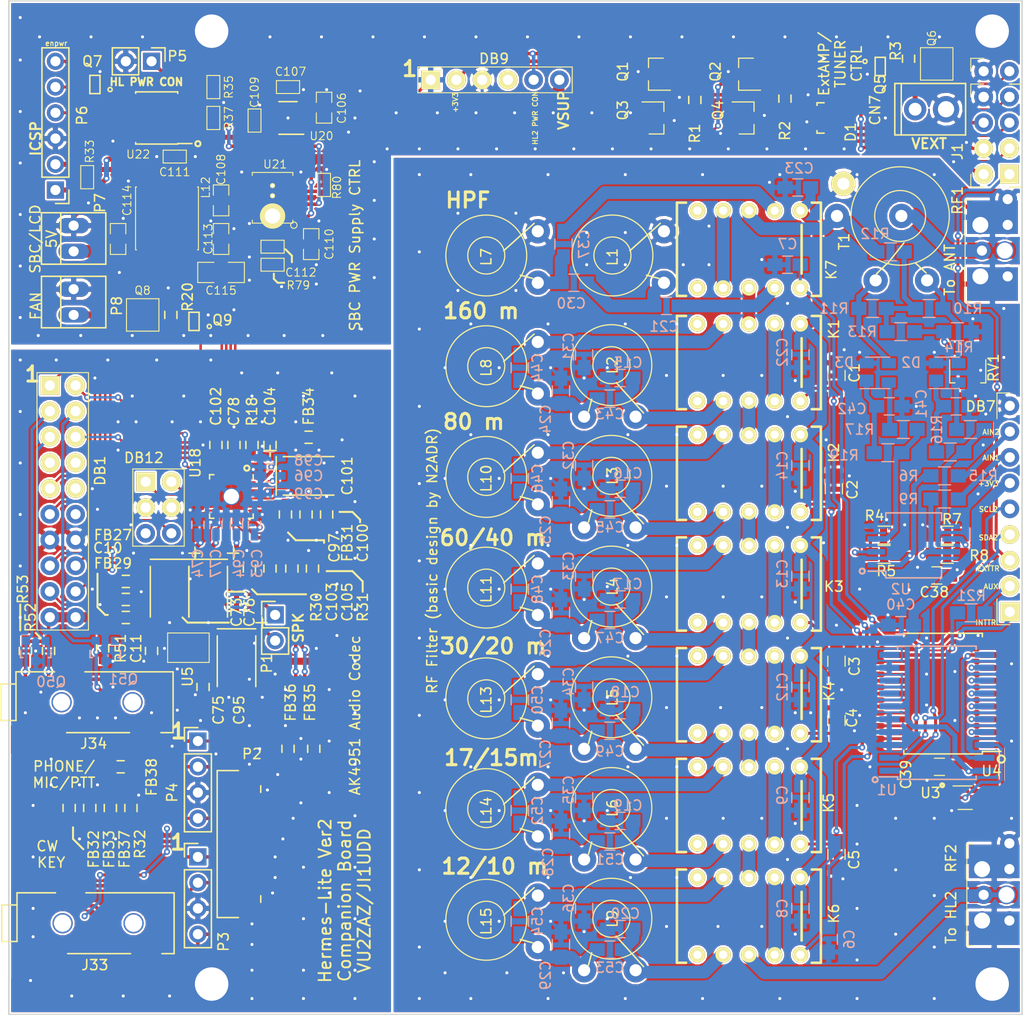
<source format=kicad_pcb>
(kicad_pcb (version 4) (host pcbnew 4.0.7)
  (title_block (title "Hermes-Lite 2.0_Companion") (date 2018-01-14) (rev "Ver 0.1") (comment 1 "B N A M Naidu (VU2ZAZ)"))
  (layers (0 F.Cu signal) (31 B.Cu signal) (34 B.Paste user) (35 F.Paste user) (36 B.SilkS user) (37 F.SilkS user) (38 B.Mask user) (39 F.Mask user) (44 Edge.Cuts user))
  (net 0 "")
  (net 1 +3V3)
  (net 2 GND)
  (net 3 "Net-(RF1-Pad1)")
  (net 4 VSUP)
  (net 5 "Net-(C107-Pad1)")
  (net 6 "Net-(C109-Pad1)")
  (net 7 "Net-(C112-Pad1)")
  (net 8 "Net-(C112-Pad2)")
  (net 9 /Audiocodec/DIN)
  (net 10 /Audiocodec/~PTT)
  (net 11 /Audiocodec/~DASH)
  (net 12 /Audiocodec/SCL)
  (net 13 /Audiocodec/SDA)
  (net 14 /Audiocodec/BCK)
  (net 15 /Audiocodec/LRCK)
  (net 16 /Audiocodec/DOUT)
  (net 17 "Net-(P6-Pad1)")
  (net 18 "Net-(R37-Pad1)")
  (net 19 "Net-(C75-Pad1)")
  (net 20 "Net-(C94-Pad1)")
  (net 21 "Net-(C73-Pad1)")
  (net 22 "Net-(C76-Pad1)")
  (net 23 "Net-(C78-Pad2)")
  (net 24 "Net-(C93-Pad1)")
  (net 25 "Net-(C96-Pad1)")
  (net 26 "Net-(C97-Pad1)")
  (net 27 "Net-(C97-Pad2)")
  (net 28 "Net-(C98-Pad1)")
  (net 29 "Net-(C101-Pad1)")
  (net 30 "Net-(C102-Pad1)")
  (net 31 "Net-(C102-Pad2)")
  (net 32 "Net-(C103-Pad1)")
  (net 33 "Net-(C103-Pad2)")
  (net 34 "Net-(C105-Pad1)")
  (net 35 "Net-(C105-Pad2)")
  (net 36 /Audiocodec/P2-2)
  (net 37 /Audiocodec/P2-1)
  (net 38 /Audiocodec/P3-4)
  (net 39 /Audiocodec/P3-1)
  (net 40 /Audiocodec/P3-2)
  (net 41 /Audiocodec/P2-4)
  (net 42 "Net-(P1-Pad1)")
  (net 43 "Net-(P1-Pad2)")
  (net 44 "Net-(P6-Pad4)")
  (net 45 "Net-(P6-Pad5)")
  (net 46 /PowerControl/enpwr)
  (net 47 "Net-(Q7-Pad1)")
  (net 48 "Net-(R18-Pad2)")
  (net 49 LED-D2)
  (net 50 LED-D3)
  (net 51 LED-D4)
  (net 52 LED-D5)
  (net 53 "Net-(K1-Pad2)")
  (net 54 "Net-(K1-Pad3)")
  (net 55 "Net-(K1-Pad8)")
  (net 56 "Net-(K2-Pad2)")
  (net 57 "Net-(K4-Pad2)")
  (net 58 "Net-(K5-Pad2)")
  (net 59 "Net-(K6-Pad2)")
  (net 60 HL2_PWR_CON)
  (net 61 /TuneAmp_control/+12V)
  (net 62 /TuneAmp_control/BAND)
  (net 63 /TuneAmp_control/RxD)
  (net 64 /TuneAmp_control/ATU_Status)
  (net 65 /TuneAmp_control/ATU_Start)
  (net 66 "Net-(C15-Pad2)")
  (net 67 "Net-(C31-Pad2)")
  (net 68 Band1)
  (net 69 "Net-(C16-Pad2)")
  (net 70 "Net-(C32-Pad2)")
  (net 71 Band2)
  (net 72 "Net-(C21-Pad2)")
  (net 73 FilterOut)
  (net 74 "Net-(C37-Pad1)")
  (net 75 Band7)
  (net 76 "Net-(C17-Pad2)")
  (net 77 "Net-(C33-Pad2)")
  (net 78 Band3)
  (net 79 "Net-(C18-Pad2)")
  (net 80 "Net-(C34-Pad2)")
  (net 81 Band4)
  (net 82 "Net-(C19-Pad2)")
  (net 83 "Net-(C35-Pad2)")
  (net 84 Band5)
  (net 85 "Net-(C20-Pad2)")
  (net 86 "Net-(C36-Pad2)")
  (net 87 Band6)
  (net 88 "Net-(C21-Pad1)")
  (net 89 "Net-(C24-Pad2)")
  (net 90 "Net-(C25-Pad2)")
  (net 91 "Net-(C26-Pad2)")
  (net 92 "Net-(C27-Pad2)")
  (net 93 "Net-(C28-Pad2)")
  (net 94 "Net-(C30-Pad1)")
  (net 95 "Net-(C29-Pad2)")
  (net 96 "Net-(Q5-Pad3)")
  (net 97 "Net-(D2-Pad3)")
  (net 98 "Net-(D2-Pad4)")
  (net 99 "Net-(D3-Pad3)")
  (net 100 "Net-(D3-Pad4)")
  (net 101 SDA2)
  (net 102 EXTTR)
  (net 103 SCL2)
  (net 104 AIN1)
  (net 105 AIN2)
  (net 106 "Net-(U1-Pad18)")
  (net 107 "Net-(U3-Pad4)")
  (net 108 "Net-(U1-Pad12)")
  (net 109 "Net-(U1-Pad13)")
  (net 110 "Net-(U1-Pad14)")
  (net 111 "Net-(U1-Pad15)")
  (net 112 "Net-(U1-Pad16)")
  (net 113 "Net-(U1-Pad17)")
  (net 114 "Net-(C41-Pad1)")
  (net 115 "Net-(C42-Pad1)")
  (net 116 "Net-(R4-Pad1)")
  (net 117 "Net-(R5-Pad1)")
  (net 118 "Net-(R7-Pad1)")
  (net 119 "Net-(R8-Pad1)")
  (net 120 "Net-(R10-Pad1)")
  (net 121 "Net-(R13-Pad2)")
  (net 122 "Net-(R15-Pad2)")
  (net 123 "Net-(R17-Pad1)")
  (net 124 "Net-(K2-Pad8)")
  (net 125 "Net-(K4-Pad8)")
  (net 126 "Net-(K5-Pad8)")
  (net 127 "Net-(K6-Pad8)")
  (net 128 "Net-(L12-Pad2)")
  (net 129 +3.3VADC)
  (net 130 GNDA)
  (net 131 GNDD)
  (net 132 /TuneAmp_control/VEXT)
  (net 133 /Audiocodec/~DOT)
  (net 134 /Audiocodec/PDN)
  (net 135 +3.3VP)
  (net 136 "Net-(DB1-Pad7)")
  (net 137 "Net-(DB1-Pad8)")
  (net 138 "Net-(DB1-Pad10)")
  (net 139 "Net-(DB1-Pad12)")
  (net 140 "Net-(DB7-Pad2)")
  (net 141 "Net-(DB9-Pad4)")
  (net 142 "Net-(DB12-Pad5)")
  (net 143 "Net-(U1-Pad7)")
  (net 144 "Net-(U1-Pad8)")
  (net 145 "Net-(U1-Pad10)")
  (net 146 "Net-(U1-Pad11)")
  (net 147 "Net-(U1-Pad19)")
  (net 148 "Net-(U18-Pad1)")
  (net 149 "Net-(U18-Pad2)")
  (net 150 "Net-(U18-Pad3)")
  (net 151 "Net-(U18-Pad4)")
  (net 152 "Net-(U18-Pad32)")
  (net 153 "Net-(Q51-Pad2)")
  (net 154 FAN_EN)
  (net 155 "Net-(P8-Pad1)")
  (net 156 "Net-(Q8-Pad1)")
  (net 157 AUX)
  (net 158 "Net-(K3-Pad2)")
  (net 159 "Net-(K3-Pad8)")
  (net 160 "Net-(K7-Pad4)")
  (module HERMESLITE:Toroid_Horizontal-T30 (layer F.Cu) (at 122.936 130.556)
    (fp_text reference L9 (at 6.604 0 90) (layer F.SilkS))
    (fp_text value 220n)
    (pad 1 thru_hole circle (at 3.81 5.08) (size 2.4 2.4) (drill 1.2) (layers *.Cu *.Mask) (net 95 "Net-(C29-Pad2)"))
    (pad 2 thru_hole circle (at 8.89 5.08) (size 2.4 2.4) (drill 1.2) (layers *.Cu *.Mask) (net 85 "Net-(C20-Pad2)"))
  )
  (module HERMESLITE:Toroid_Horizontal-T30 (layer F.Cu) (at 122.936 75.946)
    (fp_text reference L2 (at 6.604 0 90) (layer F.SilkS))
    (fp_text value 3.9u)
    (pad 1 thru_hole circle (at 3.81 5.08) (size 2.4 2.4) (drill 1.2) (layers *.Cu *.Mask) (net 89 "Net-(C24-Pad2)"))
    (pad 2 thru_hole circle (at 8.89 5.08) (size 2.4 2.4) (drill 1.2) (layers *.Cu *.Mask) (net 66 "Net-(C15-Pad2)"))
  )
  (module HERMESLITE:Toroid_Horizontal-T30 (layer F.Cu) (at 122.936 86.868)
    (fp_text reference L3 (at 6.604 0 90) (layer F.SilkS))
    (fp_text value 1.8u)
    (pad 1 thru_hole circle (at 3.81 5.08) (size 2.4 2.4) (drill 1.2) (layers *.Cu *.Mask) (net 90 "Net-(C25-Pad2)"))
    (pad 2 thru_hole circle (at 8.89 5.08) (size 2.4 2.4) (drill 1.2) (layers *.Cu *.Mask) (net 69 "Net-(C16-Pad2)"))
  )
  (module HERMESLITE:Toroid_Horizontal-T30 (layer F.Cu) (at 122.936 97.79)
    (fp_text reference L4 (at 6.604 0 90) (layer F.SilkS))
    (fp_text value 1000n)
    (pad 1 thru_hole circle (at 3.81 5.08) (size 2.4 2.4) (drill 1.2) (layers *.Cu *.Mask) (net 91 "Net-(C26-Pad2)"))
    (pad 2 thru_hole circle (at 8.89 5.08) (size 2.4 2.4) (drill 1.2) (layers *.Cu *.Mask) (net 76 "Net-(C17-Pad2)"))
  )
  (module Housings_SOIC:SO-8_5.3x6.2mm_Pitch1.27mm (layer B.Cu) (at 159.258 93.726)
    (fp_text reference U2 (at -1.27 4.318) (layer B.SilkS) (effects (justify mirror)))
    (fp_text value AD8692ARZ)
    (pad 1 smd rect (at -3.7 1.905) (size 1.75 0.55) (layers B.Cu B.Paste B.Mask) (net 117 "Net-(R5-Pad1)"))
    (pad 2 smd rect (at -3.7 0.635) (size 1.75 0.55) (layers B.Cu B.Paste B.Mask) (net 116 "Net-(R4-Pad1)"))
    (pad 3 smd rect (at -3.7 -0.635) (size 1.75 0.55) (layers B.Cu B.Paste B.Mask) (net 123 "Net-(R17-Pad1)"))
    (pad 4 smd rect (at -3.7 -1.905) (size 1.75 0.55) (layers B.Cu B.Paste B.Mask) (net 2 GND))
    (pad 5 smd rect (at 3.7 -1.905) (size 1.75 0.55) (layers B.Cu B.Paste B.Mask) (net 122 "Net-(R15-Pad2)"))
    (pad 6 smd rect (at 3.7 -0.635) (size 1.75 0.55) (layers B.Cu B.Paste B.Mask) (net 118 "Net-(R7-Pad1)"))
    (pad 7 smd rect (at 3.7 0.635) (size 1.75 0.55) (layers B.Cu B.Paste B.Mask) (net 119 "Net-(R8-Pad1)"))
    (pad 8 smd rect (at 3.7 1.905) (size 1.75 0.55) (layers B.Cu B.Paste B.Mask) (net 1 +3V3))
  )
  (module HERMESLITE:Relay_EA2 (layer F.Cu) (at 143.002 64.516 180)
    (fp_text reference K7 (at -8.128 -2.032 270) (layer F.SilkS) (effects (font (thickness 0.1524))))
    (fp_text value EA2-NJ hide)
    (pad 1 thru_hole circle (at -5.08 3.81 180) (size 1.524 1.524) (drill 0.8128) (layers *.Cu *.Mask F.SilkS) (net 1 +3V3))
    (pad 2 thru_hole circle (at -2.54 3.81 180) (size 1.524 1.524) (drill 0.8128) (layers *.Cu *.Mask F.SilkS) (net 74 "Net-(C37-Pad1)"))
    (pad 3 thru_hole circle (at 0 3.81 180) (size 1.524 1.524) (drill 0.8128) (layers *.Cu *.Mask F.SilkS) (net 73 FilterOut))
    (pad 4 thru_hole circle (at 2.54 3.81 180) (size 1.524 1.524) (drill 0.8128) (layers *.Cu *.Mask F.SilkS) (net 160 "Net-(K7-Pad4)"))
    (pad 5 thru_hole circle (at 5.08 3.81 180) (size 1.524 1.524) (drill 0.8128) (layers *.Cu *.Mask F.SilkS))
    (pad 6 thru_hole circle (at 5.08 -3.81 180) (size 1.524 1.524) (drill 0.8128) (layers *.Cu *.Mask F.SilkS))
    (pad 7 thru_hole circle (at 2.54 -3.81 180) (size 1.524 1.524) (drill 0.8128) (layers *.Cu *.Mask F.SilkS) (net 160 "Net-(K7-Pad4)"))
    (pad 8 thru_hole circle (at 0 -3.81 180) (size 1.524 1.524) (drill 0.8128) (layers *.Cu *.Mask F.SilkS) (net 54 "Net-(K1-Pad3)"))
    (pad 9 thru_hole circle (at -2.54 -3.81 180) (size 1.524 1.524) (drill 0.8128) (layers *.Cu *.Mask F.SilkS) (net 72 "Net-(C21-Pad2)"))
    (pad 10 thru_hole circle (at -5.08 -3.81 180) (size 1.524 1.524) (drill 0.8128) (layers *.Cu *.Mask F.SilkS) (net 75 Band7))
  )
  (module HERMESLITE:m3 (layer F.Cu) (at 90 43)
    (fp_text reference MH1 hide)
    (fp_text value TEST_1P hide)
    (pad 1 thru_hole circle (at 0 0) (size 5.3 5.3) (drill 3.3) (layers *.Cu *.Mask) (net 131 GNDD))
  )
  (module HERMESLITE:m3 (layer F.Cu) (at 73 137)
    (fp_text reference MH2 hide)
    (fp_text value TEST_1P hide)
    (pad 1 thru_hole circle (at 17 0) (size 5.3 5.3) (drill 3.3) (layers *.Cu *.Mask) (net 130 GNDA))
  )
  (module HERMESLITE:m3 (layer F.Cu) (at 167 137)
    (fp_text reference MH3 hide)
    (fp_text value TEST_1P hide)
    (pad 1 thru_hole circle (at 0 0) (size 5.3 5.3) (drill 3.3) (layers *.Cu *.Mask) (net 2 GND))
  )
  (module HERMESLITE:m3 (layer F.Cu) (at 167 43)
    (fp_text reference MH4 hide)
    (fp_text value TEST_1P hide)
    (pad 1 thru_hole circle (at 0 0) (size 5.3 5.3) (drill 3.3) (layers *.Cu *.Mask) (net 131 GNDD))
  )
  (module HERMESLITE:SMAEDGE_TH_R (layer F.Cu) (at 169.9 128.2 90)
    (fp_text reference RF2 (at 3.613 -6.959 90) (layer F.SilkS) (effects (font (thickness 0.1524))))
    (fp_text value BNC hide)
    (pad 1 smd rect (at 0 -2.7 90) (size 1.6 5) (layers F.Cu F.Paste F.Mask) (net 127 "Net-(K6-Pad8)"))
    (pad 2 smd rect (at -3.3 -2.7 90) (size 3.3 5) (layers F.Cu F.Paste F.Mask) (net 2 GND))
    (pad 2 smd rect (at 3.3 -2.7 90) (size 3.3 5) (layers F.Cu F.Paste F.Mask) (net 2 GND))
    (pad 2 smd rect (at 3.3 -2.7 90) (size 3.3 5) (layers *.Paste B.Cu B.Mask) (net 2 GND))
    (pad 2 smd rect (at -3.3 -2.7 90) (size 3.3 5) (layers B.Cu B.Paste B.Mask) (net 2 GND))
    (pad 1 thru_hole circle (at 0 -1.485 90) (size 1.85 1.85) (drill 1.57) (layers *.Cu *.Mask) (net 127 "Net-(K6-Pad8)"))
    (pad 2 thru_hole circle (at 2.54 -1.2 90) (size 1.85 1.85) (drill 1) (layers *.Cu *.Mask) (net 2 GND))
    (pad 2 thru_hole circle (at -2.54 -1.2 90) (size 1.85 1.85) (drill 1) (layers *.Cu *.Mask) (net 2 GND))
    (pad 2 thru_hole circle (at -2.54 -3.895 90) (size 1.85 1.85) (drill 1.57) (layers *.Cu *.Mask) (net 2 GND))
    (pad 2 thru_hole circle (at 2.54 -3.895 90) (size 1.85 1.85) (drill 1.57) (layers *.Cu *.Mask) (net 2 GND))
    (pad 1 thru_hole circle (at 0 -3.74 90) (size 1.8 1.8) (drill 1) (layers *.Cu *.Mask) (net 127 "Net-(K6-Pad8)"))
    (pad 2 thru_hole circle (at 5.08 -1.2 90) (size 1.85 1.85) (drill 1) (layers *.Cu *.Mask) (net 2 GND))
  )
  (module HERMESLITE:SMAEDGE_TH_R (layer F.Cu) (at 169.73 64.65 90)
    (fp_text reference RF1 (at 4.96 -6.154 90) (layer F.SilkS) (effects (font (thickness 0.1524))))
    (fp_text value BNC hide)
    (pad 1 smd rect (at 0 -2.7 90) (size 1.6 5) (layers F.Cu F.Paste F.Mask) (net 3 "Net-(RF1-Pad1)"))
    (pad 2 smd rect (at -3.3 -2.7 90) (size 3.3 5) (layers F.Cu F.Paste F.Mask) (net 2 GND))
    (pad 2 smd rect (at 3.3 -2.7 90) (size 3.3 5) (layers F.Cu F.Paste F.Mask) (net 2 GND))
    (pad 2 smd rect (at 3.3 -2.7 90) (size 3.3 5) (layers *.Paste B.Cu B.Mask) (net 2 GND))
    (pad 2 smd rect (at -3.3 -2.7 90) (size 3.3 5) (layers B.Cu B.Paste B.Mask) (net 2 GND))
    (pad 1 thru_hole circle (at 0 -1.485 90) (size 1.85 1.85) (drill 1.57) (layers *.Cu *.Mask) (net 3 "Net-(RF1-Pad1)"))
    (pad 2 thru_hole circle (at 2.54 -1.2 90) (size 1.85 1.85) (drill 1) (layers *.Cu *.Mask) (net 2 GND))
    (pad 2 thru_hole circle (at -2.54 -1.2 90) (size 1.85 1.85) (drill 1) (layers *.Cu *.Mask) (net 2 GND))
    (pad 2 thru_hole circle (at -2.54 -3.895 90) (size 1.85 1.85) (drill 1.57) (layers *.Cu *.Mask) (net 2 GND))
    (pad 2 thru_hole circle (at 2.54 -3.895 90) (size 1.85 1.85) (drill 1.57) (layers *.Cu *.Mask) (net 2 GND))
    (pad 1 thru_hole circle (at 0 -3.74 90) (size 1.8 1.8) (drill 1) (layers *.Cu *.Mask) (net 3 "Net-(RF1-Pad1)"))
    (pad 2 thru_hole circle (at 5.08 -1.2 90) (size 1.85 1.85) (drill 1) (layers *.Cu *.Mask) (net 2 GND))
  )
  (module HERMESLITE:SMD-0805 (layer F.Cu) (at 101.092 50.546 90)
    (fp_text reference C106 (at -0.0483 1.7405 90) (layer F.SilkS) (effects (font (size 0.8 0.8) (thickness 0.1))))
    (fp_text value 1uF/25V hide)
    (pad 1 smd rect (at -0.9525 0 90) (size 0.889 1.397) (layers F.Cu F.Paste F.Mask) (net 4 VSUP))
    (pad 2 smd rect (at 0.9525 0 90) (size 0.889 1.397) (layers F.Cu F.Paste F.Mask) (net 131 GNDD))
  )
  (module HERMESLITE:SMD-0603 (layer F.Cu) (at 97.536 48.514)
    (fp_text reference C107 (at 0.254 -1.524) (layer F.SilkS) (effects (font (size 0.8 0.8) (thickness 0.1))))
    (fp_text value 0.01uF hide)
    (pad 1 smd rect (at -0.762 0) (size 0.635 1.143) (layers F.Cu F.Paste F.Mask) (net 5 "Net-(C107-Pad1)"))
    (pad 2 smd rect (at 0.762 0) (size 0.635 1.143) (layers F.Cu F.Paste F.Mask) (net 131 GNDD))
  )
  (module HERMESLITE:SMD-0805 (layer F.Cu) (at 90.932 59.69 270)
    (fp_text reference C108 (at -3.048 0 270) (layer F.SilkS) (effects (font (size 0.8 0.8) (thickness 0.1))))
    (fp_text value 10uF/25V hide)
    (pad 1 smd rect (at -0.9525 0 270) (size 0.889 1.397) (layers F.Cu F.Paste F.Mask) (net 4 VSUP))
    (pad 2 smd rect (at 0.9525 0 270) (size 0.889 1.397) (layers F.Cu F.Paste F.Mask) (net 131 GNDD))
  )
  (module HERMESLITE:SMD-0603 (layer F.Cu) (at 94.234 51.816 90)
    (fp_text reference C109 (at 2.794 0 90) (layer F.SilkS) (effects (font (size 0.8 0.8) (thickness 0.1))))
    (fp_text value 2.2uF/10V hide)
    (pad 1 smd rect (at -0.762 0 90) (size 0.635 1.143) (layers F.Cu F.Paste F.Mask) (net 6 "Net-(C109-Pad1)"))
    (pad 2 smd rect (at 0.762 0 90) (size 0.635 1.143) (layers F.Cu F.Paste F.Mask) (net 131 GNDD))
  )
  (module HERMESLITE:SMD-0805 (layer F.Cu) (at 99.822 64.008 270)
    (fp_text reference C110 (at 0 -1.778 270) (layer F.SilkS) (effects (font (size 0.8 0.8) (thickness 0.1))))
    (fp_text value 4.7uF/25V hide)
    (pad 1 smd rect (at -0.9525 0 270) (size 0.889 1.397) (layers F.Cu F.Paste F.Mask) (net 4 VSUP))
    (pad 2 smd rect (at 0.9525 0 270) (size 0.889 1.397) (layers F.Cu F.Paste F.Mask) (net 131 GNDD))
  )
  (module HERMESLITE:SMD-0603 (layer F.Cu) (at 86.36 55.372)
    (fp_text reference C111 (at 0 1.524) (layer F.SilkS) (effects (font (size 0.8 0.8) (thickness 0.1))))
    (fp_text value 0.1uF hide)
    (pad 1 smd rect (at -0.762 0) (size 0.635 1.143) (layers F.Cu F.Paste F.Mask) (net 131 GNDD))
    (pad 2 smd rect (at 0.762 0) (size 0.635 1.143) (layers F.Cu F.Paste F.Mask) (net 6 "Net-(C109-Pad1)"))
  )
  (module HERMESLITE:SMD-0603 (layer F.Cu) (at 96.012 64.262)
    (fp_text reference C112 (at 2.794 2.54) (layer F.SilkS) (effects (font (size 0.8 0.8) (thickness 0.1))))
    (fp_text value 4.7nF hide)
    (pad 1 smd rect (at -0.762 0) (size 0.635 1.143) (layers F.Cu F.Paste F.Mask) (net 7 "Net-(C112-Pad1)"))
    (pad 2 smd rect (at 0.762 0) (size 0.635 1.143) (layers F.Cu F.Paste F.Mask) (net 8 "Net-(C112-Pad2)"))
  )
  (module HERMESLITE:SMD-0805 (layer F.Cu) (at 90.932 63.5 90)
    (fp_text reference C113 (at 0 -1.27 90) (layer F.SilkS) (effects (font (size 0.8 0.8) (thickness 0.1))))
    (fp_text value 22uF/10V hide)
    (pad 1 smd rect (at -0.9525 0 90) (size 0.889 1.397) (layers F.Cu F.Paste F.Mask) (net 7 "Net-(C112-Pad1)"))
    (pad 2 smd rect (at 0.9525 0 90) (size 0.889 1.397) (layers F.Cu F.Paste F.Mask) (net 131 GNDD))
  )
  (module HERMESLITE:SMD-0805 (layer F.Cu) (at 80.772 63.5 90)
    (fp_text reference C114 (at 3.81 0.889 90) (layer F.SilkS) (effects (font (size 0.8 0.8) (thickness 0.1))))
    (fp_text value 22uF/10V hide)
    (pad 1 smd rect (at -0.9525 0 90) (size 0.889 1.397) (layers F.Cu F.Paste F.Mask) (net 7 "Net-(C112-Pad1)"))
    (pad 2 smd rect (at 0.9525 0 90) (size 0.889 1.397) (layers F.Cu F.Paste F.Mask) (net 131 GNDD))
  )
  (module HERMESLITE:SMD-1206 (layer F.Cu) (at 90.932 66.802)
    (fp_text reference C115 (at 0 1.778) (layer F.SilkS) (effects (font (size 0.8 0.8) (thickness 0.1))))
    (fp_text value 100uF/10V hide)
    (pad 1 smd rect (at -1.4 0) (size 1.6 1.8) (layers F.Cu F.Paste F.Mask) (net 7 "Net-(C112-Pad1)"))
    (pad 2 smd rect (at 1.4 0) (size 1.6 1.8) (layers F.Cu F.Paste F.Mask) (net 131 GNDD))
  )
  (module HERMESLITE:GENERICPSL (layer F.Cu) (at 85.598 61.468 90)
    (fp_text reference L12 (at 3.048 3.81 270) (layer F.SilkS) (effects (font (size 0.8 0.8) (thickness 0.1))))
    (fp_text value 3.3uH)
    (pad 1 smd rect (at -1.95 0 90) (size 2.4 5.7) (layers F.Cu F.Paste F.Mask) (net 7 "Net-(C112-Pad1)"))
    (pad 2 smd rect (at 1.95 0 90) (size 2.4 5.7) (layers F.Cu F.Paste F.Mask) (net 128 "Net-(L12-Pad2)"))
  )
  (module HERMESLITE:SMD-0603 (layer F.Cu) (at 77.724 57.404 270)
    (fp_text reference R33 (at -2.54 -0.254 270) (layer F.SilkS) (effects (font (size 0.8 0.8) (thickness 0.1))))
    (fp_text value 10k hide)
    (pad 1 smd rect (at -0.762 0 270) (size 0.635 1.143) (layers F.Cu F.Paste F.Mask) (net 6 "Net-(C109-Pad1)"))
    (pad 2 smd rect (at 0.762 0 270) (size 0.635 1.143) (layers F.Cu F.Paste F.Mask) (net 17 "Net-(P6-Pad1)"))
  )
  (module HERMESLITE:SMD-0603 (layer F.Cu) (at 90.17 48.514 270)
    (fp_text reference R35 (at 0 -1.524 270) (layer F.SilkS) (effects (font (size 0.8 0.8) (thickness 0.1))))
    (fp_text value 10k hide)
    (pad 1 smd rect (at -0.762 0 270) (size 0.635 1.143) (layers F.Cu F.Paste F.Mask) (net 60 HL2_PWR_CON))
    (pad 2 smd rect (at 0.762 0 270) (size 0.635 1.143) (layers F.Cu F.Paste F.Mask) (net 131 GNDD))
  )
  (module HERMESLITE:SMD-0603 (layer F.Cu) (at 90.17 51.562 90)
    (fp_text reference R37 (at 0 1.524 90) (layer F.SilkS) (effects (font (size 0.8 0.8) (thickness 0.1))))
    (fp_text value 10k hide)
    (pad 1 smd rect (at -0.762 0 90) (size 0.635 1.143) (layers F.Cu F.Paste F.Mask) (net 18 "Net-(R37-Pad1)"))
    (pad 2 smd rect (at 0.762 0 90) (size 0.635 1.143) (layers F.Cu F.Paste F.Mask) (net 131 GNDD))
  )
  (module HERMESLITE:SMD-0603 (layer F.Cu) (at 96.012 66.04)
    (fp_text reference R79 (at 2.54 2.032) (layer F.SilkS) (effects (font (size 0.8 0.8) (thickness 0.1))))
    (fp_text value 82k hide)
    (pad 1 smd rect (at -0.762 0) (size 0.635 1.143) (layers F.Cu F.Paste F.Mask) (net 7 "Net-(C112-Pad1)"))
    (pad 2 smd rect (at 0.762 0) (size 0.635 1.143) (layers F.Cu F.Paste F.Mask) (net 8 "Net-(C112-Pad2)"))
  )
  (module HERMESLITE:SMD-0603 (layer F.Cu) (at 101.092 58.166 90)
    (fp_text reference R80 (at -0.254 1.27 90) (layer F.SilkS) (effects (font (size 0.8 0.8) (thickness 0.1))))
    (fp_text value 15k hide)
    (pad 1 smd rect (at -0.762 0 90) (size 0.635 1.143) (layers F.Cu F.Paste F.Mask) (net 8 "Net-(C112-Pad2)"))
    (pad 2 smd rect (at 0.762 0 90) (size 0.635 1.143) (layers F.Cu F.Paste F.Mask) (net 131 GNDD))
  )
  (module HERMESLITE:SOT23 (layer F.Cu) (at 86.36 102.87 270)
    (fp_text reference U5 (at 3.81 -1.27 270) (layer F.SilkS) (effects (font (thickness 0.1524))))
    (fp_text value TPS730)
    (pad 1 smd rect (at 0 0 270) (size 0.6 1.05) (layers F.Cu F.Paste F.Mask) (net 129 +3.3VADC))
    (pad 2 smd rect (at 0.95 0 270) (size 0.6 1.05) (layers F.Cu F.Paste F.Mask) (net 130 GNDA))
    (pad 3 smd rect (at 1.9 0 270) (size 0.6 1.05) (layers F.Cu F.Paste F.Mask) (net 129 +3.3VADC))
    (pad 4 smd rect (at 1.9 -2.7 270) (size 0.6 1.05) (layers F.Cu F.Paste F.Mask) (net 19 "Net-(C75-Pad1)"))
    (pad 5 smd rect (at 0 -2.7 270) (size 0.6 1.05) (layers F.Cu F.Paste F.Mask) (net 20 "Net-(C94-Pad1)"))
  )
  (module HERMESLITE:ST1S10 (layer F.Cu) (at 96.012 59.436 90)
    (fp_text reference U21 (at 3.302 0.254 180) (layer F.SilkS) (effects (font (size 0.8 0.8) (thickness 0.1))))
    (fp_text value ST1S10)
    (pad 9 thru_hole circle (at 1.2 0 90) (size 0.5 0.5) (drill 0.3) (layers *.Cu *.Mask F.SilkS) (net 131 GNDD))
    (pad 8 smd rect (at -1.905 -2.65 90) (size 0.51 1.1) (layers F.Cu F.Paste F.Mask) (net 131 GNDD))
    (pad 1 smd rect (at -1.905 2.65 90) (size 0.51 1.1) (layers F.Cu F.Paste F.Mask) (net 4 VSUP))
    (pad 7 smd rect (at -0.635 -2.65 90) (size 0.51 1.1) (layers F.Cu F.Paste F.Mask) (net 128 "Net-(L12-Pad2)"))
    (pad 2 smd rect (at -0.635 2.65 90) (size 0.51 1.1) (layers F.Cu F.Paste F.Mask) (net 18 "Net-(R37-Pad1)"))
    (pad 6 smd rect (at 0.635 -2.65 90) (size 0.51 1.1) (layers F.Cu F.Paste F.Mask) (net 4 VSUP))
    (pad 3 smd rect (at 0.635 2.65 90) (size 0.51 1.1) (layers F.Cu F.Paste F.Mask) (net 8 "Net-(C112-Pad2)"))
    (pad 5 smd rect (at 1.905 -2.65 90) (size 0.51 1.1) (layers F.Cu F.Paste F.Mask) (net 131 GNDD))
    (pad 4 smd rect (at 1.905 2.65 90) (size 0.51 1.1) (layers F.Cu F.Paste F.Mask) (net 131 GNDD))
    (pad 9 smd rect (at 0 0 90) (size 3.5 2.6) (layers F.Cu F.Paste F.Mask) (net 131 GNDD))
    (pad 9 thru_hole circle (at -1.8 0 90) (size 2.5 2.5) (drill 1.5) (layers *.Cu *.Mask F.SilkS) (net 131 GNDD))
    (pad 9 thru_hole circle (at 0.2 0 90) (size 0.5 0.5) (drill 0.3) (layers *.Cu *.Mask F.SilkS) (net 131 GNDD))
  )
  (module HERMESLITE:C_0603_HandSoldering (layer F.Cu) (at 81.534 99.06)
    (fp_text reference C10 (at -1.778 -5.08) (layer F.SilkS) (effects (font (thickness 0.1524))))
    (fp_text value 0.1u hide)
    (pad 1 smd rect (at -0.95 0) (size 1.2 0.75) (layers F.Cu F.Paste F.Mask) (net 129 +3.3VADC))
    (pad 2 smd rect (at 0.95 0) (size 1.2 0.75) (layers F.Cu F.Paste F.Mask) (net 130 GNDA))
  )
  (module HERMESLITE:C_0603_HandSoldering (layer F.Cu) (at 84.074 104.14 270)
    (fp_text reference C11 (at -0.254 1.524 270) (layer F.SilkS) (effects (font (thickness 0.1524))))
    (fp_text value 1u hide)
    (pad 1 smd rect (at -0.95 0 270) (size 1.2 0.75) (layers F.Cu F.Paste F.Mask) (net 129 +3.3VADC))
    (pad 2 smd rect (at 0.95 0 270) (size 1.2 0.75) (layers F.Cu F.Paste F.Mask) (net 130 GNDA))
  )
  (module HERMESLITE:TantalC_SizeB_EIA-3528_Wave (layer F.Cu) (at 85.852 98.298 270)
    (fp_text reference C73 (at 2.032 -6.604 450) (layer F.SilkS) (effects (font (thickness 0.1524))))
    (fp_text value 10u hide)
    (fp_text user + (at -3.79984 -2.49936 270) (layer F.SilkS))
    (pad 2 smd rect (at 1.6256 0 270) (size 2.14884 1.80086) (layers F.Cu F.Paste F.Mask) (net 130 GNDA))
    (pad 1 smd rect (at -1.6256 0 270) (size 2.14884 1.80086) (layers F.Cu F.Paste F.Mask) (net 21 "Net-(C73-Pad1)"))
  )
  (module HERMESLITE:C_0603_HandSoldering (layer B.Cu) (at 88.646 91.694 90)
    (fp_text reference C74 (at -3.81 0 90) (layer B.SilkS) (effects (font (thickness 0.1524)) (justify mirror)))
    (fp_text value 0.1u hide)
    (pad 1 smd rect (at -0.95 0 90) (size 1.2 0.75) (layers B.Cu B.Paste B.Mask) (net 21 "Net-(C73-Pad1)"))
    (pad 2 smd rect (at 0.95 0 90) (size 1.2 0.75) (layers B.Cu B.Paste B.Mask) (net 130 GNDA))
  )
  (module HERMESLITE:C_0603_HandSoldering (layer F.Cu) (at 89.154 107.696 270)
    (fp_text reference C75 (at 2.286 -1.524 270) (layer F.SilkS) (effects (font (thickness 0.1524))))
    (fp_text value 0.1u hide)
    (pad 1 smd rect (at -0.95 0 270) (size 1.2 0.75) (layers F.Cu F.Paste F.Mask) (net 19 "Net-(C75-Pad1)"))
    (pad 2 smd rect (at 0.95 0 270) (size 1.2 0.75) (layers F.Cu F.Paste F.Mask) (net 130 GNDA))
  )
  (module HERMESLITE:TantalC_SizeB_EIA-3528_Wave (layer F.Cu) (at 89.662 98.298 270)
    (fp_text reference C76 (at 2.032 -4.064 450) (layer F.SilkS) (effects (font (thickness 0.1524))))
    (fp_text value 10u hide)
    (fp_text user + (at -3.79984 -2.49936 270) (layer F.SilkS))
    (pad 2 smd rect (at 1.6256 0 270) (size 2.14884 1.80086) (layers F.Cu F.Paste F.Mask) (net 130 GNDA))
    (pad 1 smd rect (at -1.6256 0 270) (size 2.14884 1.80086) (layers F.Cu F.Paste F.Mask) (net 22 "Net-(C76-Pad1)"))
  )
  (module HERMESLITE:C_0603_HandSoldering (layer B.Cu) (at 90.424 91.694 90)
    (fp_text reference C77 (at -3.81 0 90) (layer B.SilkS) (effects (font (thickness 0.1524)) (justify mirror)))
    (fp_text value 0.1u hide)
    (pad 1 smd rect (at -0.95 0 90) (size 1.2 0.75) (layers B.Cu B.Paste B.Mask) (net 22 "Net-(C76-Pad1)"))
    (pad 2 smd rect (at 0.95 0 90) (size 1.2 0.75) (layers B.Cu B.Paste B.Mask) (net 130 GNDA))
  )
  (module HERMESLITE:C_0603_HandSoldering (layer F.Cu) (at 92.202 83.82 270)
    (fp_text reference C78 (at -3.302 0 270) (layer F.SilkS) (effects (font (thickness 0.1524))))
    (fp_text value 1u hide)
    (pad 1 smd rect (at -0.95 0 270) (size 1.2 0.75) (layers F.Cu F.Paste F.Mask) (net 130 GNDA))
    (pad 2 smd rect (at 0.95 0 270) (size 1.2 0.75) (layers F.Cu F.Paste F.Mask) (net 23 "Net-(C78-Pad2)"))
  )
  (module HERMESLITE:C_0603_HandSoldering (layer B.Cu) (at 94.234 91.694 90)
    (fp_text reference C93 (at -3.81 0.254 270) (layer B.SilkS) (effects (font (thickness 0.1524)) (justify mirror)))
    (fp_text value 2.2u hide)
    (pad 1 smd rect (at -0.95 0 90) (size 1.2 0.75) (layers B.Cu B.Paste B.Mask) (net 24 "Net-(C93-Pad1)"))
    (pad 2 smd rect (at 0.95 0 90) (size 1.2 0.75) (layers B.Cu B.Paste B.Mask) (net 130 GNDA))
  )
  (module HERMESLITE:C_0603_HandSoldering (layer B.Cu) (at 92.456 91.694 90)
    (fp_text reference C94 (at -3.81 0.254 90) (layer B.SilkS) (effects (font (thickness 0.1524)) (justify mirror)))
    (fp_text value 0.1u hide)
    (pad 1 smd rect (at -0.95 0 90) (size 1.2 0.75) (layers B.Cu B.Paste B.Mask) (net 20 "Net-(C94-Pad1)"))
    (pad 2 smd rect (at 0.95 0 90) (size 1.2 0.75) (layers B.Cu B.Paste B.Mask) (net 130 GNDA))
  )
  (module HERMESLITE:TantalC_SizeB_EIA-3528_Wave (layer F.Cu) (at 92.456 105.156 270)
    (fp_text reference C95 (at 4.826 -0.254 270) (layer F.SilkS) (effects (font (thickness 0.1524))))
    (fp_text value 10u hide)
    (fp_text user + (at -3.79984 -2.49936 270) (layer F.SilkS))
    (pad 2 smd rect (at 1.6256 0 270) (size 2.14884 1.80086) (layers F.Cu F.Paste F.Mask) (net 130 GNDA))
    (pad 1 smd rect (at -1.6256 0 270) (size 2.14884 1.80086) (layers F.Cu F.Paste F.Mask) (net 20 "Net-(C94-Pad1)"))
  )
  (module HERMESLITE:C_0603_HandSoldering (layer B.Cu) (at 95.758 86.868 180)
    (fp_text reference C96 (at -3.81 0 180) (layer B.SilkS) (effects (font (thickness 0.1524)) (justify mirror)))
    (fp_text value 2.2u hide)
    (pad 1 smd rect (at -0.95 0 180) (size 1.2 0.75) (layers B.Cu B.Paste B.Mask) (net 25 "Net-(C96-Pad1)"))
    (pad 2 smd rect (at 0.95 0 180) (size 1.2 0.75) (layers B.Cu B.Paste B.Mask) (net 130 GNDA))
  )
  (module HERMESLITE:C_0603_HandSoldering (layer F.Cu) (at 97.282 90.678 270)
    (fp_text reference C97 (at 3.302 -4.826 270) (layer F.SilkS) (effects (font (thickness 0.1524))))
    (fp_text value 2.2u hide)
    (pad 1 smd rect (at -0.95 0 270) (size 1.2 0.75) (layers F.Cu F.Paste F.Mask) (net 26 "Net-(C97-Pad1)"))
    (pad 2 smd rect (at 0.95 0 270) (size 1.2 0.75) (layers F.Cu F.Paste F.Mask) (net 27 "Net-(C97-Pad2)"))
  )
  (module HERMESLITE:C_0603_HandSoldering (layer B.Cu) (at 95.758 85.09 180)
    (fp_text reference C98 (at -3.81 -0.254 180) (layer B.SilkS) (effects (font (thickness 0.1524)) (justify mirror)))
    (fp_text value 2.2u hide)
    (pad 1 smd rect (at -0.95 0 180) (size 1.2 0.75) (layers B.Cu B.Paste B.Mask) (net 28 "Net-(C98-Pad1)"))
    (pad 2 smd rect (at 0.95 0 180) (size 1.2 0.75) (layers B.Cu B.Paste B.Mask) (net 130 GNDA))
  )
  (module HERMESLITE:C_0603_HandSoldering (layer B.Cu) (at 95.758 88.646)
    (fp_text reference C99 (at 3.81 0) (layer B.SilkS) (effects (font (thickness 0.1524)) (justify mirror)))
    (fp_text value 0.1u hide)
    (pad 1 smd rect (at -0.95 0) (size 1.2 0.75) (layers B.Cu B.Paste B.Mask) (net 130 GNDA))
    (pad 2 smd rect (at 0.95 0) (size 1.2 0.75) (layers B.Cu B.Paste B.Mask) (net 29 "Net-(C101-Pad1)"))
  )
  (module HERMESLITE:C_0603_HandSoldering (layer F.Cu) (at 101.346 90.678 90)
    (fp_text reference C100 (at -2.794 3.556 90) (layer F.SilkS) (effects (font (thickness 0.1524))))
    (fp_text value 0.1u hide)
    (pad 1 smd rect (at -0.95 0 90) (size 1.2 0.75) (layers F.Cu F.Paste F.Mask) (net 129 +3.3VADC))
    (pad 2 smd rect (at 0.95 0 90) (size 1.2 0.75) (layers F.Cu F.Paste F.Mask) (net 130 GNDA))
  )
  (module HERMESLITE:TantalC_SizeB_EIA-3528_Wave (layer F.Cu) (at 99.568 86.868)
    (fp_text reference C101 (at 3.81 0 90) (layer F.SilkS) (effects (font (thickness 0.1524))))
    (fp_text value 10u hide)
    (fp_text user + (at -3.79984 -2.49936) (layer F.SilkS))
    (pad 2 smd rect (at 1.6256 0) (size 2.14884 1.80086) (layers F.Cu F.Paste F.Mask) (net 130 GNDA))
    (pad 1 smd rect (at -1.6256 0) (size 2.14884 1.80086) (layers F.Cu F.Paste F.Mask) (net 29 "Net-(C101-Pad1)"))
  )
  (module HERMESLITE:C_0603_HandSoldering (layer F.Cu) (at 90.424 83.82 90)
    (fp_text reference C102 (at 3.81 0 90) (layer F.SilkS) (effects (font (thickness 0.1524))))
    (fp_text value 1u hide)
    (pad 1 smd rect (at -0.95 0 90) (size 1.2 0.75) (layers F.Cu F.Paste F.Mask) (net 30 "Net-(C102-Pad1)"))
    (pad 2 smd rect (at 0.95 0 90) (size 1.2 0.75) (layers F.Cu F.Paste F.Mask) (net 31 "Net-(C102-Pad2)"))
  )
  (module HERMESLITE:C_0603_HandSoldering (layer F.Cu) (at 95.758 96.012 270)
    (fp_text reference C103 (at 3.302 -6.096 270) (layer F.SilkS) (effects (font (thickness 0.1524))))
    (fp_text value 0.22u hide)
    (pad 1 smd rect (at -0.95 0 270) (size 1.2 0.75) (layers F.Cu F.Paste F.Mask) (net 32 "Net-(C103-Pad1)"))
    (pad 2 smd rect (at 0.95 0 270) (size 1.2 0.75) (layers F.Cu F.Paste F.Mask) (net 33 "Net-(C103-Pad2)"))
  )
  (module HERMESLITE:C_0603_HandSoldering (layer F.Cu) (at 95.758 83.82 270)
    (fp_text reference C104 (at -3.81 0 270) (layer F.SilkS) (effects (font (thickness 0.1524))))
    (fp_text value DNI hide)
    (pad 1 smd rect (at -0.95 0 270) (size 1.2 0.75) (layers F.Cu F.Paste F.Mask) (net 31 "Net-(C102-Pad2)"))
    (pad 2 smd rect (at 0.95 0 270) (size 1.2 0.75) (layers F.Cu F.Paste F.Mask) (net 130 GNDA))
  )
  (module HERMESLITE:C_0603_HandSoldering (layer F.Cu) (at 97.917 96.012 270)
    (fp_text reference C105 (at 3.302 -5.461 270) (layer F.SilkS) (effects (font (thickness 0.1524))))
    (fp_text value 0.22u hide)
    (pad 1 smd rect (at -0.95 0 270) (size 1.2 0.75) (layers F.Cu F.Paste F.Mask) (net 34 "Net-(C105-Pad1)"))
    (pad 2 smd rect (at 0.95 0 270) (size 1.2 0.75) (layers F.Cu F.Paste F.Mask) (net 35 "Net-(C105-Pad2)"))
  )
  (module HERMESLITE:C_0603_HandSoldering (layer F.Cu) (at 81.534 97.282 180)
    (fp_text reference FB27 (at 1.27 4.572 180) (layer F.SilkS) (effects (font (thickness 0.1524))))
    (fp_text value FB hide)
    (pad 1 smd rect (at -0.95 0 180) (size 1.2 0.75) (layers F.Cu F.Paste F.Mask) (net 21 "Net-(C73-Pad1)"))
    (pad 2 smd rect (at 0.95 0 180) (size 1.2 0.75) (layers F.Cu F.Paste F.Mask) (net 129 +3.3VADC))
  )
  (module HERMESLITE:C_0603_HandSoldering (layer F.Cu) (at 81.534 100.838 180)
    (fp_text reference FB29 (at 1.27 5.334 180) (layer F.SilkS) (effects (font (thickness 0.1524))))
    (fp_text value FB hide)
    (pad 1 smd rect (at -0.95 0 180) (size 1.2 0.75) (layers F.Cu F.Paste F.Mask) (net 22 "Net-(C76-Pad1)"))
    (pad 2 smd rect (at 0.95 0 180) (size 1.2 0.75) (layers F.Cu F.Paste F.Mask) (net 129 +3.3VADC))
  )
  (module HERMESLITE:C_0603_HandSoldering (layer F.Cu) (at 99.314 90.678 90)
    (fp_text reference FB31 (at -2.794 4.064 90) (layer F.SilkS) (effects (font (thickness 0.1524))))
    (fp_text value FB hide)
    (pad 1 smd rect (at -0.95 0 90) (size 1.2 0.75) (layers F.Cu F.Paste F.Mask) (net 129 +3.3VADC))
    (pad 2 smd rect (at 0.95 0 90) (size 1.2 0.75) (layers F.Cu F.Paste F.Mask) (net 29 "Net-(C101-Pad1)"))
  )
  (module HERMESLITE:C_0603_HandSoldering (layer F.Cu) (at 75.946 119.634 270)
    (fp_text reference FB32 (at 4.064 -2.413 270) (layer F.SilkS) (effects (font (thickness 0.1524))))
    (fp_text value FB hide)
    (pad 1 smd rect (at -0.95 0 270) (size 1.2 0.75) (layers F.Cu F.Paste F.Mask) (net 133 /Audiocodec/~DOT))
    (pad 2 smd rect (at 0.95 0 270) (size 1.2 0.75) (layers F.Cu F.Paste F.Mask) (net 36 /Audiocodec/P2-2))
  )
  (module HERMESLITE:C_0603_HandSoldering (layer F.Cu) (at 77.978 119.634 270)
    (fp_text reference FB33 (at 4.064 -1.905 270) (layer F.SilkS) (effects (font (thickness 0.1524))))
    (fp_text value FB hide)
    (pad 1 smd rect (at -0.95 0 270) (size 1.2 0.75) (layers F.Cu F.Paste F.Mask) (net 11 /Audiocodec/~DASH))
    (pad 2 smd rect (at 0.95 0 270) (size 1.2 0.75) (layers F.Cu F.Paste F.Mask) (net 37 /Audiocodec/P2-1))
  )
  (module HERMESLITE:C_0603_HandSoldering (layer F.Cu) (at 99.568 83.058)
    (fp_text reference FB34 (at 0 -3.048 90) (layer F.SilkS) (effects (font (thickness 0.1524))))
    (fp_text value FB hide)
    (pad 1 smd rect (at -0.95 0) (size 1.2 0.75) (layers F.Cu F.Paste F.Mask) (net 31 "Net-(C102-Pad2)"))
    (pad 2 smd rect (at 0.95 0) (size 1.2 0.75) (layers F.Cu F.Paste F.Mask) (net 38 /Audiocodec/P3-4))
  )
  (module HERMESLITE:C_0603_HandSoldering (layer F.Cu) (at 100.076 113.792 270)
    (fp_text reference FB35 (at -4.572 0.381 270) (layer F.SilkS) (effects (font (thickness 0.1524))))
    (fp_text value FB hide)
    (pad 1 smd rect (at -0.95 0 270) (size 1.2 0.75) (layers F.Cu F.Paste F.Mask) (net 34 "Net-(C105-Pad1)"))
    (pad 2 smd rect (at 0.95 0 270) (size 1.2 0.75) (layers F.Cu F.Paste F.Mask) (net 39 /Audiocodec/P3-1))
  )
  (module HERMESLITE:C_0603_HandSoldering (layer F.Cu) (at 97.536 113.792 90)
    (fp_text reference FB36 (at 4.572 0.254 90) (layer F.SilkS) (effects (font (thickness 0.1524))))
    (fp_text value FB hide)
    (pad 1 smd rect (at -0.95 0 90) (size 1.2 0.75) (layers F.Cu F.Paste F.Mask) (net 40 /Audiocodec/P3-2))
    (pad 2 smd rect (at 0.95 0 90) (size 1.2 0.75) (layers F.Cu F.Paste F.Mask) (net 32 "Net-(C103-Pad1)"))
  )
  (module HERMESLITE:C_0603_HandSoldering (layer F.Cu) (at 80.01 119.634 90)
    (fp_text reference FB37 (at -4.064 1.397 90) (layer F.SilkS) (effects (font (thickness 0.1524))))
    (fp_text value FB hide)
    (pad 1 smd rect (at -0.95 0 90) (size 1.2 0.75) (layers F.Cu F.Paste F.Mask) (net 41 /Audiocodec/P2-4))
    (pad 2 smd rect (at 0.95 0 90) (size 1.2 0.75) (layers F.Cu F.Paste F.Mask) (net 10 /Audiocodec/~PTT))
  )
  (module HERMESLITE:C_0603_HandSoldering (layer F.Cu) (at 81.026 115.57 180)
    (fp_text reference FB38 (at -3.048 -1.016 270) (layer F.SilkS) (effects (font (thickness 0.1524))))
    (fp_text value FB hide)
    (pad 1 smd rect (at -0.95 0 180) (size 1.2 0.75) (layers F.Cu F.Paste F.Mask) (net 40 /Audiocodec/P3-2))
    (pad 2 smd rect (at 0.95 0 180) (size 1.2 0.75) (layers F.Cu F.Paste F.Mask) (net 10 /Audiocodec/~PTT))
  )
  (module HERMESLITE:SJ-43514-SMT (layer F.Cu) (at 78.8 131)
    (fp_text reference J33 (at -0.314 4.128) (layer F.SilkS) (effects (font (thickness 0.1524))))
    (fp_text value SJ-43514-SMT hide)
    (pad 2 smd rect (at 4.8 3.7) (size 2.2 2.8) (layers F.Cu F.Paste F.Mask) (net 36 /Audiocodec/P2-2))
    (pad 3 smd rect (at -2.7 -3.7) (size 2.2 2.8) (layers F.Cu F.Paste F.Mask) (net 37 /Audiocodec/P2-1))
    (pad 4 smd rect (at -4.6 3.7) (size 2.2 2.8) (layers F.Cu F.Paste F.Mask) (net 41 /Audiocodec/P2-4))
    (pad "" np_thru_hole circle (at -3.5 0) (size 2 2) (drill 1.7) (layers *.Cu *.Mask))
    (pad 1 smd rect (at -7.4 3.7) (size 2.2 2.8) (layers F.Cu F.Paste F.Mask) (net 130 GNDA))
    (pad "" np_thru_hole circle (at 3.5 0) (size 2 2) (drill 1.7) (layers *.Cu *.Mask))
  )
  (module HERMESLITE:SJ-43514-SMT (layer F.Cu) (at 78.7 109.2)
    (fp_text reference J34 (at -0.341 4.084) (layer F.SilkS) (effects (font (thickness 0.1524))))
    (fp_text value SJ-43514-SMT hide)
    (pad 2 smd rect (at 4.8 3.7) (size 2.2 2.8) (layers F.Cu F.Paste F.Mask) (net 40 /Audiocodec/P3-2))
    (pad 3 smd rect (at -2.7 -3.7) (size 2.2 2.8) (layers F.Cu F.Paste F.Mask) (net 39 /Audiocodec/P3-1))
    (pad 4 smd rect (at -4.6 3.7) (size 2.2 2.8) (layers F.Cu F.Paste F.Mask) (net 130 GNDA))
    (pad "" np_thru_hole circle (at -3.5 0) (size 2 2) (drill 1.7) (layers *.Cu *.Mask))
    (pad 1 smd rect (at -7.4 3.7) (size 2.2 2.8) (layers F.Cu F.Paste F.Mask) (net 38 /Audiocodec/P3-4))
    (pad "" np_thru_hole circle (at 3.5 0) (size 2 2) (drill 1.7) (layers *.Cu *.Mask))
  )
  (module HERMESLITE:Pin_Header_Straight_1x02_Pitch2.54mm (layer F.Cu) (at 96.266 100.584)
    (fp_text reference P1 (at -0.816 4.786 90) (layer F.SilkS) (effects (font (thickness 0.1524))))
    (fp_text value CONN_01X02 hide)
    (pad 1 thru_hole rect (at 0 0) (size 1.7 1.7) (drill 1) (layers *.Cu *.Mask) (net 42 "Net-(P1-Pad1)"))
    (pad 2 thru_hole oval (at 0 2.54) (size 1.7 1.7) (drill 1) (layers *.Cu *.Mask) (net 43 "Net-(P1-Pad2)"))
  )
  (module HERMESLITE:FFC_Kyocera_20pin (layer F.Cu) (at 94.996 123.19 270)
    (fp_text reference P2 (at -8.89 1.016 360) (layer F.SilkS) (effects (font (thickness 0.1524))))
    (fp_text value "FFC 20pin")
    (pad 19 smd rect (at 4.25 0 270) (size 0.3 1.1) (layers F.Cu F.Paste F.Mask) (net 36 /Audiocodec/P2-2))
    (pad 18 smd rect (at 3.75 0 270) (size 0.3 1.1) (layers F.Cu F.Paste F.Mask) (net 36 /Audiocodec/P2-2))
    (pad 17 smd rect (at 3.25 0 270) (size 0.3 1.1) (layers F.Cu F.Paste F.Mask) (net 130 GNDA))
    (pad 16 smd rect (at 2.75 0 270) (size 0.3 1.1) (layers F.Cu F.Paste F.Mask) (net 37 /Audiocodec/P2-1))
    (pad 15 smd rect (at 2.25 0 270) (size 0.3 1.1) (layers F.Cu F.Paste F.Mask) (net 37 /Audiocodec/P2-1))
    (pad 14 smd rect (at 1.75 0 270) (size 0.3 1.1) (layers F.Cu F.Paste F.Mask) (net 130 GNDA))
    (pad 13 smd rect (at 1.25 0 270) (size 0.3 1.1) (layers F.Cu F.Paste F.Mask) (net 130 GNDA))
    (pad 12 smd rect (at 0.75 0 270) (size 0.3 1.1) (layers F.Cu F.Paste F.Mask) (net 130 GNDA))
    (pad 11 smd rect (at 0.25 0 270) (size 0.3 1.1) (layers F.Cu F.Paste F.Mask) (net 41 /Audiocodec/P2-4))
    (pad 10 smd rect (at -0.25 0 270) (size 0.3 1.1) (layers F.Cu F.Paste F.Mask) (net 41 /Audiocodec/P2-4))
    (pad 9 smd rect (at -0.75 0 270) (size 0.3 1.1) (layers F.Cu F.Paste F.Mask) (net 130 GNDA))
    (pad 8 smd rect (at -1.25 0 270) (size 0.3 1.1) (layers F.Cu F.Paste F.Mask) (net 38 /Audiocodec/P3-4))
    (pad 7 smd rect (at -1.75 0 270) (size 0.3 1.1) (layers F.Cu F.Paste F.Mask) (net 38 /Audiocodec/P3-4))
    (pad 20 smd rect (at 4.75 0 270) (size 0.3 1.1) (layers F.Cu F.Paste F.Mask) (net 130 GNDA))
    (pad 1 smd rect (at -4.75 0 270) (size 0.3 1.1) (layers F.Cu F.Paste F.Mask) (net 130 GNDA))
    (pad 2 smd rect (at -4.25 0 270) (size 0.3 1.1) (layers F.Cu F.Paste F.Mask) (net 40 /Audiocodec/P3-2))
    (pad 3 smd rect (at -3.75 0 270) (size 0.3 1.1) (layers F.Cu F.Paste F.Mask) (net 40 /Audiocodec/P3-2))
    (pad 4 smd rect (at -3.25 0 270) (size 0.3 1.1) (layers F.Cu F.Paste F.Mask) (net 39 /Audiocodec/P3-1))
    (pad 5 smd rect (at -2.75 0 270) (size 0.3 1.1) (layers F.Cu F.Paste F.Mask) (net 39 /Audiocodec/P3-1))
    (pad 6 smd rect (at -2.25 0 270) (size 0.3 1.1) (layers F.Cu F.Paste F.Mask) (net 130 GNDA))
    (pad 21 smd rect (at -6.7 1.15 270) (size 1.5 2) (layers F.Cu F.Paste F.Mask) (net 130 GNDA))
    (pad 22 smd rect (at 6.7 1.15 270) (size 1.5 2) (layers F.Cu F.Paste F.Mask) (net 130 GNDA))
  )
  (module HERMESLITE:Pin_Header_Straight_1x04_Pitch2.54mm (layer F.Cu) (at 88.646 124.46)
    (fp_text reference P3 (at 2.524 8.37 90) (layer F.SilkS) (effects (font (thickness 0.1524))))
    (fp_text value CONN_01X04 hide)
    (pad 1 thru_hole rect (at 0 0) (size 1.7 1.7) (drill 1) (layers *.Cu *.Mask) (net 37 /Audiocodec/P2-1))
    (pad 2 thru_hole oval (at 0 2.54) (size 1.7 1.7) (drill 1) (layers *.Cu *.Mask) (net 36 /Audiocodec/P2-2))
    (pad 3 thru_hole oval (at 0 5.08) (size 1.7 1.7) (drill 1) (layers *.Cu *.Mask) (net 130 GNDA))
    (pad 4 thru_hole oval (at 0 7.62) (size 1.7 1.7) (drill 1) (layers *.Cu *.Mask) (net 41 /Audiocodec/P2-4))
  )
  (module HERMESLITE:Pin_Header_Straight_1x04_Pitch2.54mm (layer F.Cu) (at 88.646 113.03)
    (fp_text reference P4 (at -2.54 5.08 90) (layer F.SilkS) (effects (font (thickness 0.1524))))
    (fp_text value CONN_01X04 hide)
    (pad 1 thru_hole rect (at 0 0) (size 1.7 1.7) (drill 1) (layers *.Cu *.Mask) (net 39 /Audiocodec/P3-1))
    (pad 2 thru_hole oval (at 0 2.54) (size 1.7 1.7) (drill 1) (layers *.Cu *.Mask) (net 40 /Audiocodec/P3-2))
    (pad 3 thru_hole oval (at 0 5.08) (size 1.7 1.7) (drill 1) (layers *.Cu *.Mask) (net 130 GNDA))
    (pad 4 thru_hole oval (at 0 7.62) (size 1.7 1.7) (drill 1) (layers *.Cu *.Mask) (net 38 /Audiocodec/P3-4))
  )
  (module HERMESLITE:Pin_Header_Straight_1x02_Pitch2.54mm (layer F.Cu) (at 84.074 45.974 270)
    (fp_text reference P5 (at -0.508 -2.54 360) (layer F.SilkS) (effects (font (thickness 0.1524))))
    (fp_text value CONN_01X02 hide)
    (pad 1 thru_hole rect (at 0 0 270) (size 1.7 1.7) (drill 1) (layers *.Cu *.Mask) (net 60 HL2_PWR_CON))
    (pad 2 thru_hole oval (at 0 2.54 270) (size 1.7 1.7) (drill 1) (layers *.Cu *.Mask) (net 131 GNDD))
  )
  (module HERMESLITE:Pin_Header_Straight_1x06_Pitch2.54mm (layer F.Cu) (at 74.59218 58.67146 180)
    (fp_text reference P6 (at -2.62382 7.36346 270) (layer F.SilkS) (effects (font (thickness 0.1524))))
    (fp_text value CONN_01X06 hide)
    (pad 1 thru_hole rect (at 0 0 180) (size 1.7 1.7) (drill 1) (layers *.Cu *.Mask) (net 17 "Net-(P6-Pad1)"))
    (pad 2 thru_hole oval (at 0 2.54 180) (size 1.7 1.7) (drill 1) (layers *.Cu *.Mask) (net 6 "Net-(C109-Pad1)"))
    (pad 3 thru_hole oval (at 0 5.08 180) (size 1.7 1.7) (drill 1) (layers *.Cu *.Mask) (net 131 GNDD))
    (pad 4 thru_hole oval (at 0 7.62 180) (size 1.7 1.7) (drill 1) (layers *.Cu *.Mask) (net 44 "Net-(P6-Pad4)"))
    (pad 5 thru_hole oval (at 0 10.16 180) (size 1.7 1.7) (drill 1) (layers *.Cu *.Mask) (net 45 "Net-(P6-Pad5)"))
    (pad 6 thru_hole oval (at 0 12.7 180) (size 1.7 1.7) (drill 1) (layers *.Cu *.Mask) (net 46 /PowerControl/enpwr))
  )
  (module HERMESLITE:PINHEAD1-2 (layer F.Cu) (at 76.39 63.45 90)
    (fp_text reference P7 (at 3.506 2.604 270) (layer F.SilkS) (effects (font (thickness 0.1524))))
    (fp_text value CONN_01X02 hide)
    (pad 1 thru_hole oval (at -1.27 0 90) (size 1.50622 3.01498) (drill 0.99822) (layers *.Cu *.Mask) (net 7 "Net-(C112-Pad1)"))
    (pad 2 thru_hole oval (at 1.27 0 90) (size 1.50622 3.01498) (drill 0.99822) (layers *.Cu *.Mask) (net 131 GNDD))
  )
  (module HERMESLITE:SOT416 (layer F.Cu) (at 78.486 48.26 180)
    (fp_text reference Q7 (at 0.254 2.286 180) (layer F.SilkS) (effects (font (thickness 0.1524))))
    (fp_text value DTC144E hide)
    (pad 1 smd rect (at -0.65024 -0.50038 90) (size 0.50038 0.59944) (layers F.Cu F.Paste F.Mask) (net 47 "Net-(Q7-Pad1)"))
    (pad 2 smd rect (at -0.65024 0.50038 90) (size 0.50038 0.59944) (layers F.Cu F.Paste F.Mask) (net 131 GNDD))
    (pad 3 smd rect (at 0.65024 0 90) (size 0.50038 0.59944) (layers F.Cu F.Paste F.Mask) (net 46 /PowerControl/enpwr))
  )
  (module HERMESLITE:C_0603_HandSoldering (layer F.Cu) (at 93.98 83.82 270)
    (fp_text reference R18 (at -3.302 0 270) (layer F.SilkS) (effects (font (thickness 0.1524))))
    (fp_text value 2.2k hide)
    (pad 1 smd rect (at -0.95 0 270) (size 1.2 0.75) (layers F.Cu F.Paste F.Mask) (net 31 "Net-(C102-Pad2)"))
    (pad 2 smd rect (at 0.95 0 270) (size 1.2 0.75) (layers F.Cu F.Paste F.Mask) (net 48 "Net-(R18-Pad2)"))
  )
  (module HERMESLITE:C_0603_HandSoldering (layer F.Cu) (at 93.726 96.012 90)
    (fp_text reference R30 (at -3.81 6.604 90) (layer F.SilkS) (effects (font (thickness 0.1524))))
    (fp_text value 33 hide)
    (pad 1 smd rect (at -0.95 0 90) (size 1.2 0.75) (layers F.Cu F.Paste F.Mask) (net 33 "Net-(C103-Pad2)"))
    (pad 2 smd rect (at 0.95 0 90) (size 1.2 0.75) (layers F.Cu F.Paste F.Mask) (net 130 GNDA))
  )
  (module HERMESLITE:C_0603_HandSoldering (layer F.Cu) (at 99.949 96.012 90)
    (fp_text reference R31 (at -3.81 4.953 90) (layer F.SilkS) (effects (font (thickness 0.1524))))
    (fp_text value 33 hide)
    (pad 1 smd rect (at -0.95 0 90) (size 1.2 0.75) (layers F.Cu F.Paste F.Mask) (net 35 "Net-(C105-Pad2)"))
    (pad 2 smd rect (at 0.95 0 90) (size 1.2 0.75) (layers F.Cu F.Paste F.Mask) (net 130 GNDA))
  )
  (module HERMESLITE:C_0603_HandSoldering (layer F.Cu) (at 82.042 119.634 270)
    (fp_text reference R32 (at 3.556 -0.889 450) (layer F.SilkS) (effects (font (thickness 0.1524))))
    (fp_text value 0 hide)
    (pad 1 smd rect (at -0.95 0 270) (size 1.2 0.75) (layers F.Cu F.Paste F.Mask) (net 130 GNDA))
    (pad 2 smd rect (at 0.95 0 270) (size 1.2 0.75) (layers F.Cu F.Paste F.Mask) (net 41 /Audiocodec/P2-4))
  )
  (module HERMESLITE:QFN-32-1EP_4x4mm_Pitch0.4mm_Handsoldering (layer F.Cu) (at 91.948 88.9 270)
    (fp_text reference U18 (at -3.302 3.556 450) (layer F.SilkS) (effects (font (thickness 0.1524))))
    (fp_text value AK4951AEN)
    (pad 1 smd oval (at -2.025 -1.4 270) (size 0.75 0.2) (layers F.Cu F.Paste F.Mask) (net 148 "Net-(U18-Pad1)"))
    (pad 2 smd rect (at -2 -1 270) (size 0.8 0.2) (layers F.Cu F.Paste F.Mask) (net 149 "Net-(U18-Pad2)"))
    (pad 3 smd rect (at -2 -0.6 270) (size 0.8 0.2) (layers F.Cu F.Paste F.Mask) (net 150 "Net-(U18-Pad3)"))
    (pad 4 smd rect (at -2 -0.2 270) (size 0.8 0.2) (layers F.Cu F.Paste F.Mask) (net 151 "Net-(U18-Pad4)"))
    (pad 5 smd rect (at -2 0.2 270) (size 0.8 0.2) (layers F.Cu F.Paste F.Mask) (net 48 "Net-(R18-Pad2)"))
    (pad 6 smd rect (at -2 0.6 270) (size 0.8 0.2) (layers F.Cu F.Paste F.Mask) (net 23 "Net-(C78-Pad2)"))
    (pad 7 smd rect (at -2 1 270) (size 0.8 0.2) (layers F.Cu F.Paste F.Mask) (net 30 "Net-(C102-Pad1)"))
    (pad 8 smd oval (at -2.025 1.4 270) (size 0.75 0.2) (layers F.Cu F.Paste F.Mask) (net 134 /Audiocodec/PDN))
    (pad 9 smd oval (at -1.4 2.025) (size 0.75 0.2) (layers F.Cu F.Paste F.Mask) (net 12 /Audiocodec/SCL))
    (pad 10 smd rect (at -1 2) (size 0.8 0.2) (layers F.Cu F.Paste F.Mask) (net 13 /Audiocodec/SDA))
    (pad 11 smd rect (at -0.6 2) (size 0.8 0.2) (layers F.Cu F.Paste F.Mask) (net 9 /Audiocodec/DIN))
    (pad 12 smd rect (at -0.2 2) (size 0.8 0.2) (layers F.Cu F.Paste F.Mask) (net 16 /Audiocodec/DOUT))
    (pad 13 smd rect (at 0.2 2) (size 0.8 0.2) (layers F.Cu F.Paste F.Mask) (net 15 /Audiocodec/LRCK))
    (pad 14 smd rect (at 0.6 2) (size 0.8 0.2) (layers F.Cu F.Paste F.Mask) (net 14 /Audiocodec/BCK))
    (pad 15 smd rect (at 1 2) (size 0.8 0.2) (layers F.Cu F.Paste F.Mask) (net 130 GNDA))
    (pad 16 smd oval (at 1.4 2.025) (size 0.75 0.2) (layers F.Cu F.Paste F.Mask) (net 21 "Net-(C73-Pad1)"))
    (pad 17 smd oval (at 2.025 1.4 270) (size 0.75 0.2) (layers F.Cu F.Paste F.Mask) (net 130 GNDA))
    (pad 18 smd rect (at 2 1 270) (size 0.8 0.2) (layers F.Cu F.Paste F.Mask) (net 22 "Net-(C76-Pad1)"))
    (pad 19 smd rect (at 2 0.6 270) (size 0.8 0.2) (layers F.Cu F.Paste F.Mask) (net 43 "Net-(P1-Pad2)"))
    (pad 20 smd rect (at 2 0.2 270) (size 0.8 0.2) (layers F.Cu F.Paste F.Mask) (net 42 "Net-(P1-Pad1)"))
    (pad 21 smd rect (at 2 -0.2 270) (size 0.8 0.2) (layers F.Cu F.Paste F.Mask) (net 20 "Net-(C94-Pad1)"))
    (pad 22 smd rect (at 2 -0.6 270) (size 0.8 0.2) (layers F.Cu F.Paste F.Mask) (net 32 "Net-(C103-Pad1)"))
    (pad 23 smd rect (at 2 -1 270) (size 0.8 0.2) (layers F.Cu F.Paste F.Mask) (net 34 "Net-(C105-Pad1)"))
    (pad 24 smd oval (at 2.025 -1.4 270) (size 0.75 0.2) (layers F.Cu F.Paste F.Mask) (net 24 "Net-(C93-Pad1)"))
    (pad 25 smd oval (at 1.4 -2.025) (size 0.75 0.2) (layers F.Cu F.Paste F.Mask) (net 130 GNDA))
    (pad 26 smd rect (at 1 -2) (size 0.8 0.2) (layers F.Cu F.Paste F.Mask) (net 27 "Net-(C97-Pad2)"))
    (pad 27 smd rect (at 0.6 -2) (size 0.8 0.2) (layers F.Cu F.Paste F.Mask) (net 26 "Net-(C97-Pad1)"))
    (pad 28 smd rect (at 0.2 -2) (size 0.8 0.2) (layers F.Cu F.Paste F.Mask) (net 29 "Net-(C101-Pad1)"))
    (pad 29 smd rect (at -0.2 -2) (size 0.8 0.2) (layers F.Cu F.Paste F.Mask) (net 130 GNDA))
    (pad 30 smd rect (at -0.6 -2) (size 0.8 0.2) (layers F.Cu F.Paste F.Mask) (net 25 "Net-(C96-Pad1)"))
    (pad 31 smd rect (at -1 -2) (size 0.8 0.2) (layers F.Cu F.Paste F.Mask) (net 28 "Net-(C98-Pad1)"))
    (pad 32 smd oval (at -1.4 -2.025) (size 0.75 0.2) (layers F.Cu F.Paste F.Mask) (net 152 "Net-(U18-Pad32)"))
    (pad 33 smd rect (at 0.6625 0.6625 270) (size 1.325 1.325) (layers F.Cu F.Paste F.Mask) (net 130 GNDA))
    (pad 33 smd rect (at 0.6625 -0.6625 270) (size 1.325 1.325) (layers F.Cu F.Paste F.Mask) (net 130 GNDA))
    (pad 33 smd rect (at -0.6625 0.6625 270) (size 1.325 1.325) (layers F.Cu F.Paste F.Mask) (net 130 GNDA))
    (pad 33 smd rect (at -0.6625 -0.6625 270) (size 1.325 1.325) (layers F.Cu F.Paste F.Mask) (net 130 GNDA))
    (pad 33 thru_hole circle (at 0 0) (size 1.7 1.7) (drill 1.5) (layers *.Cu *.Mask) (net 130 GNDA))
  )
  (module HERMESLITE:SOT-23-5 (layer F.Cu) (at 97.536 51.562 180)
    (fp_text reference U20 (at -3.302 -1.778 180) (layer F.SilkS) (effects (font (size 0.8 0.8) (thickness 0.1))))
    (fp_text value TAR5SB33 hide)
    (pad 1 smd rect (at -1.1 -0.95 180) (size 1.06 0.65) (layers F.Cu F.Paste F.Mask) (net 4 VSUP))
    (pad 2 smd rect (at -1.1 0 180) (size 1.06 0.65) (layers F.Cu F.Paste F.Mask) (net 131 GNDD))
    (pad 3 smd rect (at -1.1 0.95 180) (size 1.06 0.65) (layers F.Cu F.Paste F.Mask) (net 4 VSUP))
    (pad 4 smd rect (at 1.1 0.95 180) (size 1.06 0.65) (layers F.Cu F.Paste F.Mask) (net 5 "Net-(C107-Pad1)"))
    (pad 5 smd rect (at 1.1 -0.95 180) (size 1.06 0.65) (layers F.Cu F.Paste F.Mask) (net 6 "Net-(C109-Pad1)"))
  )
  (module HERMESLITE:SOIC-8_3.9x4.9mm_Pitch1.27mm (layer F.Cu) (at 84.582 51.562 180)
    (fp_text reference U22 (at 1.83 -3.59 180) (layer F.SilkS) (effects (font (size 0.8 0.8) (thickness 0.1))))
    (fp_text value PIC12F1822-E/SN hide)
    (pad 1 smd rect (at -2.7 -1.905 180) (size 1.55 0.6) (layers F.Cu F.Paste F.Mask) (net 6 "Net-(C109-Pad1)"))
    (pad 2 smd rect (at -2.7 -0.635 180) (size 1.55 0.6) (layers F.Cu F.Paste F.Mask) (net 18 "Net-(R37-Pad1)"))
    (pad 3 smd rect (at -2.7 0.635 180) (size 1.55 0.6) (layers F.Cu F.Paste F.Mask) (net 60 HL2_PWR_CON))
    (pad 4 smd rect (at -2.7 1.905 180) (size 1.55 0.6) (layers F.Cu F.Paste F.Mask) (net 17 "Net-(P6-Pad1)"))
    (pad 5 smd rect (at 2.7 1.905 180) (size 1.55 0.6) (layers F.Cu F.Paste F.Mask) (net 47 "Net-(Q7-Pad1)"))
    (pad 6 smd rect (at 2.7 0.635 180) (size 1.55 0.6) (layers F.Cu F.Paste F.Mask) (net 45 "Net-(P6-Pad5)"))
    (pad 7 smd rect (at 2.7 -0.635 180) (size 1.55 0.6) (layers F.Cu F.Paste F.Mask) (net 44 "Net-(P6-Pad4)"))
    (pad 8 smd rect (at 2.7 -1.905 180) (size 1.55 0.6) (layers F.Cu F.Paste F.Mask) (net 131 GNDD))
  )
  (module HERMESLITE:10x2 (layer F.Cu) (at 75.311 89.3826 270)
    (fp_text reference DB1 (at -3.0226 -3.683 270) (layer F.SilkS) (effects (font (thickness 0.1524))))
    (fp_text value IO20)
    (pad 1 thru_hole rect (at -11.43 1.27 270) (size 1.85 1.85) (drill 1) (layers *.Cu *.Mask F.SilkS) (net 154 FAN_EN))
    (pad 2 thru_hole circle (at -11.43 -1.27 270) (size 1.85 1.85) (drill 1) (layers *.Cu *.Mask F.SilkS) (net 9 /Audiocodec/DIN))
    (pad 3 thru_hole circle (at -8.89 1.27 270) (size 1.85 1.85) (drill 1) (layers *.Cu *.Mask F.SilkS) (net 133 /Audiocodec/~DOT))
    (pad 4 thru_hole circle (at -8.89 -1.27 270) (size 1.85 1.85) (drill 1) (layers *.Cu *.Mask F.SilkS) (net 10 /Audiocodec/~PTT))
    (pad 5 thru_hole circle (at -6.35 1.27 270) (size 1.85 1.85) (drill 1) (layers *.Cu *.Mask F.SilkS) (net 11 /Audiocodec/~DASH))
    (pad 6 thru_hole circle (at -6.35 -1.27 270) (size 1.85 1.85) (drill 1) (layers *.Cu *.Mask F.SilkS) (net 134 /Audiocodec/PDN))
    (pad 7 thru_hole circle (at -3.81 1.27 270) (size 1.85 1.85) (drill 1) (layers *.Cu *.Mask F.SilkS) (net 136 "Net-(DB1-Pad7)"))
    (pad 8 thru_hole circle (at -3.81 -1.27 270) (size 1.85 1.85) (drill 1) (layers *.Cu *.Mask F.SilkS) (net 137 "Net-(DB1-Pad8)"))
    (pad 9 thru_hole circle (at -1.27 1.27 270) (size 1.85 1.85) (drill 1) (layers *.Cu *.Mask F.SilkS) (net 49 LED-D2))
    (pad 10 thru_hole circle (at -1.27 -1.27 270) (size 1.85 1.85) (drill 1) (layers *.Cu *.Mask F.SilkS) (net 138 "Net-(DB1-Pad10)"))
    (pad 11 thru_hole circle (at 1.27 1.27 270) (size 1.85 1.85) (drill 1) (layers *.Cu *.Mask) (net 50 LED-D3))
    (pad 12 thru_hole circle (at 1.27 -1.27 270) (size 1.85 1.85) (drill 1) (layers *.Cu *.Mask) (net 139 "Net-(DB1-Pad12)"))
    (pad 13 thru_hole circle (at 3.81 1.27 270) (size 1.85 1.85) (drill 1) (layers *.Cu *.Mask) (net 130 GNDA))
    (pad 14 thru_hole circle (at 3.81 -1.27 270) (size 1.85 1.85) (drill 1) (layers *.Cu *.Mask) (net 130 GNDA))
    (pad 15 thru_hole circle (at 6.35 1.27 270) (size 1.85 1.85) (drill 1) (layers *.Cu *.Mask) (net 51 LED-D4))
    (pad 16 thru_hole circle (at 6.35 -1.27 270) (size 1.85 1.85) (drill 1) (layers *.Cu *.Mask) (net 12 /Audiocodec/SCL))
    (pad 17 thru_hole circle (at 8.89 1.27 270) (size 1.85 1.85) (drill 1) (layers *.Cu *.Mask) (net 52 LED-D5))
    (pad 18 thru_hole circle (at 8.89 -1.27 270) (size 1.85 1.85) (drill 1) (layers *.Cu *.Mask) (net 13 /Audiocodec/SDA))
    (pad 19 thru_hole circle (at 11.43 1.27 270) (size 1.85 1.85) (drill 1) (layers *.Cu *.Mask) (net 129 +3.3VADC))
    (pad 20 thru_hole circle (at 11.43 -1.27 270) (size 1.85 1.85) (drill 1) (layers *.Cu *.Mask) (net 129 +3.3VADC))
  )
  (module HERMESLITE:6x1 (layer F.Cu) (at 111.6076 47.8028)
    (fp_text reference DB9 (at 6.2484 -2.0828) (layer F.SilkS) (effects (font (thickness 0.1524))))
    (fp_text value IO6b)
    (pad 1 thru_hole rect (at 0 0) (size 1.85 1.85) (drill 1) (layers *.Cu *.Mask F.SilkS) (net 131 GNDD))
    (pad 2 thru_hole circle (at 2.54 0) (size 1.85 1.85) (drill 1) (layers *.Cu *.Mask F.SilkS) (net 135 +3.3VP))
    (pad 3 thru_hole circle (at 5.08 0) (size 1.85 1.85) (drill 1) (layers *.Cu *.Mask F.SilkS) (net 131 GNDD))
    (pad 4 thru_hole circle (at 7.62 0) (size 1.85 1.85) (drill 1) (layers *.Cu *.Mask F.SilkS) (net 141 "Net-(DB9-Pad4)"))
    (pad 5 thru_hole circle (at 10.16 0) (size 1.85 1.85) (drill 1) (layers *.Cu *.Mask) (net 60 HL2_PWR_CON))
    (pad 6 thru_hole circle (at 12.7 0) (size 1.85 1.85) (drill 1) (layers *.Cu *.Mask) (net 4 VSUP))
  )
  (module HERMESLITE:3x2 (layer F.Cu) (at 83.4898 89.9922)
    (fp_text reference DB12 (at -0.1778 -4.9022) (layer F.SilkS) (effects (font (thickness 0.1524))))
    (fp_text value IO6b)
    (pad 1 thru_hole rect (at 0 -2.54) (size 1.85 1.85) (drill 1) (layers *.Cu *.Mask F.SilkS) (net 14 /Audiocodec/BCK))
    (pad 2 thru_hole circle (at 2.54 -2.54) (size 1.85 1.85) (drill 1) (layers *.Cu *.Mask F.SilkS) (net 15 /Audiocodec/LRCK))
    (pad 3 thru_hole circle (at 0 0) (size 1.85 1.85) (drill 1) (layers *.Cu *.Mask F.SilkS) (net 130 GNDA))
    (pad 4 thru_hole circle (at 2.54 0) (size 1.85 1.85) (drill 1) (layers *.Cu *.Mask F.SilkS) (net 130 GNDA))
    (pad 5 thru_hole circle (at 0 2.54) (size 1.85 1.85) (drill 1) (layers *.Cu *.Mask) (net 142 "Net-(DB12-Pad5)"))
    (pad 6 thru_hole circle (at 2.54 2.54) (size 1.85 1.85) (drill 1) (layers *.Cu *.Mask) (net 16 /Audiocodec/DOUT))
  )
  (module TO_SOT_Packages_SMD:SOT-23 (layer F.Cu) (at 133.858 47.244 180)
    (fp_text reference Q1 (at 3.302 0.254 270) (layer F.SilkS))
    (fp_text value 2N27002)
    (pad 1 smd rect (at -1 -0.95 180) (size 0.9 0.8) (layers F.Cu F.Paste F.Mask) (net 49 LED-D2))
    (pad 2 smd rect (at -1 0.95 180) (size 0.9 0.8) (layers F.Cu F.Paste F.Mask) (net 62 /TuneAmp_control/BAND))
    (pad 3 smd rect (at 1 0 180) (size 0.9 0.8) (layers F.Cu F.Paste F.Mask) (net 131 GNDD))
  )
  (module TO_SOT_Packages_SMD:SOT-23 (layer F.Cu) (at 142.748 47.244 180)
    (fp_text reference Q2 (at 3.048 0.254 270) (layer F.SilkS))
    (fp_text value 2N27002)
    (pad 1 smd rect (at -1 -0.95 180) (size 0.9 0.8) (layers F.Cu F.Paste F.Mask) (net 51 LED-D4))
    (pad 2 smd rect (at -1 0.95 180) (size 0.9 0.8) (layers F.Cu F.Paste F.Mask) (net 65 /TuneAmp_control/ATU_Start))
    (pad 3 smd rect (at 1 0 180) (size 0.9 0.8) (layers F.Cu F.Paste F.Mask) (net 131 GNDD))
  )
  (module TO_SOT_Packages_SMD:SOT-23 (layer F.Cu) (at 133.858 51.562)
    (fp_text reference Q3 (at -3.302 -0.762 90) (layer F.SilkS))
    (fp_text value 2N27002)
    (pad 1 smd rect (at -1 -0.95) (size 0.9 0.8) (layers F.Cu F.Paste F.Mask) (net 63 /TuneAmp_control/RxD))
    (pad 2 smd rect (at -1 0.95) (size 0.9 0.8) (layers F.Cu F.Paste F.Mask) (net 50 LED-D3))
    (pad 3 smd rect (at 1 0) (size 0.9 0.8) (layers F.Cu F.Paste F.Mask) (net 131 GNDD))
  )
  (module TO_SOT_Packages_SMD:SOT-23 (layer F.Cu) (at 142.748 51.562)
    (fp_text reference Q4 (at -2.794 -0.762 90) (layer F.SilkS))
    (fp_text value 2N27002)
    (pad 1 smd rect (at -1 -0.95) (size 0.9 0.8) (layers F.Cu F.Paste F.Mask) (net 64 /TuneAmp_control/ATU_Status))
    (pad 2 smd rect (at -1 0.95) (size 0.9 0.8) (layers F.Cu F.Paste F.Mask) (net 52 LED-D5))
    (pad 3 smd rect (at 1 0) (size 0.9 0.8) (layers F.Cu F.Paste F.Mask) (net 131 GNDD))
  )
  (module HERMESLITE:C_0603_HandSoldering (layer F.Cu) (at 137.668 49.784 270)
    (fp_text reference R1 (at 3.302 0 270) (layer F.SilkS) (effects (font (thickness 0.1524))))
    (fp_text value R hide)
    (pad 1 smd rect (at -0.95 0 270) (size 1.2 0.75) (layers F.Cu F.Paste F.Mask) (net 135 +3.3VP))
    (pad 2 smd rect (at 0.95 0 270) (size 1.2 0.75) (layers F.Cu F.Paste F.Mask) (net 63 /TuneAmp_control/RxD))
  )
  (module HERMESLITE:C_0603_HandSoldering (layer F.Cu) (at 146.558 49.657 270)
    (fp_text reference R2 (at 3.175 0 270) (layer F.SilkS) (effects (font (thickness 0.1524))))
    (fp_text value R hide)
    (pad 1 smd rect (at -0.95 0 270) (size 1.2 0.75) (layers F.Cu F.Paste F.Mask) (net 135 +3.3VP))
    (pad 2 smd rect (at 0.95 0 270) (size 1.2 0.75) (layers F.Cu F.Paste F.Mask) (net 64 /TuneAmp_control/ATU_Status))
  )
  (module HERMESLITE:C_0603_HandSoldering (layer F.Cu) (at 158.75 45.72 90)
    (fp_text reference R3 (at 0.762 -1.27 90) (layer F.SilkS) (effects (font (thickness 0.1524))))
    (fp_text value 10k hide)
    (pad 1 smd rect (at -0.95 0 90) (size 1.2 0.75) (layers F.Cu F.Paste F.Mask) (net 132 /TuneAmp_control/VEXT))
    (pad 2 smd rect (at 0.95 0 90) (size 1.2 0.75) (layers F.Cu F.Paste F.Mask) (net 96 "Net-(Q5-Pad3)"))
  )
  (module HERMESLITE:Relay_EA2 (layer F.Cu) (at 143.002 75.692 180)
    (fp_text reference K1 (at -8.382 3.302 270) (layer F.SilkS) (effects (font (thickness 0.1524))))
    (fp_text value EA2-NJ hide)
    (pad 1 thru_hole circle (at -5.08 3.81 180) (size 1.524 1.524) (drill 0.8128) (layers *.Cu *.Mask F.SilkS) (net 1 +3V3))
    (pad 2 thru_hole circle (at -2.54 3.81 180) (size 1.524 1.524) (drill 0.8128) (layers *.Cu *.Mask F.SilkS) (net 53 "Net-(K1-Pad2)"))
    (pad 3 thru_hole circle (at 0 3.81 180) (size 1.524 1.524) (drill 0.8128) (layers *.Cu *.Mask F.SilkS) (net 54 "Net-(K1-Pad3)"))
    (pad 4 thru_hole circle (at 2.54 3.81 180) (size 1.524 1.524) (drill 0.8128) (layers *.Cu *.Mask F.SilkS) (net 67 "Net-(C31-Pad2)"))
    (pad 5 thru_hole circle (at 5.08 3.81 180) (size 1.524 1.524) (drill 0.8128) (layers *.Cu *.Mask F.SilkS))
    (pad 6 thru_hole circle (at 5.08 -3.81 180) (size 1.524 1.524) (drill 0.8128) (layers *.Cu *.Mask F.SilkS))
    (pad 7 thru_hole circle (at 2.54 -3.81 180) (size 1.524 1.524) (drill 0.8128) (layers *.Cu *.Mask F.SilkS) (net 66 "Net-(C15-Pad2)"))
    (pad 8 thru_hole circle (at 0 -3.81 180) (size 1.524 1.524) (drill 0.8128) (layers *.Cu *.Mask F.SilkS) (net 55 "Net-(K1-Pad8)"))
    (pad 9 thru_hole circle (at -2.54 -3.81 180) (size 1.524 1.524) (drill 0.8128) (layers *.Cu *.Mask F.SilkS) (net 53 "Net-(K1-Pad2)"))
    (pad 10 thru_hole circle (at -5.08 -3.81 180) (size 1.524 1.524) (drill 0.8128) (layers *.Cu *.Mask F.SilkS) (net 68 Band1))
  )
  (module HERMESLITE:Relay_EA2 (layer F.Cu) (at 143.002 86.614 180)
    (fp_text reference K2 (at -8.382 2.032 270) (layer F.SilkS) (effects (font (thickness 0.1524))))
    (fp_text value EA2-NJ hide)
    (pad 1 thru_hole circle (at -5.08 3.81 180) (size 1.524 1.524) (drill 0.8128) (layers *.Cu *.Mask F.SilkS) (net 1 +3V3))
    (pad 2 thru_hole circle (at -2.54 3.81 180) (size 1.524 1.524) (drill 0.8128) (layers *.Cu *.Mask F.SilkS) (net 56 "Net-(K2-Pad2)"))
    (pad 3 thru_hole circle (at 0 3.81 180) (size 1.524 1.524) (drill 0.8128) (layers *.Cu *.Mask F.SilkS) (net 55 "Net-(K1-Pad8)"))
    (pad 4 thru_hole circle (at 2.54 3.81 180) (size 1.524 1.524) (drill 0.8128) (layers *.Cu *.Mask F.SilkS) (net 70 "Net-(C32-Pad2)"))
    (pad 5 thru_hole circle (at 5.08 3.81 180) (size 1.524 1.524) (drill 0.8128) (layers *.Cu *.Mask F.SilkS))
    (pad 6 thru_hole circle (at 5.08 -3.81 180) (size 1.524 1.524) (drill 0.8128) (layers *.Cu *.Mask F.SilkS))
    (pad 7 thru_hole circle (at 2.54 -3.81 180) (size 1.524 1.524) (drill 0.8128) (layers *.Cu *.Mask F.SilkS) (net 69 "Net-(C16-Pad2)"))
    (pad 8 thru_hole circle (at 0 -3.81 180) (size 1.524 1.524) (drill 0.8128) (layers *.Cu *.Mask F.SilkS) (net 124 "Net-(K2-Pad8)"))
    (pad 9 thru_hole circle (at -2.54 -3.81 180) (size 1.524 1.524) (drill 0.8128) (layers *.Cu *.Mask F.SilkS) (net 56 "Net-(K2-Pad2)"))
    (pad 10 thru_hole circle (at -5.08 -3.81 180) (size 1.524 1.524) (drill 0.8128) (layers *.Cu *.Mask F.SilkS) (net 71 Band2))
  )
  (module HERMESLITE:Relay_EA2 (layer F.Cu) (at 143.002 108.458 180)
    (fp_text reference K4 (at -7.918 0.348 270) (layer F.SilkS) (effects (font (thickness 0.1524))))
    (fp_text value EA2-NJ hide)
    (pad 1 thru_hole circle (at -5.08 3.81 180) (size 1.524 1.524) (drill 0.8128) (layers *.Cu *.Mask F.SilkS) (net 1 +3V3))
    (pad 2 thru_hole circle (at -2.54 3.81 180) (size 1.524 1.524) (drill 0.8128) (layers *.Cu *.Mask F.SilkS) (net 57 "Net-(K4-Pad2)"))
    (pad 3 thru_hole circle (at 0 3.81 180) (size 1.524 1.524) (drill 0.8128) (layers *.Cu *.Mask F.SilkS) (net 159 "Net-(K3-Pad8)"))
    (pad 4 thru_hole circle (at 2.54 3.81 180) (size 1.524 1.524) (drill 0.8128) (layers *.Cu *.Mask F.SilkS) (net 80 "Net-(C34-Pad2)"))
    (pad 5 thru_hole circle (at 5.08 3.81 180) (size 1.524 1.524) (drill 0.8128) (layers *.Cu *.Mask F.SilkS))
    (pad 6 thru_hole circle (at 5.08 -3.81 180) (size 1.524 1.524) (drill 0.8128) (layers *.Cu *.Mask F.SilkS))
    (pad 7 thru_hole circle (at 2.54 -3.81 180) (size 1.524 1.524) (drill 0.8128) (layers *.Cu *.Mask F.SilkS) (net 79 "Net-(C18-Pad2)"))
    (pad 8 thru_hole circle (at 0 -3.81 180) (size 1.524 1.524) (drill 0.8128) (layers *.Cu *.Mask F.SilkS) (net 125 "Net-(K4-Pad8)"))
    (pad 9 thru_hole circle (at -2.54 -3.81 180) (size 1.524 1.524) (drill 0.8128) (layers *.Cu *.Mask F.SilkS) (net 57 "Net-(K4-Pad2)"))
    (pad 10 thru_hole circle (at -5.08 -3.81 180) (size 1.524 1.524) (drill 0.8128) (layers *.Cu *.Mask F.SilkS) (net 81 Band4))
  )
  (module HERMESLITE:Relay_EA2 (layer F.Cu) (at 143.002 119.38 180)
    (fp_text reference K5 (at -7.874 0.254 270) (layer F.SilkS) (effects (font (thickness 0.1524))))
    (fp_text value EA2-NJ hide)
    (pad 1 thru_hole circle (at -5.08 3.81 180) (size 1.524 1.524) (drill 0.8128) (layers *.Cu *.Mask F.SilkS) (net 1 +3V3))
    (pad 2 thru_hole circle (at -2.54 3.81 180) (size 1.524 1.524) (drill 0.8128) (layers *.Cu *.Mask F.SilkS) (net 58 "Net-(K5-Pad2)"))
    (pad 3 thru_hole circle (at 0 3.81 180) (size 1.524 1.524) (drill 0.8128) (layers *.Cu *.Mask F.SilkS) (net 125 "Net-(K4-Pad8)"))
    (pad 4 thru_hole circle (at 2.54 3.81 180) (size 1.524 1.524) (drill 0.8128) (layers *.Cu *.Mask F.SilkS) (net 83 "Net-(C35-Pad2)"))
    (pad 5 thru_hole circle (at 5.08 3.81 180) (size 1.524 1.524) (drill 0.8128) (layers *.Cu *.Mask F.SilkS))
    (pad 6 thru_hole circle (at 5.08 -3.81 180) (size 1.524 1.524) (drill 0.8128) (layers *.Cu *.Mask F.SilkS))
    (pad 7 thru_hole circle (at 2.54 -3.81 180) (size 1.524 1.524) (drill 0.8128) (layers *.Cu *.Mask F.SilkS) (net 82 "Net-(C19-Pad2)"))
    (pad 8 thru_hole circle (at 0 -3.81 180) (size 1.524 1.524) (drill 0.8128) (layers *.Cu *.Mask F.SilkS) (net 126 "Net-(K5-Pad8)"))
    (pad 9 thru_hole circle (at -2.54 -3.81 180) (size 1.524 1.524) (drill 0.8128) (layers *.Cu *.Mask F.SilkS) (net 58 "Net-(K5-Pad2)"))
    (pad 10 thru_hole circle (at -5.08 -3.81 180) (size 1.524 1.524) (drill 0.8128) (layers *.Cu *.Mask F.SilkS) (net 84 Band5))
  )
  (module HERMESLITE:Relay_EA2 (layer F.Cu) (at 143.002 130.302 180)
    (fp_text reference K6 (at -8.382 0.254 270) (layer F.SilkS) (effects (font (thickness 0.1524))))
    (fp_text value EA2-NJ hide)
    (pad 1 thru_hole circle (at -5.08 3.81 180) (size 1.524 1.524) (drill 0.8128) (layers *.Cu *.Mask F.SilkS) (net 1 +3V3))
    (pad 2 thru_hole circle (at -2.54 3.81 180) (size 1.524 1.524) (drill 0.8128) (layers *.Cu *.Mask F.SilkS) (net 59 "Net-(K6-Pad2)"))
    (pad 3 thru_hole circle (at 0 3.81 180) (size 1.524 1.524) (drill 0.8128) (layers *.Cu *.Mask F.SilkS) (net 126 "Net-(K5-Pad8)"))
    (pad 4 thru_hole circle (at 2.54 3.81 180) (size 1.524 1.524) (drill 0.8128) (layers *.Cu *.Mask F.SilkS) (net 86 "Net-(C36-Pad2)"))
    (pad 5 thru_hole circle (at 5.08 3.81 180) (size 1.524 1.524) (drill 0.8128) (layers *.Cu *.Mask F.SilkS))
    (pad 6 thru_hole circle (at 5.08 -3.81 180) (size 1.524 1.524) (drill 0.8128) (layers *.Cu *.Mask F.SilkS))
    (pad 7 thru_hole circle (at 2.54 -3.81 180) (size 1.524 1.524) (drill 0.8128) (layers *.Cu *.Mask F.SilkS) (net 85 "Net-(C20-Pad2)"))
    (pad 8 thru_hole circle (at 0 -3.81 180) (size 1.524 1.524) (drill 0.8128) (layers *.Cu *.Mask F.SilkS) (net 127 "Net-(K6-Pad8)"))
    (pad 9 thru_hole circle (at -2.54 -3.81 180) (size 1.524 1.524) (drill 0.8128) (layers *.Cu *.Mask F.SilkS) (net 59 "Net-(K6-Pad2)"))
    (pad 10 thru_hole circle (at -5.08 -3.81 180) (size 1.524 1.524) (drill 0.8128) (layers *.Cu *.Mask F.SilkS) (net 87 Band6))
  )
  (module HERMESLITE:Toroid_Horizontal-T30 (layer F.Cu) (at 129.54 71.628 90)
    (fp_text reference L1 (at 6.35 0 270) (layer F.SilkS))
    (fp_text value 1.8u)
    (pad 1 thru_hole circle (at 3.81 5.08 90) (size 2.4 2.4) (drill 1.2) (layers *.Cu *.Mask) (net 88 "Net-(C21-Pad1)"))
    (pad 2 thru_hole circle (at 8.89 5.08 90) (size 2.4 2.4) (drill 1.2) (layers *.Cu *.Mask) (net 2 GND))
  )
  (module HERMESLITE:Toroid_Horizontal-T30 (layer F.Cu) (at 122.936 108.712)
    (fp_text reference L5 (at 6.604 0 90) (layer F.SilkS))
    (fp_text value 560n)
    (pad 1 thru_hole circle (at 3.81 5.08) (size 2.4 2.4) (drill 1.2) (layers *.Cu *.Mask) (net 92 "Net-(C27-Pad2)"))
    (pad 2 thru_hole circle (at 8.89 5.08) (size 2.4 2.4) (drill 1.2) (layers *.Cu *.Mask) (net 79 "Net-(C18-Pad2)"))
  )
  (module HERMESLITE:Toroid_Horizontal-T30 (layer F.Cu) (at 122.936 119.634)
    (fp_text reference L6 (at 6.604 0 90) (layer F.SilkS))
    (fp_text value 390p)
    (pad 1 thru_hole circle (at 3.81 5.08) (size 2.4 2.4) (drill 1.2) (layers *.Cu *.Mask) (net 93 "Net-(C28-Pad2)"))
    (pad 2 thru_hole circle (at 8.89 5.08) (size 2.4 2.4) (drill 1.2) (layers *.Cu *.Mask) (net 82 "Net-(C19-Pad2)"))
  )
  (module HERMESLITE:Toroid_Horizontal-T30 (layer F.Cu) (at 117.094 71.628 90)
    (fp_text reference L7 (at 6.35 0 270) (layer F.SilkS))
    (fp_text value 1.8u)
    (pad 1 thru_hole circle (at 3.81 5.08 90) (size 2.4 2.4) (drill 1.2) (layers *.Cu *.Mask) (net 94 "Net-(C30-Pad1)"))
    (pad 2 thru_hole circle (at 8.89 5.08 90) (size 2.4 2.4) (drill 1.2) (layers *.Cu *.Mask) (net 2 GND))
  )
  (module HERMESLITE:Toroid_Horizontal-T30 (layer F.Cu) (at 117.094 82.55 90)
    (fp_text reference L8 (at 6.35 0 270) (layer F.SilkS))
    (fp_text value 3.9u)
    (pad 1 thru_hole circle (at 3.81 5.08 90) (size 2.4 2.4) (drill 1.2) (layers *.Cu *.Mask) (net 89 "Net-(C24-Pad2)"))
    (pad 2 thru_hole circle (at 8.89 5.08 90) (size 2.4 2.4) (drill 1.2) (layers *.Cu *.Mask) (net 67 "Net-(C31-Pad2)"))
  )
  (module HERMESLITE:Toroid_Horizontal-T30 (layer F.Cu) (at 117.094 93.472 90)
    (fp_text reference L10 (at 6.35 0 270) (layer F.SilkS))
    (fp_text value 1.8u)
    (pad 1 thru_hole circle (at 3.81 5.08 90) (size 2.4 2.4) (drill 1.2) (layers *.Cu *.Mask) (net 90 "Net-(C25-Pad2)"))
    (pad 2 thru_hole circle (at 8.89 5.08 90) (size 2.4 2.4) (drill 1.2) (layers *.Cu *.Mask) (net 70 "Net-(C32-Pad2)"))
  )
  (module HERMESLITE:Toroid_Horizontal-T30 (layer F.Cu) (at 117.094 104.394 90)
    (fp_text reference L11 (at 6.35 0 270) (layer F.SilkS))
    (fp_text value 680n)
    (pad 1 thru_hole circle (at 3.81 5.08 90) (size 2.4 2.4) (drill 1.2) (layers *.Cu *.Mask) (net 91 "Net-(C26-Pad2)"))
    (pad 2 thru_hole circle (at 8.89 5.08 90) (size 2.4 2.4) (drill 1.2) (layers *.Cu *.Mask) (net 77 "Net-(C33-Pad2)"))
  )
  (module HERMESLITE:Toroid_Horizontal-T30 (layer F.Cu) (at 117.094 115.316 90)
    (fp_text reference L13 (at 6.35 0 270) (layer F.SilkS))
    (fp_text value 270n)
    (pad 1 thru_hole circle (at 3.81 5.08 90) (size 2.4 2.4) (drill 1.2) (layers *.Cu *.Mask) (net 92 "Net-(C27-Pad2)"))
    (pad 2 thru_hole circle (at 8.89 5.08 90) (size 2.4 2.4) (drill 1.2) (layers *.Cu *.Mask) (net 80 "Net-(C34-Pad2)"))
  )
  (module HERMESLITE:Toroid_Horizontal-T30 (layer F.Cu) (at 117.094 126.238 90)
    (fp_text reference L14 (at 6.35 0 270) (layer F.SilkS))
    (fp_text value 390p)
    (pad 1 thru_hole circle (at 3.81 5.08 90) (size 2.4 2.4) (drill 1.2) (layers *.Cu *.Mask) (net 93 "Net-(C28-Pad2)"))
    (pad 2 thru_hole circle (at 8.89 5.08 90) (size 2.4 2.4) (drill 1.2) (layers *.Cu *.Mask) (net 83 "Net-(C35-Pad2)"))
  )
  (module HERMESLITE:Toroid_Horizontal-T30 (layer F.Cu) (at 117.094 137.16 90)
    (fp_text reference L15 (at 6.35 0 270) (layer F.SilkS))
    (fp_text value 220n)
    (pad 1 thru_hole circle (at 3.81 5.08 90) (size 2.4 2.4) (drill 1.2) (layers *.Cu *.Mask) (net 95 "Net-(C29-Pad2)"))
    (pad 2 thru_hole circle (at 8.89 5.08 90) (size 2.4 2.4) (drill 1.2) (layers *.Cu *.Mask) (net 86 "Net-(C36-Pad2)"))
  )
  (module HERMESLITE:5x2 (layer F.Cu) (at 168.7 57.11 90)
    (fp_text reference J1 (at 2.246 -5.124 90) (layer F.SilkS) (effects (font (thickness 0.1524))))
    (fp_text value CONN_02X05)
    (pad 9 thru_hole circle (at 10.16 0 90) (size 1.85 1.85) (drill 1) (layers *.Cu *.Mask) (net 61 /TuneAmp_control/+12V))
    (pad 10 thru_hole circle (at 10.16 -2.54 90) (size 1.85 1.85) (drill 1) (layers *.Cu *.Mask) (net 131 GNDD))
    (pad 8 thru_hole circle (at 7.62 -2.54 90) (size 1.85 1.85) (drill 1) (layers *.Cu *.Mask) (net 131 GNDD))
    (pad 7 thru_hole circle (at 7.62 0 90) (size 1.85 1.85) (drill 1) (layers *.Cu *.Mask) (net 61 /TuneAmp_control/+12V))
    (pad 7 thru_hole circle (at 7.62 0 90) (size 1.85 1.85) (drill 1) (layers *.Cu *.Mask) (net 61 /TuneAmp_control/+12V))
    (pad 8 thru_hole circle (at 7.62 -2.54 90) (size 1.85 1.85) (drill 1) (layers *.Cu *.Mask) (net 131 GNDD))
    (pad 8 thru_hole circle (at 7.62 -2.54 90) (size 1.85 1.85) (drill 1) (layers *.Cu *.Mask) (net 131 GNDD))
    (pad 7 thru_hole circle (at 7.62 0 90) (size 1.85 1.85) (drill 1) (layers *.Cu *.Mask) (net 61 /TuneAmp_control/+12V))
    (pad 1 thru_hole rect (at 0 0 90) (size 1.85 1.85) (drill 1) (layers *.Cu *.Mask F.SilkS) (net 102 EXTTR))
    (pad 2 thru_hole circle (at 0 -2.54 90) (size 1.85 1.85) (drill 1) (layers *.Cu *.Mask F.SilkS) (net 62 /TuneAmp_control/BAND))
    (pad 3 thru_hole circle (at 2.54 0 90) (size 1.85 1.85) (drill 1) (layers *.Cu *.Mask F.SilkS) (net 63 /TuneAmp_control/RxD))
    (pad 4 thru_hole circle (at 2.54 -2.54 90) (size 1.85 1.85) (drill 1) (layers *.Cu *.Mask F.SilkS) (net 131 GNDD))
    (pad 5 thru_hole circle (at 5.08 0 90) (size 1.85 1.85) (drill 1) (layers *.Cu *.Mask) (net 64 /TuneAmp_control/ATU_Status))
    (pad 6 thru_hole circle (at 5.08 -2.54 90) (size 1.85 1.85) (drill 1) (layers *.Cu *.Mask) (net 65 /TuneAmp_control/ATU_Start))
    (pad 7 thru_hole circle (at 7.62 0 90) (size 1.85 1.85) (drill 1) (layers *.Cu *.Mask) (net 61 /TuneAmp_control/+12V))
    (pad 8 thru_hole circle (at 7.62 -2.54 90) (size 1.85 1.85) (drill 1) (layers *.Cu *.Mask) (net 131 GNDD))
  )
  (module HERMESLITE:SOT23_3 (layer F.Cu) (at 160.528 46.228 270)
    (fp_text reference Q6 (at -2.54 -0.508 270) (layer F.SilkS) (effects (font (size 0.8 0.8) (thickness 0.1))))
    (fp_text value IRLML6402)
    (pad 1 smd rect (at -0.95 0 270) (size 0.8 0.9) (layers F.Cu F.Paste F.Mask) (net 96 "Net-(Q5-Pad3)"))
    (pad 3 smd rect (at 0 -2 270) (size 0.8 0.9) (layers F.Cu F.Paste F.Mask) (net 61 /TuneAmp_control/+12V))
    (pad 2 smd rect (at 0.95 0 270) (size 0.8 0.9) (layers F.Cu F.Paste F.Mask) (net 132 /TuneAmp_control/VEXT))
  )
  (module TO_SOT_Packages_SMD:SOT-143 (layer B.Cu) (at 162.56 76.708)
    (fp_text reference D2 (at -3.556 -1.016) (layer B.SilkS) (effects (justify mirror)))
    (fp_text value HSMS-2825)
    (pad 1 smd rect (at -1.1 0.77 90) (size 1.2 1.4) (layers B.Cu B.Paste B.Mask) (net 114 "Net-(C41-Pad1)"))
    (pad 2 smd rect (at -1.1 -0.95 90) (size 1 1.4) (layers B.Cu B.Paste B.Mask) (net 2 GND))
    (pad 3 smd rect (at 1.1 -0.95 90) (size 1 1.4) (layers B.Cu B.Paste B.Mask) (net 97 "Net-(D2-Pad3)"))
    (pad 4 smd rect (at 1.1 0.95 90) (size 1 1.4) (layers B.Cu B.Paste B.Mask) (net 98 "Net-(D2-Pad4)"))
  )
  (module TO_SOT_Packages_SMD:SOT-143 (layer B.Cu) (at 155.702 76.708)
    (fp_text reference D3 (at -3.302 -1.016) (layer B.SilkS) (effects (justify mirror)))
    (fp_text value HSMS-2825)
    (pad 1 smd rect (at -1.1 0.77 90) (size 1.2 1.4) (layers B.Cu B.Paste B.Mask) (net 115 "Net-(C42-Pad1)"))
    (pad 2 smd rect (at -1.1 -0.95 90) (size 1 1.4) (layers B.Cu B.Paste B.Mask) (net 2 GND))
    (pad 3 smd rect (at 1.1 -0.95 90) (size 1 1.4) (layers B.Cu B.Paste B.Mask) (net 99 "Net-(D3-Pad3)"))
    (pad 4 smd rect (at 1.1 0.95 90) (size 1 1.4) (layers B.Cu B.Paste B.Mask) (net 100 "Net-(D3-Pad4)"))
  )
  (module TO_SOT_Packages_SMD:SOT-353_SC-70-5_Handsoldering (layer F.Cu) (at 164.338 118.618)
    (fp_text reference U3 (at -3.428 -0.478 180) (layer F.SilkS))
    (fp_text value 74LVC1G04)
    (pad 1 smd rect (at -1.33 -0.65) (size 1.5 0.4) (layers F.Cu F.Paste F.Mask))
    (pad 2 smd rect (at -1.33 0) (size 1.5 0.4) (layers F.Cu F.Paste F.Mask) (net 106 "Net-(U1-Pad18)"))
    (pad 3 smd rect (at -1.33 0.65) (size 1.5 0.4) (layers F.Cu F.Paste F.Mask) (net 2 GND))
    (pad 4 smd rect (at 1.33 0.65) (size 1.5 0.4) (layers F.Cu F.Paste F.Mask) (net 107 "Net-(U3-Pad4)"))
    (pad 5 smd rect (at 1.33 -0.65) (size 1.5 0.4) (layers F.Cu F.Paste F.Mask) (net 1 +3V3))
  )
  (module Capacitors_SMD:C_0805_HandSoldering (layer F.Cu) (at 151.638 76.962 90)
    (fp_text reference C1 (at 0.254 1.778 90) (layer F.SilkS))
    (fp_text value C)
    (pad 1 smd rect (at -1.25 0 90) (size 1.5 1.25) (layers F.Cu F.Paste F.Mask) (net 68 Band1))
    (pad 2 smd rect (at 1.25 0 90) (size 1.5 1.25) (layers F.Cu F.Paste F.Mask) (net 2 GND))
  )
  (module Capacitors_SMD:C_0805_HandSoldering (layer F.Cu) (at 151.384 88.138 90)
    (fp_text reference C2 (at -0.092 1.826 90) (layer F.SilkS))
    (fp_text value C)
    (pad 1 smd rect (at -1.25 0 90) (size 1.5 1.25) (layers F.Cu F.Paste F.Mask) (net 71 Band2))
    (pad 2 smd rect (at 1.25 0 90) (size 1.5 1.25) (layers F.Cu F.Paste F.Mask) (net 2 GND))
  )
  (module Capacitors_SMD:C_0805_HandSoldering (layer F.Cu) (at 151.638 105.156 270)
    (fp_text reference C3 (at 0.508 -1.778 270) (layer F.SilkS))
    (fp_text value C)
    (pad 1 smd rect (at -1.25 0 270) (size 1.5 1.25) (layers F.Cu F.Paste F.Mask) (net 78 Band3))
    (pad 2 smd rect (at 1.25 0 270) (size 1.5 1.25) (layers F.Cu F.Paste F.Mask) (net 2 GND))
  )
  (module Capacitors_SMD:C_0805_HandSoldering (layer F.Cu) (at 151.638 110.998 90)
    (fp_text reference C4 (at 0.254 1.524 90) (layer F.SilkS))
    (fp_text value C)
    (pad 1 smd rect (at -1.25 0 90) (size 1.5 1.25) (layers F.Cu F.Paste F.Mask) (net 81 Band4))
    (pad 2 smd rect (at 1.25 0 90) (size 1.5 1.25) (layers F.Cu F.Paste F.Mask) (net 2 GND))
  )
  (module Capacitors_SMD:C_0805_HandSoldering (layer F.Cu) (at 151.638 124.206 270)
    (fp_text reference C5 (at 0.534 -1.742 270) (layer F.SilkS))
    (fp_text value C)
    (pad 1 smd rect (at -1.25 0 270) (size 1.5 1.25) (layers F.Cu F.Paste F.Mask) (net 84 Band5))
    (pad 2 smd rect (at 1.25 0 270) (size 1.5 1.25) (layers F.Cu F.Paste F.Mask) (net 2 GND))
  )
  (module Capacitors_SMD:C_0805_HandSoldering (layer B.Cu) (at 150.876 132.588 270)
    (fp_text reference C6 (at 0 -2.032 270) (layer B.SilkS) (effects (justify mirror)))
    (fp_text value C)
    (pad 1 smd rect (at -1.25 0 270) (size 1.5 1.25) (layers B.Cu B.Paste B.Mask) (net 87 Band6))
    (pad 2 smd rect (at 1.25 0 270) (size 1.5 1.25) (layers B.Cu B.Paste B.Mask) (net 2 GND))
  )
  (module Capacitors_SMD:C_0805_HandSoldering (layer B.Cu) (at 146.812 66.04 180)
    (fp_text reference C7 (at 0 2.032 180) (layer B.SilkS) (effects (justify mirror)))
    (fp_text value C)
    (pad 1 smd rect (at -1.25 0 180) (size 1.5 1.25) (layers B.Cu B.Paste B.Mask) (net 75 Band7))
    (pad 2 smd rect (at 1.25 0 180) (size 1.5 1.25) (layers B.Cu B.Paste B.Mask) (net 2 GND))
  )
  (module Capacitors_SMD:C_0805_HandSoldering (layer B.Cu) (at 148.082 129.54 270)
    (fp_text reference C8 (at 0 1.778 270) (layer B.SilkS) (effects (justify mirror)))
    (fp_text value C)
    (pad 1 smd rect (at -1.25 0 270) (size 1.5 1.25) (layers B.Cu B.Paste B.Mask) (net 1 +3V3))
    (pad 2 smd rect (at 1.25 0 270) (size 1.5 1.25) (layers B.Cu B.Paste B.Mask) (net 2 GND))
  )
  (module Capacitors_SMD:C_0805_HandSoldering (layer B.Cu) (at 148.082 118.618 270)
    (fp_text reference C9 (at -0.254 1.778 270) (layer B.SilkS) (effects (justify mirror)))
    (fp_text value C)
    (pad 1 smd rect (at -1.25 0 270) (size 1.5 1.25) (layers B.Cu B.Paste B.Mask) (net 1 +3V3))
    (pad 2 smd rect (at 1.25 0 270) (size 1.5 1.25) (layers B.Cu B.Paste B.Mask) (net 2 GND))
  )
  (module Capacitors_SMD:C_0805_HandSoldering (layer B.Cu) (at 148.082 107.696 270)
    (fp_text reference C12 (at 0 1.778 270) (layer B.SilkS) (effects (justify mirror)))
    (fp_text value C)
    (pad 1 smd rect (at -1.25 0 270) (size 1.5 1.25) (layers B.Cu B.Paste B.Mask) (net 1 +3V3))
    (pad 2 smd rect (at 1.25 0 270) (size 1.5 1.25) (layers B.Cu B.Paste B.Mask) (net 2 GND))
  )
  (module Capacitors_SMD:C_0805_HandSoldering (layer B.Cu) (at 148.082 96.774 270)
    (fp_text reference C13 (at -0.254 1.778 270) (layer B.SilkS) (effects (justify mirror)))
    (fp_text value C)
    (pad 1 smd rect (at -1.25 0 270) (size 1.5 1.25) (layers B.Cu B.Paste B.Mask) (net 1 +3V3))
    (pad 2 smd rect (at 1.25 0 270) (size 1.5 1.25) (layers B.Cu B.Paste B.Mask) (net 2 GND))
  )
  (module Capacitors_SMD:C_0805_HandSoldering (layer B.Cu) (at 148.082 85.852 270)
    (fp_text reference C14 (at 0 1.778 270) (layer B.SilkS) (effects (justify mirror)))
    (fp_text value C)
    (pad 1 smd rect (at -1.25 0 270) (size 1.5 1.25) (layers B.Cu B.Paste B.Mask) (net 1 +3V3))
    (pad 2 smd rect (at 1.25 0 270) (size 1.5 1.25) (layers B.Cu B.Paste B.Mask) (net 2 GND))
  )
  (module Capacitors_SMD:C_0805_HandSoldering (layer B.Cu) (at 130.302 77.216)
    (fp_text reference C15 (at 0.762 -1.524) (layer B.SilkS) (effects (justify mirror)))
    (fp_text value 1800p)
    (pad 1 smd rect (at -1.25 0) (size 1.5 1.25) (layers B.Cu B.Paste B.Mask) (net 2 GND))
    (pad 2 smd rect (at 1.25 0) (size 1.5 1.25) (layers B.Cu B.Paste B.Mask) (net 66 "Net-(C15-Pad2)"))
  )
  (module Capacitors_SMD:C_0805_HandSoldering (layer B.Cu) (at 130.302 88.138)
    (fp_text reference C16 (at 0.762 -1.524) (layer B.SilkS) (effects (justify mirror)))
    (fp_text value 1000p)
    (pad 1 smd rect (at -1.25 0) (size 1.5 1.25) (layers B.Cu B.Paste B.Mask) (net 2 GND))
    (pad 2 smd rect (at 1.25 0) (size 1.5 1.25) (layers B.Cu B.Paste B.Mask) (net 69 "Net-(C16-Pad2)"))
  )
  (module Capacitors_SMD:C_0805_HandSoldering (layer B.Cu) (at 130.302 99.06)
    (fp_text reference C17 (at 0.762 -1.524) (layer B.SilkS) (effects (justify mirror)))
    (fp_text value 270p)
    (pad 1 smd rect (at -1.25 0) (size 1.5 1.25) (layers B.Cu B.Paste B.Mask) (net 2 GND))
    (pad 2 smd rect (at 1.25 0) (size 1.5 1.25) (layers B.Cu B.Paste B.Mask) (net 76 "Net-(C17-Pad2)"))
  )
  (module Capacitors_SMD:C_0805_HandSoldering (layer B.Cu) (at 130.302 109.982)
    (fp_text reference C18 (at 0.508 -1.778) (layer B.SilkS) (effects (justify mirror)))
    (fp_text value 150p)
    (pad 1 smd rect (at -1.25 0) (size 1.5 1.25) (layers B.Cu B.Paste B.Mask) (net 2 GND))
    (pad 2 smd rect (at 1.25 0) (size 1.5 1.25) (layers B.Cu B.Paste B.Mask) (net 79 "Net-(C18-Pad2)"))
  )
  (module Capacitors_SMD:C_0805_HandSoldering (layer B.Cu) (at 130.302 120.904)
    (fp_text reference C19 (at 0.762 -1.524) (layer B.SilkS) (effects (justify mirror)))
    (fp_text value 180p)
    (pad 1 smd rect (at -1.25 0) (size 1.5 1.25) (layers B.Cu B.Paste B.Mask) (net 2 GND))
    (pad 2 smd rect (at 1.25 0) (size 1.5 1.25) (layers B.Cu B.Paste B.Mask) (net 82 "Net-(C19-Pad2)"))
  )
  (module Capacitors_SMD:C_0805_HandSoldering (layer B.Cu) (at 130.302 131.572)
    (fp_text reference C20 (at 0.508 -1.524) (layer B.SilkS) (effects (justify mirror)))
    (fp_text value 150p)
    (pad 1 smd rect (at -1.25 0) (size 1.5 1.25) (layers B.Cu B.Paste B.Mask) (net 2 GND))
    (pad 2 smd rect (at 1.25 0) (size 1.5 1.25) (layers B.Cu B.Paste B.Mask) (net 85 "Net-(C20-Pad2)"))
  )
  (module Capacitors_SMD:C_0805_HandSoldering (layer B.Cu) (at 134.874 70.104)
    (fp_text reference C21 (at -0.254 2.032) (layer B.SilkS) (effects (justify mirror)))
    (fp_text value 1500p)
    (pad 1 smd rect (at -1.25 0) (size 1.5 1.25) (layers B.Cu B.Paste B.Mask) (net 88 "Net-(C21-Pad1)"))
    (pad 2 smd rect (at 1.25 0) (size 1.5 1.25) (layers B.Cu B.Paste B.Mask) (net 72 "Net-(C21-Pad2)"))
  )
  (module Capacitors_SMD:C_0805_HandSoldering (layer B.Cu) (at 148.082 74.93 270)
    (fp_text reference C22 (at -0.254 1.778 270) (layer B.SilkS) (effects (justify mirror)))
    (fp_text value C)
    (pad 1 smd rect (at -1.25 0 270) (size 1.5 1.25) (layers B.Cu B.Paste B.Mask) (net 1 +3V3))
    (pad 2 smd rect (at 1.25 0 270) (size 1.5 1.25) (layers B.Cu B.Paste B.Mask) (net 2 GND))
  )
  (module Capacitors_SMD:C_0805_HandSoldering (layer B.Cu) (at 147.828 58.42 180)
    (fp_text reference C23 (at -0.128 1.894 180) (layer B.SilkS) (effects (justify mirror)))
    (fp_text value C)
    (pad 1 smd rect (at -1.25 0 180) (size 1.5 1.25) (layers B.Cu B.Paste B.Mask) (net 1 +3V3))
    (pad 2 smd rect (at 1.25 0 180) (size 1.5 1.25) (layers B.Cu B.Paste B.Mask) (net 2 GND))
  )
  (module Capacitors_SMD:C_0805_HandSoldering (layer B.Cu) (at 124.46 78.486 270)
    (fp_text reference C24 (at 2.794 1.524 270) (layer B.SilkS) (effects (justify mirror)))
    (fp_text value 3300p)
    (pad 1 smd rect (at -1.25 0 270) (size 1.5 1.25) (layers B.Cu B.Paste B.Mask) (net 2 GND))
    (pad 2 smd rect (at 1.25 0 270) (size 1.5 1.25) (layers B.Cu B.Paste B.Mask) (net 89 "Net-(C24-Pad2)"))
  )
  (module Capacitors_SMD:C_0805_HandSoldering (layer B.Cu) (at 124.46 89.408 270)
    (fp_text reference C25 (at 2.794 1.524 270) (layer B.SilkS) (effects (justify mirror)))
    (fp_text value 1800p)
    (pad 1 smd rect (at -1.25 0 270) (size 1.5 1.25) (layers B.Cu B.Paste B.Mask) (net 2 GND))
    (pad 2 smd rect (at 1.25 0 270) (size 1.5 1.25) (layers B.Cu B.Paste B.Mask) (net 90 "Net-(C25-Pad2)"))
  )
  (module Capacitors_SMD:C_0805_HandSoldering (layer B.Cu) (at 124.46 100.33 270)
    (fp_text reference C26 (at 3.048 1.524 270) (layer B.SilkS) (effects (justify mirror)))
    (fp_text value 560p)
    (pad 1 smd rect (at -1.25 0 270) (size 1.5 1.25) (layers B.Cu B.Paste B.Mask) (net 2 GND))
    (pad 2 smd rect (at 1.25 0 270) (size 1.5 1.25) (layers B.Cu B.Paste B.Mask) (net 91 "Net-(C26-Pad2)"))
  )
  (module Capacitors_SMD:C_0805_HandSoldering (layer B.Cu) (at 124.46 111.252 270)
    (fp_text reference C27 (at 3.048 1.524 270) (layer B.SilkS) (effects (justify mirror)))
    (fp_text value 270p)
    (pad 1 smd rect (at -1.25 0 270) (size 1.5 1.25) (layers B.Cu B.Paste B.Mask) (net 2 GND))
    (pad 2 smd rect (at 1.25 0 270) (size 1.5 1.25) (layers B.Cu B.Paste B.Mask) (net 92 "Net-(C27-Pad2)"))
  )
  (module Capacitors_SMD:C_0805_HandSoldering (layer B.Cu) (at 124.46 122.174 270)
    (fp_text reference C28 (at 2.794 1.27 270) (layer B.SilkS) (effects (justify mirror)))
    (fp_text value 330p)
    (pad 1 smd rect (at -1.25 0 270) (size 1.5 1.25) (layers B.Cu B.Paste B.Mask) (net 2 GND))
    (pad 2 smd rect (at 1.25 0 270) (size 1.5 1.25) (layers B.Cu B.Paste B.Mask) (net 93 "Net-(C28-Pad2)"))
  )
  (module Capacitors_SMD:C_0805_HandSoldering (layer B.Cu) (at 124.46 133.096 270)
    (fp_text reference C29 (at 3.048 1.524 270) (layer B.SilkS) (effects (justify mirror)))
    (fp_text value 330p)
    (pad 1 smd rect (at -1.25 0 270) (size 1.5 1.25) (layers B.Cu B.Paste B.Mask) (net 2 GND))
    (pad 2 smd rect (at 1.25 0 270) (size 1.5 1.25) (layers B.Cu B.Paste B.Mask) (net 95 "Net-(C29-Pad2)"))
  )
  (module Capacitors_SMD:C_0805_HandSoldering (layer B.Cu) (at 125.73 67.818)
    (fp_text reference C30 (at -0.254 2.032) (layer B.SilkS) (effects (justify mirror)))
    (fp_text value 680p)
    (pad 1 smd rect (at -1.25 0) (size 1.5 1.25) (layers B.Cu B.Paste B.Mask) (net 94 "Net-(C30-Pad1)"))
    (pad 2 smd rect (at 1.25 0) (size 1.5 1.25) (layers B.Cu B.Paste B.Mask) (net 88 "Net-(C21-Pad1)"))
  )
  (module Capacitors_SMD:C_0805_HandSoldering (layer B.Cu) (at 126.746 74.93 90)
    (fp_text reference C31 (at 0.762 -1.524 90) (layer B.SilkS) (effects (justify mirror)))
    (fp_text value 1800p)
    (pad 1 smd rect (at -1.25 0 90) (size 1.5 1.25) (layers B.Cu B.Paste B.Mask) (net 2 GND))
    (pad 2 smd rect (at 1.25 0 90) (size 1.5 1.25) (layers B.Cu B.Paste B.Mask) (net 67 "Net-(C31-Pad2)"))
  )
  (module Capacitors_SMD:C_0805_HandSoldering (layer B.Cu) (at 126.746 85.852 90)
    (fp_text reference C32 (at 1.016 -1.524 90) (layer B.SilkS) (effects (justify mirror)))
    (fp_text value 1000p)
    (pad 1 smd rect (at -1.25 0 90) (size 1.5 1.25) (layers B.Cu B.Paste B.Mask) (net 2 GND))
    (pad 2 smd rect (at 1.25 0 90) (size 1.5 1.25) (layers B.Cu B.Paste B.Mask) (net 70 "Net-(C32-Pad2)"))
  )
  (module Capacitors_SMD:C_0805_HandSoldering (layer B.Cu) (at 126.746 96.774 90)
    (fp_text reference C33 (at 1.016 -1.524 90) (layer B.SilkS) (effects (justify mirror)))
    (fp_text value 220p)
    (pad 1 smd rect (at -1.25 0 90) (size 1.5 1.25) (layers B.Cu B.Paste B.Mask) (net 2 GND))
    (pad 2 smd rect (at 1.25 0 90) (size 1.5 1.25) (layers B.Cu B.Paste B.Mask) (net 77 "Net-(C33-Pad2)"))
  )
  (module Capacitors_SMD:C_0805_HandSoldering (layer B.Cu) (at 126.746 107.696 90)
    (fp_text reference C34 (at 0.508 -1.524 90) (layer B.SilkS) (effects (justify mirror)))
    (fp_text value 68p)
    (pad 1 smd rect (at -1.25 0 90) (size 1.5 1.25) (layers B.Cu B.Paste B.Mask) (net 2 GND))
    (pad 2 smd rect (at 1.25 0 90) (size 1.5 1.25) (layers B.Cu B.Paste B.Mask) (net 80 "Net-(C34-Pad2)"))
  )
  (module Capacitors_SMD:C_0805_HandSoldering (layer B.Cu) (at 126.746 118.618 90)
    (fp_text reference C35 (at 0.762 -1.524 90) (layer B.SilkS) (effects (justify mirror)))
    (fp_text value 180p)
    (pad 1 smd rect (at -1.25 0 90) (size 1.5 1.25) (layers B.Cu B.Paste B.Mask) (net 2 GND))
    (pad 2 smd rect (at 1.25 0 90) (size 1.5 1.25) (layers B.Cu B.Paste B.Mask) (net 83 "Net-(C35-Pad2)"))
  )
  (module Capacitors_SMD:C_0805_HandSoldering (layer B.Cu) (at 126.746 129.54 90)
    (fp_text reference C36 (at 1.016 -1.524 90) (layer B.SilkS) (effects (justify mirror)))
    (fp_text value 150p)
    (pad 1 smd rect (at -1.25 0 90) (size 1.5 1.25) (layers B.Cu B.Paste B.Mask) (net 2 GND))
    (pad 2 smd rect (at 1.25 0 90) (size 1.5 1.25) (layers B.Cu B.Paste B.Mask) (net 86 "Net-(C36-Pad2)"))
  )
  (module Capacitors_SMD:C_0805_HandSoldering (layer B.Cu) (at 124.714 64.008 270)
    (fp_text reference C37 (at 0 -2.032 270) (layer B.SilkS) (effects (justify mirror)))
    (fp_text value 1500p)
    (pad 1 smd rect (at -1.25 0 270) (size 1.5 1.25) (layers B.Cu B.Paste B.Mask) (net 74 "Net-(C37-Pad1)"))
    (pad 2 smd rect (at 1.25 0 270) (size 1.5 1.25) (layers B.Cu B.Paste B.Mask) (net 94 "Net-(C30-Pad1)"))
  )
  (module Capacitors_SMD:C_0805_HandSoldering (layer F.Cu) (at 161.54 96.69 180)
    (fp_text reference C38 (at 0.254 -1.651 360) (layer F.SilkS))
    (fp_text value C)
    (pad 1 smd rect (at -1.25 0 180) (size 1.5 1.25) (layers F.Cu F.Paste F.Mask) (net 1 +3V3))
    (pad 2 smd rect (at 1.25 0 180) (size 1.5 1.25) (layers F.Cu F.Paste F.Mask) (net 2 GND))
  )
  (module Capacitors_SMD:C_0805_HandSoldering (layer F.Cu) (at 161.798 115.57 180)
    (fp_text reference C39 (at 3.302 -0.762 270) (layer F.SilkS))
    (fp_text value C)
    (pad 1 smd rect (at -1.25 0 180) (size 1.5 1.25) (layers F.Cu F.Paste F.Mask) (net 1 +3V3))
    (pad 2 smd rect (at 1.25 0 180) (size 1.5 1.25) (layers F.Cu F.Paste F.Mask) (net 2 GND))
  )
  (module Capacitors_SMD:C_0805_HandSoldering (layer B.Cu) (at 157.988 101.6 180)
    (fp_text reference C40 (at 0 2.032 180) (layer B.SilkS) (effects (justify mirror)))
    (fp_text value C)
    (pad 1 smd rect (at -1.25 0 180) (size 1.5 1.25) (layers B.Cu B.Paste B.Mask) (net 1 +3V3))
    (pad 2 smd rect (at 1.25 0 180) (size 1.5 1.25) (layers B.Cu B.Paste B.Mask) (net 2 GND))
  )
  (module Housings_SOIC:SOIC-20W_7.5x12.8mm_Pitch1.27mm (layer B.Cu) (at 161.544 110.236)
    (fp_text reference U1 (at -4.934 7.624) (layer B.SilkS) (effects (justify mirror)))
    (fp_text value MCP23008-SSOP)
    (pad 1 smd rect (at -4.7 5.715) (size 1.95 0.6) (layers B.Cu B.Paste B.Mask) (net 103 SCL2))
    (pad 2 smd rect (at -4.7 4.445) (size 1.95 0.6) (layers B.Cu B.Paste B.Mask) (net 101 SDA2))
    (pad 3 smd rect (at -4.7 3.175) (size 1.95 0.6) (layers B.Cu B.Paste B.Mask) (net 2 GND))
    (pad 4 smd rect (at -4.7 1.905) (size 1.95 0.6) (layers B.Cu B.Paste B.Mask) (net 2 GND))
    (pad 5 smd rect (at -4.7 0.635) (size 1.95 0.6) (layers B.Cu B.Paste B.Mask) (net 2 GND))
    (pad 6 smd rect (at -4.7 -0.635) (size 1.95 0.6) (layers B.Cu B.Paste B.Mask) (net 1 +3V3))
    (pad 7 smd rect (at -4.7 -1.905) (size 1.95 0.6) (layers B.Cu B.Paste B.Mask) (net 143 "Net-(U1-Pad7)"))
    (pad 8 smd rect (at -4.7 -3.175) (size 1.95 0.6) (layers B.Cu B.Paste B.Mask) (net 144 "Net-(U1-Pad8)"))
    (pad 9 smd rect (at -4.7 -4.445) (size 1.95 0.6) (layers B.Cu B.Paste B.Mask) (net 2 GND))
    (pad 10 smd rect (at -4.7 -5.715) (size 1.95 0.6) (layers B.Cu B.Paste B.Mask) (net 145 "Net-(U1-Pad10)"))
    (pad 11 smd rect (at 4.7 -5.715) (size 1.95 0.6) (layers B.Cu B.Paste B.Mask) (net 146 "Net-(U1-Pad11)"))
    (pad 12 smd rect (at 4.7 -4.445) (size 1.95 0.6) (layers B.Cu B.Paste B.Mask) (net 108 "Net-(U1-Pad12)"))
    (pad 13 smd rect (at 4.7 -3.175) (size 1.95 0.6) (layers B.Cu B.Paste B.Mask) (net 109 "Net-(U1-Pad13)"))
    (pad 14 smd rect (at 4.7 -1.905) (size 1.95 0.6) (layers B.Cu B.Paste B.Mask) (net 110 "Net-(U1-Pad14)"))
    (pad 15 smd rect (at 4.7 -0.635) (size 1.95 0.6) (layers B.Cu B.Paste B.Mask) (net 111 "Net-(U1-Pad15)"))
    (pad 16 smd rect (at 4.7 0.635) (size 1.95 0.6) (layers B.Cu B.Paste B.Mask) (net 112 "Net-(U1-Pad16)"))
    (pad 17 smd rect (at 4.7 1.905) (size 1.95 0.6) (layers B.Cu B.Paste B.Mask) (net 113 "Net-(U1-Pad17)"))
    (pad 18 smd rect (at 4.7 3.175) (size 1.95 0.6) (layers B.Cu B.Paste B.Mask) (net 106 "Net-(U1-Pad18)"))
    (pad 19 smd rect (at 4.7 4.445) (size 1.95 0.6) (layers B.Cu B.Paste B.Mask) (net 147 "Net-(U1-Pad19)"))
    (pad 20 smd rect (at 4.7 5.715) (size 1.95 0.6) (layers B.Cu B.Paste B.Mask) (net 1 +3V3))
  )
  (module Capacitors_SMD:C_0805_HandSoldering (layer B.Cu) (at 163.449 80.01)
    (fp_text reference C41 (at -3.429 -0.254 90) (layer B.SilkS) (effects (justify mirror)))
    (fp_text value 100n)
    (pad 1 smd rect (at -1.25 0) (size 1.5 1.25) (layers B.Cu B.Paste B.Mask) (net 114 "Net-(C41-Pad1)"))
    (pad 2 smd rect (at 1.25 0) (size 1.5 1.25) (layers B.Cu B.Paste B.Mask) (net 2 GND))
  )
  (module Capacitors_SMD:C_0805_HandSoldering (layer B.Cu) (at 156.845 80.01)
    (fp_text reference C42 (at -3.683 0.254) (layer B.SilkS) (effects (justify mirror)))
    (fp_text value 100n)
    (pad 1 smd rect (at -1.25 0) (size 1.5 1.25) (layers B.Cu B.Paste B.Mask) (net 115 "Net-(C42-Pad1)"))
    (pad 2 smd rect (at 1.25 0) (size 1.5 1.25) (layers B.Cu B.Paste B.Mask) (net 2 GND))
  )
  (module Resistors_SMD:R_0805_HandSoldering (layer F.Cu) (at 156.337 92.71)
    (fp_text reference R4 (at -0.947 -1.91 180) (layer F.SilkS))
    (fp_text value 10k)
    (pad 1 smd rect (at -1.35 0) (size 1.5 1.3) (layers F.Cu F.Paste F.Mask) (net 116 "Net-(R4-Pad1)"))
    (pad 2 smd rect (at 1.35 0) (size 1.5 1.3) (layers F.Cu F.Paste F.Mask) (net 2 GND))
  )
  (module Resistors_SMD:R_0805_HandSoldering (layer F.Cu) (at 156.337 94.615 180)
    (fp_text reference R5 (at -0.213 -1.645 360) (layer F.SilkS))
    (fp_text value 10k)
    (pad 1 smd rect (at -1.35 0 180) (size 1.5 1.3) (layers F.Cu F.Paste F.Mask) (net 117 "Net-(R5-Pad1)"))
    (pad 2 smd rect (at 1.35 0 180) (size 1.5 1.3) (layers F.Cu F.Paste F.Mask) (net 116 "Net-(R4-Pad1)"))
  )
  (module Resistors_SMD:R_0805_HandSoldering (layer B.Cu) (at 162.306 86.868 180)
    (fp_text reference R6 (at 3.556 0 180) (layer B.SilkS) (effects (justify mirror)))
    (fp_text value 320)
    (pad 1 smd rect (at -1.35 0 180) (size 1.5 1.3) (layers B.Cu B.Paste B.Mask) (net 105 AIN2))
    (pad 2 smd rect (at 1.35 0 180) (size 1.5 1.3) (layers B.Cu B.Paste B.Mask) (net 117 "Net-(R5-Pad1)"))
  )
  (module Resistors_SMD:R_0805_HandSoldering (layer F.Cu) (at 162.56 92.71 180)
    (fp_text reference R7 (at -0.46 1.56 360) (layer F.SilkS))
    (fp_text value 10k)
    (pad 1 smd rect (at -1.35 0 180) (size 1.5 1.3) (layers F.Cu F.Paste F.Mask) (net 118 "Net-(R7-Pad1)"))
    (pad 2 smd rect (at 1.35 0 180) (size 1.5 1.3) (layers F.Cu F.Paste F.Mask) (net 2 GND))
  )
  (module Resistors_SMD:R_0805_HandSoldering (layer F.Cu) (at 162.56 94.615)
    (fp_text reference R8 (at 3.16 0.115 180) (layer F.SilkS))
    (fp_text value 10k)
    (pad 1 smd rect (at -1.35 0) (size 1.5 1.3) (layers F.Cu F.Paste F.Mask) (net 119 "Net-(R8-Pad1)"))
    (pad 2 smd rect (at 1.35 0) (size 1.5 1.3) (layers F.Cu F.Paste F.Mask) (net 118 "Net-(R7-Pad1)"))
  )
  (module Resistors_SMD:R_0805_HandSoldering (layer B.Cu) (at 162.306 89.154 180)
    (fp_text reference R9 (at 3.556 0 180) (layer B.SilkS) (effects (justify mirror)))
    (fp_text value 320)
    (pad 1 smd rect (at -1.35 0 180) (size 1.5 1.3) (layers B.Cu B.Paste B.Mask) (net 104 AIN1))
    (pad 2 smd rect (at 1.35 0 180) (size 1.5 1.3) (layers B.Cu B.Paste B.Mask) (net 119 "Net-(R8-Pad1)"))
  )
  (module Resistors_SMD:R_0805_HandSoldering (layer B.Cu) (at 160.782 70.358)
    (fp_text reference R10 (at 3.81 0) (layer B.SilkS) (effects (justify mirror)))
    (fp_text value 18-1%)
    (pad 1 smd rect (at -1.35 0) (size 1.5 1.3) (layers B.Cu B.Paste B.Mask) (net 120 "Net-(R10-Pad1)"))
    (pad 2 smd rect (at 1.35 0) (size 1.5 1.3) (layers B.Cu B.Paste B.Mask) (net 97 "Net-(D2-Pad3)"))
  )
  (module Resistors_SMD:R_0805_HandSoldering (layer B.Cu) (at 155.194 70.358)
    (fp_text reference R11 (at -3.81 0) (layer B.SilkS) (effects (justify mirror)))
    (fp_text value 18-1%)
    (pad 1 smd rect (at -1.35 0) (size 1.5 1.3) (layers B.Cu B.Paste B.Mask) (net 99 "Net-(D3-Pad3)"))
    (pad 2 smd rect (at 1.35 0) (size 1.5 1.3) (layers B.Cu B.Paste B.Mask) (net 120 "Net-(R10-Pad1)"))
  )
  (module Resistors_SMD:R_0805_HandSoldering (layer B.Cu) (at 156.972 64.77)
    (fp_text reference R12 (at -1.524 -1.778) (layer B.SilkS) (effects (justify mirror)))
    (fp_text value 2k2)
    (pad 1 smd rect (at -1.35 0) (size 1.5 1.3) (layers B.Cu B.Paste B.Mask) (net 73 FilterOut))
    (pad 2 smd rect (at 1.35 0) (size 1.5 1.3) (layers B.Cu B.Paste B.Mask) (net 120 "Net-(R10-Pad1)"))
  )
  (module Resistors_SMD:R_0805_HandSoldering (layer B.Cu) (at 157.988 72.644)
    (fp_text reference R13 (at -3.81 0) (layer B.SilkS) (effects (justify mirror)))
    (fp_text value 56)
    (pad 1 smd rect (at -1.35 0) (size 1.5 1.3) (layers B.Cu B.Paste B.Mask) (net 120 "Net-(R10-Pad1)"))
    (pad 2 smd rect (at 1.35 0) (size 1.5 1.3) (layers B.Cu B.Paste B.Mask) (net 121 "Net-(R13-Pad2)"))
  )
  (module Resistors_SMD:R_0805_HandSoldering (layer B.Cu) (at 163.576 72.644)
    (fp_text reference R14 (at 0.144 1.526) (layer B.SilkS) (effects (justify mirror)))
    (fp_text value DNI)
    (pad 1 smd rect (at -1.35 0) (size 1.5 1.3) (layers B.Cu B.Paste B.Mask) (net 121 "Net-(R13-Pad2)"))
    (pad 2 smd rect (at 1.35 0) (size 1.5 1.3) (layers B.Cu B.Paste B.Mask) (net 2 GND))
  )
  (module Resistors_SMD:R_0805_HandSoldering (layer B.Cu) (at 162.86 84.51)
    (fp_text reference R15 (at 3.256 2.358) (layer B.SilkS) (effects (justify mirror)))
    (fp_text value 4k7)
    (pad 1 smd rect (at -1.35 0) (size 1.5 1.3) (layers B.Cu B.Paste B.Mask) (net 114 "Net-(C41-Pad1)"))
    (pad 2 smd rect (at 1.35 0) (size 1.5 1.3) (layers B.Cu B.Paste B.Mask) (net 122 "Net-(R15-Pad2)"))
  )
  (module Resistors_SMD:R_0805_HandSoldering (layer B.Cu) (at 164.846 82.296)
    (fp_text reference R16 (at -3.302 0 90) (layer B.SilkS) (effects (justify mirror)))
    (fp_text value 4k7)
    (pad 1 smd rect (at -1.35 0) (size 1.5 1.3) (layers B.Cu B.Paste B.Mask) (net 98 "Net-(D2-Pad4)"))
    (pad 2 smd rect (at 1.35 0) (size 1.5 1.3) (layers B.Cu B.Paste B.Mask) (net 122 "Net-(R15-Pad2)"))
  )
  (module Resistors_SMD:R_0805_HandSoldering (layer B.Cu) (at 158.242 82.296 180)
    (fp_text reference R17 (at 4.318 0 360) (layer B.SilkS) (effects (justify mirror)))
    (fp_text value 4k7)
    (pad 1 smd rect (at -1.35 0 180) (size 1.5 1.3) (layers B.Cu B.Paste B.Mask) (net 123 "Net-(R17-Pad1)"))
    (pad 2 smd rect (at 1.35 0 180) (size 1.5 1.3) (layers B.Cu B.Paste B.Mask) (net 100 "Net-(D3-Pad4)"))
  )
  (module Resistors_SMD:R_0805_HandSoldering (layer B.Cu) (at 156.718 84.582)
    (fp_text reference R19 (at -4.318 0.254) (layer B.SilkS) (effects (justify mirror)))
    (fp_text value 4k7)
    (pad 1 smd rect (at -1.35 0) (size 1.5 1.3) (layers B.Cu B.Paste B.Mask) (net 115 "Net-(C42-Pad1)"))
    (pad 2 smd rect (at 1.35 0) (size 1.5 1.3) (layers B.Cu B.Paste B.Mask) (net 123 "Net-(R17-Pad1)"))
  )
  (module HERMESLITE:9x1 (layer F.Cu) (at 168.74 100.28 90)
    (fp_text reference DB7 (at 20.27 -2.878 180) (layer F.SilkS) (effects (font (thickness 0.1524))))
    (fp_text value IO9)
    (pad 1 thru_hole rect (at 0 0 90) (size 1.85 1.85) (drill 1) (layers *.Cu *.Mask F.SilkS) (net 75 Band7))
    (pad 2 thru_hole circle (at 2.54 0 90) (size 1.85 1.85) (drill 1) (layers *.Cu *.Mask F.SilkS) (net 140 "Net-(DB7-Pad2)"))
    (pad 3 thru_hole circle (at 5.08 0 90) (size 1.85 1.85) (drill 1) (layers *.Cu *.Mask F.SilkS) (net 102 EXTTR))
    (pad 4 thru_hole circle (at 7.62 0 90) (size 1.85 1.85) (drill 1) (layers *.Cu *.Mask F.SilkS) (net 101 SDA2))
    (pad 5 thru_hole circle (at 10.16 0 90) (size 1.85 1.85) (drill 1) (layers *.Cu *.Mask) (net 103 SCL2))
    (pad 6 thru_hole circle (at 12.7 0 90) (size 1.85 1.85) (drill 1) (layers *.Cu *.Mask) (net 1 +3V3))
    (pad 7 thru_hole circle (at 15.24 0 90) (size 1.85 1.85) (drill 1) (layers *.Cu *.Mask) (net 104 AIN1))
    (pad 8 thru_hole circle (at 17.78 0 90) (size 1.85 1.85) (drill 1) (layers *.Cu *.Mask) (net 105 AIN2))
    (pad 9 thru_hole circle (at 20.32 0 90) (size 1.85 1.85) (drill 1) (layers *.Cu *.Mask) (net 2 GND))
  )
  (module HERMESLITE:SOT-23 (layer F.Cu) (at 150.368 51.562 90)
    (fp_text reference D1 (at -1.397 2.667 90) (layer F.SilkS) (effects (font (thickness 0.1524))))
    (fp_text value SM05 hide)
    (pad 1 smd rect (at -0.95 1.00076 90) (size 0.8001 0.8001) (layers F.Cu F.Paste F.Mask) (net 63 /TuneAmp_control/RxD))
    (pad 2 smd rect (at 0.95 1.00076 90) (size 0.8001 0.8001) (layers F.Cu F.Paste F.Mask) (net 64 /TuneAmp_control/ATU_Status))
    (pad 3 smd rect (at 0 -0.99822 90) (size 0.8001 0.8001) (layers F.Cu F.Paste F.Mask) (net 131 GNDD))
  )
  (module HERMESLITE:CN7 (layer F.Cu) (at 159.3 50.7 180)
    (fp_text reference CN7 (at 3.852 -0.1 270) (layer F.SilkS) (effects (font (thickness 0.1524))))
    (fp_text value CONN_01X02)
    (pad 2 thru_hole circle (at -3.15 0 180) (size 2.6 2.6) (drill 1.6) (layers *.Cu *.Mask) (net 131 GNDD))
    (pad 1 thru_hole circle (at -0.1 0 180) (size 2.2 2.2) (drill 1.27) (layers *.Cu *.Mask) (net 132 /TuneAmp_control/VEXT))
  )
  (module Potentiometers:Potentiometer_Trimmer-EVM3E (layer F.Cu) (at 164.592 75.946 180)
    (fp_text reference RV1 (at -2.54 -0.254 270) (layer F.SilkS))
    (fp_text value 50)
    (pad 1 smd rect (at -1.4 1.62 180) (size 1.2 1.2) (layers F.Cu F.Paste F.Mask) (net 2 GND))
    (pad 3 smd rect (at 1.4 1.62 180) (size 1.2 1.2) (layers F.Cu F.Paste F.Mask) (net 121 "Net-(R13-Pad2)"))
    (pad 2 smd rect (at 0 -1.62 180) (size 1.6 1.5) (layers F.Cu F.Paste F.Mask) (net 2 GND))
  )
  (module Housings_SOIC:SOIC-18W_7.5x11.6mm_Pitch1.27mm (layer F.Cu) (at 162.16 108.35 180)
    (fp_text reference U4 (at -4.78 -7.64 360) (layer F.SilkS))
    (fp_text value ULN2803A)
    (pad 1 smd rect (at -4.7 -5.08 180) (size 2 0.6) (layers F.Cu F.Paste F.Mask) (net 107 "Net-(U3-Pad4)"))
    (pad 2 smd rect (at -4.7 -3.81 180) (size 2 0.6) (layers F.Cu F.Paste F.Mask) (net 113 "Net-(U1-Pad17)"))
    (pad 3 smd rect (at -4.7 -2.54 180) (size 2 0.6) (layers F.Cu F.Paste F.Mask) (net 112 "Net-(U1-Pad16)"))
    (pad 4 smd rect (at -4.7 -1.27 180) (size 2 0.6) (layers F.Cu F.Paste F.Mask) (net 111 "Net-(U1-Pad15)"))
    (pad 5 smd rect (at -4.7 0 180) (size 2 0.6) (layers F.Cu F.Paste F.Mask) (net 110 "Net-(U1-Pad14)"))
    (pad 6 smd rect (at -4.7 1.27 180) (size 2 0.6) (layers F.Cu F.Paste F.Mask) (net 109 "Net-(U1-Pad13)"))
    (pad 7 smd rect (at -4.7 2.54 180) (size 2 0.6) (layers F.Cu F.Paste F.Mask) (net 108 "Net-(U1-Pad12)"))
    (pad 8 smd rect (at -4.7 3.81 180) (size 2 0.6) (layers F.Cu F.Paste F.Mask) (net 147 "Net-(U1-Pad19)"))
    (pad 9 smd rect (at -4.7 5.08 180) (size 2 0.6) (layers F.Cu F.Paste F.Mask) (net 2 GND))
    (pad 10 smd rect (at 4.7 5.08 180) (size 2 0.6) (layers F.Cu F.Paste F.Mask) (net 1 +3V3))
    (pad 11 smd rect (at 4.7 3.81 180) (size 2 0.6) (layers F.Cu F.Paste F.Mask) (net 157 AUX))
    (pad 12 smd rect (at 4.7 2.54 180) (size 2 0.6) (layers F.Cu F.Paste F.Mask) (net 68 Band1))
    (pad 13 smd rect (at 4.7 1.27 180) (size 2 0.6) (layers F.Cu F.Paste F.Mask) (net 71 Band2))
    (pad 14 smd rect (at 4.7 0 180) (size 2 0.6) (layers F.Cu F.Paste F.Mask) (net 78 Band3))
    (pad 15 smd rect (at 4.7 -1.27 180) (size 2 0.6) (layers F.Cu F.Paste F.Mask) (net 81 Band4))
    (pad 16 smd rect (at 4.7 -2.54 180) (size 2 0.6) (layers F.Cu F.Paste F.Mask) (net 84 Band5))
    (pad 17 smd rect (at 4.7 -3.81 180) (size 2 0.6) (layers F.Cu F.Paste F.Mask) (net 87 Band6))
    (pad 18 smd rect (at 4.7 -5.08 180) (size 2 0.6) (layers F.Cu F.Paste F.Mask) (net 75 Band7))
  )
  (module HERMESLITE:C_0603_HandSoldering (layer F.Cu) (at 79.248 103.886 90)
    (fp_text reference R51 (at 0 1.778 90) (layer F.SilkS) (effects (font (thickness 0.1524))))
    (fp_text value 2.2k hide)
    (pad 1 smd rect (at -0.95 0 90) (size 1.2 0.75) (layers F.Cu F.Paste F.Mask) (net 10 /Audiocodec/~PTT))
    (pad 2 smd rect (at 0.95 0 90) (size 1.2 0.75) (layers F.Cu F.Paste F.Mask) (net 129 +3.3VADC))
  )
  (module HERMESLITE:C_0603_HandSoldering (layer F.Cu) (at 73.914 104.14 90)
    (fp_text reference R52 (at 3.302 -1.778 90) (layer F.SilkS) (effects (font (thickness 0.1524))))
    (fp_text value 2.2k hide)
    (pad 1 smd rect (at -0.95 0 90) (size 1.2 0.75) (layers F.Cu F.Paste F.Mask) (net 11 /Audiocodec/~DASH))
    (pad 2 smd rect (at 0.95 0 90) (size 1.2 0.75) (layers F.Cu F.Paste F.Mask) (net 129 +3.3VADC))
  )
  (module HERMESLITE:C_0603_HandSoldering (layer F.Cu) (at 71.628 104.14 90)
    (fp_text reference R53 (at 6.096 -0.254 90) (layer F.SilkS) (effects (font (thickness 0.1524))))
    (fp_text value 2.2k hide)
    (pad 1 smd rect (at -0.95 0 90) (size 1.2 0.75) (layers F.Cu F.Paste F.Mask) (net 133 /Audiocodec/~DOT))
    (pad 2 smd rect (at 0.95 0 90) (size 1.2 0.75) (layers F.Cu F.Paste F.Mask) (net 129 +3.3VADC))
  )
  (module HERMESLITE:SOT-23 (layer B.Cu) (at 72.644 104.14)
    (fp_text reference Q50 (at 1.524 3.048) (layer B.SilkS) (effects (font (thickness 0.1524)) (justify mirror)))
    (fp_text value SM05 hide)
    (pad 1 smd rect (at -0.95 -1.00076) (size 0.8001 0.8001) (layers B.Cu B.Paste B.Mask) (net 133 /Audiocodec/~DOT))
    (pad 2 smd rect (at 0.95 -1.00076) (size 0.8001 0.8001) (layers B.Cu B.Paste B.Mask) (net 11 /Audiocodec/~DASH))
    (pad 3 smd rect (at 0 0.99822) (size 0.8001 0.8001) (layers B.Cu B.Paste B.Mask) (net 130 GNDA))
  )
  (module HERMESLITE:SOT-23 (layer B.Cu) (at 79.502 104.14)
    (fp_text reference Q51 (at 1.778 2.794) (layer B.SilkS) (effects (font (thickness 0.1524)) (justify mirror)))
    (fp_text value SM05 hide)
    (pad 1 smd rect (at -0.95 -1.00076) (size 0.8001 0.8001) (layers B.Cu B.Paste B.Mask) (net 10 /Audiocodec/~PTT))
    (pad 2 smd rect (at 0.95 -1.00076) (size 0.8001 0.8001) (layers B.Cu B.Paste B.Mask) (net 153 "Net-(Q51-Pad2)"))
    (pad 3 smd rect (at 0 0.99822) (size 0.8001 0.8001) (layers B.Cu B.Paste B.Mask) (net 130 GNDA))
  )
  (module HERMESLITE:PINHEAD1-2 (layer F.Cu) (at 76.39 69.723 90)
    (fp_text reference P8 (at -0.381 4.255 90) (layer F.SilkS) (effects (font (thickness 0.1524))))
    (fp_text value CONN_01X02 hide)
    (pad 1 thru_hole oval (at -1.27 0 90) (size 1.50622 3.01498) (drill 0.99822) (layers *.Cu *.Mask) (net 155 "Net-(P8-Pad1)"))
    (pad 2 thru_hole oval (at 1.27 0 90) (size 1.50622 3.01498) (drill 0.99822) (layers *.Cu *.Mask) (net 131 GNDD))
  )
  (module HERMESLITE:SOT416 (layer F.Cu) (at 155.956 46.482)
    (fp_text reference Q5 (at 0 1.778 90) (layer F.SilkS) (effects (font (thickness 0.1524))))
    (fp_text value DTC144E hide)
    (pad 1 smd rect (at -0.65024 -0.50038 270) (size 0.50038 0.59944) (layers F.Cu F.Paste F.Mask) (net 60 HL2_PWR_CON))
    (pad 2 smd rect (at -0.65024 0.50038 270) (size 0.50038 0.59944) (layers F.Cu F.Paste F.Mask) (net 131 GNDD))
    (pad 3 smd rect (at 0.65024 0 270) (size 0.50038 0.59944) (layers F.Cu F.Paste F.Mask) (net 96 "Net-(Q5-Pad3)"))
  )
  (module HERMESLITE:SOT23_3 (layer F.Cu) (at 84.201 70.993 90)
    (fp_text reference Q8 (at 2.413 -1.016 180) (layer F.SilkS) (effects (font (size 0.8 0.8) (thickness 0.1))))
    (fp_text value IRLML6402)
    (pad 1 smd rect (at -0.95 0 90) (size 0.8 0.9) (layers F.Cu F.Paste F.Mask) (net 156 "Net-(Q8-Pad1)"))
    (pad 3 smd rect (at 0 -2 90) (size 0.8 0.9) (layers F.Cu F.Paste F.Mask) (net 155 "Net-(P8-Pad1)"))
    (pad 2 smd rect (at 0.95 0 90) (size 0.8 0.9) (layers F.Cu F.Paste F.Mask) (net 4 VSUP))
  )
  (module HERMESLITE:SOT416 (layer F.Cu) (at 88.265 71.628 180)
    (fp_text reference Q9 (at -2.794 0.127 180) (layer F.SilkS) (effects (font (thickness 0.1524))))
    (fp_text value DTC144E hide)
    (pad 1 smd rect (at -0.65024 -0.50038 90) (size 0.50038 0.59944) (layers F.Cu F.Paste F.Mask) (net 154 FAN_EN))
    (pad 2 smd rect (at -0.65024 0.50038 90) (size 0.50038 0.59944) (layers F.Cu F.Paste F.Mask) (net 131 GNDD))
    (pad 3 smd rect (at 0.65024 0 90) (size 0.50038 0.59944) (layers F.Cu F.Paste F.Mask) (net 156 "Net-(Q8-Pad1)"))
  )
  (module HERMESLITE:C_0603_HandSoldering (layer F.Cu) (at 85.979 70.993 270)
    (fp_text reference R20 (at -1.778 -1.651 270) (layer F.SilkS) (effects (font (thickness 0.1524))))
    (fp_text value 10k hide)
    (pad 1 smd rect (at -0.95 0 270) (size 1.2 0.75) (layers F.Cu F.Paste F.Mask) (net 4 VSUP))
    (pad 2 smd rect (at 0.95 0 270) (size 1.2 0.75) (layers F.Cu F.Paste F.Mask) (net 156 "Net-(Q8-Pad1)"))
  )
  (module HERMESLITE:FAR-REV_Tran (layer F.Cu) (at 150.42 61.23)
    (fp_text reference T1 (at 1.98 2.524 90) (layer F.SilkS))
    (fp_text value FAR-REV_Tran)
    (pad 3 thru_hole circle (at 10.16 6.35) (size 2.4 2.4) (drill 1.2) (layers *.Cu *.Mask) (net 97 "Net-(D2-Pad3)"))
    (pad 4 thru_hole circle (at 5.08 6.35) (size 2.4 2.4) (drill 1.2) (layers *.Cu *.Mask) (net 99 "Net-(D3-Pad3)"))
    (pad 2 thru_hole circle (at 7.62 0) (size 2.4 2.4) (drill 1.2) (layers *.Cu *.Mask) (net 3 "Net-(RF1-Pad1)"))
    (pad 1 thru_hole circle (at 1.27 0) (size 2.4 2.4) (drill 1.2) (layers *.Cu *.Mask) (net 73 FilterOut))
    (pad 5 thru_hole circle (at 1.905 -3.175) (size 2.4 2.4) (drill 1.2) (layers *.Cu *.Mask F.SilkS) (net 2 GND))
  )
  (module Capacitors_SMD:C_0805_HandSoldering (layer B.Cu) (at 129.286 79.248 180)
    (fp_text reference C43 (at 0 -1.524 180) (layer B.SilkS) (effects (justify mirror)))
    (fp_text value C)
    (pad 1 smd rect (at -1.25 0 180) (size 1.5 1.25) (layers B.Cu B.Paste B.Mask) (net 66 "Net-(C15-Pad2)"))
    (pad 2 smd rect (at 1.25 0 180) (size 1.5 1.25) (layers B.Cu B.Paste B.Mask) (net 89 "Net-(C24-Pad2)"))
  )
  (module Capacitors_SMD:C_0805_HandSoldering (layer B.Cu) (at 120.396 76.2 90)
    (fp_text reference C44 (at 0 1.75 90) (layer B.SilkS) (effects (justify mirror)))
    (fp_text value C)
    (pad 1 smd rect (at -1.25 0 90) (size 1.5 1.25) (layers B.Cu B.Paste B.Mask) (net 89 "Net-(C24-Pad2)"))
    (pad 2 smd rect (at 1.25 0 90) (size 1.5 1.25) (layers B.Cu B.Paste B.Mask) (net 67 "Net-(C31-Pad2)"))
  )
  (module Capacitors_SMD:C_0805_HandSoldering (layer B.Cu) (at 129.286 90.17 180)
    (fp_text reference C45 (at 0 -1.778 180) (layer B.SilkS) (effects (justify mirror)))
    (fp_text value C)
    (pad 1 smd rect (at -1.25 0 180) (size 1.5 1.25) (layers B.Cu B.Paste B.Mask) (net 69 "Net-(C16-Pad2)"))
    (pad 2 smd rect (at 1.25 0 180) (size 1.5 1.25) (layers B.Cu B.Paste B.Mask) (net 90 "Net-(C25-Pad2)"))
  )
  (module Capacitors_SMD:C_0805_HandSoldering (layer B.Cu) (at 120.396 87.122 90)
    (fp_text reference C46 (at 0 1.75 90) (layer B.SilkS) (effects (justify mirror)))
    (fp_text value C)
    (pad 1 smd rect (at -1.25 0 90) (size 1.5 1.25) (layers B.Cu B.Paste B.Mask) (net 90 "Net-(C25-Pad2)"))
    (pad 2 smd rect (at 1.25 0 90) (size 1.5 1.25) (layers B.Cu B.Paste B.Mask) (net 70 "Net-(C32-Pad2)"))
  )
  (module Capacitors_SMD:C_0805_HandSoldering (layer B.Cu) (at 129.286 101.092 180)
    (fp_text reference C47 (at 0 -1.778 180) (layer B.SilkS) (effects (justify mirror)))
    (fp_text value 100p)
    (pad 1 smd rect (at -1.25 0 180) (size 1.5 1.25) (layers B.Cu B.Paste B.Mask) (net 76 "Net-(C17-Pad2)"))
    (pad 2 smd rect (at 1.25 0 180) (size 1.5 1.25) (layers B.Cu B.Paste B.Mask) (net 91 "Net-(C26-Pad2)"))
  )
  (module Capacitors_SMD:C_0805_HandSoldering (layer B.Cu) (at 120.396 98.044 90)
    (fp_text reference C48 (at 0 1.75 90) (layer B.SilkS) (effects (justify mirror)))
    (fp_text value 270p)
    (pad 1 smd rect (at -1.25 0 90) (size 1.5 1.25) (layers B.Cu B.Paste B.Mask) (net 91 "Net-(C26-Pad2)"))
    (pad 2 smd rect (at 1.25 0 90) (size 1.5 1.25) (layers B.Cu B.Paste B.Mask) (net 77 "Net-(C33-Pad2)"))
  )
  (module Capacitors_SMD:C_0805_HandSoldering (layer B.Cu) (at 129.286 112.014 180)
    (fp_text reference C49 (at 0 -2.032 180) (layer B.SilkS) (effects (justify mirror)))
    (fp_text value 39p)
    (pad 1 smd rect (at -1.25 0 180) (size 1.5 1.25) (layers B.Cu B.Paste B.Mask) (net 79 "Net-(C18-Pad2)"))
    (pad 2 smd rect (at 1.25 0 180) (size 1.5 1.25) (layers B.Cu B.Paste B.Mask) (net 92 "Net-(C27-Pad2)"))
  )
  (module Capacitors_SMD:C_0805_HandSoldering (layer B.Cu) (at 120.396 108.966 90)
    (fp_text reference C50 (at 0 1.75 90) (layer B.SilkS) (effects (justify mirror)))
    (fp_text value 220p)
    (pad 1 smd rect (at -1.25 0 90) (size 1.5 1.25) (layers B.Cu B.Paste B.Mask) (net 92 "Net-(C27-Pad2)"))
    (pad 2 smd rect (at 1.25 0 90) (size 1.5 1.25) (layers B.Cu B.Paste B.Mask) (net 80 "Net-(C34-Pad2)"))
  )
  (module Capacitors_SMD:C_0805_HandSoldering (layer B.Cu) (at 129.286 122.936 180)
    (fp_text reference C51 (at 0 -1.778 180) (layer B.SilkS) (effects (justify mirror)))
    (fp_text value C)
    (pad 1 smd rect (at -1.25 0 180) (size 1.5 1.25) (layers B.Cu B.Paste B.Mask) (net 82 "Net-(C19-Pad2)"))
    (pad 2 smd rect (at 1.25 0 180) (size 1.5 1.25) (layers B.Cu B.Paste B.Mask) (net 93 "Net-(C28-Pad2)"))
  )
  (module Capacitors_SMD:C_0805_HandSoldering (layer B.Cu) (at 120.396 119.888 90)
    (fp_text reference C52 (at 0 1.75 90) (layer B.SilkS) (effects (justify mirror)))
    (fp_text value C)
    (pad 1 smd rect (at -1.25 0 90) (size 1.5 1.25) (layers B.Cu B.Paste B.Mask) (net 93 "Net-(C28-Pad2)"))
    (pad 2 smd rect (at 1.25 0 90) (size 1.5 1.25) (layers B.Cu B.Paste B.Mask) (net 83 "Net-(C35-Pad2)"))
  )
  (module Capacitors_SMD:C_0805_HandSoldering (layer B.Cu) (at 129.286 133.604 180)
    (fp_text reference C53 (at 0 -1.778 180) (layer B.SilkS) (effects (justify mirror)))
    (fp_text value C)
    (pad 1 smd rect (at -1.25 0 180) (size 1.5 1.25) (layers B.Cu B.Paste B.Mask) (net 85 "Net-(C20-Pad2)"))
    (pad 2 smd rect (at 1.25 0 180) (size 1.5 1.25) (layers B.Cu B.Paste B.Mask) (net 95 "Net-(C29-Pad2)"))
  )
  (module Capacitors_SMD:C_0805_HandSoldering (layer B.Cu) (at 120.396 130.81 90)
    (fp_text reference C54 (at 0 1.75 90) (layer B.SilkS) (effects (justify mirror)))
    (fp_text value C)
    (pad 1 smd rect (at -1.25 0 90) (size 1.5 1.25) (layers B.Cu B.Paste B.Mask) (net 95 "Net-(C29-Pad2)"))
    (pad 2 smd rect (at 1.25 0 90) (size 1.5 1.25) (layers B.Cu B.Paste B.Mask) (net 86 "Net-(C36-Pad2)"))
  )
  (module HERMESLITE:Relay_EA2 (layer F.Cu) (at 143.002 97.536 180)
    (fp_text reference K3 (at -8.382 -0.254 180) (layer F.SilkS) (effects (font (thickness 0.1524))))
    (fp_text value EA2-NJ hide)
    (pad 1 thru_hole circle (at -5.08 3.81 180) (size 1.524 1.524) (drill 0.8128) (layers *.Cu *.Mask F.SilkS) (net 1 +3V3))
    (pad 2 thru_hole circle (at -2.54 3.81 180) (size 1.524 1.524) (drill 0.8128) (layers *.Cu *.Mask F.SilkS) (net 158 "Net-(K3-Pad2)"))
    (pad 3 thru_hole circle (at 0 3.81 180) (size 1.524 1.524) (drill 0.8128) (layers *.Cu *.Mask F.SilkS) (net 124 "Net-(K2-Pad8)"))
    (pad 4 thru_hole circle (at 2.54 3.81 180) (size 1.524 1.524) (drill 0.8128) (layers *.Cu *.Mask F.SilkS) (net 77 "Net-(C33-Pad2)"))
    (pad 5 thru_hole circle (at 5.08 3.81 180) (size 1.524 1.524) (drill 0.8128) (layers *.Cu *.Mask F.SilkS))
    (pad 6 thru_hole circle (at 5.08 -3.81 180) (size 1.524 1.524) (drill 0.8128) (layers *.Cu *.Mask F.SilkS))
    (pad 7 thru_hole circle (at 2.54 -3.81 180) (size 1.524 1.524) (drill 0.8128) (layers *.Cu *.Mask F.SilkS) (net 76 "Net-(C17-Pad2)"))
    (pad 8 thru_hole circle (at 0 -3.81 180) (size 1.524 1.524) (drill 0.8128) (layers *.Cu *.Mask F.SilkS) (net 159 "Net-(K3-Pad8)"))
    (pad 9 thru_hole circle (at -2.54 -3.81 180) (size 1.524 1.524) (drill 0.8128) (layers *.Cu *.Mask F.SilkS) (net 158 "Net-(K3-Pad2)"))
    (pad 10 thru_hole circle (at -5.08 -3.81 180) (size 1.524 1.524) (drill 0.8128) (layers *.Cu *.Mask F.SilkS) (net 78 Band3))
  )
  (module Resistors_SMD:R_0805_HandSoldering (layer B.Cu) (at 164.93 100.38 180)
    (fp_text reference R21 (at 0 1.7 180) (layer B.SilkS) (effects (justify mirror)))
    (fp_text value DNI)
    (pad 1 smd rect (at -1.35 0 180) (size 1.5 1.3) (layers B.Cu B.Paste B.Mask) (net 140 "Net-(DB7-Pad2)"))
    (pad 2 smd rect (at 1.35 0 180) (size 1.5 1.3) (layers B.Cu B.Paste B.Mask) (net 157 AUX))
  )
  (gr_text 1 (at 109.54 46.71) (layer F.SilkS) (effects (font (size 1.5 1.5) (thickness 0.3))))
  (gr_text 1 (at 86.72 112.05) (layer F.SilkS) (effects (font (size 1.5 1.5) (thickness 0.3))))
  (gr_text 1 (at 86.67 123.02) (layer F.SilkS) (effects (font (size 1.5 1.5) (thickness 0.3))))
  (gr_text 1 (at 72.31 76.84) (layer F.SilkS) (effects (font (size 1.5 1.5) (thickness 0.3))))
  (gr_text HPF (at 115.28 59.68) (layer F.SilkS) (effects (font (size 1.5 1.5) (thickness 0.3))))
  (gr_text "12/10 m" (at 117.92 125.39) (layer F.SilkS) (effects (font (size 1.5 1.5) (thickness 0.3))))
  (gr_text 17/15m (at 117.61 114.68) (layer F.SilkS) (effects (font (size 1.5 1.5) (thickness 0.3))))
  (gr_text "30/20 m" (at 117.77 103.67) (layer F.SilkS) (effects (font (size 1.5 1.5) (thickness 0.3))))
  (gr_text "60/40 m" (at 117.74 92.98) (layer F.SilkS) (effects (font (size 1.5 1.5) (thickness 0.3))))
  (gr_text "80 m" (at 115.86 81.53) (layer F.SilkS) (effects (font (size 1.5 1.5) (thickness 0.3))))
  (gr_text "160 m" (at 116.59 70.6) (layer F.SilkS) (effects (font (size 1.5 1.5) (thickness 0.3))))
  (gr_circle (center 162.07 117.39) (end 162.1 117.3) (layer F.SilkS) (width 0.2))
  (gr_circle (center 162.07 117.4) (end 162.09 117.37) (layer F.SilkS) (width 0.2))
  (gr_text INTTR (at 166.37 101.346) (layer F.SilkS) (effects (font (size 0.5 0.5) (thickness 0.1))))
  (gr_circle (center 154.178 96.266) (end 154.178 96.012) (layer B.SilkS) (width 0.2))
  (gr_circle (center 155.448 116.84) (end 155.448 116.586) (layer B.SilkS) (width 0.2))
  (gr_circle (center 167.894 114.808) (end 168.148 114.554) (layer F.SilkS) (width 0.2))
  (gr_text AIN1 (at 166.878 85.09) (layer F.SilkS) (effects (font (size 0.5 0.5) (thickness 0.1))))
  (gr_text AIN2 (at 166.878 82.55) (layer F.SilkS) (effects (font (size 0.5 0.5) (thickness 0.1))))
  (gr_text +3V3 (at 166.624 87.63) (layer F.SilkS) (effects (font (size 0.5 0.5) (thickness 0.1))))
  (gr_text SCL2 (at 166.624 90.17) (layer F.SilkS) (effects (font (size 0.5 0.5) (thickness 0.1))))
  (gr_text SDA2 (at 166.624 92.964) (layer F.SilkS) (effects (font (size 0.5 0.5) (thickness 0.1))))
  (gr_text EXTTR (at 166.624 96.012) (layer F.SilkS) (effects (font (size 0.5 0.5) (thickness 0.1))))
  (gr_text EXTTR (at 166.624 95.758) (layer F.Cu) (effects (font (size 0.5 0.5) (thickness 0.1))))
  (gr_text enpwr (at 74.676 44.196) (layer F.SilkS) (effects (font (size 0.5 0.5) (thickness 0.1))))
  (gr_text ICSP (at 72.644 53.594 90) (layer F.SilkS) (effects (font (size 1 1) (thickness 0.2))))
  (gr_text AUX (at 166.878 97.79) (layer F.SilkS) (effects (font (size 0.5 0.5) (thickness 0.1))))
  (gr_text VEXT (at 160.782 54.102) (layer F.SilkS) (effects (font (size 1 1) (thickness 0.2))))
  (gr_text +3V3 (at 114.046 50.038 90) (layer F.SilkS) (effects (font (size 0.5 0.5) (thickness 0.1))))
  (gr_text "HL2 PWR CON" (at 121.92 51.562 90) (layer F.SilkS) (effects (font (size 0.5 0.5) (thickness 0.1))))
  (gr_text VSUP (at 124.714 50.8 90) (layer F.SilkS) (effects (font (size 1 1) (thickness 0.2))))
  (gr_circle (center 93.472 86.106) (end 93.726 86.106) (layer F.SilkS) (width 0.2))
  (gr_circle (center 88.646 54.102) (end 88.9 54.102) (layer F.SilkS) (width 0.2))
  (gr_text "HL PWR CON" (at 83.566 48.006) (layer F.SilkS) (effects (font (size 0.75 0.75) (thickness 0.1875))))
  (gr_text SPK (at 98.552 101.854 90) (layer F.SilkS) (effects (font (size 1 1) (thickness 0.2))))
  (gr_text "To ANT" (at 162.814 66.548 90) (layer F.SilkS) (effects (font (size 1 1) (thickness 0.1524))))
  (gr_text "To HL2" (at 162.941 130.429 90) (layer F.SilkS) (effects (font (size 1 1) (thickness 0.1524))))
  (gr_text "PHONE/\nMIC/PTT" (at 75.438 116.332) (layer F.SilkS) (effects (font (size 1 1) (thickness 0.1524))))
  (gr_line (start 76.327 122.682) (end 76.327 121.539) (angle 90) (layer F.SilkS) (width 0.2))
  (gr_line (start 77.343 123.698) (end 76.327 122.682) (angle 90) (layer F.SilkS) (width 0.2))
  (gr_text "CW \nKEY" (at 74.168 124.206) (layer F.SilkS) (effects (font (size 1 1) (thickness 0.1524))))
  (gr_text FAN (at 72.644 70.104 90) (layer F.SilkS) (effects (font (size 1 1) (thickness 0.1524))))
  (gr_text "SBC/LCD\n5V" (at 73.406 63.5 90) (layer F.SilkS) (effects (font (size 1 1) (thickness 0.1524))))
  (gr_line (start 96.52 67.818) (end 97.155 67.818) (angle 90) (layer F.SilkS) (width 0.2))
  (gr_line (start 96.139 67.437) (end 96.52 67.818) (angle 90) (layer F.SilkS) (width 0.2))
  (gr_line (start 96.139 66.929) (end 96.139 67.437) (angle 90) (layer F.SilkS) (width 0.2))
  (gr_line (start 97.917 65.151) (end 97.917 65.786) (angle 90) (layer F.SilkS) (width 0.2))
  (gr_line (start 97.282 64.516) (end 97.917 65.151) (angle 90) (layer F.SilkS) (width 0.2))
  (gr_text "Hermes-Lite Ver2\nCompanion Board\nVU2ZAZ/JI1UDD" (at 103.124 128.778 90) (layer F.SilkS) (effects (font (size 1.2 1.2) (thickness 0.18))))
  (gr_text "ExtAMP/\nTUNER\nCTRL" (at 152.019 46.228 90) (layer F.SilkS) (effects (font (size 1 1) (thickness 0.1524))))
  (gr_text "RF Filter (basic design by N2ADR)" (at 111.76 95.25 90) (layer F.SilkS) (effects (font (size 1 1) (thickness 0.1524))))
  (gr_text "SBC PWR Supply CTRL" (at 104.14 64.135 90) (layer F.SilkS) (effects (font (size 1 1) (thickness 0.1524))))
  (gr_text "AK4951 Audio Codec" (at 104.14 110.49 90) (layer F.SilkS) (effects (font (size 1 1) (thickness 0.1524))))
  (gr_line (start 71.12 99.568) (end 71.12 102.108) (angle 90) (layer F.SilkS) (width 0.2))
  (gr_line (start 72.644 102.362) (end 73.152 102.87) (angle 90) (layer F.SilkS) (width 0.2))
  (gr_line (start 93.472 98.552) (end 93.472 98.806) (angle 90) (layer F.SilkS) (width 0.2))
  (gr_line (start 93.218 98.298) (end 93.472 98.552) (angle 90) (layer F.SilkS) (width 0.2))
  (gr_line (start 91.694 98.298) (end 93.218 98.298) (angle 90) (layer F.SilkS) (width 0.2))
  (gr_line (start 87.63 101.346) (end 91.694 101.346) (angle 90) (layer F.SilkS) (width 0.2))
  (gr_line (start 87.122 100.838) (end 87.63 101.346) (angle 90) (layer F.SilkS) (width 0.2))
  (gr_line (start 79.502 100.584) (end 79.756 100.584) (angle 90) (layer F.SilkS) (width 0.2))
  (gr_line (start 78.74 99.822) (end 79.502 100.584) (angle 90) (layer F.SilkS) (width 0.2))
  (gr_line (start 78.74 96.52) (end 78.74 99.822) (angle 90) (layer F.SilkS) (width 0.2))
  (gr_line (start 94.488 98.552) (end 99.314 98.552) (angle 90) (layer F.SilkS) (width 0.2))
  (gr_line (start 93.98 98.044) (end 94.488 98.552) (angle 90) (layer F.SilkS) (width 0.2))
  (gr_line (start 104.902 97.282) (end 104.902 98.298) (angle 90) (layer F.SilkS) (width 0.2))
  (gr_line (start 103.886 96.266) (end 104.902 97.282) (angle 90) (layer F.SilkS) (width 0.2))
  (gr_line (start 101.346 96.266) (end 103.886 96.266) (angle 90) (layer F.SilkS) (width 0.2))
  (gr_line (start 104.648 91.186) (end 104.648 91.44) (angle 90) (layer F.SilkS) (width 0.2))
  (gr_line (start 103.886 90.424) (end 104.648 91.186) (angle 90) (layer F.SilkS) (width 0.2))
  (gr_line (start 102.616 90.424) (end 103.886 90.424) (angle 90) (layer F.SilkS) (width 0.2))
  (gr_line (start 101.092 93.218) (end 101.092 93.472) (angle 90) (layer F.SilkS) (width 0.2))
  (gr_line (start 98.298 93.218) (end 101.092 93.218) (angle 90) (layer F.SilkS) (width 0.2))
  (gr_line (start 97.536 92.456) (end 98.298 93.218) (angle 90) (layer F.SilkS) (width 0.2))
  (gr_line (start 70 40) (end 169.95 40) (angle 90) (layer Edge.Cuts) (width 0.15))
  (gr_line (start 70 140) (end 169.95 140) (angle 90) (layer Edge.Cuts) (width 0.15))
  (gr_line (start 169.95 40) (end 169.95 140) (angle 90) (layer Edge.Cuts) (width 0.15))
  (gr_line (start 70 40) (end 70 140) (angle 90) (layer Edge.Cuts) (width 0.15))
  (segment (start 85.598 121.666) (end 85.598 123.952) (width 0.3) (layer B.Cu) (net 0))
  (via (at 78.994 126.238) (size 0.6) (drill 0.3) (layers F.Cu B.Cu) (net 0))
  (segment (start 78.994 126.238) (end 83.312 126.238) (width 0.3) (layer F.Cu) (net 0))
  (via (at 83.312 126.238) (size 0.6) (drill 0.3) (layers F.Cu B.Cu) (net 0))
  (segment (start 83.312 126.238) (end 85.598 123.952) (width 0.3) (layer B.Cu) (net 0))
  (via (at 85.598 123.952) (size 0.6) (drill 0.3) (layers F.Cu B.Cu) (net 0))
  (segment (start 78.994 126.238) (end 78.994 128.27) (width 0.3) (layer B.Cu) (net 0))
  (via (at 85.598 121.666) (size 0.6) (drill 0.3) (layers F.Cu B.Cu) (net 0))
  (segment (start 78.994 128.27) (end 78.994 128.778) (width 0.3) (layer B.Cu) (net 0))
  (via (at 77.47 130.302) (size 0.6) (drill 0.3) (layers F.Cu B.Cu) (net 0))
  (segment (start 78.994 128.778) (end 77.47 130.302) (width 0.3) (layer B.Cu) (net 0))
  (segment (start 163.55 96.13) (end 159.99 99.69) (width 1) (layer B.Cu) (net 1))
  (segment (start 159.238 100.352) (end 159.238 101.6) (width 1) (layer B.Cu) (net 1))
  (segment (start 159.9 99.69) (end 159.238 100.352) (width 1) (layer B.Cu) (net 1))
  (segment (start 159.99 99.69) (end 159.9 99.69) (width 1) (layer B.Cu) (net 1))
  (segment (start 165.15 94.53) (end 165.15 94.39) (width 1) (layer B.Cu) (net 1))
  (via (at 163.55 96.13) (size 0.6) (drill 0.3) (layers F.Cu B.Cu) (net 1))
  (segment (start 163.55 96.13) (end 165.15 94.53) (width 1) (layer B.Cu) (net 1))
  (segment (start 165.46 90.47) (end 168.35 87.58) (width 1) (layer B.Cu) (net 1))
  (segment (start 165.46 94.08) (end 165.46 90.47) (width 1) (layer B.Cu) (net 1))
  (segment (start 165.15 94.39) (end 165.46 94.08) (width 1) (layer B.Cu) (net 1))
  (segment (start 168.35 87.58) (end 168.74 87.58) (width 1) (layer B.Cu) (net 1))
  (segment (start 163.55 96.13) (end 163.35 96.13) (width 0.5) (layer F.Cu) (net 1))
  (segment (start 163.35 96.13) (end 162.79 96.69) (width 0.5) (layer F.Cu) (net 1))
  (segment (start 163.55 96.13) (end 163.6 96.18) (width 1) (layer F.Cu) (net 1))
  (segment (start 148.229 82.951) (end 148.082 82.804) (width 0.5) (layer F.Cu) (net 1))
  (segment (start 148.082 71.882) (end 148.928 71.882) (width 1) (layer F.Cu) (net 1))
  (segment (start 149.77 62.394) (end 148.082 60.706) (width 1) (layer F.Cu) (net 1))
  (segment (start 149.77 71.04) (end 149.77 62.394) (width 1) (layer F.Cu) (net 1))
  (segment (start 148.928 71.882) (end 149.77 71.04) (width 1) (layer F.Cu) (net 1))
  (segment (start 164.68 116.01) (end 164.68 115.912) (width 0.5) (layer B.Cu) (net 1))
  (segment (start 163.322 112.522) (end 162.433 111.633) (width 0.5) (layer B.Cu) (net 1))
  (segment (start 163.322 114.554) (end 163.322 112.522) (width 0.5) (layer B.Cu) (net 1))
  (segment (start 164.68 115.912) (end 163.322 114.554) (width 0.5) (layer B.Cu) (net 1))
  (segment (start 168.74 87.58) (end 168.452 87.58) (width 1) (layer B.Cu) (net 1))
  (segment (start 158.623 103.886) (end 158.623 103.221) (width 0.5) (layer B.Cu) (net 1))
  (segment (start 158.623 109.093) (end 158.623 103.886) (width 0.5) (layer B.Cu) (net 1))
  (segment (start 158.623 103.221) (end 158.72 103.124) (width 0.5) (layer B.Cu) (net 1))
  (segment (start 159.238 101.6) (end 159.238 102.606) (width 1) (layer B.Cu) (net 1))
  (segment (start 159.238 102.606) (end 158.72 103.124) (width 1) (layer B.Cu) (net 1))
  (segment (start 164.68 116.01) (end 164.651 116.01) (width 0.5) (layer B.Cu) (net 1))
  (segment (start 158.623 110.998) (end 158.623 109.093) (width 0.5) (layer B.Cu) (net 1))
  (segment (start 162.433 111.633) (end 159.258 111.633) (width 0.5) (layer B.Cu) (net 1))
  (segment (start 159.258 111.633) (end 158.623 110.998) (width 0.5) (layer B.Cu) (net 1))
  (segment (start 156.844 109.601) (end 158.115 109.601) (width 0.5) (layer B.Cu) (net 1))
  (segment (start 158.115 109.601) (end 158.623 109.093) (width 0.5) (layer B.Cu) (net 1))
  (segment (start 157.46 103.27) (end 155.71 103.27) (width 0.35) (layer F.Cu) (net 1))
  (via (at 155.69 103.25) (size 0.6) (drill 0.3) (layers F.Cu B.Cu) (net 1))
  (segment (start 155.71 103.27) (end 155.69 103.25) (width 0.35) (layer F.Cu) (net 1))
  (segment (start 155.69 103.25) (end 155.69 103.124) (width 0.35) (layer B.Cu) (net 1))
  (segment (start 155.69 103.124) (end 155.69 103.25) (width 0.35) (layer B.Cu) (net 1))
  (segment (start 155.69 103.25) (end 155.69 103.124) (width 0.35) (layer B.Cu) (net 1))
  (segment (start 156.38 103.124) (end 156.556 103.3) (width 0.35) (layer B.Cu) (net 1))
  (segment (start 157.39 103.3) (end 157.39 103.124) (width 0.35) (layer B.Cu) (net 1))
  (segment (start 156.556 103.3) (end 157.39 103.3) (width 0.35) (layer B.Cu) (net 1))
  (segment (start 150.368 103.124) (end 150.876 103.124) (width 1) (layer B.Cu) (net 1))
  (segment (start 149.86 102.108) (end 149.95 102.108) (width 1) (layer B.Cu) (net 1))
  (segment (start 150.876 103.124) (end 149.86 102.108) (width 1) (layer B.Cu) (net 1))
  (segment (start 150.368 103.124) (end 148.626 104.866) (width 1) (layer B.Cu) (net 1))
  (segment (start 148.626 104.866) (end 148.626 104.938) (width 1) (layer B.Cu) (net 1))
  (segment (start 148.626 104.938) (end 148.844 105.156) (width 1) (layer B.Cu) (net 1))
  (segment (start 148.844 105.156) (end 148.844 105.084) (width 1) (layer B.Cu) (net 1))
  (segment (start 158.72 103.124) (end 157.39 103.124) (width 1) (layer B.Cu) (net 1))
  (segment (start 157.39 103.124) (end 156.38 103.124) (width 1) (layer B.Cu) (net 1))
  (segment (start 156.38 103.124) (end 155.69 103.124) (width 1) (layer B.Cu) (net 1))
  (segment (start 155.69 103.124) (end 150.368 103.124) (width 1) (layer B.Cu) (net 1))
  (segment (start 150.368 103.124) (end 150.294 103.124) (width 1) (layer B.Cu) (net 1))
  (segment (start 150.294 103.124) (end 149.95 102.78) (width 1) (layer B.Cu) (net 1))
  (segment (start 150.294 103.124) (end 149.95 102.78) (width 1) (layer B.Cu) (net 1))
  (segment (start 148.082 93.726) (end 148.082 95.524) (width 1) (layer B.Cu) (net 1))
  (segment (start 148.082 71.882) (end 148.082 73.68) (width 1) (layer B.Cu) (net 1))
  (segment (start 148.082 82.804) (end 148.082 84.602) (width 1) (layer B.Cu) (net 1))
  (segment (start 148.082 106.446) (end 148.082 104.648) (width 1) (layer B.Cu) (net 1))
  (segment (start 148.082 117.368) (end 148.082 115.57) (width 1) (layer B.Cu) (net 1))
  (segment (start 148.082 128.29) (end 148.082 126.492) (width 1) (layer B.Cu) (net 1))
  (segment (start 162.958 95.631) (end 163.576 95.631) (width 0.5) (layer B.Cu) (net 1))
  (segment (start 149.078 58.42) (end 149.078 59.71) (width 1) (layer B.Cu) (net 1))
  (segment (start 149.078 59.71) (end 148.082 60.706) (width 1) (layer B.Cu) (net 1))
  (segment (start 148.05 115.602) (end 148.082 115.57) (width 1) (layer B.Cu) (net 1))
  (segment (start 148.09 126.5) (end 148.082 126.492) (width 1) (layer B.Cu) (net 1))
  (segment (start 148.05 93.758) (end 148.082 93.726) (width 1) (layer B.Cu) (net 1))
  (segment (start 148.09 104.656) (end 148.082 104.648) (width 1) (layer B.Cu) (net 1))
  (segment (start 148.082 115.57) (end 148.87 115.57) (width 1) (layer B.Cu) (net 1))
  (segment (start 150.09 124.484) (end 148.082 126.492) (width 1) (layer B.Cu) (net 1))
  (segment (start 150.09 116.79) (end 150.09 124.484) (width 1) (layer B.Cu) (net 1))
  (segment (start 148.87 115.57) (end 150.09 116.79) (width 1) (layer B.Cu) (net 1))
  (segment (start 148.082 104.648) (end 148.408 104.648) (width 1) (layer B.Cu) (net 1))
  (segment (start 148.408 104.648) (end 148.844 105.084) (width 1) (layer B.Cu) (net 1))
  (segment (start 148.844 105.084) (end 150.27 106.51) (width 1) (layer B.Cu) (net 1))
  (segment (start 150.27 113.382) (end 148.082 115.57) (width 1) (layer B.Cu) (net 1))
  (segment (start 150.27 106.51) (end 150.27 113.382) (width 1) (layer B.Cu) (net 1))
  (segment (start 148.082 93.726) (end 148.456 93.726) (width 1) (layer B.Cu) (net 1))
  (segment (start 148.456 93.726) (end 149.95 95.22) (width 1) (layer B.Cu) (net 1))
  (segment (start 149.95 95.22) (end 149.95 102.108) (width 1) (layer B.Cu) (net 1))
  (segment (start 149.95 102.108) (end 149.95 102.78) (width 1) (layer B.Cu) (net 1))
  (segment (start 149.95 102.78) (end 148.082 104.648) (width 1) (layer B.Cu) (net 1))
  (segment (start 148.082 82.804) (end 148.104 82.804) (width 1) (layer B.Cu) (net 1))
  (segment (start 148.104 82.804) (end 149.84 84.54) (width 1) (layer B.Cu) (net 1))
  (segment (start 149.84 91.968) (end 148.082 93.726) (width 1) (layer B.Cu) (net 1))
  (segment (start 149.84 84.54) (end 149.84 91.968) (width 1) (layer B.Cu) (net 1))
  (segment (start 148.082 82.804) (end 148.926 82.804) (width 1) (layer B.Cu) (net 1))
  (segment (start 150.19 73.99) (end 148.082 71.882) (width 1) (layer B.Cu) (net 1))
  (segment (start 150.19 81.54) (end 150.19 73.99) (width 1) (layer B.Cu) (net 1))
  (segment (start 148.926 82.804) (end 150.19 81.54) (width 1) (layer B.Cu) (net 1))
  (segment (start 148.13 71.93) (end 148.082 71.882) (width 1) (layer B.Cu) (net 1))
  (segment (start 148.07 82.792) (end 148.082 82.804) (width 1) (layer B.Cu) (net 1))
  (segment (start 166.185 116.01) (end 164.68 116.01) (width 0.5) (layer B.Cu) (net 1))
  (segment (start 164.24 115.57) (end 163.048 115.57) (width 0.5) (layer F.Cu) (net 1))
  (via (at 164.68 116.01) (size 0.6) (drill 0.3) (layers F.Cu B.Cu) (net 1))
  (segment (start 164.24 115.57) (end 164.68 116.01) (width 0.5) (layer F.Cu) (net 1))
  (segment (start 166.185 116.01) (end 166.244 115.951) (width 0.2) (layer B.Cu) (net 1))
  (segment (start 165.668 117.968) (end 165.446 117.968) (width 0.2) (layer F.Cu) (net 1))
  (segment (start 165.446 117.968) (end 163.048 115.57) (width 0.5) (layer F.Cu) (net 1))
  (segment (start 165.608 102.616) (end 163.322 104.902) (width 0.35) (layer B.Cu) (net 2))
  (via (at 165.608 102.616) (size 0.6) (drill 0.3) (layers F.Cu B.Cu) (net 2))
  (via (at 163.322 110.998) (size 0.6) (drill 0.3) (layers F.Cu B.Cu) (net 2))
  (segment (start 163.322 106.172) (end 163.322 110.998) (width 0.35) (layer F.Cu) (net 2))
  (via (at 163.322 106.172) (size 0.6) (drill 0.3) (layers F.Cu B.Cu) (net 2))
  (segment (start 163.322 104.902) (end 163.322 106.172) (width 0.35) (layer B.Cu) (net 2))
  (segment (start 165.608 102.616) (end 165.608 98.552) (width 0.35) (layer F.Cu) (net 2))
  (segment (start 166.262 103.27) (end 165.608 102.616) (width 0.35) (layer F.Cu) (net 2))
  (segment (start 165.608 98.552) (end 165.862 98.298) (width 0.35) (layer F.Cu) (net 2))
  (segment (start 166.86 103.27) (end 166.262 103.27) (width 0.35) (layer F.Cu) (net 2))
  (segment (start 153.924 98.044) (end 158.784 98.034) (width 0.3) (layer B.Cu) (net 2))
  (via (at 153.924 98.044) (size 0.6) (drill 0.3) (layers F.Cu B.Cu) (net 2))
  (via (at 160.528 109.474) (size 0.6) (drill 0.3) (layers F.Cu B.Cu) (net 2))
  (segment (start 160.528 106.426) (end 160.528 109.474) (width 0.3) (layer F.Cu) (net 2))
  (via (at 160.528 106.426) (size 0.6) (drill 0.3) (layers F.Cu B.Cu) (net 2))
  (segment (start 160.528 102.87) (end 160.528 106.426) (width 0.3) (layer B.Cu) (net 2))
  (via (at 160.528 102.87) (size 0.6) (drill 0.3) (layers F.Cu B.Cu) (net 2))
  (segment (start 160.308 99.558) (end 160.528 102.87) (width 0.3) (layer F.Cu) (net 2))
  (segment (start 158.81 98.11) (end 160.308 99.558) (width 0.3) (layer F.Cu) (net 2))
  (via (at 158.81 98.11) (size 0.6) (drill 0.3) (layers F.Cu B.Cu) (net 2))
  (segment (start 158.784 98.034) (end 158.81 98.11) (width 0.3) (layer B.Cu) (net 2))
  (segment (start 153.924 98.044) (end 151.638 100.33) (width 0.3) (layer F.Cu) (net 2))
  (segment (start 156.738 100.604) (end 156.718 100.584) (width 0.3) (layer B.Cu) (net 2))
  (via (at 156.718 100.584) (size 0.6) (drill 0.3) (layers F.Cu B.Cu) (net 2))
  (segment (start 156.718 100.584) (end 154.178 98.044) (width 0.3) (layer F.Cu) (net 2))
  (segment (start 154.178 98.044) (end 153.924 98.044) (width 0.3) (layer F.Cu) (net 2))
  (segment (start 156.738 101.6) (end 156.738 100.604) (width 0.3) (layer B.Cu) (net 2))
  (via (at 151.638 101.6) (size 0.6) (drill 0.3) (layers F.Cu B.Cu) (net 2))
  (segment (start 151.638 100.33) (end 151.638 101.6) (width 0.3) (layer F.Cu) (net 2))
  (segment (start 124.46 131.846) (end 124.46 131.826) (width 0.3) (layer B.Cu) (net 2))
  (segment (start 124.46 131.826) (end 123.444 130.81) (width 0.3) (layer B.Cu) (net 2))
  (via (at 123.444 130.81) (size 0.6) (drill 0.3) (layers F.Cu B.Cu) (net 2))
  (segment (start 123.444 130.81) (end 118.364 130.81) (width 0.3) (layer F.Cu) (net 2))
  (via (at 118.364 130.81) (size 0.6) (drill 0.3) (layers F.Cu B.Cu) (net 2))
  (segment (start 118.364 130.81) (end 113.03 130.81) (width 0.3) (layer B.Cu) (net 2))
  (via (at 113.03 130.81) (size 0.6) (drill 0.3) (layers F.Cu B.Cu) (net 2))
  (segment (start 124.46 120.924) (end 124.46 120.904) (width 0.3) (layer B.Cu) (net 2))
  (segment (start 124.46 120.904) (end 123.444 119.888) (width 0.3) (layer B.Cu) (net 2))
  (via (at 123.444 119.888) (size 0.6) (drill 0.3) (layers F.Cu B.Cu) (net 2))
  (segment (start 123.444 119.888) (end 118.364 119.888) (width 0.3) (layer F.Cu) (net 2))
  (via (at 118.364 119.888) (size 0.6) (drill 0.3) (layers F.Cu B.Cu) (net 2))
  (segment (start 118.364 119.888) (end 113.03 119.888) (width 0.3) (layer B.Cu) (net 2))
  (via (at 113.03 119.888) (size 0.6) (drill 0.3) (layers F.Cu B.Cu) (net 2))
  (segment (start 124.46 110.002) (end 124.46 109.982) (width 0.3) (layer B.Cu) (net 2))
  (segment (start 124.46 109.982) (end 123.444 108.966) (width 0.3) (layer B.Cu) (net 2))
  (via (at 123.444 108.966) (size 0.6) (drill 0.3) (layers F.Cu B.Cu) (net 2))
  (segment (start 123.444 108.966) (end 118.364 108.966) (width 0.3) (layer F.Cu) (net 2))
  (via (at 118.364 108.966) (size 0.6) (drill 0.3) (layers F.Cu B.Cu) (net 2))
  (segment (start 118.364 108.966) (end 113.03 108.966) (width 0.3) (layer B.Cu) (net 2))
  (via (at 113.03 108.966) (size 0.6) (drill 0.3) (layers F.Cu B.Cu) (net 2))
  (segment (start 124.46 99.08) (end 124.46 99.06) (width 0.3) (layer B.Cu) (net 2))
  (segment (start 124.46 99.06) (end 123.444 98.044) (width 0.3) (layer B.Cu) (net 2))
  (via (at 123.444 98.044) (size 0.6) (drill 0.3) (layers F.Cu B.Cu) (net 2))
  (segment (start 123.444 98.044) (end 118.364 98.044) (width 0.3) (layer F.Cu) (net 2))
  (via (at 118.364 98.044) (size 0.6) (drill 0.3) (layers F.Cu B.Cu) (net 2))
  (segment (start 118.364 98.044) (end 113.03 98.044) (width 0.3) (layer B.Cu) (net 2))
  (via (at 113.03 98.044) (size 0.6) (drill 0.3) (layers F.Cu B.Cu) (net 2))
  (segment (start 124.46 88.158) (end 124.46 88.138) (width 0.3) (layer B.Cu) (net 2))
  (segment (start 124.46 88.138) (end 123.444 87.122) (width 0.3) (layer B.Cu) (net 2))
  (via (at 123.444 87.122) (size 0.6) (drill 0.3) (layers F.Cu B.Cu) (net 2))
  (segment (start 123.444 87.122) (end 118.364 87.122) (width 0.3) (layer F.Cu) (net 2))
  (via (at 118.364 87.122) (size 0.6) (drill 0.3) (layers F.Cu B.Cu) (net 2))
  (segment (start 118.364 87.122) (end 113.03 87.122) (width 0.3) (layer B.Cu) (net 2))
  (via (at 113.03 87.122) (size 0.6) (drill 0.3) (layers F.Cu B.Cu) (net 2))
  (segment (start 124.46 77.236) (end 124.46 77.216) (width 0.3) (layer B.Cu) (net 2))
  (segment (start 124.46 77.216) (end 123.444 76.2) (width 0.3) (layer B.Cu) (net 2))
  (via (at 123.444 76.2) (size 0.6) (drill 0.3) (layers F.Cu B.Cu) (net 2))
  (segment (start 123.444 76.2) (end 118.364 76.2) (width 0.3) (layer F.Cu) (net 2))
  (via (at 118.364 76.2) (size 0.6) (drill 0.3) (layers F.Cu B.Cu) (net 2))
  (segment (start 118.364 76.2) (end 113.03 76.2) (width 0.3) (layer B.Cu) (net 2))
  (via (at 113.03 76.2) (size 0.6) (drill 0.3) (layers F.Cu B.Cu) (net 2))
  (segment (start 129.052 77.216) (end 129.052 76.22) (width 0.3) (layer B.Cu) (net 2))
  (via (at 144.272 76.962) (size 0.6) (drill 0.3) (layers F.Cu B.Cu) (net 2))
  (segment (start 140.462 76.962) (end 144.272 76.962) (width 0.3) (layer F.Cu) (net 2))
  (via (at 140.462 76.962) (size 0.6) (drill 0.3) (layers F.Cu B.Cu) (net 2))
  (segment (start 134.874 76.962) (end 140.462 76.962) (width 0.3) (layer B.Cu) (net 2))
  (via (at 134.874 76.962) (size 0.6) (drill 0.3) (layers F.Cu B.Cu) (net 2))
  (segment (start 129.794 76.962) (end 134.874 76.962) (width 0.3) (layer F.Cu) (net 2))
  (segment (start 129.032 76.2) (end 129.794 76.962) (width 0.3) (layer F.Cu) (net 2))
  (via (at 129.032 76.2) (size 0.6) (drill 0.3) (layers F.Cu B.Cu) (net 2))
  (segment (start 129.052 76.22) (end 129.032 76.2) (width 0.3) (layer B.Cu) (net 2))
  (segment (start 129.052 88.138) (end 129.052 86.888) (width 0.3) (layer B.Cu) (net 2))
  (via (at 144.272 87.884) (size 0.6) (drill 0.3) (layers F.Cu B.Cu) (net 2))
  (segment (start 140.462 87.884) (end 144.272 87.884) (width 0.3) (layer F.Cu) (net 2))
  (via (at 140.462 87.884) (size 0.6) (drill 0.3) (layers F.Cu B.Cu) (net 2))
  (segment (start 134.874 87.884) (end 140.462 87.884) (width 0.3) (layer B.Cu) (net 2))
  (via (at 134.874 87.884) (size 0.6) (drill 0.3) (layers F.Cu B.Cu) (net 2))
  (segment (start 130.048 87.884) (end 134.874 87.884) (width 0.3) (layer F.Cu) (net 2))
  (segment (start 129.032 86.868) (end 130.048 87.884) (width 0.3) (layer F.Cu) (net 2))
  (via (at 129.032 86.868) (size 0.6) (drill 0.3) (layers F.Cu B.Cu) (net 2))
  (segment (start 129.052 86.888) (end 129.032 86.868) (width 0.3) (layer B.Cu) (net 2))
  (segment (start 129.052 99.06) (end 129.052 97.81) (width 0.3) (layer B.Cu) (net 2))
  (via (at 144.272 98.806) (size 0.6) (drill 0.3) (layers F.Cu B.Cu) (net 2))
  (segment (start 140.462 98.806) (end 144.272 98.806) (width 0.3) (layer F.Cu) (net 2))
  (via (at 140.462 98.806) (size 0.6) (drill 0.3) (layers F.Cu B.Cu) (net 2))
  (segment (start 134.874 98.806) (end 140.462 98.806) (width 0.3) (layer B.Cu) (net 2))
  (via (at 134.874 98.806) (size 0.6) (drill 0.3) (layers F.Cu B.Cu) (net 2))
  (segment (start 130.048 98.806) (end 134.874 98.806) (width 0.3) (layer F.Cu) (net 2))
  (segment (start 129.032 97.79) (end 130.048 98.806) (width 0.3) (layer F.Cu) (net 2))
  (via (at 129.032 97.79) (size 0.6) (drill 0.3) (layers F.Cu B.Cu) (net 2))
  (segment (start 129.052 97.81) (end 129.032 97.79) (width 0.3) (layer B.Cu) (net 2))
  (segment (start 129.052 109.982) (end 129.052 108.732) (width 0.3) (layer B.Cu) (net 2))
  (via (at 144.272 109.728) (size 0.6) (drill 0.3) (layers F.Cu B.Cu) (net 2))
  (segment (start 140.208 109.728) (end 144.272 109.728) (width 0.3) (layer F.Cu) (net 2))
  (via (at 140.208 109.728) (size 0.6) (drill 0.3) (layers F.Cu B.Cu) (net 2))
  (segment (start 134.874 109.728) (end 140.208 109.728) (width 0.3) (layer B.Cu) (net 2))
  (via (at 134.874 109.728) (size 0.6) (drill 0.3) (layers F.Cu B.Cu) (net 2))
  (segment (start 130.048 109.728) (end 134.874 109.728) (width 0.3) (layer F.Cu) (net 2))
  (segment (start 129.032 108.712) (end 130.048 109.728) (width 0.3) (layer F.Cu) (net 2))
  (via (at 129.032 108.712) (size 0.6) (drill 0.3) (layers F.Cu B.Cu) (net 2))
  (segment (start 129.052 108.732) (end 129.032 108.712) (width 0.3) (layer B.Cu) (net 2))
  (segment (start 129.052 120.904) (end 129.052 119.908) (width 0.3) (layer B.Cu) (net 2))
  (via (at 144.272 120.65) (size 0.6) (drill 0.3) (layers F.Cu B.Cu) (net 2))
  (segment (start 140.462 120.65) (end 144.272 120.65) (width 0.3) (layer F.Cu) (net 2))
  (via (at 140.462 120.65) (size 0.6) (drill 0.3) (layers F.Cu B.Cu) (net 2))
  (segment (start 134.874 120.65) (end 140.462 120.65) (width 0.3) (layer B.Cu) (net 2))
  (via (at 134.874 120.65) (size 0.6) (drill 0.3) (layers F.Cu B.Cu) (net 2))
  (segment (start 129.794 120.65) (end 134.874 120.65) (width 0.3) (layer F.Cu) (net 2))
  (segment (start 129.032 119.888) (end 129.794 120.65) (width 0.3) (layer F.Cu) (net 2))
  (via (at 129.032 119.888) (size 0.6) (drill 0.3) (layers F.Cu B.Cu) (net 2))
  (segment (start 129.052 119.908) (end 129.032 119.888) (width 0.3) (layer B.Cu) (net 2))
  (segment (start 129.052 131.572) (end 129.052 130.576) (width 0.3) (layer B.Cu) (net 2))
  (via (at 144.272 131.318) (size 0.6) (drill 0.3) (layers F.Cu B.Cu) (net 2))
  (segment (start 139.954 131.318) (end 144.272 131.318) (width 0.3) (layer F.Cu) (net 2))
  (via (at 139.954 131.318) (size 0.6) (drill 0.3) (layers F.Cu B.Cu) (net 2))
  (segment (start 134.874 131.318) (end 139.954 131.318) (width 0.3) (layer B.Cu) (net 2))
  (via (at 134.874 131.318) (size 0.6) (drill 0.3) (layers F.Cu B.Cu) (net 2))
  (segment (start 129.794 131.318) (end 134.874 131.318) (width 0.3) (layer F.Cu) (net 2))
  (segment (start 129.032 130.556) (end 129.794 131.318) (width 0.3) (layer F.Cu) (net 2))
  (via (at 129.032 130.556) (size 0.6) (drill 0.3) (layers F.Cu B.Cu) (net 2))
  (segment (start 129.052 130.576) (end 129.032 130.556) (width 0.3) (layer B.Cu) (net 2))
  (segment (start 152.325 58.055) (end 152.765 58.055) (width 0.3) (layer B.Cu) (net 2))
  (segment (start 152.765 58.055) (end 153.67 57.15) (width 0.3) (layer B.Cu) (net 2))
  (via (at 153.67 57.15) (size 0.6) (drill 0.3) (layers F.Cu B.Cu) (net 2))
  (segment (start 161.29 57.15) (end 153.67 57.15) (width 0.3) (layer B.Cu) (net 2))
  (via (at 161.29 57.15) (size 0.6) (drill 0.3) (layers F.Cu B.Cu) (net 2))
  (segment (start 165.49 61.35) (end 161.29 57.15) (width 0.3) (layer F.Cu) (net 2))
  (segment (start 146.05 57.15) (end 151.42 57.15) (width 0.3) (layer B.Cu) (net 2))
  (via (at 146.05 57.15) (size 0.6) (drill 0.3) (layers F.Cu B.Cu) (net 2))
  (segment (start 146.05 57.15) (end 138.43 57.15) (width 0.3) (layer B.Cu) (net 2))
  (via (at 138.43 57.15) (size 0.6) (drill 0.3) (layers F.Cu B.Cu) (net 2))
  (segment (start 138.43 57.15) (end 130.81 57.15) (width 0.3) (layer F.Cu) (net 2))
  (via (at 130.81 57.15) (size 0.6) (drill 0.3) (layers F.Cu B.Cu) (net 2))
  (segment (start 130.81 57.15) (end 123.19 57.15) (width 0.3) (layer B.Cu) (net 2))
  (via (at 123.19 57.15) (size 0.6) (drill 0.3) (layers F.Cu B.Cu) (net 2))
  (segment (start 123.19 57.15) (end 115.57 57.15) (width 0.3) (layer F.Cu) (net 2))
  (via (at 115.57 57.15) (size 0.6) (drill 0.3) (layers F.Cu B.Cu) (net 2))
  (segment (start 115.57 57.15) (end 110.49 57.15) (width 0.3) (layer B.Cu) (net 2))
  (via (at 110.49 57.15) (size 0.6) (drill 0.3) (layers F.Cu B.Cu) (net 2))
  (segment (start 110.49 57.15) (end 110.49 64.77) (width 0.3) (layer F.Cu) (net 2))
  (via (at 110.49 64.77) (size 0.6) (drill 0.3) (layers F.Cu B.Cu) (net 2))
  (segment (start 110.49 71.882) (end 110.49 64.77) (width 0.3) (layer B.Cu) (net 2))
  (segment (start 151.42 57.15) (end 152.325 58.055) (width 0.3) (layer B.Cu) (net 2))
  (segment (start 168.74 79.96) (end 168.74 79.586) (width 0.3) (layer B.Cu) (net 2))
  (segment (start 168.74 79.586) (end 168.148 78.994) (width 0.3) (layer B.Cu) (net 2))
  (via (at 168.148 70.358) (size 0.6) (drill 0.3) (layers F.Cu B.Cu) (net 2))
  (segment (start 168.148 75.184) (end 168.148 70.358) (width 0.3) (layer F.Cu) (net 2))
  (via (at 168.148 75.184) (size 0.6) (drill 0.3) (layers F.Cu B.Cu) (net 2))
  (segment (start 168.148 78.994) (end 168.148 75.184) (width 0.3) (layer B.Cu) (net 2))
  (segment (start 165.992 74.326) (end 165.992 76.324) (width 0.5) (layer F.Cu) (net 2))
  (via (at 165.862 76.454) (size 0.6) (drill 0.3) (layers F.Cu B.Cu) (net 2))
  (segment (start 165.862 76.454) (end 164.75 77.566) (width 0.5) (layer F.Cu) (net 2))
  (segment (start 165.992 76.324) (end 165.862 76.454) (width 0.5) (layer F.Cu) (net 2))
  (segment (start 164.592 77.566) (end 164.75 77.566) (width 0.5) (layer F.Cu) (net 2))
  (segment (start 110.49 135.89) (end 113.03 135.89) (width 0.3) (layer F.Cu) (net 2))
  (via (at 124.714 135.89) (size 0.6) (drill 0.3) (layers F.Cu B.Cu) (net 2))
  (segment (start 119.126 135.89) (end 124.714 135.89) (width 0.3) (layer F.Cu) (net 2))
  (via (at 119.126 135.89) (size 0.6) (drill 0.3) (layers F.Cu B.Cu) (net 2))
  (segment (start 113.03 135.89) (end 119.126 135.89) (width 0.3) (layer B.Cu) (net 2))
  (via (at 113.03 135.89) (size 0.6) (drill 0.3) (layers F.Cu B.Cu) (net 2))
  (segment (start 110.49 126.492) (end 115.57 126.492) (width 0.3) (layer B.Cu) (net 2))
  (via (at 135.89 126.492) (size 0.6) (drill 0.3) (layers F.Cu B.Cu) (net 2))
  (segment (start 131.318 126.492) (end 135.89 126.492) (width 0.3) (layer F.Cu) (net 2))
  (via (at 131.318 126.492) (size 0.6) (drill 0.3) (layers F.Cu B.Cu) (net 2))
  (segment (start 123.19 126.492) (end 131.318 126.492) (width 0.3) (layer B.Cu) (net 2))
  (via (at 123.19 126.492) (size 0.6) (drill 0.3) (layers F.Cu B.Cu) (net 2))
  (segment (start 115.57 126.492) (end 123.19 126.492) (width 0.3) (layer F.Cu) (net 2))
  (via (at 115.57 126.492) (size 0.6) (drill 0.3) (layers F.Cu B.Cu) (net 2))
  (segment (start 110.49 115.57) (end 115.57 115.57) (width 0.3) (layer B.Cu) (net 2))
  (via (at 135.89 115.57) (size 0.6) (drill 0.3) (layers F.Cu B.Cu) (net 2))
  (segment (start 131.064 115.57) (end 135.89 115.57) (width 0.3) (layer F.Cu) (net 2))
  (via (at 131.064 115.57) (size 0.6) (drill 0.3) (layers F.Cu B.Cu) (net 2))
  (segment (start 123.19 115.57) (end 131.064 115.57) (width 0.3) (layer B.Cu) (net 2))
  (via (at 123.19 115.57) (size 0.6) (drill 0.3) (layers F.Cu B.Cu) (net 2))
  (segment (start 115.57 115.57) (end 123.19 115.57) (width 0.3) (layer F.Cu) (net 2))
  (via (at 115.57 115.57) (size 0.6) (drill 0.3) (layers F.Cu B.Cu) (net 2))
  (segment (start 110.49 104.648) (end 115.57 104.648) (width 0.3) (layer F.Cu) (net 2))
  (via (at 135.89 104.648) (size 0.6) (drill 0.3) (layers F.Cu B.Cu) (net 2))
  (segment (start 131.064 104.648) (end 135.89 104.648) (width 0.3) (layer B.Cu) (net 2))
  (via (at 131.064 104.648) (size 0.6) (drill 0.3) (layers F.Cu B.Cu) (net 2))
  (segment (start 123.19 104.648) (end 131.064 104.648) (width 0.3) (layer F.Cu) (net 2))
  (via (at 123.19 104.648) (size 0.6) (drill 0.3) (layers F.Cu B.Cu) (net 2))
  (segment (start 115.57 104.648) (end 123.19 104.648) (width 0.3) (layer B.Cu) (net 2))
  (via (at 115.57 104.648) (size 0.6) (drill 0.3) (layers F.Cu B.Cu) (net 2))
  (segment (start 110.49 93.726) (end 115.57 93.726) (width 0.3) (layer F.Cu) (net 2))
  (via (at 135.89 93.726) (size 0.6) (drill 0.3) (layers F.Cu B.Cu) (net 2))
  (segment (start 131.064 93.726) (end 135.89 93.726) (width 0.3) (layer B.Cu) (net 2))
  (via (at 131.064 93.726) (size 0.6) (drill 0.3) (layers F.Cu B.Cu) (net 2))
  (segment (start 123.19 93.726) (end 131.064 93.726) (width 0.3) (layer F.Cu) (net 2))
  (via (at 123.19 93.726) (size 0.6) (drill 0.3) (layers F.Cu B.Cu) (net 2))
  (segment (start 115.57 93.726) (end 123.19 93.726) (width 0.3) (layer B.Cu) (net 2))
  (via (at 115.57 93.726) (size 0.6) (drill 0.3) (layers F.Cu B.Cu) (net 2))
  (segment (start 110.49 82.804) (end 115.57 82.804) (width 0.3) (layer B.Cu) (net 2))
  (via (at 135.89 82.804) (size 0.6) (drill 0.3) (layers F.Cu B.Cu) (net 2))
  (segment (start 131.064 82.804) (end 135.89 82.804) (width 0.3) (layer F.Cu) (net 2))
  (via (at 131.064 82.804) (size 0.6) (drill 0.3) (layers F.Cu B.Cu) (net 2))
  (segment (start 123.19 82.804) (end 131.064 82.804) (width 0.3) (layer B.Cu) (net 2))
  (via (at 123.19 82.804) (size 0.6) (drill 0.3) (layers F.Cu B.Cu) (net 2))
  (segment (start 115.57 82.804) (end 123.19 82.804) (width 0.3) (layer F.Cu) (net 2))
  (via (at 115.57 82.804) (size 0.6) (drill 0.3) (layers F.Cu B.Cu) (net 2))
  (segment (start 110.49 71.882) (end 115.57 71.882) (width 0.3) (layer B.Cu) (net 2))
  (via (at 135.89 71.882) (size 0.6) (drill 0.3) (layers F.Cu B.Cu) (net 2))
  (segment (start 130.81 71.882) (end 135.89 71.882) (width 0.3) (layer F.Cu) (net 2))
  (via (at 130.81 71.882) (size 0.6) (drill 0.3) (layers F.Cu B.Cu) (net 2))
  (segment (start 123.19 71.882) (end 130.81 71.882) (width 0.3) (layer B.Cu) (net 2))
  (via (at 123.19 71.882) (size 0.6) (drill 0.3) (layers F.Cu B.Cu) (net 2))
  (segment (start 115.57 71.882) (end 123.19 71.882) (width 0.3) (layer F.Cu) (net 2))
  (via (at 115.57 71.882) (size 0.6) (drill 0.3) (layers F.Cu B.Cu) (net 2))
  (segment (start 126.746 76.18) (end 126.746 77.216) (width 0.3) (layer B.Cu) (net 2))
  (via (at 126.746 77.216) (size 0.6) (drill 0.3) (layers F.Cu B.Cu) (net 2))
  (segment (start 126.746 87.102) (end 126.746 88.138) (width 0.3) (layer B.Cu) (net 2))
  (via (at 126.746 88.138) (size 0.6) (drill 0.3) (layers F.Cu B.Cu) (net 2))
  (segment (start 126.746 98.024) (end 126.746 99.06) (width 0.3) (layer B.Cu) (net 2))
  (via (at 126.746 99.06) (size 0.6) (drill 0.3) (layers F.Cu B.Cu) (net 2))
  (segment (start 126.746 108.946) (end 126.746 109.982) (width 0.3) (layer B.Cu) (net 2))
  (via (at 126.746 109.982) (size 0.6) (drill 0.3) (layers F.Cu B.Cu) (net 2))
  (segment (start 126.746 119.868) (end 126.746 120.904) (width 0.3) (layer B.Cu) (net 2))
  (via (at 126.746 120.904) (size 0.6) (drill 0.3) (layers F.Cu B.Cu) (net 2))
  (segment (start 126.746 130.79) (end 126.746 131.826) (width 0.3) (layer B.Cu) (net 2))
  (via (at 126.746 131.826) (size 0.6) (drill 0.3) (layers F.Cu B.Cu) (net 2))
  (segment (start 120.015 60.96) (end 120.396 60.96) (width 0.3) (layer B.Cu) (net 2))
  (via (at 120.015 60.96) (size 0.6) (drill 0.3) (layers F.Cu B.Cu) (net 2))
  (segment (start 120.015 60.96) (end 114.3 60.96) (width 0.3) (layer F.Cu) (net 2))
  (via (at 114.3 60.96) (size 0.6) (drill 0.3) (layers F.Cu B.Cu) (net 2))
  (segment (start 114.3 60.96) (end 114.3 68.58) (width 0.3) (layer B.Cu) (net 2))
  (via (at 114.3 68.58) (size 0.6) (drill 0.3) (layers F.Cu B.Cu) (net 2))
  (segment (start 120.015 68.58) (end 114.3 68.58) (width 0.3) (layer F.Cu) (net 2))
  (via (at 120.015 68.58) (size 0.6) (drill 0.3) (layers F.Cu B.Cu) (net 2))
  (segment (start 120.396 60.96) (end 122.174 62.738) (width 0.3) (layer B.Cu) (net 2))
  (segment (start 144.272 65.532) (end 144.78 65.532) (width 0.3) (layer F.Cu) (net 2))
  (segment (start 144.78 66.04) (end 144.272 65.532) (width 0.3) (layer B.Cu) (net 2))
  (via (at 144.272 65.532) (size 0.6) (drill 0.3) (layers F.Cu B.Cu) (net 2))
  (segment (start 145.562 66.04) (end 144.78 66.04) (width 0.3) (layer B.Cu) (net 2))
  (via (at 146.812 69.85) (size 0.6) (drill 0.3) (layers F.Cu B.Cu) (net 2))
  (segment (start 146.812 67.564) (end 146.812 69.85) (width 0.3) (layer F.Cu) (net 2))
  (segment (start 144.78 65.532) (end 146.812 67.564) (width 0.3) (layer F.Cu) (net 2))
  (segment (start 147.574 77.47) (end 147.32 77.47) (width 0.3) (layer F.Cu) (net 2))
  (segment (start 147.32 77.47) (end 146.812 77.978) (width 0.3) (layer F.Cu) (net 2))
  (via (at 146.812 81.026) (size 0.6) (drill 0.3) (layers F.Cu B.Cu) (net 2))
  (segment (start 146.812 77.978) (end 146.812 81.026) (width 0.3) (layer F.Cu) (net 2))
  (segment (start 147.574 88.392) (end 147.32 88.392) (width 0.3) (layer F.Cu) (net 2))
  (via (at 146.812 91.948) (size 0.6) (drill 0.3) (layers F.Cu B.Cu) (net 2))
  (segment (start 146.812 88.9) (end 146.812 91.948) (width 0.3) (layer F.Cu) (net 2))
  (segment (start 147.32 88.392) (end 146.812 88.9) (width 0.3) (layer F.Cu) (net 2))
  (segment (start 147.574 99.314) (end 147.32 99.314) (width 0.3) (layer F.Cu) (net 2))
  (via (at 146.812 102.87) (size 0.6) (drill 0.3) (layers F.Cu B.Cu) (net 2))
  (segment (start 146.812 99.822) (end 146.812 102.87) (width 0.3) (layer F.Cu) (net 2))
  (segment (start 147.32 99.314) (end 146.812 99.822) (width 0.3) (layer F.Cu) (net 2))
  (segment (start 147.574 110.236) (end 147.32 110.236) (width 0.3) (layer F.Cu) (net 2))
  (segment (start 147.32 110.236) (end 146.812 110.744) (width 0.3) (layer F.Cu) (net 2))
  (via (at 146.812 113.792) (size 0.6) (drill 0.3) (layers F.Cu B.Cu) (net 2))
  (segment (start 146.812 110.744) (end 146.812 113.792) (width 0.3) (layer F.Cu) (net 2))
  (segment (start 148.082 108.946) (end 148.082 109.728) (width 0.3) (layer B.Cu) (net 2))
  (via (at 147.574 110.236) (size 0.6) (drill 0.3) (layers F.Cu B.Cu) (net 2))
  (segment (start 148.082 109.728) (end 147.574 110.236) (width 0.3) (layer B.Cu) (net 2))
  (segment (start 147.574 121.158) (end 146.812 121.92) (width 0.3) (layer F.Cu) (net 2))
  (via (at 146.812 124.714) (size 0.6) (drill 0.3) (layers F.Cu B.Cu) (net 2))
  (segment (start 146.812 121.92) (end 146.812 124.714) (width 0.3) (layer F.Cu) (net 2))
  (segment (start 148.082 120.65) (end 147.574 121.158) (width 0.3) (layer B.Cu) (net 2))
  (via (at 147.574 121.158) (size 0.6) (drill 0.3) (layers F.Cu B.Cu) (net 2))
  (segment (start 148.082 119.868) (end 148.082 120.65) (width 0.3) (layer B.Cu) (net 2))
  (segment (start 148.082 87.884) (end 147.574 88.392) (width 0.3) (layer B.Cu) (net 2))
  (via (at 147.574 88.392) (size 0.6) (drill 0.3) (layers F.Cu B.Cu) (net 2))
  (segment (start 148.082 87.102) (end 148.082 87.884) (width 0.3) (layer B.Cu) (net 2))
  (segment (start 148.082 76.962) (end 147.574 77.47) (width 0.3) (layer B.Cu) (net 2))
  (via (at 147.574 77.47) (size 0.6) (drill 0.3) (layers F.Cu B.Cu) (net 2))
  (segment (start 148.082 76.18) (end 148.082 76.962) (width 0.3) (layer B.Cu) (net 2))
  (segment (start 147.574 99.314) (end 147.574 98.806) (width 0.3) (layer F.Cu) (net 2))
  (segment (start 148.082 98.806) (end 147.574 99.314) (width 0.3) (layer B.Cu) (net 2))
  (via (at 147.574 99.314) (size 0.6) (drill 0.3) (layers F.Cu B.Cu) (net 2))
  (segment (start 148.082 98.024) (end 148.082 98.806) (width 0.3) (layer B.Cu) (net 2))
  (via (at 150.368 93.472) (size 0.6) (drill 0.3) (layers F.Cu B.Cu) (net 2))
  (segment (start 150.368 96.012) (end 150.368 93.472) (width 0.3) (layer F.Cu) (net 2))
  (segment (start 147.574 98.806) (end 150.368 96.012) (width 0.3) (layer F.Cu) (net 2))
  (segment (start 134.62 62.738) (end 130.937 62.738) (width 0.3) (layer B.Cu) (net 2))
  (via (at 139.065 62.23) (size 0.6) (drill 0.3) (layers F.Cu B.Cu) (net 2))
  (segment (start 139.065 66.04) (end 139.065 62.23) (width 0.3) (layer B.Cu) (net 2))
  (via (at 139.065 66.04) (size 0.6) (drill 0.3) (layers F.Cu B.Cu) (net 2))
  (segment (start 136.525 66.04) (end 139.065 66.04) (width 0.3) (layer F.Cu) (net 2))
  (via (at 136.525 66.04) (size 0.6) (drill 0.3) (layers F.Cu B.Cu) (net 2))
  (segment (start 130.81 66.04) (end 136.525 66.04) (width 0.3) (layer B.Cu) (net 2))
  (via (at 130.81 66.04) (size 0.6) (drill 0.3) (layers F.Cu B.Cu) (net 2))
  (segment (start 127 66.04) (end 130.81 66.04) (width 0.3) (layer F.Cu) (net 2))
  (via (at 127 66.04) (size 0.6) (drill 0.3) (layers F.Cu B.Cu) (net 2))
  (segment (start 127 62.865) (end 127 66.04) (width 0.3) (layer B.Cu) (net 2))
  (via (at 127 62.865) (size 0.6) (drill 0.3) (layers F.Cu B.Cu) (net 2))
  (segment (start 130.81 62.865) (end 127 62.865) (width 0.3) (layer F.Cu) (net 2))
  (via (at 130.81 62.865) (size 0.6) (drill 0.3) (layers F.Cu B.Cu) (net 2))
  (segment (start 130.937 62.738) (end 130.81 62.865) (width 0.3) (layer B.Cu) (net 2))
  (segment (start 167.03 61.35) (end 165.49 61.35) (width 0.3) (layer F.Cu) (net 2))
  (segment (start 110.49 71.882) (end 110.49 72.39) (width 0.3) (layer B.Cu) (net 2))
  (via (at 110.49 72.39) (size 0.6) (drill 0.3) (layers F.Cu B.Cu) (net 2))
  (segment (start 110.49 72.39) (end 110.49 80.01) (width 0.3) (layer F.Cu) (net 2))
  (via (at 110.49 80.01) (size 0.6) (drill 0.3) (layers F.Cu B.Cu) (net 2))
  (segment (start 110.49 80.01) (end 110.49 82.804) (width 0.3) (layer B.Cu) (net 2))
  (segment (start 110.49 82.804) (end 110.49 84.455) (width 0.3) (layer B.Cu) (net 2))
  (segment (start 110.49 84.455) (end 110.49 87.63) (width 0.3) (layer B.Cu) (net 2))
  (via (at 110.49 87.63) (size 0.6) (drill 0.3) (layers F.Cu B.Cu) (net 2))
  (segment (start 110.49 87.63) (end 110.49 93.726) (width 0.3) (layer F.Cu) (net 2))
  (segment (start 110.49 93.726) (end 110.49 95.25) (width 0.3) (layer F.Cu) (net 2))
  (via (at 110.49 95.25) (size 0.6) (drill 0.3) (layers F.Cu B.Cu) (net 2))
  (segment (start 110.49 95.25) (end 110.49 102.87) (width 0.3) (layer B.Cu) (net 2))
  (via (at 110.49 102.87) (size 0.6) (drill 0.3) (layers F.Cu B.Cu) (net 2))
  (segment (start 110.49 102.87) (end 110.49 104.648) (width 0.3) (layer F.Cu) (net 2))
  (segment (start 110.49 104.648) (end 110.49 106.045) (width 0.3) (layer F.Cu) (net 2))
  (segment (start 163.83 138.43) (end 165.26 137) (width 0.3) (layer F.Cu) (net 2))
  (segment (start 165.26 137) (end 167 137) (width 0.3) (layer F.Cu) (net 2))
  (segment (start 151.384 86.888) (end 151.384 84.074) (width 0.3) (layer F.Cu) (net 2))
  (via (at 150.622 83.312) (size 0.6) (drill 0.3) (layers F.Cu B.Cu) (net 2))
  (segment (start 151.384 84.074) (end 150.622 83.312) (width 0.3) (layer F.Cu) (net 2))
  (segment (start 165.608 88.646) (end 166.116 83.82) (width 0.3) (layer F.Cu) (net 2))
  (segment (start 167.182 79.96) (end 166.37 80.772) (width 0.3) (layer B.Cu) (net 2))
  (via (at 166.37 80.772) (size 0.6) (drill 0.3) (layers F.Cu B.Cu) (net 2))
  (segment (start 166.37 80.772) (end 166.116 81.026) (width 0.3) (layer F.Cu) (net 2))
  (segment (start 166.116 81.026) (end 166.116 83.82) (width 0.3) (layer F.Cu) (net 2))
  (via (at 166.116 83.82) (size 0.6) (drill 0.3) (layers F.Cu B.Cu) (net 2))
  (segment (start 167.182 79.96) (end 168.74 79.96) (width 0.3) (layer B.Cu) (net 2))
  (via (at 165.608 88.646) (size 0.6) (drill 0.3) (layers F.Cu B.Cu) (net 2))
  (segment (start 156.844 113.411) (end 155.321 113.411) (width 0.3) (layer B.Cu) (net 2))
  (segment (start 154.94 113.03) (end 154.94 112.141) (width 0.3) (layer B.Cu) (net 2))
  (segment (start 155.321 113.411) (end 154.94 113.03) (width 0.3) (layer B.Cu) (net 2))
  (segment (start 156.844 112.141) (end 154.94 112.141) (width 0.3) (layer B.Cu) (net 2))
  (segment (start 154.94 112.141) (end 153.543 112.141) (width 0.3) (layer B.Cu) (net 2))
  (via (at 153.416 112.014) (size 0.6) (drill 0.3) (layers F.Cu B.Cu) (net 2))
  (segment (start 153.543 112.141) (end 153.416 112.014) (width 0.3) (layer B.Cu) (net 2))
  (segment (start 156.844 110.871) (end 154.305 110.871) (width 0.3) (layer B.Cu) (net 2))
  (via (at 153.924 110.49) (size 0.6) (drill 0.3) (layers F.Cu B.Cu) (net 2))
  (segment (start 154.305 110.871) (end 153.924 110.49) (width 0.3) (layer B.Cu) (net 2))
  (segment (start 151.638 125.456) (end 151.638 125.984) (width 0.3) (layer F.Cu) (net 2))
  (segment (start 151.638 125.984) (end 152.273 126.619) (width 0.3) (layer F.Cu) (net 2))
  (via (at 152.273 126.619) (size 0.6) (drill 0.3) (layers F.Cu B.Cu) (net 2))
  (segment (start 151.638 106.406) (end 152.15 107.97) (width 0.3) (layer F.Cu) (net 2))
  (via (at 152.15 107.97) (size 0.6) (drill 0.3) (layers F.Cu B.Cu) (net 2))
  (segment (start 151.638 109.748) (end 149.586 109.748) (width 0.3) (layer F.Cu) (net 2))
  (via (at 149.098 110.236) (size 0.6) (drill 0.3) (layers F.Cu B.Cu) (net 2))
  (segment (start 149.586 109.748) (end 149.098 110.236) (width 0.3) (layer F.Cu) (net 2))
  (segment (start 154.602 75.758) (end 154.602 75.354) (width 0.3) (layer B.Cu) (net 2))
  (segment (start 154.602 75.354) (end 153.924 74.676) (width 0.3) (layer B.Cu) (net 2))
  (via (at 153.924 74.676) (size 0.6) (drill 0.3) (layers F.Cu B.Cu) (net 2))
  (segment (start 151.638 75.712) (end 151.638 75.184) (width 0.3) (layer F.Cu) (net 2))
  (segment (start 151.638 75.184) (end 152.4 74.422) (width 0.3) (layer F.Cu) (net 2))
  (via (at 152.4 74.422) (size 0.6) (drill 0.3) (layers F.Cu B.Cu) (net 2))
  (segment (start 151.384 86.888) (end 152.888 86.888) (width 0.3) (layer F.Cu) (net 2))
  (via (at 152.908 86.868) (size 0.6) (drill 0.3) (layers F.Cu B.Cu) (net 2))
  (segment (start 152.888 86.888) (end 152.908 86.868) (width 0.3) (layer F.Cu) (net 2))
  (segment (start 148.082 130.79) (end 148.082 131.572) (width 0.3) (layer B.Cu) (net 2))
  (via (at 147.574 132.08) (size 0.6) (drill 0.3) (layers F.Cu B.Cu) (net 2))
  (segment (start 148.082 131.572) (end 147.574 132.08) (width 0.3) (layer B.Cu) (net 2))
  (segment (start 155.558 91.821) (end 155.956 91.821) (width 0.3) (layer B.Cu) (net 2))
  (segment (start 155.956 91.821) (end 156.591 91.186) (width 0.3) (layer B.Cu) (net 2))
  (via (at 156.591 91.186) (size 0.6) (drill 0.3) (layers F.Cu B.Cu) (net 2))
  (segment (start 160.29 96.69) (end 160.143 96.69) (width 0.5) (layer F.Cu) (net 2))
  (segment (start 160.143 96.69) (end 159.639 95.885) (width 0.5) (layer F.Cu) (net 2))
  (via (at 159.639 95.885) (size 0.6) (drill 0.3) (layers F.Cu B.Cu) (net 2))
  (segment (start 157.687 92.71) (end 157.687 92.376) (width 0.5) (layer F.Cu) (net 2))
  (segment (start 157.687 92.376) (end 158.369 91.694) (width 0.5) (layer F.Cu) (net 2))
  (via (at 158.369 91.694) (size 0.6) (drill 0.3) (layers F.Cu B.Cu) (net 2))
  (segment (start 161.21 92.71) (end 161.163 92.71) (width 0.3) (layer F.Cu) (net 2))
  (segment (start 161.163 92.71) (end 160.147 91.694) (width 0.3) (layer F.Cu) (net 2))
  (via (at 160.147 91.694) (size 0.6) (drill 0.3) (layers F.Cu B.Cu) (net 2))
  (segment (start 146.578 58.42) (end 145.542 58.42) (width 0.3) (layer B.Cu) (net 2))
  (via (at 145.034 57.912) (size 0.6) (drill 0.3) (layers F.Cu B.Cu) (net 2))
  (segment (start 145.542 58.42) (end 145.034 57.912) (width 0.3) (layer B.Cu) (net 2))
  (segment (start 167.03 67.95) (end 167.03 69.38) (width 0.5) (layer F.Cu) (net 2))
  (segment (start 160.548 115.57) (end 160.548 116.878) (width 0.5) (layer F.Cu) (net 2))
  (segment (start 160.548 116.878) (end 160.57 116.9) (width 0.5) (layer F.Cu) (net 2))
  (via (at 160.57 116.9) (size 0.6) (drill 0.3) (layers F.Cu B.Cu) (net 2))
  (segment (start 163.008 119.268) (end 163.008 119.882) (width 0.2) (layer F.Cu) (net 2))
  (via (at 163 119.89) (size 0.6) (drill 0.3) (layers F.Cu B.Cu) (net 2))
  (segment (start 163.008 119.882) (end 163 119.89) (width 0.2) (layer F.Cu) (net 2))
  (segment (start 164.699 80.01) (end 164.699 79.649) (width 0.3) (layer B.Cu) (net 2))
  (segment (start 164.699 79.649) (end 165.354 78.994) (width 0.3) (layer B.Cu) (net 2))
  (via (at 165.354 78.994) (size 0.6) (drill 0.3) (layers F.Cu B.Cu) (net 2))
  (segment (start 161.46 75.758) (end 161.46 74.846) (width 0.3) (layer B.Cu) (net 2))
  (via (at 161.29 74.676) (size 0.6) (drill 0.3) (layers F.Cu B.Cu) (net 2))
  (segment (start 161.46 74.846) (end 161.29 74.676) (width 0.3) (layer B.Cu) (net 2))
  (segment (start 158.095 80.01) (end 159.512 80.01) (width 0.3) (layer B.Cu) (net 2))
  (via (at 159.512 80.01) (size 0.6) (drill 0.3) (layers F.Cu B.Cu) (net 2))
  (segment (start 164.926 72.644) (end 164.926 71.548) (width 0.5) (layer B.Cu) (net 2))
  (via (at 165.1 71.374) (size 0.6) (drill 0.3) (layers F.Cu B.Cu) (net 2))
  (segment (start 164.926 71.548) (end 165.1 71.374) (width 0.5) (layer B.Cu) (net 2))
  (segment (start 153.67 119.38) (end 153.67 123.19) (width 0.3) (layer B.Cu) (net 2))
  (via (at 157.48 120.65) (size 0.6) (drill 0.3) (layers F.Cu B.Cu) (net 2))
  (segment (start 157.48 125.73) (end 157.48 120.65) (width 0.3) (layer F.Cu) (net 2))
  (via (at 157.48 125.73) (size 0.6) (drill 0.3) (layers F.Cu B.Cu) (net 2))
  (segment (start 157.48 132.08) (end 157.48 125.73) (width 0.3) (layer B.Cu) (net 2))
  (via (at 157.48 132.08) (size 0.6) (drill 0.3) (layers F.Cu B.Cu) (net 2))
  (segment (start 154.94 134.62) (end 157.48 132.08) (width 0.3) (layer F.Cu) (net 2))
  (segment (start 153.67 134.62) (end 154.94 134.62) (width 0.3) (layer F.Cu) (net 2))
  (via (at 153.67 134.62) (size 0.6) (drill 0.3) (layers F.Cu B.Cu) (net 2))
  (segment (start 153.67 129.54) (end 153.67 134.62) (width 0.3) (layer B.Cu) (net 2))
  (via (at 153.67 129.54) (size 0.6) (drill 0.3) (layers F.Cu B.Cu) (net 2))
  (segment (start 153.67 123.19) (end 153.67 129.54) (width 0.3) (layer F.Cu) (net 2))
  (via (at 153.67 123.19) (size 0.6) (drill 0.3) (layers F.Cu B.Cu) (net 2))
  (segment (start 161.29 120.65) (end 160.02 119.38) (width 0.3) (layer B.Cu) (net 2))
  (via (at 154.94 115.57) (size 0.6) (drill 0.3) (layers F.Cu B.Cu) (net 2))
  (segment (start 153.67 116.84) (end 154.94 115.57) (width 0.3) (layer F.Cu) (net 2))
  (segment (start 153.67 119.38) (end 153.67 116.84) (width 0.3) (layer F.Cu) (net 2))
  (via (at 153.67 119.38) (size 0.6) (drill 0.3) (layers F.Cu B.Cu) (net 2))
  (segment (start 160.02 119.38) (end 153.67 119.38) (width 0.3) (layer B.Cu) (net 2))
  (segment (start 161.29 133.35) (end 161.29 128.27) (width 0.3) (layer F.Cu) (net 2))
  (via (at 161.29 133.35) (size 0.6) (drill 0.3) (layers F.Cu B.Cu) (net 2))
  (segment (start 161.29 138.43) (end 161.29 133.35) (width 0.3) (layer F.Cu) (net 2))
  (via (at 168.91 105.41) (size 0.6) (drill 0.3) (layers F.Cu B.Cu) (net 2))
  (segment (start 168.91 113.03) (end 168.91 105.41) (width 0.3) (layer F.Cu) (net 2))
  (via (at 168.91 113.03) (size 0.6) (drill 0.3) (layers F.Cu B.Cu) (net 2))
  (segment (start 168.91 120.65) (end 168.91 113.03) (width 0.3) (layer B.Cu) (net 2))
  (via (at 168.91 120.65) (size 0.6) (drill 0.3) (layers F.Cu B.Cu) (net 2))
  (segment (start 161.29 120.65) (end 168.91 120.65) (width 0.3) (layer F.Cu) (net 2))
  (via (at 161.29 120.65) (size 0.6) (drill 0.3) (layers F.Cu B.Cu) (net 2))
  (segment (start 161.29 128.27) (end 161.29 120.65) (width 0.3) (layer B.Cu) (net 2))
  (via (at 161.29 128.27) (size 0.6) (drill 0.3) (layers F.Cu B.Cu) (net 2))
  (via (at 161.29 138.43) (size 0.6) (drill 0.3) (layers F.Cu B.Cu) (net 2))
  (segment (start 161.29 138.43) (end 163.83 138.43) (width 0.3) (layer F.Cu) (net 2))
  (segment (start 153.67 138.43) (end 161.29 138.43) (width 0.3) (layer B.Cu) (net 2))
  (via (at 153.67 138.43) (size 0.6) (drill 0.3) (layers F.Cu B.Cu) (net 2))
  (segment (start 146.05 138.43) (end 153.67 138.43) (width 0.3) (layer F.Cu) (net 2))
  (via (at 146.05 138.43) (size 0.6) (drill 0.3) (layers F.Cu B.Cu) (net 2))
  (segment (start 138.43 138.43) (end 146.05 138.43) (width 0.3) (layer B.Cu) (net 2))
  (via (at 138.43 138.43) (size 0.6) (drill 0.3) (layers F.Cu B.Cu) (net 2))
  (segment (start 130.81 138.43) (end 138.43 138.43) (width 0.3) (layer F.Cu) (net 2))
  (via (at 130.81 138.43) (size 0.6) (drill 0.3) (layers F.Cu B.Cu) (net 2))
  (segment (start 110.49 106.045) (end 110.49 110.49) (width 0.3) (layer F.Cu) (net 2))
  (via (at 110.49 110.49) (size 0.6) (drill 0.3) (layers F.Cu B.Cu) (net 2))
  (segment (start 110.49 110.49) (end 110.49 115.57) (width 0.3) (layer B.Cu) (net 2))
  (segment (start 110.49 115.57) (end 110.49 116.84) (width 0.3) (layer B.Cu) (net 2))
  (segment (start 123.19 138.43) (end 130.81 138.43) (width 0.3) (layer B.Cu) (net 2))
  (via (at 123.19 138.43) (size 0.6) (drill 0.3) (layers F.Cu B.Cu) (net 2))
  (segment (start 115.57 138.43) (end 123.19 138.43) (width 0.3) (layer F.Cu) (net 2))
  (segment (start 110.49 116.84) (end 110.49 118.11) (width 0.3) (layer B.Cu) (net 2))
  (via (at 110.49 118.11) (size 0.6) (drill 0.3) (layers F.Cu B.Cu) (net 2))
  (segment (start 110.49 118.11) (end 110.49 125.73) (width 0.3) (layer F.Cu) (net 2))
  (via (at 110.49 125.73) (size 0.6) (drill 0.3) (layers F.Cu B.Cu) (net 2))
  (segment (start 110.49 125.73) (end 110.49 126.492) (width 0.3) (layer B.Cu) (net 2))
  (segment (start 110.49 126.492) (end 110.49 127.635) (width 0.3) (layer B.Cu) (net 2))
  (segment (start 110.49 127.635) (end 110.49 133.35) (width 0.3) (layer B.Cu) (net 2))
  (via (at 110.49 133.35) (size 0.6) (drill 0.3) (layers F.Cu B.Cu) (net 2))
  (segment (start 110.49 133.35) (end 110.49 135.89) (width 0.3) (layer F.Cu) (net 2))
  (segment (start 110.49 135.89) (end 110.49 138.43) (width 0.3) (layer F.Cu) (net 2))
  (via (at 110.49 138.43) (size 0.6) (drill 0.3) (layers F.Cu B.Cu) (net 2))
  (segment (start 110.49 138.43) (end 115.57 138.43) (width 0.3) (layer B.Cu) (net 2))
  (via (at 115.57 138.43) (size 0.6) (drill 0.3) (layers F.Cu B.Cu) (net 2))
  (via (at 165.862 98.298) (size 0.6) (drill 0.3) (layers F.Cu B.Cu) (net 2))
  (segment (start 162.694 64.65) (end 159.258 61.214) (width 1.25) (layer B.Cu) (net 3))
  (segment (start 165.99 64.65) (end 162.694 64.65) (width 1.25) (layer B.Cu) (net 3))
  (segment (start 159.258 61.214) (end 158.056 61.214) (width 1.25) (layer B.Cu) (net 3))
  (segment (start 158.056 61.214) (end 158.04 61.23) (width 1.25) (layer B.Cu) (net 3))
  (segment (start 102.362 60.579) (end 102.362 68.58) (width 1) (layer F.Cu) (net 4))
  (segment (start 102.362 54.61) (end 102.362 60.579) (width 1) (layer F.Cu) (net 4))
  (segment (start 86.68 69.342) (end 85.979 70.043) (width 1) (layer F.Cu) (net 4))
  (segment (start 101.6 69.342) (end 86.68 69.342) (width 1) (layer F.Cu) (net 4))
  (segment (start 102.362 68.58) (end 101.6 69.342) (width 1) (layer F.Cu) (net 4))
  (segment (start 84.201 70.043) (end 85.979 70.043) (width 0.7) (layer F.Cu) (net 4))
  (segment (start 101.092 51.4985) (end 102.362 51.4985) (width 0.5) (layer F.Cu) (net 4))
  (segment (start 102.362 51.4985) (end 102.362 51.562) (width 0.5) (layer F.Cu) (net 4))
  (segment (start 104.14 50.038) (end 103.124 50.038) (width 1) (layer F.Cu) (net 4))
  (segment (start 103.124 50.038) (end 102.362 50.8) (width 1) (layer F.Cu) (net 4))
  (segment (start 102.362 50.8) (end 102.362 51.562) (width 1) (layer F.Cu) (net 4))
  (segment (start 124.3076 48.6664) (end 122.936 50.038) (width 1) (layer F.Cu) (net 4))
  (segment (start 122.936 50.038) (end 104.14 50.038) (width 1) (layer F.Cu) (net 4))
  (segment (start 102.362 54.61) (end 101.346 55.626) (width 1) (layer F.Cu) (net 4))
  (segment (start 100.584 55.626) (end 101.346 55.626) (width 1) (layer F.Cu) (net 4))
  (segment (start 102.362 51.562) (end 102.362 54.61) (width 1) (layer F.Cu) (net 4))
  (segment (start 124.3076 47.8028) (end 124.3076 48.6664) (width 1) (layer F.Cu) (net 4))
  (segment (start 98.636 52.512) (end 100.242 52.512) (width 0.5) (layer F.Cu) (net 4))
  (segment (start 100.242 52.512) (end 101.092 51.662) (width 0.5) (layer F.Cu) (net 4))
  (segment (start 101.092 51.662) (end 101.092 51.4985) (width 0.5) (layer F.Cu) (net 4))
  (segment (start 98.636 50.612) (end 99.38 50.612) (width 0.5) (layer F.Cu) (net 4))
  (segment (start 100.2665 51.4985) (end 101.092 51.4985) (width 0.5) (layer F.Cu) (net 4))
  (segment (start 99.38 50.612) (end 100.2665 51.4985) (width 0.5) (layer F.Cu) (net 4))
  (segment (start 90.932 57.15) (end 92.456 55.626) (width 1) (layer F.Cu) (net 4))
  (segment (start 99.822 57.912) (end 99.822 56.388) (width 0.35) (layer F.Cu) (net 4))
  (segment (start 99.441 61.341) (end 99.822 60.96) (width 0.35) (layer F.Cu) (net 4))
  (via (at 99.822 60.96) (size 0.6) (drill 0.3) (layers F.Cu B.Cu) (net 4))
  (segment (start 98.662 61.341) (end 99.441 61.341) (width 0.35) (layer F.Cu) (net 4))
  (via (at 99.822 57.912) (size 0.6) (drill 0.3) (layers F.Cu B.Cu) (net 4))
  (segment (start 99.822 60.96) (end 99.822 57.912) (width 0.35) (layer B.Cu) (net 4))
  (segment (start 99.822 56.388) (end 100.584 55.626) (width 0.35) (layer F.Cu) (net 4))
  (segment (start 90.932 58.7375) (end 90.932 57.15) (width 1) (layer F.Cu) (net 4))
  (segment (start 92.456 55.626) (end 100.584 55.626) (width 1) (layer F.Cu) (net 4))
  (segment (start 93.362 58.801) (end 90.9955 58.801) (width 0.35) (layer F.Cu) (net 4))
  (segment (start 90.9955 58.801) (end 90.932 58.7375) (width 0.35) (layer F.Cu) (net 4))
  (segment (start 98.662 61.341) (end 98.679 61.341) (width 0.35) (layer F.Cu) (net 4))
  (segment (start 98.679 61.341) (end 99.822 62.484) (width 0.35) (layer F.Cu) (net 4))
  (segment (start 99.822 62.484) (end 99.822 63.0555) (width 0.35) (layer F.Cu) (net 4))
  (segment (start 96.436 50.612) (end 96.436 48.852) (width 0.5) (layer F.Cu) (net 5))
  (segment (start 96.436 48.852) (end 96.774 48.514) (width 0.5) (layer F.Cu) (net 5))
  (segment (start 87.282 53.467) (end 93.345 53.467) (width 0.5) (layer F.Cu) (net 6))
  (segment (start 93.345 53.467) (end 94.3 52.512) (width 0.5) (layer F.Cu) (net 6))
  (segment (start 94.3 52.512) (end 96.436 52.512) (width 0.5) (layer F.Cu) (net 6))
  (segment (start 87.122 55.372) (end 87.122 53.627) (width 0.5) (layer F.Cu) (net 6))
  (segment (start 87.122 53.627) (end 87.282 53.467) (width 0.5) (layer F.Cu) (net 6))
  (segment (start 77.724 56.642) (end 86.614 56.642) (width 0.5) (layer F.Cu) (net 6))
  (segment (start 87.122 56.134) (end 87.122 55.372) (width 0.5) (layer F.Cu) (net 6))
  (segment (start 86.614 56.642) (end 87.122 56.134) (width 0.5) (layer F.Cu) (net 6))
  (segment (start 74.59218 56.13146) (end 77.21346 56.13146) (width 0.5) (layer F.Cu) (net 6))
  (segment (start 77.21346 56.13146) (end 77.724 56.642) (width 0.5) (layer F.Cu) (net 6))
  (segment (start 95.25 64.262) (end 91.1225 64.262) (width 0.35) (layer F.Cu) (net 7))
  (segment (start 91.1225 64.262) (end 90.932 64.4525) (width 0.35) (layer F.Cu) (net 7))
  (segment (start 91.5035 64.4525) (end 90.932 64.4525) (width 0.35) (layer F.Cu) (net 7))
  (segment (start 90.932 64.4525) (end 90.7415 64.4525) (width 1) (layer F.Cu) (net 7))
  (segment (start 90.7415 64.4525) (end 89.532 65.662) (width 1) (layer F.Cu) (net 7))
  (segment (start 89.532 65.662) (end 89.532 66.802) (width 1) (layer F.Cu) (net 7))
  (segment (start 80.772 64.4525) (end 87.1825 64.4525) (width 1) (layer F.Cu) (net 7))
  (segment (start 87.1825 64.4525) (end 89.532 66.802) (width 1) (layer F.Cu) (net 7))
  (segment (start 89.532 66.802) (end 89.532 65.662) (width 1) (layer F.Cu) (net 7))
  (segment (start 81.534 65.278) (end 80.976 64.72) (width 1) (layer F.Cu) (net 7))
  (segment (start 89.148 65.278) (end 81.534 65.278) (width 1) (layer F.Cu) (net 7))
  (segment (start 89.532 65.662) (end 89.148 65.278) (width 1) (layer F.Cu) (net 7))
  (segment (start 80.976 64.72) (end 80.772 64.4525) (width 1) (layer F.Cu) (net 7))
  (segment (start 80.772 64.4525) (end 84.5635 64.4525) (width 1) (layer F.Cu) (net 7))
  (segment (start 84.5635 64.4525) (end 85.598 63.418) (width 1) (layer F.Cu) (net 7))
  (segment (start 76.39 64.72) (end 81.992 64.72) (width 1.25) (layer F.Cu) (net 7))
  (segment (start 81.992 64.72) (end 83.312 66.04) (width 1.25) (layer F.Cu) (net 7))
  (segment (start 83.312 66.04) (end 89.154 66.04) (width 1.25) (layer F.Cu) (net 7))
  (segment (start 89.532 66.802) (end 84.074 66.802) (width 1.25) (layer F.Cu) (net 7))
  (segment (start 84.074 66.802) (end 83.312 66.04) (width 1.25) (layer F.Cu) (net 7))
  (segment (start 90.932 64.4525) (end 90.932 65.402) (width 1) (layer F.Cu) (net 7))
  (segment (start 90.932 65.402) (end 89.532 66.802) (width 1) (layer F.Cu) (net 7))
  (segment (start 90.932 64.4525) (end 86.6325 64.4525) (width 1) (layer F.Cu) (net 7))
  (segment (start 86.6325 64.4525) (end 85.598 63.418) (width 1) (layer F.Cu) (net 7))
  (segment (start 95.25 64.262) (end 95.25 66.04) (width 0.35) (layer F.Cu) (net 7))
  (segment (start 96.774 66.04) (end 96.774 64.262) (width 0.35) (layer F.Cu) (net 8))
  (segment (start 96.774 64.262) (end 97.282 64.262) (width 0.35) (layer F.Cu) (net 8))
  (segment (start 101.346 63.5) (end 101.346 59.182) (width 0.35) (layer F.Cu) (net 8))
  (segment (start 100.838 64.008) (end 101.346 63.5) (width 0.35) (layer F.Cu) (net 8))
  (segment (start 97.536 64.008) (end 100.838 64.008) (width 0.35) (layer F.Cu) (net 8))
  (segment (start 97.282 64.262) (end 97.536 64.008) (width 0.35) (layer F.Cu) (net 8))
  (segment (start 101.346 59.182) (end 101.092 58.928) (width 0.35) (layer F.Cu) (net 8))
  (segment (start 98.662 58.801) (end 100.965 58.801) (width 0.35) (layer F.Cu) (net 8))
  (segment (start 100.965 58.801) (end 101.092 58.928) (width 0.35) (layer F.Cu) (net 8))
  (segment (start 100.965 58.801) (end 101.092 58.928) (width 0.3) (layer F.Cu) (net 8))
  (segment (start 76.581 77.9526) (end 76.581 77.978) (width 0.25) (layer F.Cu) (net 9))
  (segment (start 76.581 77.978) (end 77.724 79.121) (width 0.25) (layer F.Cu) (net 9))
  (via (at 77.724 79.121) (size 0.6) (drill 0.3) (layers F.Cu B.Cu) (net 9))
  (segment (start 77.724 79.121) (end 80.772 79.121) (width 0.25) (layer B.Cu) (net 9))
  (via (at 80.772 79.121) (size 0.6) (drill 0.3) (layers F.Cu B.Cu) (net 9))
  (segment (start 80.772 79.121) (end 81.534 79.883) (width 0.25) (layer F.Cu) (net 9))
  (segment (start 82.169 82.677) (end 87.249 82.677) (width 0.25) (layer F.Cu) (net 9))
  (segment (start 87.249 82.677) (end 87.376 82.804) (width 0.25) (layer F.Cu) (net 9))
  (segment (start 82.169 82.677) (end 81.534 82.042) (width 0.25) (layer F.Cu) (net 9))
  (segment (start 81.534 81.534) (end 81.534 82.042) (width 0.25) (layer F.Cu) (net 9))
  (segment (start 81.534 81.534) (end 81.534 79.883) (width 0.25) (layer F.Cu) (net 9))
  (segment (start 87.884 87.63) (end 87.884 86.233) (width 0.25) (layer F.Cu) (net 9))
  (via (at 87.376 82.804) (size 0.6) (drill 0.3) (layers F.Cu B.Cu) (net 9))
  (segment (start 87.376 82.804) (end 87.376 85.725) (width 0.25) (layer B.Cu) (net 9))
  (segment (start 88.011 87.757) (end 87.884 87.63) (width 0.25) (layer F.Cu) (net 9))
  (segment (start 88.554 88.3) (end 88.011 87.757) (width 0.2) (layer F.Cu) (net 9))
  (segment (start 88.554 88.3) (end 89.948 88.3) (width 0.2) (layer F.Cu) (net 9))
  (via (at 87.376 85.725) (size 0.6) (drill 0.3) (layers F.Cu B.Cu) (net 9))
  (segment (start 87.884 86.233) (end 87.376 85.725) (width 0.25) (layer F.Cu) (net 9))
  (segment (start 78.74 107.696) (end 79.756 108.712) (width 0.35) (layer F.Cu) (net 10))
  (segment (start 78.613 107.569) (end 78.74 107.696) (width 0.35) (layer B.Cu) (net 10))
  (via (at 78.74 107.696) (size 0.6) (drill 0.3) (layers F.Cu B.Cu) (net 10))
  (segment (start 78.613 104.267) (end 78.613 107.569) (width 0.35) (layer B.Cu) (net 10))
  (segment (start 79.756 108.712) (end 79.756 115.25) (width 0.35) (layer F.Cu) (net 10))
  (segment (start 79.756 115.25) (end 80.076 115.57) (width 0.35) (layer F.Cu) (net 10))
  (segment (start 80.01 118.684) (end 80.01 115.636) (width 0.35) (layer F.Cu) (net 10))
  (segment (start 80.01 115.636) (end 80.076 115.57) (width 0.35) (layer F.Cu) (net 10))
  (segment (start 80.076 118.618) (end 80.01 118.684) (width 0.35) (layer F.Cu) (net 10))
  (segment (start 78.552 103.13924) (end 78.552 104.206) (width 0.3) (layer B.Cu) (net 10))
  (segment (start 78.613 104.267) (end 79.182 104.836) (width 0.3) (layer F.Cu) (net 10))
  (via (at 78.613 104.267) (size 0.6) (drill 0.3) (layers F.Cu B.Cu) (net 10))
  (segment (start 78.552 104.206) (end 78.613 104.267) (width 0.3) (layer B.Cu) (net 10))
  (segment (start 79.182 104.836) (end 79.248 104.836) (width 0.3) (layer F.Cu) (net 10))
  (segment (start 75.311 83.693) (end 75.311 102.108) (width 0.3) (layer B.Cu) (net 10))
  (segment (start 75.311 81.788) (end 75.311 83.693) (width 0.3) (layer B.Cu) (net 10))
  (segment (start 76.581 80.518) (end 75.311 81.788) (width 0.3) (layer B.Cu) (net 10))
  (segment (start 76.34224 103.13924) (end 78.552 103.13924) (width 0.3) (layer B.Cu) (net 10))
  (segment (start 75.311 102.108) (end 76.34224 103.13924) (width 0.3) (layer B.Cu) (net 10))
  (segment (start 76.581 80.4926) (end 76.581 80.518) (width 0.3) (layer B.Cu) (net 10))
  (segment (start 76.581 80.4926) (end 76.581 80.569) (width 0.2) (layer B.Cu) (net 10))
  (segment (start 77.978 118.684) (end 77.978 109.22) (width 0.35) (layer F.Cu) (net 11))
  (segment (start 73.914 107.188) (end 73.914 106.172) (width 0.35) (layer F.Cu) (net 11))
  (segment (start 74.422 107.696) (end 73.914 107.188) (width 0.35) (layer F.Cu) (net 11))
  (segment (start 76.454 107.696) (end 74.422 107.696) (width 0.35) (layer F.Cu) (net 11))
  (segment (start 77.978 109.22) (end 76.454 107.696) (width 0.35) (layer F.Cu) (net 11))
  (segment (start 73.914 106.172) (end 73.914 103.632) (width 0.3) (layer B.Cu) (net 11))
  (segment (start 73.914 103.632) (end 73.594 103.312) (width 0.3) (layer B.Cu) (net 11))
  (segment (start 73.594 103.312) (end 73.594 103.13924) (width 0.3) (layer B.Cu) (net 11))
  (segment (start 73.914 105.09) (end 73.914 106.172) (width 0.3) (layer F.Cu) (net 11))
  (segment (start 73.914 106.172) (end 73.914 106.045) (width 0.3) (layer B.Cu) (net 11))
  (via (at 73.914 106.172) (size 0.6) (drill 0.3) (layers F.Cu B.Cu) (net 11))
  (segment (start 74.041 83.0326) (end 74.041 83.058) (width 0.3) (layer B.Cu) (net 11))
  (segment (start 74.041 83.058) (end 72.771 84.328) (width 0.3) (layer B.Cu) (net 11))
  (segment (start 72.771 84.328) (end 72.771 102.31624) (width 0.3) (layer B.Cu) (net 11))
  (segment (start 72.771 102.31624) (end 73.594 103.13924) (width 0.3) (layer B.Cu) (net 11))
  (segment (start 89.923 87.5) (end 89.4685 87.5) (width 0.2) (layer F.Cu) (net 12))
  (segment (start 87.884 84.582) (end 89.027 85.725) (width 0.25) (layer F.Cu) (net 12))
  (segment (start 89.027 85.725) (end 89.027 87.0585) (width 0.25) (layer F.Cu) (net 12))
  (segment (start 89.027 87.0585) (end 89.154 87.1855) (width 0.25) (layer F.Cu) (net 12))
  (segment (start 80.839998 93.091) (end 80.839998 85.466502) (width 0.25) (layer F.Cu) (net 12))
  (segment (start 80.4545 94.996) (end 80.839998 94.610502) (width 0.25) (layer F.Cu) (net 12))
  (segment (start 80.839998 94.610502) (end 80.839998 93.091) (width 0.25) (layer F.Cu) (net 12))
  (segment (start 77.343 94.996) (end 76.6064 95.7326) (width 0.25) (layer F.Cu) (net 12))
  (segment (start 77.343 94.996) (end 80.4545 94.996) (width 0.25) (layer F.Cu) (net 12))
  (segment (start 81.7245 84.582) (end 83.8835 84.582) (width 0.25) (layer F.Cu) (net 12))
  (segment (start 80.839998 85.466502) (end 81.7245 84.582) (width 0.25) (layer F.Cu) (net 12))
  (segment (start 83.8835 84.582) (end 87.884 84.582) (width 0.25) (layer F.Cu) (net 12))
  (segment (start 89.4685 87.5) (end 89.154 87.1855) (width 0.2) (layer F.Cu) (net 12))
  (segment (start 76.581 95.7326) (end 76.6064 95.7326) (width 0.25) (layer F.Cu) (net 12))
  (segment (start 89.948 87.9) (end 88.9795 87.9) (width 0.2) (layer F.Cu) (net 13))
  (segment (start 87.6935 85.09) (end 88.4555 85.852) (width 0.25) (layer F.Cu) (net 13))
  (segment (start 88.4555 85.852) (end 88.4555 87.376) (width 0.25) (layer F.Cu) (net 13))
  (segment (start 88.4555 87.376) (end 88.8365 87.757) (width 0.25) (layer F.Cu) (net 13))
  (segment (start 81.28 90.17) (end 81.28 85.7885) (width 0.25) (layer F.Cu) (net 13))
  (segment (start 81.28 94.8055) (end 81.28 90.17) (width 0.25) (layer F.Cu) (net 13))
  (segment (start 80.4545 95.4405) (end 80.645 95.4405) (width 0.25) (layer F.Cu) (net 13))
  (segment (start 78.232 95.4405) (end 80.4545 95.4405) (width 0.25) (layer F.Cu) (net 13))
  (segment (start 77.9145 95.758) (end 78.232 95.4405) (width 0.25) (layer F.Cu) (net 13))
  (segment (start 77.9145 97.2185) (end 77.9145 95.758) (width 0.25) (layer F.Cu) (net 13))
  (segment (start 77.9145 97.2185) (end 76.8604 98.2726) (width 0.25) (layer F.Cu) (net 13))
  (segment (start 80.645 95.4405) (end 80.9625 95.123) (width 0.25) (layer F.Cu) (net 13))
  (segment (start 80.9625 95.123) (end 81.28 94.8055) (width 0.25) (layer F.Cu) (net 13))
  (segment (start 81.9785 85.09) (end 87.249 85.09) (width 0.25) (layer F.Cu) (net 13))
  (segment (start 81.28 85.7885) (end 81.9785 85.09) (width 0.25) (layer F.Cu) (net 13))
  (segment (start 87.249 85.09) (end 87.6935 85.09) (width 0.25) (layer F.Cu) (net 13))
  (segment (start 88.9795 87.9) (end 88.8365 87.757) (width 0.2) (layer F.Cu) (net 13))
  (segment (start 76.581 98.2726) (end 76.8604 98.2726) (width 0.25) (layer F.Cu) (net 13))
  (segment (start 88.484 89.5) (end 87.595 89.5) (width 0.2) (layer F.Cu) (net 14))
  (segment (start 86.868 88.773) (end 86.8045 88.7095) (width 0.25) (layer F.Cu) (net 14))
  (segment (start 86.8045 88.7095) (end 84.7471 88.7095) (width 0.25) (layer F.Cu) (net 14))
  (segment (start 83.4898 87.4522) (end 84.7471 88.7095) (width 0.25) (layer F.Cu) (net 14))
  (segment (start 88.484 89.5) (end 89.948 89.5) (width 0.2) (layer F.Cu) (net 14))
  (segment (start 87.503 89.408) (end 86.868 88.773) (width 0.25) (layer F.Cu) (net 14))
  (segment (start 87.595 89.5) (end 87.503 89.408) (width 0.2) (layer F.Cu) (net 14))
  (segment (start 88.6555 89.1) (end 87.83 89.1) (width 0.2) (layer F.Cu) (net 15))
  (segment (start 86.1822 87.4522) (end 87.722998 88.992998) (width 0.25) (layer F.Cu) (net 15))
  (segment (start 88.6555 89.1) (end 89.948 89.1) (width 0.2) (layer F.Cu) (net 15))
  (segment (start 87.83 89.1) (end 87.722998 88.992998) (width 0.2) (layer F.Cu) (net 15))
  (segment (start 86.0298 87.4522) (end 86.1822 87.4522) (width 0.25) (layer F.Cu) (net 15))
  (segment (start 82.169 90.678) (end 82.169 86.36) (width 0.25) (layer F.Cu) (net 16))
  (segment (start 89.948 88.7) (end 88.1285 88.7) (width 0.2) (layer F.Cu) (net 16))
  (segment (start 87.4395 88.011) (end 87.884 88.4555) (width 0.25) (layer F.Cu) (net 16))
  (segment (start 87.4395 86.6775) (end 87.4395 88.011) (width 0.25) (layer F.Cu) (net 16))
  (segment (start 86.741 85.979) (end 87.4395 86.6775) (width 0.25) (layer F.Cu) (net 16))
  (segment (start 82.55 85.979) (end 86.741 85.979) (width 0.25) (layer F.Cu) (net 16))
  (segment (start 82.169 86.36) (end 82.55 85.979) (width 0.25) (layer F.Cu) (net 16))
  (segment (start 82.7405 91.2495) (end 82.169 90.678) (width 0.25) (layer F.Cu) (net 16))
  (segment (start 84.709 91.2495) (end 82.7405 91.2495) (width 0.25) (layer F.Cu) (net 16))
  (segment (start 84.709 91.2495) (end 85.9917 92.5322) (width 0.25) (layer F.Cu) (net 16))
  (segment (start 88.1285 88.7) (end 87.884 88.4555) (width 0.2) (layer F.Cu) (net 16))
  (segment (start 86.0298 92.5322) (end 85.9917 92.5322) (width 0.25) (layer F.Cu) (net 16))
  (segment (start 77.724 58.166) (end 78.994 58.166) (width 0.5) (layer F.Cu) (net 17))
  (segment (start 83.312 54.483) (end 82.169 55.626) (width 0.5) (layer F.Cu) (net 17))
  (segment (start 82.169 55.626) (end 79.756 55.626) (width 0.5) (layer F.Cu) (net 17))
  (segment (start 79.756 55.626) (end 79.629 55.753) (width 0.5) (layer F.Cu) (net 17))
  (via (at 79.629 55.753) (size 0.6) (drill 0.3) (layers F.Cu B.Cu) (net 17))
  (segment (start 79.629 55.753) (end 79.629 57.531) (width 0.5) (layer B.Cu) (net 17))
  (via (at 79.629 57.531) (size 0.6) (drill 0.3) (layers F.Cu B.Cu) (net 17))
  (segment (start 84.201 49.657) (end 87.282 49.657) (width 0.5) (layer F.Cu) (net 17))
  (segment (start 84.201 49.657) (end 83.312 50.546) (width 0.5) (layer F.Cu) (net 17))
  (segment (start 83.312 50.546) (end 83.312 54.483) (width 0.5) (layer F.Cu) (net 17))
  (segment (start 78.994 58.166) (end 79.629 57.531) (width 0.5) (layer F.Cu) (net 17))
  (segment (start 74.59218 58.67146) (end 77.21854 58.67146) (width 0.5) (layer F.Cu) (net 17))
  (segment (start 77.21854 58.67146) (end 77.724 58.166) (width 0.5) (layer F.Cu) (net 17))
  (segment (start 75.15214 58.1115) (end 74.59218 58.67146) (width 0.2) (layer F.Cu) (net 17))
  (segment (start 87.282 52.197) (end 90.043 52.197) (width 0.35) (layer F.Cu) (net 18))
  (segment (start 90.043 52.197) (end 90.17 52.324) (width 0.35) (layer F.Cu) (net 18))
  (segment (start 100.584 54.356) (end 91.694 54.356) (width 0.35) (layer F.Cu) (net 18))
  (segment (start 100.584 59.944) (end 100.584 54.356) (width 0.35) (layer B.Cu) (net 18))
  (via (at 100.584 54.356) (size 0.6) (drill 0.3) (layers F.Cu B.Cu) (net 18))
  (segment (start 98.662 60.071) (end 100.457 60.071) (width 0.35) (layer F.Cu) (net 18))
  (via (at 100.584 59.944) (size 0.6) (drill 0.3) (layers F.Cu B.Cu) (net 18))
  (segment (start 100.457 60.071) (end 100.584 59.944) (width 0.35) (layer F.Cu) (net 18))
  (segment (start 91.44 52.324) (end 90.17 52.324) (width 0.35) (layer F.Cu) (net 18))
  (segment (start 91.694 52.578) (end 91.44 52.324) (width 0.35) (layer F.Cu) (net 18))
  (via (at 91.694 52.578) (size 0.6) (drill 0.3) (layers F.Cu B.Cu) (net 18))
  (segment (start 91.694 54.356) (end 91.694 52.578) (width 0.35) (layer B.Cu) (net 18))
  (via (at 91.694 54.356) (size 0.6) (drill 0.3) (layers F.Cu B.Cu) (net 18))
  (segment (start 89.06 104.77) (end 89.06 106.652) (width 0.35) (layer F.Cu) (net 19))
  (segment (start 89.06 106.652) (end 89.154 106.746) (width 0.35) (layer F.Cu) (net 19))
  (segment (start 92.456 93.472) (end 92.456 92.456) (width 0.35) (layer F.Cu) (net 20))
  (segment (start 92.148 92.148) (end 92.456 92.456) (width 0.2) (layer F.Cu) (net 20))
  (segment (start 92.148 92.148) (end 92.148 90.9) (width 0.2) (layer F.Cu) (net 20))
  (segment (start 89.06 102.87) (end 91.7956 102.87) (width 0.5) (layer F.Cu) (net 20))
  (segment (start 91.7956 102.87) (end 92.456 103.5304) (width 0.5) (layer F.Cu) (net 20))
  (segment (start 92.456 93.472) (end 92.456 103.5304) (width 0.5) (layer F.Cu) (net 20))
  (segment (start 92.456 93.472) (end 92.456 92.644) (width 0.5) (layer B.Cu) (net 20))
  (via (at 92.456 93.472) (size 0.6) (drill 0.3) (layers F.Cu B.Cu) (net 20))
  (segment (start 85.852 96.6724) (end 86.7156 96.6724) (width 0.5) (layer F.Cu) (net 21))
  (segment (start 86.7156 96.6724) (end 88.138 95.25) (width 0.5) (layer F.Cu) (net 21))
  (segment (start 88.138 94.234) (end 88.9 93.472) (width 0.5) (layer F.Cu) (net 21))
  (segment (start 88.138 95.25) (end 88.138 94.234) (width 0.5) (layer F.Cu) (net 21))
  (segment (start 89.154 90.678) (end 89.154 93.218) (width 0.5) (layer F.Cu) (net 21))
  (segment (start 89.532 90.3) (end 89.154 90.678) (width 0.2) (layer F.Cu) (net 21))
  (segment (start 89.923 90.3) (end 89.532 90.3) (width 0.2) (layer F.Cu) (net 21))
  (segment (start 88.9 93.472) (end 88.646 93.218) (width 0.5) (layer B.Cu) (net 21))
  (via (at 88.9 93.472) (size 0.6) (drill 0.3) (layers F.Cu B.Cu) (net 21))
  (segment (start 89.154 93.218) (end 88.9 93.472) (width 0.5) (layer F.Cu) (net 21))
  (segment (start 88.646 93.218) (end 88.646 92.644) (width 0.5) (layer B.Cu) (net 21))
  (segment (start 88.646 92.964) (end 88.646 92.644) (width 0.35) (layer B.Cu) (net 21))
  (segment (start 82.484 97.282) (end 82.484 97.094) (width 0.5) (layer F.Cu) (net 21))
  (segment (start 82.484 97.094) (end 82.9056 96.6724) (width 0.5) (layer F.Cu) (net 21))
  (segment (start 82.9056 96.6724) (end 85.852 96.6724) (width 0.5) (layer F.Cu) (net 21))
  (segment (start 89.662 96.6724) (end 89.662 94.234) (width 0.5) (layer F.Cu) (net 22))
  (segment (start 89.662 94.234) (end 90.424 93.472) (width 0.5) (layer F.Cu) (net 22))
  (segment (start 90.424 92.202) (end 90.424 93.472) (width 0.5) (layer F.Cu) (net 22))
  (segment (start 90.948 90.9) (end 90.948 91.678) (width 0.2) (layer F.Cu) (net 22))
  (segment (start 90.948 91.678) (end 90.424 92.202) (width 0.2) (layer F.Cu) (net 22))
  (segment (start 90.424 93.472) (end 90.424 92.644) (width 0.5) (layer B.Cu) (net 22))
  (via (at 90.424 93.472) (size 0.6) (drill 0.3) (layers F.Cu B.Cu) (net 22))
  (segment (start 82.484 100.838) (end 83.312 100.838) (width 0.5) (layer F.Cu) (net 22))
  (segment (start 88.0364 98.298) (end 89.662 96.6724) (width 0.5) (layer F.Cu) (net 22))
  (segment (start 84.582 98.298) (end 88.0364 98.298) (width 0.5) (layer F.Cu) (net 22))
  (segment (start 84.074 98.806) (end 84.582 98.298) (width 0.5) (layer F.Cu) (net 22))
  (segment (start 84.074 100.076) (end 84.074 98.806) (width 0.5) (layer F.Cu) (net 22))
  (segment (start 83.312 100.838) (end 84.074 100.076) (width 0.5) (layer F.Cu) (net 22))
  (segment (start 91.348 86.9) (end 91.348 85.944) (width 0.2) (layer F.Cu) (net 23))
  (segment (start 91.348 85.944) (end 92.202 85.09) (width 0.2) (layer F.Cu) (net 23))
  (segment (start 92.202 85.09) (end 92.202 84.77) (width 0.2) (layer F.Cu) (net 23))
  (segment (start 93.726 91.44) (end 94.234 91.44) (width 0.35) (layer F.Cu) (net 24))
  (segment (start 93.348 91.062) (end 93.726 91.44) (width 0.2) (layer F.Cu) (net 24))
  (segment (start 94.742 91.948) (end 94.234 92.456) (width 0.35) (layer B.Cu) (net 24))
  (via (at 94.742 91.948) (size 0.6) (drill 0.3) (layers F.Cu B.Cu) (net 24))
  (segment (start 94.234 91.44) (end 94.742 91.948) (width 0.35) (layer F.Cu) (net 24))
  (segment (start 94.234 92.456) (end 94.234 92.644) (width 0.35) (layer B.Cu) (net 24))
  (segment (start 93.348 90.925) (end 93.348 91.062) (width 0.2) (layer F.Cu) (net 24))
  (segment (start 94.234 92.456) (end 94.234 92.644) (width 0.2) (layer B.Cu) (net 24))
  (segment (start 96.012 87.376) (end 96.2 87.376) (width 0.5) (layer B.Cu) (net 25))
  (segment (start 94.707 88.3) (end 95.631 87.376) (width 0.2) (layer F.Cu) (net 25))
  (segment (start 95.631 87.376) (end 96.012 87.376) (width 0.2) (layer F.Cu) (net 25))
  (via (at 96.012 87.376) (size 0.6) (drill 0.3) (layers F.Cu B.Cu) (net 25))
  (segment (start 93.948 88.3) (end 94.707 88.3) (width 0.2) (layer F.Cu) (net 25))
  (segment (start 96.2 87.376) (end 96.708 86.868) (width 0.5) (layer B.Cu) (net 25))
  (segment (start 97.282 89.728) (end 95.824 89.728) (width 0.35) (layer F.Cu) (net 26))
  (segment (start 95.596 89.5) (end 95.758 89.662) (width 0.2) (layer F.Cu) (net 26))
  (segment (start 95.596 89.5) (end 93.948 89.5) (width 0.2) (layer F.Cu) (net 26))
  (segment (start 95.824 89.728) (end 95.758 89.662) (width 0.35) (layer F.Cu) (net 26))
  (segment (start 97.282 91.628) (end 96.962 91.628) (width 0.35) (layer F.Cu) (net 27))
  (segment (start 96.962 91.628) (end 95.504 90.17) (width 0.35) (layer F.Cu) (net 27))
  (segment (start 93.948 89.9) (end 95.234 89.9) (width 0.2) (layer F.Cu) (net 27))
  (segment (start 95.234 89.9) (end 95.504 90.17) (width 0.2) (layer F.Cu) (net 27))
  (segment (start 95.885 85.979) (end 95.885 86.4235) (width 0.35) (layer F.Cu) (net 28))
  (segment (start 94.4085 87.9) (end 94.9325 87.376) (width 0.2) (layer F.Cu) (net 28))
  (segment (start 93.948 87.9) (end 94.4085 87.9) (width 0.2) (layer F.Cu) (net 28))
  (via (at 95.885 85.979) (size 0.6) (drill 0.3) (layers F.Cu B.Cu) (net 28))
  (segment (start 95.885 85.979) (end 96.708 85.156) (width 0.35) (layer B.Cu) (net 28))
  (segment (start 95.885 86.4235) (end 94.9325 87.376) (width 0.35) (layer F.Cu) (net 28))
  (segment (start 96.708 85.09) (end 96.708 85.156) (width 0.35) (layer B.Cu) (net 28))
  (segment (start 97.9424 86.868) (end 97.9424 88.3564) (width 0.5) (layer F.Cu) (net 29))
  (segment (start 97.9424 88.3564) (end 98.232 88.646) (width 0.5) (layer F.Cu) (net 29))
  (segment (start 97.79 88.646) (end 98.232 88.646) (width 0.5) (layer F.Cu) (net 29))
  (segment (start 98.232 88.646) (end 99.314 89.728) (width 0.5) (layer F.Cu) (net 29))
  (segment (start 96.52 88.646) (end 97.79 88.646) (width 0.5) (layer F.Cu) (net 29))
  (segment (start 96.066 89.1) (end 96.52 88.646) (width 0.2) (layer F.Cu) (net 29))
  (segment (start 93.948 89.1) (end 96.066 89.1) (width 0.2) (layer F.Cu) (net 29))
  (segment (start 97.79 88.646) (end 96.708 88.646) (width 0.5) (layer B.Cu) (net 29))
  (via (at 97.79 88.646) (size 0.6) (drill 0.3) (layers F.Cu B.Cu) (net 29))
  (segment (start 90.948 86.9) (end 90.948 85.868) (width 0.2) (layer F.Cu) (net 30))
  (segment (start 90.948 85.868) (end 90.424 85.344) (width 0.2) (layer F.Cu) (net 30))
  (segment (start 90.424 85.344) (end 90.424 84.77) (width 0.2) (layer F.Cu) (net 30))
  (segment (start 95.758 82.87) (end 98.43 82.87) (width 0.3) (layer F.Cu) (net 31))
  (segment (start 98.43 82.87) (end 98.618 83.058) (width 0.3) (layer F.Cu) (net 31))
  (segment (start 93.98 82.87) (end 95.758 82.87) (width 0.3) (layer F.Cu) (net 31))
  (segment (start 90.424 82.87) (end 90.424 83.058) (width 0.3) (layer F.Cu) (net 31))
  (segment (start 90.424 83.058) (end 91.186 83.82) (width 0.3) (layer F.Cu) (net 31))
  (segment (start 91.186 83.82) (end 93.03 83.82) (width 0.3) (layer F.Cu) (net 31))
  (segment (start 93.03 83.82) (end 93.98 82.87) (width 0.3) (layer F.Cu) (net 31))
  (segment (start 97.409 99.06) (end 98.298 99.949) (width 0.35) (layer F.Cu) (net 32))
  (segment (start 96.52 98.171) (end 97.409 99.06) (width 0.35) (layer F.Cu) (net 32))
  (segment (start 95.824 95.062) (end 96.52 95.758) (width 0.35) (layer F.Cu) (net 32))
  (segment (start 96.52 95.758) (end 96.52 98.171) (width 0.35) (layer F.Cu) (net 32))
  (segment (start 98.298 111.76) (end 97.536 112.522) (width 0.35) (layer F.Cu) (net 32))
  (segment (start 98.298 106.172) (end 98.298 111.76) (width 0.35) (layer F.Cu) (net 32))
  (via (at 98.298 106.172) (size 0.6) (drill 0.3) (layers F.Cu B.Cu) (net 32))
  (segment (start 98.298 104.013) (end 98.298 106.172) (width 0.35) (layer B.Cu) (net 32))
  (via (at 98.298 104.013) (size 0.6) (drill 0.3) (layers F.Cu B.Cu) (net 32))
  (segment (start 98.298 99.949) (end 98.298 104.013) (width 0.35) (layer F.Cu) (net 32))
  (segment (start 97.536 112.522) (end 97.536 112.842) (width 0.35) (layer F.Cu) (net 32))
  (segment (start 97.348 112.842) (end 97.536 112.842) (width 0.35) (layer F.Cu) (net 32))
  (segment (start 95.758 95.062) (end 95.824 95.062) (width 0.35) (layer F.Cu) (net 32))
  (segment (start 93.218 92.456) (end 93.218 92.964) (width 0.35) (layer F.Cu) (net 32))
  (segment (start 92.548 91.786) (end 93.218 92.456) (width 0.2) (layer F.Cu) (net 32))
  (segment (start 92.548 90.9) (end 92.548 91.786) (width 0.2) (layer F.Cu) (net 32))
  (segment (start 94.996 93.726) (end 95.758 94.488) (width 0.35) (layer F.Cu) (net 32))
  (segment (start 93.98 93.726) (end 94.996 93.726) (width 0.35) (layer F.Cu) (net 32))
  (segment (start 93.218 92.964) (end 93.98 93.726) (width 0.35) (layer F.Cu) (net 32))
  (segment (start 95.758 94.488) (end 95.758 95.062) (width 0.35) (layer F.Cu) (net 32))
  (segment (start 93.726 96.962) (end 95.758 96.962) (width 0.35) (layer F.Cu) (net 33))
  (segment (start 97.536 98.298) (end 98.933 99.695) (width 0.35) (layer F.Cu) (net 34))
  (segment (start 97.155 97.917) (end 97.536 98.298) (width 0.35) (layer F.Cu) (net 34))
  (segment (start 97.851 95.062) (end 97.155 95.758) (width 0.35) (layer F.Cu) (net 34))
  (segment (start 97.155 95.758) (end 97.155 97.917) (width 0.35) (layer F.Cu) (net 34))
  (segment (start 99.187 111.76) (end 100.076 112.649) (width 0.35) (layer F.Cu) (net 34))
  (segment (start 99.187 106.172) (end 99.187 111.76) (width 0.35) (layer F.Cu) (net 34))
  (via (at 99.187 106.172) (size 0.6) (drill 0.3) (layers F.Cu B.Cu) (net 34))
  (segment (start 99.187 104.013) (end 99.187 106.172) (width 0.35) (layer B.Cu) (net 34))
  (via (at 99.187 104.013) (size 0.6) (drill 0.3) (layers F.Cu B.Cu) (net 34))
  (segment (start 98.933 103.759) (end 99.187 104.013) (width 0.35) (layer F.Cu) (net 34))
  (segment (start 98.933 99.695) (end 98.933 103.759) (width 0.35) (layer F.Cu) (net 34))
  (segment (start 100.076 112.649) (end 100.076 112.842) (width 0.35) (layer F.Cu) (net 34))
  (segment (start 100.076 112.776) (end 100.076 112.842) (width 0.35) (layer F.Cu) (net 34))
  (segment (start 93.726 92.202) (end 94.488 92.964) (width 0.35) (layer F.Cu) (net 34))
  (segment (start 92.948 91.424) (end 93.726 92.202) (width 0.2) (layer F.Cu) (net 34))
  (segment (start 92.948 90.9) (end 92.948 91.424) (width 0.2) (layer F.Cu) (net 34))
  (segment (start 95.819 92.964) (end 97.917 95.062) (width 0.35) (layer F.Cu) (net 34))
  (segment (start 94.488 92.964) (end 95.819 92.964) (width 0.35) (layer F.Cu) (net 34))
  (segment (start 97.917 95.062) (end 97.851 95.062) (width 0.35) (layer F.Cu) (net 34))
  (segment (start 97.917 96.962) (end 99.949 96.962) (width 0.35) (layer F.Cu) (net 35))
  (segment (start 75.946 120.584) (end 75.946 123.19) (width 0.35) (layer F.Cu) (net 36))
  (segment (start 81.534 133.604) (end 82.504 133.604) (width 0.35) (layer F.Cu) (net 36))
  (segment (start 79.502 131.572) (end 81.534 133.604) (width 0.35) (layer F.Cu) (net 36))
  (segment (start 79.502 130.302) (end 79.502 131.572) (width 0.35) (layer F.Cu) (net 36))
  (segment (start 78.486 129.286) (end 79.502 130.302) (width 0.35) (layer F.Cu) (net 36))
  (segment (start 74.676 129.286) (end 78.486 129.286) (width 0.35) (layer F.Cu) (net 36))
  (segment (start 74.168 128.778) (end 74.676 129.286) (width 0.35) (layer F.Cu) (net 36))
  (segment (start 74.168 124.968) (end 74.168 128.778) (width 0.35) (layer F.Cu) (net 36))
  (segment (start 75.946 123.19) (end 74.168 124.968) (width 0.35) (layer F.Cu) (net 36))
  (segment (start 82.504 133.604) (end 83.6 134.7) (width 0.35) (layer F.Cu) (net 36))
  (segment (start 83.6 134.7) (end 83.6 134.078) (width 0.35) (layer F.Cu) (net 36))
  (segment (start 83.6 134.078) (end 85.852 131.826) (width 0.35) (layer F.Cu) (net 36))
  (segment (start 85.852 131.826) (end 85.852 129.794) (width 0.35) (layer F.Cu) (net 36))
  (segment (start 85.852 129.794) (end 88.646 127) (width 0.35) (layer F.Cu) (net 36))
  (segment (start 93.472 127) (end 88.646 127) (width 0.35) (layer F.Cu) (net 36))
  (segment (start 94.996 127.44) (end 93.912 127.44) (width 0.3) (layer F.Cu) (net 36))
  (segment (start 93.912 127.44) (end 93.472 127) (width 0.3) (layer F.Cu) (net 36))
  (segment (start 93.472 127) (end 93.412 126.94) (width 0.3) (layer F.Cu) (net 36))
  (segment (start 94.996 126.94) (end 93.412 126.94) (width 0.3) (layer F.Cu) (net 36))
  (segment (start 88.706 126.94) (end 88.646 127) (width 0.3) (layer F.Cu) (net 36))
  (segment (start 77.978 120.584) (end 77.978 123.19) (width 0.35) (layer F.Cu) (net 37))
  (segment (start 76.1 125.068) (end 76.1 127.3) (width 0.35) (layer F.Cu) (net 37))
  (segment (start 77.978 123.19) (end 76.1 125.068) (width 0.35) (layer F.Cu) (net 37))
  (segment (start 76.1 127.3) (end 83.774 127.3) (width 0.35) (layer F.Cu) (net 37))
  (segment (start 86.614 124.46) (end 88.646 124.46) (width 0.35) (layer F.Cu) (net 37))
  (segment (start 83.774 127.3) (end 86.614 124.46) (width 0.35) (layer F.Cu) (net 37))
  (segment (start 93.472 125.44) (end 93.436 125.44) (width 0.35) (layer F.Cu) (net 37))
  (segment (start 93.436 125.44) (end 92.456 124.46) (width 0.35) (layer F.Cu) (net 37))
  (segment (start 92.456 124.46) (end 88.646 124.46) (width 0.35) (layer F.Cu) (net 37))
  (segment (start 94.996 125.44) (end 93.472 125.44) (width 0.3) (layer F.Cu) (net 37))
  (segment (start 93.436 125.44) (end 93.472 125.476) (width 0.3) (layer F.Cu) (net 37))
  (segment (start 94.996 125.94) (end 93.936 125.94) (width 0.3) (layer F.Cu) (net 37))
  (segment (start 93.936 125.94) (end 93.472 125.476) (width 0.3) (layer F.Cu) (net 37))
  (segment (start 71.3 112.9) (end 71.3 113.464) (width 0.3) (layer F.Cu) (net 38))
  (segment (start 71.3 113.464) (end 72.644 114.808) (width 0.3) (layer F.Cu) (net 38))
  (segment (start 72.644 114.808) (end 72.644 117.856) (width 0.3) (layer F.Cu) (net 38))
  (segment (start 100.518 83.058) (end 100.584 83.058) (width 0.35) (layer F.Cu) (net 38))
  (segment (start 100.584 83.058) (end 103.124 85.598) (width 0.35) (layer F.Cu) (net 38))
  (segment (start 100.302 121.44) (end 97 121.44) (width 0.35) (layer F.Cu) (net 38))
  (segment (start 103.124 118.618) (end 100.302 121.44) (width 0.35) (layer F.Cu) (net 38))
  (segment (start 103.124 85.598) (end 103.124 118.618) (width 0.35) (layer F.Cu) (net 38))
  (segment (start 94.996 121.94) (end 96.5 121.94) (width 0.3) (layer F.Cu) (net 38))
  (segment (start 96.5 121.94) (end 97 121.44) (width 0.3) (layer F.Cu) (net 38))
  (segment (start 94.996 121.44) (end 97 121.44) (width 0.3) (layer F.Cu) (net 38))
  (segment (start 88.646 120.65) (end 86.36 120.65) (width 0.3) (layer F.Cu) (net 38))
  (segment (start 86.36 120.65) (end 85.344 119.634) (width 0.3) (layer F.Cu) (net 38))
  (segment (start 93.246 121.44) (end 92.456 120.65) (width 0.35) (layer F.Cu) (net 38))
  (segment (start 92.456 120.65) (end 88.646 120.65) (width 0.35) (layer F.Cu) (net 38))
  (segment (start 94.996 121.44) (end 93.246 121.44) (width 0.3) (layer F.Cu) (net 38))
  (segment (start 93.246 121.44) (end 93.218 121.412) (width 0.3) (layer F.Cu) (net 38))
  (segment (start 94.996 121.94) (end 93.746 121.94) (width 0.3) (layer F.Cu) (net 38))
  (segment (start 93.746 121.94) (end 93.218 121.412) (width 0.3) (layer F.Cu) (net 38))
  (segment (start 74.422 119.634) (end 72.644 117.856) (width 0.3) (layer F.Cu) (net 38))
  (segment (start 85.344 119.634) (end 74.422 119.634) (width 0.3) (layer F.Cu) (net 38))
  (segment (start 97.23 119.94) (end 99.516 119.94) (width 0.35) (layer F.Cu) (net 39))
  (segment (start 100.076 119.38) (end 100.076 114.742) (width 0.35) (layer F.Cu) (net 39))
  (segment (start 99.516 119.94) (end 100.076 119.38) (width 0.35) (layer F.Cu) (net 39))
  (segment (start 94.996 119.94) (end 97.23 119.94) (width 0.3) (layer F.Cu) (net 39))
  (segment (start 97.23 119.94) (end 97.028 120.142) (width 0.3) (layer F.Cu) (net 39))
  (segment (start 94.996 120.44) (end 96.73 120.44) (width 0.3) (layer F.Cu) (net 39))
  (segment (start 96.73 120.44) (end 97.028 120.142) (width 0.3) (layer F.Cu) (net 39))
  (segment (start 88.646 113.03) (end 95.25 113.03) (width 0.3) (layer F.Cu) (net 39))
  (segment (start 95.25 113.03) (end 96.012 113.792) (width 0.3) (layer F.Cu) (net 39))
  (segment (start 96.012 113.792) (end 99.126 113.792) (width 0.3) (layer F.Cu) (net 39))
  (segment (start 99.126 113.792) (end 100.076 114.742) (width 0.3) (layer F.Cu) (net 39))
  (segment (start 88.646 113.03) (end 87.376 113.03) (width 0.35) (layer F.Cu) (net 39))
  (segment (start 77.434 106.934) (end 76 105.5) (width 0.35) (layer F.Cu) (net 39))
  (segment (start 83.82 106.934) (end 77.434 106.934) (width 0.35) (layer F.Cu) (net 39))
  (segment (start 85.344 108.458) (end 83.82 106.934) (width 0.35) (layer F.Cu) (net 39))
  (segment (start 85.344 110.998) (end 85.344 108.458) (width 0.35) (layer F.Cu) (net 39))
  (segment (start 87.376 113.03) (end 85.344 110.998) (width 0.35) (layer F.Cu) (net 39))
  (segment (start 76.71 106.21) (end 76 105.5) (width 0.2) (layer F.Cu) (net 39))
  (segment (start 96.96 118.94) (end 97.536 118.364) (width 0.35) (layer F.Cu) (net 40))
  (segment (start 97.536 118.364) (end 97.536 114.742) (width 0.35) (layer F.Cu) (net 40))
  (segment (start 94.996 118.94) (end 96.96 118.94) (width 0.3) (layer F.Cu) (net 40))
  (segment (start 96.96 118.94) (end 96.774 119.126) (width 0.3) (layer F.Cu) (net 40))
  (segment (start 94.996 119.44) (end 96.46 119.44) (width 0.3) (layer F.Cu) (net 40))
  (segment (start 96.46 119.44) (end 96.774 119.126) (width 0.3) (layer F.Cu) (net 40))
  (segment (start 81.976 115.57) (end 82.042 115.57) (width 0.35) (layer F.Cu) (net 40))
  (segment (start 82.042 115.57) (end 83.5 114.112) (width 0.35) (layer F.Cu) (net 40))
  (segment (start 83.5 114.112) (end 83.5 112.9) (width 0.35) (layer F.Cu) (net 40))
  (segment (start 92.964 118.872) (end 89.662 115.57) (width 0.35) (layer F.Cu) (net 40))
  (segment (start 89.662 115.57) (end 88.646 115.57) (width 0.35) (layer F.Cu) (net 40))
  (segment (start 88.646 115.57) (end 86.17 115.57) (width 0.35) (layer F.Cu) (net 40))
  (segment (start 86.17 115.57) (end 83.5 112.9) (width 0.35) (layer F.Cu) (net 40))
  (segment (start 94.996 118.94) (end 93.032 118.94) (width 0.3) (layer F.Cu) (net 40))
  (segment (start 93.032 118.94) (end 92.964 118.872) (width 0.3) (layer F.Cu) (net 40))
  (segment (start 94.996 119.44) (end 93.532 119.44) (width 0.3) (layer F.Cu) (net 40))
  (segment (start 93.532 119.44) (end 92.964 118.872) (width 0.3) (layer F.Cu) (net 40))
  (segment (start 83.5 114.14) (end 83.5 112.9) (width 0.2) (layer F.Cu) (net 40))
  (segment (start 94.996 123.44) (end 93.722 123.44) (width 0.3) (layer F.Cu) (net 41))
  (segment (start 93.722 123.44) (end 93.222 122.94) (width 0.3) (layer F.Cu) (net 41))
  (segment (start 94.996 122.94) (end 93.222 122.94) (width 0.3) (layer F.Cu) (net 41))
  (segment (start 84.394 122.936) (end 93.218 122.936) (width 0.35) (layer F.Cu) (net 41))
  (segment (start 93.222 122.94) (end 93.218 122.936) (width 0.3) (layer F.Cu) (net 41))
  (segment (start 84.394 122.936) (end 82.042 120.584) (width 0.35) (layer F.Cu) (net 41))
  (segment (start 80.01 120.584) (end 82.042 120.584) (width 0.35) (layer F.Cu) (net 41))
  (segment (start 97.028 124.46) (end 97.028 123.952) (width 0.35) (layer F.Cu) (net 41))
  (segment (start 96.008 123.44) (end 96.516 123.44) (width 0.3) (layer F.Cu) (net 41))
  (segment (start 94.996 123.44) (end 96.008 123.44) (width 0.3) (layer F.Cu) (net 41))
  (segment (start 96.516 123.44) (end 96.52 123.444) (width 0.3) (layer F.Cu) (net 41))
  (segment (start 94.996 122.94) (end 96.016 122.94) (width 0.3) (layer F.Cu) (net 41))
  (segment (start 96.016 122.94) (end 96.52 123.444) (width 0.3) (layer F.Cu) (net 41))
  (segment (start 96.52 123.444) (end 97.028 123.952) (width 0.3) (layer F.Cu) (net 41))
  (segment (start 95.758 132.08) (end 97.028 130.81) (width 0.35) (layer F.Cu) (net 41))
  (segment (start 97.028 130.81) (end 97.028 124.46) (width 0.35) (layer F.Cu) (net 41))
  (segment (start 95.758 132.08) (end 88.646 132.08) (width 0.35) (layer F.Cu) (net 41))
  (segment (start 88.646 132.08) (end 88.646 133.35) (width 0.35) (layer F.Cu) (net 41))
  (segment (start 76.152 136.652) (end 74.2 134.7) (width 0.35) (layer F.Cu) (net 41))
  (segment (start 85.344 136.652) (end 76.152 136.652) (width 0.35) (layer F.Cu) (net 41))
  (segment (start 88.646 133.35) (end 85.344 136.652) (width 0.35) (layer F.Cu) (net 41))
  (segment (start 74.87 135.37) (end 74.2 134.7) (width 0.3) (layer F.Cu) (net 41))
  (segment (start 73.64 134.14) (end 74.2 134.7) (width 0.3) (layer F.Cu) (net 41))
  (segment (start 91.694 98.552) (end 93.345 98.552) (width 0.35) (layer B.Cu) (net 42))
  (segment (start 91.748 98.498) (end 91.694 98.552) (width 0.35) (layer F.Cu) (net 42))
  (via (at 91.694 98.552) (size 0.6) (drill 0.3) (layers F.Cu B.Cu) (net 42))
  (segment (start 91.748 90.9) (end 91.748 94.434) (width 0.2) (layer F.Cu) (net 42))
  (segment (start 91.748 94.434) (end 91.748 98.498) (width 0.35) (layer F.Cu) (net 42))
  (segment (start 94.234 98.552) (end 96.266 100.584) (width 0.35) (layer F.Cu) (net 42))
  (segment (start 93.345 98.552) (end 94.234 98.552) (width 0.35) (layer F.Cu) (net 42))
  (via (at 93.345 98.552) (size 0.6) (drill 0.3) (layers F.Cu B.Cu) (net 42))
  (segment (start 93.345 99.822) (end 94.107 99.822) (width 0.35) (layer F.Cu) (net 43))
  (segment (start 90.932 94.107) (end 90.932 99.06) (width 0.35) (layer F.Cu) (net 43))
  (segment (start 90.932 99.06) (end 91.694 99.822) (width 0.35) (layer F.Cu) (net 43))
  (via (at 91.694 99.822) (size 0.6) (drill 0.3) (layers F.Cu B.Cu) (net 43))
  (segment (start 91.694 99.822) (end 93.345 99.822) (width 0.35) (layer B.Cu) (net 43))
  (via (at 93.345 99.822) (size 0.6) (drill 0.3) (layers F.Cu B.Cu) (net 43))
  (segment (start 91.186 93.853) (end 91.348 93.691) (width 0.2) (layer F.Cu) (net 43))
  (segment (start 91.348 90.9) (end 91.348 93.691) (width 0.2) (layer F.Cu) (net 43))
  (segment (start 91.186 93.853) (end 90.932 94.107) (width 0.35) (layer F.Cu) (net 43))
  (segment (start 94.615 101.473) (end 96.266 103.124) (width 0.35) (layer F.Cu) (net 43))
  (segment (start 94.615 100.33) (end 94.615 101.473) (width 0.35) (layer F.Cu) (net 43))
  (segment (start 94.107 99.822) (end 94.615 100.33) (width 0.35) (layer F.Cu) (net 43))
  (segment (start 74.59218 51.05146) (end 77.46746 51.05146) (width 0.3) (layer F.Cu) (net 44))
  (segment (start 78.613 52.197) (end 81.882 52.197) (width 0.3) (layer F.Cu) (net 44))
  (segment (start 77.46746 51.05146) (end 78.613 52.197) (width 0.3) (layer F.Cu) (net 44))
  (segment (start 74.89914 50.7445) (end 74.59218 51.05146) (width 0.2) (layer F.Cu) (net 44))
  (segment (start 74.59218 48.51146) (end 76.45146 48.51146) (width 0.3) (layer F.Cu) (net 45))
  (segment (start 78.867 50.927) (end 81.882 50.927) (width 0.3) (layer F.Cu) (net 45))
  (segment (start 76.45146 48.51146) (end 78.867 50.927) (width 0.3) (layer F.Cu) (net 45))
  (segment (start 74.59218 45.97146) (end 75.54722 45.97146) (width 0.3) (layer F.Cu) (net 46))
  (segment (start 75.54722 45.97146) (end 77.83576 48.26) (width 0.3) (layer F.Cu) (net 46))
  (segment (start 74.84414 45.7195) (end 74.59218 45.97146) (width 0.2) (layer F.Cu) (net 46))
  (segment (start 79.13624 48.76038) (end 79.49438 48.76038) (width 0.3) (layer F.Cu) (net 47))
  (segment (start 80.391 49.657) (end 81.882 49.657) (width 0.3) (layer F.Cu) (net 47))
  (segment (start 79.49438 48.76038) (end 80.391 49.657) (width 0.3) (layer F.Cu) (net 47))
  (segment (start 91.748 86.9) (end 91.748 86.306) (width 0.2) (layer F.Cu) (net 48))
  (segment (start 92.644 86.106) (end 93.98 84.77) (width 0.2) (layer F.Cu) (net 48))
  (segment (start 91.948 86.106) (end 92.644 86.106) (width 0.2) (layer F.Cu) (net 48))
  (segment (start 91.748 86.306) (end 91.948 86.106) (width 0.2) (layer F.Cu) (net 48))
  (segment (start 102.616 70.612) (end 92.964 70.612) (width 0.25) (layer F.Cu) (net 49))
  (segment (start 128.27 51.816) (end 131.892 48.194) (width 0.25) (layer F.Cu) (net 49))
  (segment (start 134.858 48.194) (end 131.892 48.194) (width 0.25) (layer F.Cu) (net 49))
  (segment (start 104.14 53.34) (end 103.632 53.848) (width 0.25) (layer F.Cu) (net 49))
  (segment (start 103.632 69.596) (end 102.616 70.612) (width 0.25) (layer F.Cu) (net 49))
  (segment (start 103.632 53.848) (end 103.632 69.596) (width 0.25) (layer F.Cu) (net 49))
  (segment (start 104.14 53.34) (end 105.664 51.816) (width 0.25) (layer F.Cu) (net 49))
  (segment (start 105.664 51.816) (end 117.856 51.816) (width 0.25) (layer F.Cu) (net 49))
  (segment (start 117.856 51.816) (end 128.27 51.816) (width 0.25) (layer F.Cu) (net 49))
  (segment (start 90.678 76.911994) (end 90.999998 76.589996) (width 0.25) (layer F.Cu) (net 49))
  (segment (start 90.999998 76.589996) (end 90.999998 74.041) (width 0.25) (layer F.Cu) (net 49))
  (segment (start 78.486 78.486) (end 78.486 78.359) (width 0.25) (layer F.Cu) (net 49))
  (segment (start 79.933006 76.911994) (end 83.185 76.911994) (width 0.25) (layer F.Cu) (net 49))
  (segment (start 78.486 78.359) (end 79.933006 76.911994) (width 0.25) (layer F.Cu) (net 49))
  (segment (start 78.486 86.614) (end 78.486 78.486) (width 0.25) (layer F.Cu) (net 49))
  (segment (start 75.184 86.868) (end 74.041 88.011) (width 0.25) (layer F.Cu) (net 49))
  (segment (start 75.184 86.868) (end 78.232 86.868) (width 0.25) (layer F.Cu) (net 49))
  (segment (start 78.232 86.868) (end 78.486 86.614) (width 0.25) (layer F.Cu) (net 49))
  (segment (start 83.185 76.911994) (end 90.678 76.911994) (width 0.25) (layer F.Cu) (net 49))
  (segment (start 90.999998 72.576002) (end 90.999998 74.041) (width 0.25) (layer F.Cu) (net 49))
  (segment (start 92.964 70.612) (end 90.999998 72.576002) (width 0.25) (layer F.Cu) (net 49))
  (segment (start 74.041 88.1126) (end 74.041 88.011) (width 0.25) (layer F.Cu) (net 49))
  (segment (start 102.87 71.12) (end 93.091 71.12) (width 0.25) (layer F.Cu) (net 50))
  (segment (start 102.87 71.12) (end 104.14 69.85) (width 0.25) (layer F.Cu) (net 50))
  (segment (start 105.778256 52.324) (end 110.744 52.324) (width 0.25) (layer F.Cu) (net 50))
  (segment (start 104.14 53.962256) (end 105.778256 52.324) (width 0.25) (layer F.Cu) (net 50))
  (segment (start 104.14 69.85) (end 104.14 53.962256) (width 0.25) (layer F.Cu) (net 50))
  (segment (start 132.67 52.324) (end 110.744 52.324) (width 0.25) (layer F.Cu) (net 50))
  (segment (start 91.050004 77.351996) (end 91.44 76.962) (width 0.25) (layer F.Cu) (net 50))
  (segment (start 91.44 76.962) (end 91.44 73.66) (width 0.25) (layer F.Cu) (net 50))
  (segment (start 75.184 89.408) (end 78.486 89.408) (width 0.25) (layer F.Cu) (net 50))
  (segment (start 78.486 89.408) (end 78.994 88.9) (width 0.25) (layer F.Cu) (net 50))
  (segment (start 75.184 89.408) (end 74.041 90.551) (width 0.25) (layer F.Cu) (net 50))
  (segment (start 78.994 88.9) (end 78.994 78.613) (width 0.25) (layer F.Cu) (net 50))
  (segment (start 78.994 78.498744) (end 80.140748 77.351996) (width 0.25) (layer F.Cu) (net 50))
  (segment (start 80.140748 77.351996) (end 83.185 77.351996) (width 0.25) (layer F.Cu) (net 50))
  (segment (start 78.994 78.613) (end 78.994 78.498744) (width 0.25) (layer F.Cu) (net 50))
  (segment (start 83.185 77.351996) (end 91.050004 77.351996) (width 0.25) (layer F.Cu) (net 50))
  (segment (start 91.44 72.771) (end 91.44 73.66) (width 0.25) (layer F.Cu) (net 50))
  (segment (start 93.091 71.12) (end 91.44 72.771) (width 0.25) (layer F.Cu) (net 50))
  (segment (start 132.67 52.324) (end 132.858 52.512) (width 0.25) (layer F.Cu) (net 50))
  (segment (start 74.041 90.6526) (end 74.041 90.551) (width 0.25) (layer F.Cu) (net 50))
  (segment (start 74.041 90.6526) (end 74.041 90.609) (width 0.2) (layer B.Cu) (net 50))
  (segment (start 103.124 71.628) (end 93.230744 71.628) (width 0.25) (layer F.Cu) (net 51))
  (segment (start 128.202002 52.764002) (end 128.778 53.34) (width 0.25) (layer F.Cu) (net 51))
  (segment (start 128.778 53.34) (end 138.938 53.34) (width 0.25) (layer F.Cu) (net 51))
  (segment (start 138.938 53.34) (end 139.954 52.324) (width 0.25) (layer F.Cu) (net 51))
  (segment (start 103.124 71.628) (end 104.648 70.104) (width 0.25) (layer F.Cu) (net 51))
  (segment (start 105.985998 52.764002) (end 110.744 52.764002) (width 0.25) (layer F.Cu) (net 51))
  (segment (start 104.648 54.102) (end 105.985998 52.764002) (width 0.25) (layer F.Cu) (net 51))
  (segment (start 104.648 70.104) (end 104.648 54.102) (width 0.25) (layer F.Cu) (net 51))
  (segment (start 143.748 48.194) (end 140.274 48.194) (width 0.35) (layer F.Cu) (net 51))
  (via (at 139.954 52.324) (size 0.6) (drill 0.3) (layers F.Cu B.Cu) (net 51))
  (segment (start 139.954 48.514) (end 139.954 52.324) (width 0.35) (layer B.Cu) (net 51))
  (via (at 139.954 48.514) (size 0.6) (drill 0.3) (layers F.Cu B.Cu) (net 51))
  (segment (start 140.274 48.194) (end 139.954 48.514) (width 0.35) (layer F.Cu) (net 51))
  (segment (start 110.744 52.764002) (end 128.202002 52.764002) (width 0.25) (layer F.Cu) (net 51))
  (segment (start 79.502 78.74) (end 79.502 78.613) (width 0.25) (layer F.Cu) (net 51))
  (segment (start 80.323002 77.791998) (end 83.693 77.791998) (width 0.25) (layer F.Cu) (net 51))
  (segment (start 79.502 78.613) (end 80.323002 77.791998) (width 0.25) (layer F.Cu) (net 51))
  (segment (start 79.502 94.234) (end 79.502 78.74) (width 0.25) (layer F.Cu) (net 51))
  (segment (start 79.248 94.488) (end 79.502 94.234) (width 0.25) (layer F.Cu) (net 51))
  (segment (start 75.184 94.488) (end 79.248 94.488) (width 0.25) (layer F.Cu) (net 51))
  (segment (start 75.184 94.488) (end 74.041 95.631) (width 0.25) (layer F.Cu) (net 51))
  (segment (start 83.693 77.791998) (end 91.245002 77.791998) (width 0.25) (layer F.Cu) (net 51))
  (segment (start 91.245002 77.791998) (end 91.880002 77.156998) (width 0.25) (layer F.Cu) (net 51))
  (segment (start 91.880002 77.156998) (end 91.880002 73.914) (width 0.25) (layer F.Cu) (net 51))
  (segment (start 91.880002 72.978742) (end 91.880002 73.914) (width 0.25) (layer F.Cu) (net 51))
  (segment (start 93.230744 71.628) (end 91.880002 72.978742) (width 0.25) (layer F.Cu) (net 51))
  (segment (start 74.041 95.7326) (end 74.041 95.631) (width 0.25) (layer F.Cu) (net 51))
  (segment (start 103.378 72.136) (end 93.345 72.136) (width 0.25) (layer F.Cu) (net 52))
  (segment (start 105.156 70.358) (end 105.156 54.216256) (width 0.25) (layer F.Cu) (net 52))
  (segment (start 105.156 54.216256) (end 106.032256 53.34) (width 0.25) (layer F.Cu) (net 52))
  (segment (start 103.378 72.136) (end 104.902 70.612) (width 0.25) (layer F.Cu) (net 52))
  (segment (start 104.902 70.612) (end 105.156 70.358) (width 0.25) (layer F.Cu) (net 52))
  (segment (start 110.744 53.34) (end 128.016 53.34) (width 0.25) (layer F.Cu) (net 52))
  (segment (start 106.032256 53.34) (end 110.744 53.34) (width 0.25) (layer F.Cu) (net 52))
  (segment (start 141.748 52.512) (end 140.412 53.848) (width 0.25) (layer F.Cu) (net 52))
  (segment (start 128.524 53.848) (end 140.412 53.848) (width 0.25) (layer F.Cu) (net 52))
  (segment (start 128.016 53.34) (end 128.524 53.848) (width 0.25) (layer F.Cu) (net 52))
  (segment (start 91.44 78.232) (end 92.329 77.343) (width 0.25) (layer F.Cu) (net 52))
  (segment (start 92.329 77.343) (end 92.329 73.66) (width 0.25) (layer F.Cu) (net 52))
  (segment (start 80.01 78.74) (end 80.518 78.232) (width 0.25) (layer F.Cu) (net 52))
  (segment (start 80.518 78.232) (end 84.328 78.232) (width 0.25) (layer F.Cu) (net 52))
  (segment (start 79.121 97.028) (end 79.121 96.647) (width 0.25) (layer F.Cu) (net 52))
  (segment (start 79.121 98.298) (end 79.121 97.028) (width 0.25) (layer F.Cu) (net 52))
  (segment (start 77.851 99.568) (end 79.121 98.298) (width 0.25) (layer F.Cu) (net 52))
  (segment (start 75.311 99.568) (end 77.851 99.568) (width 0.25) (layer F.Cu) (net 52))
  (segment (start 75.311 99.568) (end 74.041 98.298) (width 0.25) (layer F.Cu) (net 52))
  (segment (start 80.01 94.107) (end 80.2005 94.2975) (width 0.25) (layer F.Cu) (net 52))
  (via (at 80.2005 94.2975) (size 0.6) (drill 0.3) (layers F.Cu B.Cu) (net 52))
  (segment (start 80.2005 94.2975) (end 80.2005 96.139) (width 0.25) (layer B.Cu) (net 52))
  (via (at 80.2005 96.139) (size 0.6) (drill 0.3) (layers F.Cu B.Cu) (net 52))
  (segment (start 80.01 78.74) (end 80.01 94.107) (width 0.25) (layer F.Cu) (net 52))
  (segment (start 79.629 96.139) (end 80.2005 96.139) (width 0.25) (layer F.Cu) (net 52))
  (segment (start 79.121 96.647) (end 79.629 96.139) (width 0.25) (layer F.Cu) (net 52))
  (segment (start 84.328 78.232) (end 91.44 78.232) (width 0.25) (layer F.Cu) (net 52))
  (segment (start 92.329 73.152) (end 92.329 73.66) (width 0.25) (layer F.Cu) (net 52))
  (segment (start 93.345 72.136) (end 92.329 73.152) (width 0.25) (layer F.Cu) (net 52))
  (segment (start 74.041 98.2726) (end 74.041 98.298) (width 0.25) (layer F.Cu) (net 52))
  (segment (start 145.542 79.502) (end 145.542 71.882) (width 1.25) (layer B.Cu) (net 53))
  (segment (start 143.002 71.882) (end 143.002 68.326) (width 1.25) (layer F.Cu) (net 54))
  (segment (start 143.002 79.502) (end 143.002 82.804) (width 1.25) (layer B.Cu) (net 55))
  (segment (start 145.542 82.804) (end 145.542 90.424) (width 1.25) (layer B.Cu) (net 56))
  (segment (start 145.542 104.648) (end 145.542 112.268) (width 1.25) (layer B.Cu) (net 57))
  (segment (start 145.542 115.57) (end 145.542 123.19) (width 1.25) (layer B.Cu) (net 58))
  (segment (start 145.542 126.492) (end 145.542 134.112) (width 1.25) (layer B.Cu) (net 59))
  (segment (start 94.869 47.371) (end 102.235 47.371) (width 0.35) (layer F.Cu) (net 60))
  (segment (start 110.49 45.212) (end 109.474 46.228) (width 0.35) (layer F.Cu) (net 60))
  (segment (start 109.474 46.228) (end 109.474 47.752) (width 0.35) (layer F.Cu) (net 60))
  (segment (start 109.474 47.752) (end 109.093 48.133) (width 0.35) (layer F.Cu) (net 60))
  (segment (start 109.093 48.133) (end 102.997 48.133) (width 0.35) (layer F.Cu) (net 60))
  (segment (start 102.997 48.133) (end 102.235 47.371) (width 0.35) (layer F.Cu) (net 60))
  (segment (start 110.49 45.212) (end 111.252 45.212) (width 0.35) (layer F.Cu) (net 60))
  (segment (start 152.908 44.704) (end 154.02814 44.704) (width 0.35) (layer F.Cu) (net 60))
  (segment (start 152.908 44.704) (end 131.826 44.704) (width 0.35) (layer F.Cu) (net 60))
  (segment (start 131.826 44.704) (end 131.318 45.212) (width 0.35) (layer F.Cu) (net 60))
  (segment (start 121.666 45.212) (end 131.318 45.212) (width 0.35) (layer F.Cu) (net 60))
  (segment (start 154.02814 44.704) (end 155.30576 45.98162) (width 0.35) (layer F.Cu) (net 60))
  (segment (start 94.488 47.752) (end 94.869 47.371) (width 0.35) (layer F.Cu) (net 60))
  (segment (start 90.17 47.752) (end 94.234 47.752) (width 0.35) (layer F.Cu) (net 60))
  (segment (start 94.234 47.752) (end 94.488 47.752) (width 0.35) (layer F.Cu) (net 60))
  (segment (start 121.666 45.212) (end 111.252 45.212) (width 0.35) (layer F.Cu) (net 60))
  (segment (start 121.7676 45.3136) (end 121.666 45.212) (width 0.35) (layer B.Cu) (net 60))
  (via (at 121.666 45.212) (size 0.6) (drill 0.3) (layers F.Cu B.Cu) (net 60))
  (segment (start 121.7676 45.3136) (end 121.7676 47.8028) (width 0.35) (layer B.Cu) (net 60))
  (segment (start 89.408 47.752) (end 85.852 47.752) (width 0.35) (layer F.Cu) (net 60))
  (segment (start 85.852 47.752) (end 84.074 45.974) (width 0.35) (layer F.Cu) (net 60))
  (segment (start 87.282 50.927) (end 88.265 50.927) (width 0.35) (layer F.Cu) (net 60))
  (segment (start 89.154 47.752) (end 89.408 47.752) (width 0.35) (layer F.Cu) (net 60))
  (segment (start 89.408 47.752) (end 90.17 47.752) (width 0.35) (layer F.Cu) (net 60))
  (segment (start 88.9 48.006) (end 89.154 47.752) (width 0.35) (layer F.Cu) (net 60))
  (segment (start 88.9 50.292) (end 88.9 48.006) (width 0.35) (layer F.Cu) (net 60))
  (segment (start 88.265 50.927) (end 88.9 50.292) (width 0.35) (layer F.Cu) (net 60))
  (segment (start 162.528 46.228) (end 162.528 46.3865) (width 0.7) (layer F.Cu) (net 61))
  (segment (start 162.528 46.3865) (end 164.338 48.1965) (width 0.7) (layer F.Cu) (net 61))
  (segment (start 168.7 49.49) (end 168.569 49.49) (width 0.25) (layer F.Cu) (net 61))
  (segment (start 168.569 49.49) (end 167.3225 50.7365) (width 0.25) (layer F.Cu) (net 61))
  (segment (start 164.338 50.2285) (end 164.338 48.1965) (width 0.25) (layer F.Cu) (net 61))
  (segment (start 164.846 50.7365) (end 164.338 50.2285) (width 0.25) (layer F.Cu) (net 61))
  (segment (start 167.3225 50.7365) (end 164.846 50.7365) (width 0.25) (layer F.Cu) (net 61))
  (segment (start 168.7 46.95) (end 168.7 47.0095) (width 0.25) (layer F.Cu) (net 61))
  (segment (start 168.7 47.0095) (end 167.513 48.1965) (width 0.25) (layer F.Cu) (net 61))
  (segment (start 167.513 48.1965) (end 164.338 48.1965) (width 0.25) (layer F.Cu) (net 61))
  (segment (start 164.338 48.1965) (end 164.211 48.1965) (width 0.25) (layer F.Cu) (net 61))
  (segment (start 168.7 49.49) (end 168.7 49.58) (width 0.2) (layer B.Cu) (net 61))
  (segment (start 140.97 45.466) (end 135.686 45.466) (width 0.35) (layer F.Cu) (net 62))
  (segment (start 154.051 50.927) (end 148.59 45.466) (width 0.35) (layer F.Cu) (net 62))
  (segment (start 148.59 45.466) (end 140.97 45.466) (width 0.35) (layer F.Cu) (net 62))
  (segment (start 156.972 54.483) (end 154.178 54.483) (width 0.35) (layer F.Cu) (net 62))
  (segment (start 162.941 54.483) (end 156.972 54.483) (width 0.35) (layer F.Cu) (net 62))
  (segment (start 165.568 57.11) (end 162.941 54.483) (width 0.35) (layer F.Cu) (net 62))
  (via (at 154.051 51.689) (size 0.6) (drill 0.3) (layers F.Cu B.Cu) (net 62))
  (segment (start 154.051 54.61) (end 154.051 51.689) (width 0.35) (layer B.Cu) (net 62))
  (via (at 154.051 54.61) (size 0.6) (drill 0.3) (layers F.Cu B.Cu) (net 62))
  (segment (start 154.178 54.483) (end 154.051 54.61) (width 0.35) (layer F.Cu) (net 62))
  (segment (start 154.051 51.689) (end 154.051 50.927) (width 0.35) (layer F.Cu) (net 62))
  (segment (start 135.686 45.466) (end 134.858 46.294) (width 0.35) (layer F.Cu) (net 62))
  (segment (start 166.16 57.11) (end 165.568 57.11) (width 0.35) (layer F.Cu) (net 62))
  (segment (start 166.16 57.11) (end 165.441 57.11) (width 0.35) (layer B.Cu) (net 62))
  (segment (start 132.858 50.612) (end 137.546 50.612) (width 0.35) (layer F.Cu) (net 63))
  (segment (start 137.546 50.612) (end 137.668 50.734) (width 0.35) (layer F.Cu) (net 63))
  (segment (start 138.75 51.562) (end 138.496 51.562) (width 0.35) (layer F.Cu) (net 63))
  (segment (start 142.494 51.562) (end 138.75 51.562) (width 0.35) (layer F.Cu) (net 63))
  (segment (start 142.748 51.816) (end 142.494 51.562) (width 0.35) (layer F.Cu) (net 63))
  (segment (start 142.748 52.578) (end 142.748 51.816) (width 0.35) (layer F.Cu) (net 63))
  (segment (start 143.002 52.832) (end 142.748 52.578) (width 0.35) (layer F.Cu) (net 63))
  (segment (start 151.13 52.832) (end 143.002 52.832) (width 0.35) (layer F.Cu) (net 63))
  (segment (start 138.496 51.562) (end 137.668 50.734) (width 0.35) (layer F.Cu) (net 63))
  (segment (start 137.536 50.612) (end 137.668 50.48) (width 0.35) (layer F.Cu) (net 63))
  (segment (start 151.36876 52.512) (end 151.36876 52.59324) (width 0.35) (layer F.Cu) (net 63))
  (segment (start 151.36876 52.59324) (end 151.13 52.832) (width 0.35) (layer F.Cu) (net 63))
  (segment (start 156.972 53.848) (end 152.70476 53.848) (width 0.35) (layer F.Cu) (net 63))
  (segment (start 165.1762 55.8292) (end 163.195 53.848) (width 0.35) (layer F.Cu) (net 63))
  (segment (start 163.195 53.848) (end 156.972 53.848) (width 0.35) (layer F.Cu) (net 63))
  (segment (start 168.6452 54.57) (end 167.386 55.8292) (width 0.25) (layer F.Cu) (net 63))
  (segment (start 167.386 55.8292) (end 165.227 55.8292) (width 0.25) (layer F.Cu) (net 63))
  (segment (start 165.227 55.8292) (end 165.1762 55.8292) (width 0.35) (layer F.Cu) (net 63))
  (segment (start 152.70476 53.848) (end 151.36876 52.512) (width 0.35) (layer F.Cu) (net 63))
  (segment (start 168.7 54.57) (end 168.6452 54.57) (width 0.25) (layer F.Cu) (net 63))
  (segment (start 168.7 54.57) (end 168.6325 54.57) (width 0.25) (layer B.Cu) (net 63))
  (segment (start 141.748 50.612) (end 146.553 50.612) (width 0.35) (layer F.Cu) (net 64))
  (segment (start 146.553 50.612) (end 146.558 50.607) (width 0.35) (layer F.Cu) (net 64))
  (segment (start 151.36876 50.612) (end 146.563 50.612) (width 0.35) (layer F.Cu) (net 64))
  (segment (start 146.563 50.612) (end 146.558 50.607) (width 0.35) (layer F.Cu) (net 64))
  (segment (start 153.67 53.213) (end 153.035 53.213) (width 0.35) (layer F.Cu) (net 64))
  (segment (start 165.1508 53.3146) (end 164.5666 53.3146) (width 0.35) (layer F.Cu) (net 64))
  (segment (start 164.465 53.213) (end 156.972 53.213) (width 0.35) (layer F.Cu) (net 64))
  (segment (start 164.5666 53.3146) (end 164.465 53.213) (width 0.35) (layer F.Cu) (net 64))
  (segment (start 156.972 53.213) (end 153.67 53.213) (width 0.35) (layer F.Cu) (net 64))
  (segment (start 152.527 51.77024) (end 151.36876 50.612) (width 0.35) (layer F.Cu) (net 64))
  (segment (start 152.527 52.705) (end 152.527 51.77024) (width 0.35) (layer F.Cu) (net 64))
  (segment (start 153.035 53.213) (end 152.527 52.705) (width 0.35) (layer F.Cu) (net 64))
  (segment (start 168.7 52.03) (end 168.696 52.03) (width 0.25) (layer F.Cu) (net 64))
  (segment (start 168.696 52.03) (end 167.4114 53.3146) (width 0.25) (layer F.Cu) (net 64))
  (segment (start 165.1508 53.3146) (end 165.1508 53.2765) (width 0.25) (layer F.Cu) (net 64))
  (segment (start 167.4114 53.3146) (end 165.1508 53.3146) (width 0.25) (layer F.Cu) (net 64))
  (segment (start 168.696 52.03) (end 167.4495 53.2765) (width 0.25) (layer F.Cu) (net 64))
  (segment (start 167.4495 53.2765) (end 165.2905 53.2765) (width 0.25) (layer F.Cu) (net 64))
  (segment (start 168.696 52.03) (end 167.4495 53.2765) (width 0.25) (layer F.Cu) (net 64))
  (segment (start 167.4495 53.2765) (end 165.1508 53.2765) (width 0.25) (layer F.Cu) (net 64))
  (segment (start 165.1508 53.2765) (end 164.973 53.2765) (width 0.25) (layer F.Cu) (net 64))
  (segment (start 168.696 52.03) (end 167.4495 53.2765) (width 0.25) (layer F.Cu) (net 64))
  (segment (start 167.4495 53.2765) (end 165.2905 53.2765) (width 0.25) (layer F.Cu) (net 64))
  (segment (start 156.972 52.578) (end 153.416 52.578) (width 0.35) (layer F.Cu) (net 65))
  (segment (start 164.886 52.03) (end 164.338 52.578) (width 0.35) (layer F.Cu) (net 65))
  (segment (start 164.338 52.578) (end 156.972 52.578) (width 0.35) (layer F.Cu) (net 65))
  (segment (start 166.16 52.03) (end 164.886 52.03) (width 0.35) (layer F.Cu) (net 65))
  (segment (start 148.529 46.294) (end 143.748 46.294) (width 0.35) (layer F.Cu) (net 65))
  (segment (start 153.162 50.927) (end 148.529 46.294) (width 0.35) (layer F.Cu) (net 65))
  (segment (start 153.162 52.324) (end 153.162 50.927) (width 0.35) (layer F.Cu) (net 65))
  (segment (start 153.416 52.578) (end 153.162 52.324) (width 0.35) (layer F.Cu) (net 65))
  (segment (start 131.826 81.026) (end 131.826 80.538) (width 1.25) (layer B.Cu) (net 66))
  (segment (start 131.826 80.538) (end 130.536 79.248) (width 1.25) (layer B.Cu) (net 66))
  (segment (start 131.552 77.216) (end 131.552 78.232) (width 1.25) (layer B.Cu) (net 66))
  (segment (start 131.552 78.232) (end 130.536 79.248) (width 1.25) (layer B.Cu) (net 66))
  (segment (start 131.806 81.006) (end 131.826 81.026) (width 1.25) (layer B.Cu) (net 66))
  (segment (start 131.806 81.006) (end 131.826 81.026) (width 1.25) (layer B.Cu) (net 66))
  (segment (start 140.462 79.502) (end 138.811 81.153) (width 1.25) (layer B.Cu) (net 66))
  (segment (start 138.811 81.153) (end 131.953 81.153) (width 1.25) (layer B.Cu) (net 66))
  (segment (start 131.953 81.153) (end 131.826 81.026) (width 1.25) (layer B.Cu) (net 66))
  (segment (start 120.396 74.95) (end 120.884 74.95) (width 1.25) (layer B.Cu) (net 67))
  (segment (start 120.884 74.95) (end 122.174 73.66) (width 1.25) (layer B.Cu) (net 67))
  (segment (start 126.746 73.68) (end 122.194 73.68) (width 1.25) (layer B.Cu) (net 67))
  (segment (start 122.194 73.68) (end 122.174 73.66) (width 1.25) (layer B.Cu) (net 67))
  (segment (start 126.746 73.68) (end 132.314 73.68) (width 1.25) (layer B.Cu) (net 67))
  (segment (start 138.684 73.66) (end 132.334 73.66) (width 1.25) (layer B.Cu) (net 67))
  (segment (start 138.684 73.66) (end 140.462 71.882) (width 1.25) (layer B.Cu) (net 67))
  (segment (start 132.314 73.68) (end 132.334 73.66) (width 1.25) (layer B.Cu) (net 67))
  (segment (start 157.46 105.81) (end 154.94 105.81) (width 0.35) (layer F.Cu) (net 68))
  (segment (start 151.892 89.662) (end 151.892 99.06) (width 0.3) (layer B.Cu) (net 68))
  (via (at 154.432 101.6) (size 0.6) (drill 0.3) (layers F.Cu B.Cu) (net 68))
  (segment (start 151.892 99.06) (end 154.432 101.6) (width 0.3) (layer B.Cu) (net 68))
  (via (at 151.384 79.502) (size 0.6) (drill 0.3) (layers F.Cu B.Cu) (net 68))
  (segment (start 151.384 79.502) (end 151.384 89.154) (width 0.3) (layer B.Cu) (net 68))
  (segment (start 151.384 89.154) (end 151.892 89.662) (width 0.3) (layer B.Cu) (net 68))
  (segment (start 151.384 79.502) (end 151.384 78.466) (width 0.3) (layer F.Cu) (net 68))
  (segment (start 154.64 101.808) (end 154.432 101.6) (width 0.35) (layer F.Cu) (net 68))
  (segment (start 154.64 105.51) (end 154.64 101.808) (width 0.35) (layer F.Cu) (net 68))
  (segment (start 154.94 105.81) (end 154.64 105.51) (width 0.35) (layer F.Cu) (net 68))
  (segment (start 151.384 78.466) (end 151.638 78.212) (width 0.3) (layer F.Cu) (net 68))
  (segment (start 148.082 79.502) (end 149.352 78.232) (width 0.3) (layer F.Cu) (net 68))
  (segment (start 149.352 78.232) (end 151.618 78.232) (width 0.3) (layer F.Cu) (net 68))
  (segment (start 151.618 78.232) (end 151.638 78.212) (width 0.3) (layer F.Cu) (net 68))
  (segment (start 131.826 91.948) (end 131.826 91.46) (width 1.25) (layer B.Cu) (net 69))
  (segment (start 131.826 91.46) (end 130.536 90.17) (width 1.25) (layer B.Cu) (net 69))
  (segment (start 131.552 88.138) (end 131.552 89.154) (width 1.25) (layer B.Cu) (net 69))
  (segment (start 131.552 89.154) (end 130.536 90.17) (width 1.25) (layer B.Cu) (net 69))
  (segment (start 131.806 91.928) (end 131.826 91.948) (width 1.25) (layer B.Cu) (net 69))
  (segment (start 131.806 91.928) (end 131.826 91.948) (width 1.25) (layer B.Cu) (net 69))
  (segment (start 131.953 92.075) (end 134.239 92.075) (width 1.25) (layer B.Cu) (net 69))
  (segment (start 138.811 92.075) (end 134.239 92.075) (width 1.25) (layer B.Cu) (net 69))
  (segment (start 138.811 92.075) (end 140.462 90.424) (width 1.25) (layer B.Cu) (net 69))
  (segment (start 131.953 92.075) (end 131.826 91.948) (width 1.25) (layer B.Cu) (net 69))
  (segment (start 120.396 85.872) (end 120.884 85.872) (width 1.25) (layer B.Cu) (net 70))
  (segment (start 120.884 85.872) (end 122.174 84.582) (width 1.25) (layer B.Cu) (net 70))
  (segment (start 140.462 82.804) (end 138.684 84.582) (width 1.25) (layer B.Cu) (net 70))
  (segment (start 138.684 84.582) (end 126.766 84.582) (width 1.25) (layer B.Cu) (net 70))
  (segment (start 126.766 84.582) (end 122.174 84.582) (width 1.25) (layer B.Cu) (net 70))
  (segment (start 157.46 107.08) (end 154.46 107.08) (width 0.35) (layer F.Cu) (net 71))
  (segment (start 151.13 90.424) (end 151.13 99.568) (width 0.3) (layer B.Cu) (net 71))
  (via (at 153.67 102.108) (size 0.6) (drill 0.3) (layers F.Cu B.Cu) (net 71))
  (segment (start 151.13 99.568) (end 153.67 102.108) (width 0.3) (layer B.Cu) (net 71))
  (segment (start 151.384 90.17) (end 151.384 89.388) (width 0.3) (layer F.Cu) (net 71))
  (segment (start 151.384 90.17) (end 151.13 90.424) (width 0.3) (layer F.Cu) (net 71))
  (via (at 151.13 90.424) (size 0.6) (drill 0.3) (layers F.Cu B.Cu) (net 71))
  (segment (start 153.98 102.418) (end 153.67 102.108) (width 0.35) (layer F.Cu) (net 71))
  (segment (start 153.98 106.6) (end 153.98 102.418) (width 0.35) (layer F.Cu) (net 71))
  (segment (start 154.46 107.08) (end 153.98 106.6) (width 0.35) (layer F.Cu) (net 71))
  (segment (start 148.082 90.424) (end 148.844 89.662) (width 0.3) (layer F.Cu) (net 71))
  (segment (start 148.844 89.662) (end 151.11 89.662) (width 0.3) (layer F.Cu) (net 71))
  (segment (start 151.11 89.662) (end 151.384 89.388) (width 0.3) (layer F.Cu) (net 71))
  (segment (start 148.136 90.37) (end 148.082 90.424) (width 0.3) (layer F.Cu) (net 71))
  (segment (start 136.124 70.104) (end 143.764 70.104) (width 1.25) (layer B.Cu) (net 72))
  (segment (start 143.764 70.104) (end 145.542 68.326) (width 1.25) (layer B.Cu) (net 72))
  (segment (start 151.69 61.23) (end 152.082 61.23) (width 1.25) (layer B.Cu) (net 73))
  (segment (start 152.082 61.23) (end 155.622 64.77) (width 1.25) (layer B.Cu) (net 73))
  (segment (start 150.368 62.484) (end 150.436 62.484) (width 1.25) (layer B.Cu) (net 73))
  (segment (start 150.436 62.484) (end 151.69 61.23) (width 1.25) (layer B.Cu) (net 73))
  (segment (start 144.272 62.484) (end 150.368 62.484) (width 1.25) (layer B.Cu) (net 73))
  (segment (start 151.638 61.214) (end 151.64 61.214) (width 1.25) (layer B.Cu) (net 73))
  (segment (start 151.64 61.214) (end 152.066 61.214) (width 0.5) (layer B.Cu) (net 73))
  (segment (start 143.002 60.706) (end 143.002 61.214) (width 1.25) (layer B.Cu) (net 73))
  (segment (start 143.002 61.214) (end 144.272 62.484) (width 1.25) (layer B.Cu) (net 73))
  (segment (start 128.778 58.928) (end 124.948 62.758) (width 1.25) (layer B.Cu) (net 74))
  (segment (start 129.032 58.928) (end 128.778 58.928) (width 1.25) (layer B.Cu) (net 74))
  (segment (start 124.948 62.758) (end 124.714 62.758) (width 1.25) (layer B.Cu) (net 74))
  (segment (start 145.542 60.706) (end 143.764 58.928) (width 1.25) (layer B.Cu) (net 74))
  (segment (start 143.764 58.928) (end 129.032 58.928) (width 1.25) (layer B.Cu) (net 74))
  (segment (start 163.83 102.616) (end 163.83 102.32) (width 0.35) (layer B.Cu) (net 75))
  (segment (start 159.766 103.632) (end 161.798 103.632) (width 0.35) (layer F.Cu) (net 75))
  (via (at 163.83 102.616) (size 0.6) (drill 0.3) (layers F.Cu B.Cu) (net 75))
  (segment (start 162.814 102.616) (end 163.83 102.616) (width 0.35) (layer F.Cu) (net 75))
  (segment (start 161.798 103.632) (end 162.814 102.616) (width 0.35) (layer F.Cu) (net 75))
  (segment (start 167.85 101.91) (end 168.74 101.02) (width 0.35) (layer B.Cu) (net 75))
  (segment (start 164.24 101.91) (end 167.85 101.91) (width 0.35) (layer B.Cu) (net 75))
  (segment (start 163.83 102.32) (end 164.24 101.91) (width 0.35) (layer B.Cu) (net 75))
  (segment (start 168.74 101.02) (end 168.74 100.28) (width 0.35) (layer B.Cu) (net 75))
  (segment (start 157.46 113.43) (end 158.35 113.43) (width 0.35) (layer F.Cu) (net 75))
  (segment (start 158.35 113.43) (end 159.512 112.268) (width 0.35) (layer F.Cu) (net 75))
  (segment (start 159.512 112.268) (end 159.512 110.744) (width 0.35) (layer F.Cu) (net 75))
  (segment (start 159.512 110.744) (end 159.512 103.886) (width 0.35) (layer B.Cu) (net 75))
  (via (at 155.16 101.04) (size 0.6) (drill 0.3) (layers F.Cu B.Cu) (net 75))
  (segment (start 156.464 102.362) (end 158.496 102.362) (width 0.35) (layer F.Cu) (net 75))
  (segment (start 158.496 102.362) (end 159.766 103.632) (width 0.35) (layer F.Cu) (net 75))
  (via (at 159.512 110.744) (size 0.6) (drill 0.3) (layers F.Cu B.Cu) (net 75))
  (via (at 159.766 103.632) (size 0.6) (drill 0.3) (layers F.Cu B.Cu) (net 75))
  (segment (start 155.16 101.058) (end 156.464 102.362) (width 0.35) (layer F.Cu) (net 75))
  (segment (start 155.16 101.04) (end 155.16 101.058) (width 0.35) (layer F.Cu) (net 75))
  (segment (start 159.512 103.886) (end 159.766 103.632) (width 0.35) (layer B.Cu) (net 75))
  (segment (start 148.062 66.04) (end 148.062 68.306) (width 0.3) (layer B.Cu) (net 75))
  (segment (start 152.654 98.552) (end 155.194 101.092) (width 0.3) (layer B.Cu) (net 75))
  (segment (start 155.194 101.092) (end 155.16 101.04) (width 0.3) (layer B.Cu) (net 75))
  (segment (start 148.336 68.326) (end 151.384 71.374) (width 0.3) (layer B.Cu) (net 75))
  (segment (start 152.654 89.408) (end 152.654 98.552) (width 0.3) (layer B.Cu) (net 75))
  (segment (start 152.146 88.9) (end 152.654 89.408) (width 0.3) (layer B.Cu) (net 75))
  (segment (start 152.146 78.74) (end 152.146 88.9) (width 0.3) (layer B.Cu) (net 75))
  (segment (start 151.384 77.978) (end 152.146 78.74) (width 0.3) (layer B.Cu) (net 75))
  (segment (start 151.384 71.374) (end 151.384 77.978) (width 0.3) (layer B.Cu) (net 75))
  (segment (start 148.082 68.326) (end 148.336 68.326) (width 0.3) (layer B.Cu) (net 75))
  (segment (start 148.062 68.306) (end 148.082 68.326) (width 0.3) (layer B.Cu) (net 75))
  (segment (start 131.826 102.87) (end 131.826 102.382) (width 1.25) (layer B.Cu) (net 76))
  (segment (start 131.826 102.382) (end 130.536 101.092) (width 1.25) (layer B.Cu) (net 76))
  (segment (start 131.552 99.06) (end 131.552 100.076) (width 1.25) (layer B.Cu) (net 76))
  (segment (start 131.552 100.076) (end 130.536 101.092) (width 1.25) (layer B.Cu) (net 76))
  (segment (start 131.806 102.85) (end 131.826 102.87) (width 1.25) (layer B.Cu) (net 76))
  (segment (start 131.806 102.85) (end 131.826 102.87) (width 1.25) (layer B.Cu) (net 76))
  (segment (start 138.811 102.997) (end 131.953 102.997) (width 1.25) (layer B.Cu) (net 76))
  (segment (start 131.953 102.997) (end 131.826 102.87) (width 1.25) (layer B.Cu) (net 76))
  (segment (start 140.462 101.346) (end 138.811 102.997) (width 1.25) (layer B.Cu) (net 76))
  (segment (start 120.396 96.794) (end 120.884 96.794) (width 1.25) (layer B.Cu) (net 77))
  (segment (start 120.884 96.794) (end 122.174 95.504) (width 1.25) (layer B.Cu) (net 77))
  (segment (start 126.746 95.524) (end 122.194 95.524) (width 1.25) (layer B.Cu) (net 77))
  (segment (start 122.194 95.524) (end 122.174 95.504) (width 1.25) (layer B.Cu) (net 77))
  (segment (start 138.684 95.504) (end 126.766 95.504) (width 1.25) (layer B.Cu) (net 77))
  (segment (start 126.766 95.504) (end 126.746 95.524) (width 1.25) (layer B.Cu) (net 77))
  (segment (start 140.462 93.726) (end 138.684 95.504) (width 1.25) (layer B.Cu) (net 77))
  (segment (start 148.082 101.346) (end 149.078 101.346) (width 0.3) (layer F.Cu) (net 78))
  (segment (start 148.138 101.29) (end 148.082 101.346) (width 0.3) (layer F.Cu) (net 78))
  (segment (start 157.46 108.35) (end 154.2 108.35) (width 0.35) (layer F.Cu) (net 78))
  (segment (start 153.162 105.43) (end 151.638 103.906) (width 0.3) (layer F.Cu) (net 78))
  (segment (start 153.162 107.312) (end 153.162 105.43) (width 0.35) (layer F.Cu) (net 78))
  (segment (start 154.2 108.35) (end 153.162 107.312) (width 0.35) (layer F.Cu) (net 78))
  (segment (start 149.078 101.346) (end 151.638 103.906) (width 0.3) (layer F.Cu) (net 78))
  (segment (start 131.826 113.792) (end 131.826 113.304) (width 1.25) (layer B.Cu) (net 79))
  (segment (start 131.826 113.304) (end 130.536 112.014) (width 1.25) (layer B.Cu) (net 79))
  (segment (start 131.552 109.982) (end 131.552 110.998) (width 1.25) (layer B.Cu) (net 79))
  (segment (start 131.552 110.998) (end 130.536 112.014) (width 1.25) (layer B.Cu) (net 79))
  (segment (start 131.806 113.772) (end 131.826 113.792) (width 1.25) (layer B.Cu) (net 79))
  (segment (start 131.953 113.919) (end 134.3025 113.919) (width 1.25) (layer B.Cu) (net 79))
  (segment (start 138.811 113.919) (end 134.3025 113.919) (width 1.25) (layer B.Cu) (net 79))
  (segment (start 131.953 113.919) (end 131.826 113.792) (width 1.25) (layer B.Cu) (net 79))
  (segment (start 138.811 113.919) (end 140.462 112.268) (width 1.25) (layer B.Cu) (net 79))
  (segment (start 120.396 107.716) (end 120.884 107.716) (width 1.25) (layer B.Cu) (net 80))
  (segment (start 120.884 107.716) (end 122.174 106.426) (width 1.25) (layer B.Cu) (net 80))
  (segment (start 138.684 106.426) (end 126.766 106.426) (width 1.25) (layer B.Cu) (net 80))
  (segment (start 126.766 106.426) (end 122.174 106.426) (width 1.25) (layer B.Cu) (net 80))
  (segment (start 140.462 104.648) (end 138.684 106.426) (width 1.25) (layer B.Cu) (net 80))
  (segment (start 148.256 112.268) (end 148.082 112.268) (width 1.25) (layer B.Cu) (net 81))
  (segment (start 157.46 109.62) (end 153.65 109.62) (width 0.35) (layer F.Cu) (net 81))
  (segment (start 152.95 110.936) (end 151.638 112.248) (width 0.35) (layer F.Cu) (net 81))
  (segment (start 152.95 110.32) (end 152.95 110.936) (width 0.35) (layer F.Cu) (net 81))
  (segment (start 153.65 109.62) (end 152.95 110.32) (width 0.35) (layer F.Cu) (net 81))
  (segment (start 151.745 112.141) (end 151.638 112.248) (width 0.3) (layer F.Cu) (net 81))
  (segment (start 151.618 112.268) (end 151.638 112.248) (width 0.3) (layer F.Cu) (net 81))
  (segment (start 151.999 112.141) (end 151.872 112.268) (width 0.3) (layer F.Cu) (net 81))
  (segment (start 148.082 112.268) (end 151.618 112.268) (width 0.3) (layer F.Cu) (net 81))
  (segment (start 131.826 124.714) (end 131.826 124.226) (width 1.25) (layer B.Cu) (net 82))
  (segment (start 131.826 124.226) (end 130.536 122.936) (width 1.25) (layer B.Cu) (net 82))
  (segment (start 131.552 120.904) (end 131.552 121.92) (width 1.25) (layer B.Cu) (net 82))
  (segment (start 131.552 121.92) (end 130.536 122.936) (width 1.25) (layer B.Cu) (net 82))
  (segment (start 131.806 124.694) (end 131.826 124.714) (width 1.25) (layer B.Cu) (net 82))
  (segment (start 131.953 124.841) (end 133.9215 124.841) (width 1.25) (layer B.Cu) (net 82))
  (segment (start 138.811 124.841) (end 133.9215 124.841) (width 1.25) (layer B.Cu) (net 82))
  (segment (start 131.953 124.841) (end 131.826 124.714) (width 1.25) (layer B.Cu) (net 82))
  (segment (start 138.811 124.841) (end 140.462 123.19) (width 1.25) (layer B.Cu) (net 82))
  (segment (start 120.396 118.638) (end 120.884 118.638) (width 1.25) (layer B.Cu) (net 83))
  (segment (start 120.884 118.638) (end 122.174 117.348) (width 1.25) (layer B.Cu) (net 83))
  (segment (start 138.684 117.348) (end 126.766 117.348) (width 1.25) (layer B.Cu) (net 83))
  (segment (start 126.766 117.348) (end 122.174 117.348) (width 1.25) (layer B.Cu) (net 83))
  (segment (start 140.462 115.57) (end 138.684 117.348) (width 1.25) (layer B.Cu) (net 83))
  (segment (start 151.638 115.316) (end 151.638 115.062) (width 0.3) (layer B.Cu) (net 84))
  (segment (start 151.638 115.062) (end 153.035 113.665) (width 0.3) (layer B.Cu) (net 84))
  (segment (start 157.46 110.89) (end 154.68 110.89) (width 0.35) (layer F.Cu) (net 84))
  (segment (start 151.638 121.92) (end 151.638 122.956) (width 0.3) (layer F.Cu) (net 84))
  (segment (start 153.035 113.665) (end 154.178 113.665) (width 0.3) (layer B.Cu) (net 84))
  (segment (start 151.638 121.92) (end 151.638 115.316) (width 0.3) (layer B.Cu) (net 84))
  (via (at 151.638 121.92) (size 0.6) (drill 0.3) (layers F.Cu B.Cu) (net 84))
  (via (at 154.178 113.665) (size 0.6) (drill 0.3) (layers F.Cu B.Cu) (net 84))
  (segment (start 154.178 111.392) (end 154.178 113.665) (width 0.35) (layer F.Cu) (net 84))
  (segment (start 154.68 110.89) (end 154.178 111.392) (width 0.35) (layer F.Cu) (net 84))
  (segment (start 151.404 123.19) (end 151.638 122.956) (width 0.3) (layer F.Cu) (net 84))
  (segment (start 148.082 123.19) (end 151.404 123.19) (width 0.3) (layer F.Cu) (net 84))
  (segment (start 131.826 135.636) (end 131.826 134.894) (width 1.25) (layer B.Cu) (net 85))
  (segment (start 131.826 134.894) (end 130.536 133.604) (width 1.25) (layer B.Cu) (net 85))
  (segment (start 131.552 131.572) (end 131.552 132.588) (width 1.25) (layer B.Cu) (net 85))
  (segment (start 131.552 132.588) (end 130.536 133.604) (width 1.25) (layer B.Cu) (net 85))
  (segment (start 131.806 135.616) (end 131.826 135.636) (width 1.25) (layer B.Cu) (net 85))
  (segment (start 138.6205 135.8265) (end 132.0165 135.8265) (width 1.25) (layer B.Cu) (net 85))
  (segment (start 132.0165 135.8265) (end 131.826 135.636) (width 1.25) (layer B.Cu) (net 85))
  (segment (start 140.462 134.112) (end 140.335 134.112) (width 1.25) (layer B.Cu) (net 85))
  (segment (start 140.335 134.112) (end 138.6205 135.8265) (width 1.25) (layer B.Cu) (net 85))
  (segment (start 120.396 129.56) (end 120.884 129.56) (width 1.25) (layer B.Cu) (net 86))
  (segment (start 120.884 129.56) (end 122.174 128.27) (width 1.25) (layer B.Cu) (net 86))
  (segment (start 138.684 128.27) (end 126.766 128.27) (width 1.25) (layer B.Cu) (net 86))
  (segment (start 126.766 128.27) (end 122.174 128.27) (width 1.25) (layer B.Cu) (net 86))
  (segment (start 140.462 126.492) (end 138.684 128.27) (width 1.25) (layer B.Cu) (net 86))
  (segment (start 148.082 134.112) (end 148.102 134.112) (width 0.3) (layer B.Cu) (net 87))
  (segment (start 148.102 134.112) (end 150.876 131.338) (width 0.3) (layer B.Cu) (net 87))
  (segment (start 153.162 114.554) (end 152.4 115.316) (width 0.3) (layer B.Cu) (net 87))
  (segment (start 157.46 112.16) (end 155.302 112.16) (width 0.3) (layer F.Cu) (net 87))
  (via (at 154.686 114.554) (size 0.6) (drill 0.3) (layers F.Cu B.Cu) (net 87))
  (segment (start 153.162 114.554) (end 154.686 114.554) (width 0.3) (layer B.Cu) (net 87))
  (segment (start 154.94 114.3) (end 154.686 114.554) (width 0.3) (layer F.Cu) (net 87))
  (segment (start 154.94 112.522) (end 154.94 114.3) (width 0.3) (layer F.Cu) (net 87))
  (segment (start 155.302 112.16) (end 154.94 112.522) (width 0.3) (layer F.Cu) (net 87))
  (segment (start 150.876 125.476) (end 152.4 123.952) (width 0.3) (layer B.Cu) (net 87))
  (segment (start 152.4 123.952) (end 152.4 115.316) (width 0.3) (layer B.Cu) (net 87))
  (segment (start 150.876 125.476) (end 150.876 131.338) (width 0.3) (layer B.Cu) (net 87))
  (segment (start 133.624 70.104) (end 129.266 70.104) (width 1.25) (layer B.Cu) (net 88))
  (segment (start 129.266 70.104) (end 126.98 67.818) (width 1.25) (layer B.Cu) (net 88))
  (segment (start 133.624 70.104) (end 133.624 68.814) (width 1.25) (layer B.Cu) (net 88))
  (segment (start 133.624 68.814) (end 134.62 67.818) (width 1.25) (layer B.Cu) (net 88))
  (segment (start 126.746 81.026) (end 126.746 80.538) (width 1.25) (layer B.Cu) (net 89))
  (segment (start 126.746 80.538) (end 128.036 79.248) (width 1.25) (layer B.Cu) (net 89))
  (segment (start 120.396 77.45) (end 120.884 77.45) (width 1.25) (layer B.Cu) (net 89))
  (segment (start 120.884 77.45) (end 122.174 78.74) (width 1.25) (layer B.Cu) (net 89))
  (segment (start 124.46 79.736) (end 123.17 79.736) (width 1.25) (layer B.Cu) (net 89))
  (segment (start 123.17 79.736) (end 122.174 78.74) (width 1.25) (layer B.Cu) (net 89))
  (segment (start 124.46 79.736) (end 125.456 79.736) (width 1.25) (layer B.Cu) (net 89))
  (segment (start 125.456 79.736) (end 126.746 81.026) (width 1.25) (layer B.Cu) (net 89))
  (segment (start 126.726 81.006) (end 126.746 81.026) (width 1.25) (layer B.Cu) (net 89))
  (segment (start 126.746 91.948) (end 126.746 91.46) (width 1.25) (layer B.Cu) (net 90))
  (segment (start 126.746 91.46) (end 128.036 90.17) (width 1.25) (layer B.Cu) (net 90))
  (segment (start 120.396 88.372) (end 120.884 88.372) (width 1.25) (layer B.Cu) (net 90))
  (segment (start 120.884 88.372) (end 122.174 89.662) (width 1.25) (layer B.Cu) (net 90))
  (segment (start 124.46 90.658) (end 123.17 90.658) (width 1.25) (layer B.Cu) (net 90))
  (segment (start 123.17 90.658) (end 122.174 89.662) (width 1.25) (layer B.Cu) (net 90))
  (segment (start 124.46 90.658) (end 125.456 90.658) (width 1.25) (layer B.Cu) (net 90))
  (segment (start 125.456 90.658) (end 126.746 91.948) (width 1.25) (layer B.Cu) (net 90))
  (segment (start 126.726 91.928) (end 126.746 91.948) (width 1.25) (layer B.Cu) (net 90))
  (segment (start 126.746 102.87) (end 126.746 102.382) (width 1.25) (layer B.Cu) (net 91))
  (segment (start 126.746 102.382) (end 128.036 101.092) (width 1.25) (layer B.Cu) (net 91))
  (segment (start 120.396 99.294) (end 120.884 99.294) (width 1.25) (layer B.Cu) (net 91))
  (segment (start 120.884 99.294) (end 122.174 100.584) (width 1.25) (layer B.Cu) (net 91))
  (segment (start 124.46 101.58) (end 123.17 101.58) (width 1.25) (layer B.Cu) (net 91))
  (segment (start 123.17 101.58) (end 122.174 100.584) (width 1.25) (layer B.Cu) (net 91))
  (segment (start 124.46 101.58) (end 125.456 101.58) (width 1.25) (layer B.Cu) (net 91))
  (segment (start 125.456 101.58) (end 126.746 102.87) (width 1.25) (layer B.Cu) (net 91))
  (segment (start 126.726 102.85) (end 126.746 102.87) (width 1.25) (layer B.Cu) (net 91))
  (segment (start 126.746 113.792) (end 126.746 113.304) (width 1.25) (layer B.Cu) (net 92))
  (segment (start 126.746 113.304) (end 128.036 112.014) (width 1.25) (layer B.Cu) (net 92))
  (segment (start 120.396 110.216) (end 120.884 110.216) (width 1.25) (layer B.Cu) (net 92))
  (segment (start 120.884 110.216) (end 122.174 111.506) (width 1.25) (layer B.Cu) (net 92))
  (segment (start 124.46 112.502) (end 123.17 112.502) (width 1.25) (layer B.Cu) (net 92))
  (segment (start 123.17 112.502) (end 122.174 111.506) (width 1.25) (layer B.Cu) (net 92))
  (segment (start 124.46 112.502) (end 125.456 112.502) (width 1.25) (layer B.Cu) (net 92))
  (segment (start 125.456 112.502) (end 126.746 113.792) (width 1.25) (layer B.Cu) (net 92))
  (segment (start 126.726 113.772) (end 126.746 113.792) (width 1.25) (layer B.Cu) (net 92))
  (segment (start 126.746 124.714) (end 126.746 124.226) (width 1.25) (layer B.Cu) (net 93))
  (segment (start 126.746 124.226) (end 128.036 122.936) (width 1.25) (layer B.Cu) (net 93))
  (segment (start 120.396 121.138) (end 120.884 121.138) (width 1.25) (layer B.Cu) (net 93))
  (segment (start 120.884 121.138) (end 122.174 122.428) (width 1.25) (layer B.Cu) (net 93))
  (segment (start 124.46 123.424) (end 123.17 123.424) (width 1.25) (layer B.Cu) (net 93))
  (segment (start 123.17 123.424) (end 122.174 122.428) (width 1.25) (layer B.Cu) (net 93))
  (segment (start 124.46 123.424) (end 125.456 123.424) (width 1.25) (layer B.Cu) (net 93))
  (segment (start 125.456 123.424) (end 126.746 124.714) (width 1.25) (layer B.Cu) (net 93))
  (segment (start 126.726 124.694) (end 126.746 124.714) (width 1.25) (layer B.Cu) (net 93))
  (segment (start 124.48 67.818) (end 122.174 67.818) (width 1.25) (layer B.Cu) (net 94))
  (segment (start 124.48 67.818) (end 124.48 65.492) (width 1.25) (layer B.Cu) (net 94))
  (segment (start 126.746 135.636) (end 126.746 134.894) (width 1.25) (layer B.Cu) (net 95))
  (segment (start 126.746 134.894) (end 128.036 133.604) (width 1.25) (layer B.Cu) (net 95))
  (segment (start 120.396 132.06) (end 120.884 132.06) (width 1.25) (layer B.Cu) (net 95))
  (segment (start 120.884 132.06) (end 122.174 133.35) (width 1.25) (layer B.Cu) (net 95))
  (segment (start 124.46 134.346) (end 123.17 134.346) (width 1.25) (layer B.Cu) (net 95))
  (segment (start 123.17 134.346) (end 122.174 133.35) (width 1.25) (layer B.Cu) (net 95))
  (segment (start 124.46 134.346) (end 125.456 134.346) (width 1.25) (layer B.Cu) (net 95))
  (segment (start 125.456 134.346) (end 126.746 135.636) (width 1.25) (layer B.Cu) (net 95))
  (segment (start 126.726 135.616) (end 126.746 135.636) (width 1.25) (layer B.Cu) (net 95))
  (segment (start 158.75 44.77) (end 157.922 44.77) (width 0.35) (layer F.Cu) (net 96))
  (segment (start 156.60624 46.08576) (end 156.60624 46.482) (width 0.35) (layer F.Cu) (net 96))
  (segment (start 157.922 44.77) (end 156.60624 46.08576) (width 0.35) (layer F.Cu) (net 96))
  (segment (start 158.75 44.77) (end 160.02 44.77) (width 0.3) (layer F.Cu) (net 96))
  (segment (start 160.02 44.77) (end 160.528 45.278) (width 0.3) (layer F.Cu) (net 96))
  (segment (start 162.132 69.168) (end 162.132 69.132) (width 0.5) (layer B.Cu) (net 97))
  (segment (start 162.132 70.358) (end 162.132 69.168) (width 0.5) (layer B.Cu) (net 97))
  (segment (start 162.132 69.132) (end 160.58 67.58) (width 0.5) (layer B.Cu) (net 97))
  (segment (start 163.66 75.758) (end 163.66 71.886) (width 0.5) (layer B.Cu) (net 97))
  (segment (start 163.66 71.886) (end 162.132 70.358) (width 0.5) (layer B.Cu) (net 97))
  (segment (start 163.496 82.296) (end 163.496 77.822) (width 0.5) (layer B.Cu) (net 98))
  (segment (start 163.496 77.822) (end 163.66 77.658) (width 0.5) (layer B.Cu) (net 98))
  (segment (start 153.844 69.168) (end 153.912 69.168) (width 0.5) (layer B.Cu) (net 99))
  (segment (start 153.844 70.358) (end 153.844 69.168) (width 0.5) (layer B.Cu) (net 99))
  (segment (start 153.912 69.168) (end 155.5 67.58) (width 0.5) (layer B.Cu) (net 99))
  (segment (start 156.802 75.758) (end 156.802 75.522) (width 0.5) (layer B.Cu) (net 99))
  (segment (start 156.802 75.522) (end 153.844 72.564) (width 0.5) (layer B.Cu) (net 99))
  (segment (start 153.844 72.564) (end 153.844 70.358) (width 0.5) (layer B.Cu) (net 99))
  (segment (start 156.892 82.296) (end 156.892 77.748) (width 0.5) (layer B.Cu) (net 100))
  (segment (start 156.892 77.748) (end 156.802 77.658) (width 0.5) (layer B.Cu) (net 100))
  (segment (start 167.51 93.39) (end 167.51 93.09) (width 0.3) (layer B.Cu) (net 101))
  (segment (start 166.866495 95.073505) (end 167.51 94.43) (width 0.3) (layer B.Cu) (net 101))
  (segment (start 167.51 94.43) (end 167.51 93.39) (width 0.3) (layer B.Cu) (net 101))
  (segment (start 161.671 110.744) (end 161.839 110.586) (width 0.3) (layer B.Cu) (net 101))
  (segment (start 156.844 114.681) (end 158.115 114.681) (width 0.3) (layer B.Cu) (net 101))
  (via (at 160.401 110.744) (size 0.6) (drill 0.3) (layers F.Cu B.Cu) (net 101))
  (segment (start 160.401 112.395) (end 160.401 110.744) (width 0.3) (layer F.Cu) (net 101))
  (via (at 160.401 112.395) (size 0.6) (drill 0.3) (layers F.Cu B.Cu) (net 101))
  (segment (start 158.115 114.681) (end 160.401 112.395) (width 0.3) (layer B.Cu) (net 101))
  (segment (start 160.401 110.744) (end 161.671 110.744) (width 0.3) (layer B.Cu) (net 101))
  (segment (start 162.09 110.335) (end 161.839 110.586) (width 0.3) (layer B.Cu) (net 101))
  (segment (start 162.09 102.45) (end 162.09 110.335) (width 0.3) (layer B.Cu) (net 101))
  (segment (start 162.090002 101.060002) (end 162.09 102.45) (width 0.3) (layer B.Cu) (net 101))
  (segment (start 162.090002 99.849998) (end 162.090002 101.060002) (width 0.3) (layer B.Cu) (net 101))
  (segment (start 166.856495 95.073505) (end 162.090002 99.849998) (width 0.3) (layer B.Cu) (net 101))
  (segment (start 166.856495 95.073505) (end 166.866495 95.073505) (width 0.3) (layer B.Cu) (net 101))
  (segment (start 167.51 93.09) (end 167.94 92.66) (width 0.3) (layer B.Cu) (net 101))
  (segment (start 167.94 92.66) (end 168.74 92.66) (width 0.3) (layer B.Cu) (net 101))
  (segment (start 157.115 114.68) (end 156.844 114.681) (width 0.2) (layer B.Cu) (net 101))
  (segment (start 157.035 114.76) (end 156.844 114.681) (width 0.2) (layer B.Cu) (net 101))
  (segment (start 167.48 71.36) (end 167.48 78.072) (width 0.3) (layer B.Cu) (net 102))
  (segment (start 167.450176 78.117024) (end 167.450176 78.536797) (width 0.3) (layer F.Cu) (net 102))
  (segment (start 167.4876 78.0796) (end 167.450176 78.117024) (width 0.3) (layer F.Cu) (net 102))
  (via (at 167.4876 78.0796) (size 0.6) (drill 0.3) (layers F.Cu B.Cu) (net 102))
  (segment (start 167.48 78.072) (end 167.4876 78.0796) (width 0.3) (layer B.Cu) (net 102))
  (segment (start 167.41 71.17) (end 167.504 71.336) (width 0.3) (layer B.Cu) (net 102))
  (segment (start 167.504 71.336) (end 167.48 71.36) (width 0.3) (layer B.Cu) (net 102))
  (segment (start 167.450176 78.536797) (end 167.386 93.98) (width 0.3) (layer F.Cu) (net 102))
  (segment (start 167.386 93.98) (end 168.606 95.2) (width 0.3) (layer F.Cu) (net 102))
  (segment (start 163.62 63.202) (end 163.6268 63.1952) (width 0.3) (layer F.Cu) (net 102))
  (via (at 163.6268 63.1952) (size 0.6) (drill 0.3) (layers F.Cu B.Cu) (net 102))
  (segment (start 167.41 71.17) (end 166.8 70.56) (width 0.3) (layer B.Cu) (net 102))
  (segment (start 166.8 70.56) (end 164.71 70.56) (width 0.3) (layer B.Cu) (net 102))
  (segment (start 164.71 70.56) (end 163.62 69.47) (width 0.3) (layer B.Cu) (net 102))
  (segment (start 163.62 69.47) (end 163.62 66.39) (width 0.3) (layer B.Cu) (net 102))
  (via (at 163.62 66.39) (size 0.6) (drill 0.3) (layers F.Cu B.Cu) (net 102))
  (segment (start 163.62 66.39) (end 163.62 63.202) (width 0.3) (layer F.Cu) (net 102))
  (segment (start 163.6268 59.3852) (end 163.6268 63.1952) (width 0.3) (layer B.Cu) (net 102))
  (segment (start 164.338 58.674) (end 163.6268 59.3852) (width 0.3) (layer B.Cu) (net 102))
  (segment (start 166.878 58.674) (end 164.338 58.674) (width 0.3) (layer B.Cu) (net 102))
  (segment (start 168.442 57.11) (end 166.878 58.674) (width 0.3) (layer B.Cu) (net 102))
  (segment (start 168.606 95.2) (end 168.74 95.2) (width 0.3) (layer F.Cu) (net 102))
  (segment (start 168.7 57.11) (end 168.442 57.11) (width 0.3) (layer B.Cu) (net 102))
  (segment (start 161.17 101.68) (end 161.17 102.02) (width 0.3) (layer B.Cu) (net 103))
  (segment (start 166.472498 94.677502) (end 161.17 99.99) (width 0.3) (layer B.Cu) (net 103))
  (segment (start 161.17 99.99) (end 161.17 101.68) (width 0.3) (layer B.Cu) (net 103))
  (segment (start 161.187 102.037) (end 161.187 110.032) (width 0.3) (layer B.Cu) (net 103))
  (via (at 161.187 110.032) (size 0.6) (drill 0.3) (layers F.Cu B.Cu) (net 103))
  (segment (start 156.844 115.951) (end 157.861 115.951) (width 0.3) (layer B.Cu) (net 103))
  (segment (start 161.417 112.395) (end 161.417 110.744) (width 0.3) (layer F.Cu) (net 103))
  (via (at 161.417 112.395) (size 0.6) (drill 0.3) (layers F.Cu B.Cu) (net 103))
  (segment (start 157.861 115.951) (end 161.417 112.395) (width 0.3) (layer B.Cu) (net 103))
  (segment (start 161.187 110.032) (end 161.417 110.744) (width 0.3) (layer F.Cu) (net 103))
  (segment (start 167.69 90.12) (end 168.74 90.12) (width 0.3) (layer B.Cu) (net 103))
  (segment (start 166.463721 91.176027) (end 167.69 90.12) (width 0.3) (layer B.Cu) (net 103))
  (segment (start 166.472498 94.440047) (end 166.463721 91.176027) (width 0.3) (layer B.Cu) (net 103))
  (segment (start 166.472498 94.440047) (end 166.472498 94.677502) (width 0.3) (layer B.Cu) (net 103))
  (segment (start 161.17 102.02) (end 161.187 102.037) (width 0.3) (layer B.Cu) (net 103))
  (segment (start 163.656 89.154) (end 163.703 89.154) (width 0.5) (layer B.Cu) (net 104))
  (segment (start 163.703 89.154) (end 167.817 85.04) (width 0.5) (layer B.Cu) (net 104))
  (segment (start 167.817 85.04) (end 168.74 85.04) (width 0.5) (layer B.Cu) (net 104))
  (segment (start 163.656 89.154) (end 163.656 89.074) (width 0.5) (layer B.Cu) (net 104))
  (segment (start 163.656 89.154) (end 163.83 89.154) (width 0.5) (layer B.Cu) (net 104))
  (segment (start 163.656 86.868) (end 164.372 86.868) (width 0.5) (layer B.Cu) (net 105))
  (segment (start 164.372 86.868) (end 168.74 82.5) (width 0.5) (layer B.Cu) (net 105))
  (segment (start 163.008 118.618) (end 164.338 118.618) (width 0.3) (layer F.Cu) (net 106))
  (segment (start 167.513 113.411) (end 166.244 113.411) (width 0.3) (layer B.Cu) (net 106))
  (segment (start 167.894 113.792) (end 167.513 113.411) (width 0.3) (layer B.Cu) (net 106))
  (segment (start 167.894 116.84) (end 167.894 113.792) (width 0.3) (layer B.Cu) (net 106))
  (segment (start 167.64 117.094) (end 167.894 116.84) (width 0.3) (layer B.Cu) (net 106))
  (segment (start 165.862 117.094) (end 167.64 117.094) (width 0.3) (layer B.Cu) (net 106))
  (segment (start 164.338 118.618) (end 165.862 117.094) (width 0.3) (layer B.Cu) (net 106))
  (via (at 164.338 118.618) (size 0.6) (drill 0.3) (layers F.Cu B.Cu) (net 106))
  (segment (start 166.303 113.47) (end 166.244 113.411) (width 0.2) (layer B.Cu) (net 106))
  (segment (start 166.86 113.43) (end 167.95 113.43) (width 0.35) (layer F.Cu) (net 107))
  (segment (start 167.372 119.268) (end 165.668 119.268) (width 0.35) (layer F.Cu) (net 107))
  (segment (start 168.01 118.63) (end 167.372 119.268) (width 0.35) (layer F.Cu) (net 107))
  (segment (start 168.01 113.49) (end 168.01 118.63) (width 0.35) (layer F.Cu) (net 107))
  (segment (start 167.95 113.43) (end 168.01 113.49) (width 0.35) (layer F.Cu) (net 107))
  (segment (start 166.244 105.791) (end 164.973 105.791) (width 0.3) (layer B.Cu) (net 108))
  (segment (start 164.992 105.81) (end 166.86 105.81) (width 0.3) (layer F.Cu) (net 108))
  (segment (start 164.973 105.791) (end 164.992 105.81) (width 0.3) (layer F.Cu) (net 108))
  (via (at 164.973 105.791) (size 0.6) (drill 0.3) (layers F.Cu B.Cu) (net 108))
  (segment (start 166.86 107.08) (end 164.992 107.08) (width 0.3) (layer F.Cu) (net 109))
  (segment (start 164.973 107.061) (end 166.244 107.061) (width 0.3) (layer B.Cu) (net 109))
  (via (at 164.973 107.061) (size 0.6) (drill 0.3) (layers F.Cu B.Cu) (net 109))
  (segment (start 164.992 107.08) (end 164.973 107.061) (width 0.3) (layer F.Cu) (net 109))
  (segment (start 166.225 107.08) (end 166.244 107.061) (width 0.35) (layer B.Cu) (net 109))
  (segment (start 166.244 108.331) (end 164.973 108.331) (width 0.3) (layer B.Cu) (net 110))
  (segment (start 164.992 108.35) (end 166.86 108.35) (width 0.3) (layer F.Cu) (net 110))
  (segment (start 164.973 108.331) (end 164.992 108.35) (width 0.3) (layer F.Cu) (net 110))
  (via (at 164.973 108.331) (size 0.6) (drill 0.3) (layers F.Cu B.Cu) (net 110))
  (segment (start 166.244 109.601) (end 164.973 109.601) (width 0.3) (layer B.Cu) (net 111))
  (segment (start 164.992 109.62) (end 166.86 109.62) (width 0.3) (layer F.Cu) (net 111))
  (segment (start 164.973 109.601) (end 164.992 109.62) (width 0.3) (layer F.Cu) (net 111))
  (via (at 164.973 109.601) (size 0.6) (drill 0.3) (layers F.Cu B.Cu) (net 111))
  (segment (start 166.244 110.871) (end 164.973 110.871) (width 0.3) (layer B.Cu) (net 112))
  (segment (start 164.992 110.89) (end 166.86 110.89) (width 0.3) (layer F.Cu) (net 112))
  (segment (start 164.973 110.871) (end 164.992 110.89) (width 0.3) (layer F.Cu) (net 112))
  (via (at 164.973 110.871) (size 0.6) (drill 0.3) (layers F.Cu B.Cu) (net 112))
  (segment (start 166.244 112.141) (end 164.973 112.141) (width 0.3) (layer B.Cu) (net 113))
  (segment (start 164.992 112.16) (end 166.86 112.16) (width 0.3) (layer F.Cu) (net 113))
  (segment (start 164.973 112.141) (end 164.992 112.16) (width 0.3) (layer F.Cu) (net 113))
  (via (at 164.973 112.141) (size 0.6) (drill 0.3) (layers F.Cu B.Cu) (net 113))
  (segment (start 161.51 84.51) (end 161.51 80.699) (width 0.5) (layer B.Cu) (net 114))
  (segment (start 161.51 80.699) (end 162.199 80.01) (width 0.5) (layer B.Cu) (net 114))
  (segment (start 162.226 80.037) (end 162.199 80.01) (width 0.5) (layer B.Cu) (net 114))
  (segment (start 161.46 77.478) (end 161.46 79.271) (width 0.5) (layer B.Cu) (net 114))
  (segment (start 161.46 79.271) (end 162.199 80.01) (width 0.5) (layer B.Cu) (net 114))
  (segment (start 155.368 84.582) (end 155.368 80.237) (width 0.5) (layer B.Cu) (net 115))
  (segment (start 155.368 80.237) (end 155.595 80.01) (width 0.5) (layer B.Cu) (net 115))
  (segment (start 154.602 77.478) (end 154.602 79.017) (width 0.5) (layer B.Cu) (net 115))
  (segment (start 154.602 79.017) (end 155.595 80.01) (width 0.5) (layer B.Cu) (net 115))
  (segment (start 154.987 94.615) (end 153.665 94.615) (width 0.3) (layer F.Cu) (net 116))
  (segment (start 153.509 94.361) (end 155.558 94.361) (width 0.3) (layer B.Cu) (net 116))
  (segment (start 153.46 94.41) (end 153.509 94.361) (width 0.3) (layer B.Cu) (net 116))
  (via (at 153.46 94.41) (size 0.6) (drill 0.3) (layers F.Cu B.Cu) (net 116))
  (segment (start 153.665 94.615) (end 153.46 94.41) (width 0.3) (layer F.Cu) (net 116))
  (segment (start 154.987 94.615) (end 154.987 92.71) (width 0.3) (layer F.Cu) (net 116))
  (segment (start 158.877 94.742) (end 159.258 94.361) (width 0.5) (layer B.Cu) (net 117))
  (segment (start 159.258 87.884) (end 160.274 86.868) (width 0.5) (layer B.Cu) (net 117))
  (segment (start 159.258 94.361) (end 159.258 87.884) (width 0.5) (layer B.Cu) (net 117))
  (segment (start 160.274 86.868) (end 160.956 86.868) (width 0.5) (layer B.Cu) (net 117))
  (segment (start 155.558 95.631) (end 157.988 95.631) (width 0.5) (layer B.Cu) (net 117))
  (segment (start 158.75 94.615) (end 157.687 94.615) (width 0.5) (layer F.Cu) (net 117))
  (segment (start 158.877 94.742) (end 158.75 94.615) (width 0.5) (layer F.Cu) (net 117))
  (via (at 158.877 94.742) (size 0.6) (drill 0.3) (layers F.Cu B.Cu) (net 117))
  (segment (start 157.988 95.631) (end 158.877 94.742) (width 0.5) (layer B.Cu) (net 117))
  (segment (start 163.59 92.71) (end 163.59 94.615) (width 0.5) (layer F.Cu) (net 118))
  (segment (start 162.958 93.091) (end 163.957 93.091) (width 0.5) (layer B.Cu) (net 118))
  (segment (start 164.37 93.67) (end 163.91 93.044) (width 0.5) (layer F.Cu) (net 118))
  (via (at 164.37 93.67) (size 0.6) (drill 0.3) (layers F.Cu B.Cu) (net 118))
  (segment (start 163.957 93.091) (end 164.37 93.67) (width 0.5) (layer B.Cu) (net 118))
  (segment (start 163.91 93.044) (end 163.59 92.71) (width 0.5) (layer F.Cu) (net 118))
  (segment (start 163.59 92.79) (end 163.59 92.71) (width 0.3) (layer F.Cu) (net 118))
  (segment (start 162.958 94.361) (end 160.528 94.361) (width 0.5) (layer B.Cu) (net 119))
  (segment (start 160.274 94.615) (end 161.21 94.615) (width 0.5) (layer F.Cu) (net 119))
  (segment (start 160.147 94.742) (end 160.274 94.615) (width 0.5) (layer F.Cu) (net 119))
  (via (at 160.147 94.742) (size 0.6) (drill 0.3) (layers F.Cu B.Cu) (net 119))
  (segment (start 160.528 94.361) (end 160.147 94.742) (width 0.5) (layer B.Cu) (net 119))
  (segment (start 162.958 94.361) (end 161.417 94.361) (width 0.5) (layer B.Cu) (net 119))
  (segment (start 160.956 93.9) (end 160.956 89.154) (width 0.5) (layer B.Cu) (net 119))
  (segment (start 161.417 94.361) (end 160.956 93.9) (width 0.5) (layer B.Cu) (net 119))
  (segment (start 156.544 70.358) (end 156.544 72.55) (width 0.5) (layer B.Cu) (net 120))
  (segment (start 156.544 72.55) (end 156.638 72.644) (width 0.5) (layer B.Cu) (net 120))
  (segment (start 159.432 70.358) (end 156.544 70.358) (width 0.5) (layer B.Cu) (net 120))
  (segment (start 158.322 64.77) (end 158.322 69.248) (width 0.5) (layer B.Cu) (net 120))
  (segment (start 158.322 69.248) (end 159.432 70.358) (width 0.5) (layer B.Cu) (net 120))
  (segment (start 163.192 74.326) (end 162.972 74.326) (width 0.5) (layer F.Cu) (net 121))
  (segment (start 162.972 74.326) (end 162.306 73.66) (width 0.5) (layer F.Cu) (net 121))
  (via (at 162.306 73.66) (size 0.6) (drill 0.3) (layers F.Cu B.Cu) (net 121))
  (segment (start 162.306 73.66) (end 162.226 73.58) (width 0.5) (layer B.Cu) (net 121))
  (segment (start 162.226 73.58) (end 162.226 72.644) (width 0.5) (layer B.Cu) (net 121))
  (segment (start 159.338 72.644) (end 162.226 72.644) (width 0.5) (layer B.Cu) (net 121))
  (segment (start 164.21 84.51) (end 163.902 84.51) (width 0.5) (layer B.Cu) (net 122))
  (segment (start 163.902 84.51) (end 162.306 86.106) (width 0.5) (layer B.Cu) (net 122))
  (segment (start 162.306 91.169) (end 162.958 91.821) (width 0.5) (layer B.Cu) (net 122))
  (segment (start 162.306 86.106) (end 162.306 91.169) (width 0.5) (layer B.Cu) (net 122))
  (segment (start 164.21 84.51) (end 164.21 84.282) (width 0.5) (layer B.Cu) (net 122))
  (segment (start 164.21 84.282) (end 166.196 82.296) (width 0.5) (layer B.Cu) (net 122))
  (segment (start 155.558 93.091) (end 156.591 93.091) (width 0.5) (layer B.Cu) (net 123))
  (segment (start 157.48 92.202) (end 157.48 85.17) (width 0.5) (layer B.Cu) (net 123))
  (segment (start 156.591 93.091) (end 157.48 92.202) (width 0.5) (layer B.Cu) (net 123))
  (segment (start 157.48 85.17) (end 158.068 84.582) (width 0.5) (layer B.Cu) (net 123))
  (segment (start 159.592 82.296) (end 159.592 83.058) (width 0.5) (layer B.Cu) (net 123))
  (segment (start 159.592 83.058) (end 158.068 84.582) (width 0.5) (layer B.Cu) (net 123))
  (segment (start 143.002 90.424) (end 143.002 93.726) (width 1.25) (layer B.Cu) (net 124))
  (segment (start 143.002 112.268) (end 143.002 115.57) (width 1.25) (layer B.Cu) (net 125))
  (segment (start 143.002 126.492) (end 143.002 123.19) (width 1.25) (layer B.Cu) (net 126))
  (segment (start 143.002 134.366) (end 144.526 135.89) (width 1.25) (layer B.Cu) (net 127))
  (segment (start 144.526 135.89) (end 155.956 135.89) (width 1.25) (layer B.Cu) (net 127))
  (segment (start 143.002 134.112) (end 143.002 134.366) (width 1.25) (layer B.Cu) (net 127))
  (segment (start 155.956 135.89) (end 163.576 128.27) (width 1.25) (layer B.Cu) (net 127))
  (segment (start 163.576 128.27) (end 166.09 128.27) (width 1.25) (layer B.Cu) (net 127))
  (segment (start 166.09 128.27) (end 166.16 128.2) (width 1.25) (layer B.Cu) (net 127))
  (segment (start 166.16 128.2) (end 168.415 128.2) (width 0.5) (layer B.Cu) (net 127))
  (segment (start 93.362 60.071) (end 92.329 60.071) (width 0.35) (layer F.Cu) (net 128))
  (segment (start 91.948 59.69) (end 85.77 59.69) (width 0.35) (layer F.Cu) (net 128))
  (segment (start 92.329 60.071) (end 91.948 59.69) (width 0.35) (layer F.Cu) (net 128))
  (segment (start 85.77 59.69) (end 85.598 59.518) (width 0.35) (layer F.Cu) (net 128))
  (segment (start 80.584 99.06) (end 80.584 97.282) (width 0.7) (layer F.Cu) (net 129))
  (segment (start 80.584 100.838) (end 80.584 99.06) (width 1) (layer F.Cu) (net 129))
  (segment (start 78.4606 100.8126) (end 80.5586 100.8126) (width 1) (layer F.Cu) (net 129))
  (segment (start 80.5586 100.8126) (end 80.584 100.7872) (width 1) (layer F.Cu) (net 129))
  (segment (start 94.869 105.156) (end 100.584 105.156) (width 0.7) (layer F.Cu) (net 129))
  (segment (start 90.424 104.013) (end 90.424 104.902) (width 0.7) (layer F.Cu) (net 129))
  (segment (start 90.17 103.759) (end 90.424 104.013) (width 0.7) (layer F.Cu) (net 129))
  (segment (start 87.63 103.759) (end 89.916 103.759) (width 0.7) (layer F.Cu) (net 129))
  (segment (start 89.916 103.759) (end 90.17 103.759) (width 0.7) (layer F.Cu) (net 129))
  (segment (start 90.678 105.156) (end 90.424 104.902) (width 0.7) (layer F.Cu) (net 129))
  (segment (start 90.932 105.156) (end 94.869 105.156) (width 0.7) (layer F.Cu) (net 129))
  (segment (start 90.932 105.156) (end 90.678 105.156) (width 0.7) (layer F.Cu) (net 129))
  (segment (start 101.473 104.267) (end 101.473 91.755) (width 0.7) (layer F.Cu) (net 129))
  (segment (start 100.584 105.156) (end 101.473 104.267) (width 0.7) (layer F.Cu) (net 129))
  (segment (start 101.473 91.755) (end 101.346 91.628) (width 0.7) (layer F.Cu) (net 129))
  (segment (start 99.314 91.628) (end 101.346 91.628) (width 0.7) (layer F.Cu) (net 129))
  (segment (start 79.248 102.936) (end 83.82 102.936) (width 1) (layer F.Cu) (net 129))
  (segment (start 83.82 102.936) (end 84.074 103.19) (width 1) (layer F.Cu) (net 129))
  (segment (start 79.248 102.936) (end 79.248 101.6) (width 1) (layer F.Cu) (net 129))
  (segment (start 79.248 101.6) (end 78.4606 100.8126) (width 1) (layer F.Cu) (net 129))
  (segment (start 76.581 100.8126) (end 78.4606 100.8126) (width 1) (layer F.Cu) (net 129))
  (segment (start 86.36 102.87) (end 87.376 102.87) (width 0.7) (layer F.Cu) (net 129))
  (segment (start 87.254 104.77) (end 86.36 104.77) (width 0.7) (layer F.Cu) (net 129))
  (segment (start 87.63 104.394) (end 87.254 104.77) (width 0.7) (layer F.Cu) (net 129))
  (segment (start 87.63 103.124) (end 87.63 103.759) (width 0.7) (layer F.Cu) (net 129))
  (segment (start 87.63 103.759) (end 87.63 104.394) (width 0.7) (layer F.Cu) (net 129))
  (segment (start 87.376 102.87) (end 87.63 103.124) (width 0.7) (layer F.Cu) (net 129))
  (segment (start 86.36 102.87) (end 84.394 102.87) (width 0.7) (layer F.Cu) (net 129))
  (segment (start 84.394 102.87) (end 84.074 103.19) (width 0.7) (layer F.Cu) (net 129))
  (segment (start 73.914 103.19) (end 73.914 100.9396) (width 0.35) (layer F.Cu) (net 129))
  (segment (start 73.914 100.9396) (end 74.041 100.8126) (width 0.35) (layer F.Cu) (net 129))
  (segment (start 71.628 103.19) (end 73.914 103.19) (width 0.35) (layer F.Cu) (net 129))
  (segment (start 74.041 100.8126) (end 76.581 100.8126) (width 1) (layer F.Cu) (net 129))
  (segment (start 79.756 75.438) (end 79.756 75.946) (width 0.3) (layer B.Cu) (net 130))
  (via (at 78.486 77.216) (size 0.6) (drill 0.3) (layers F.Cu B.Cu) (net 130))
  (segment (start 79.756 75.946) (end 78.486 77.216) (width 0.3) (layer B.Cu) (net 130))
  (segment (start 74.168 117.348) (end 74.168 117.602) (width 0.3) (layer B.Cu) (net 130))
  (segment (start 76.962 117.348) (end 74.168 117.348) (width 0.3) (layer B.Cu) (net 130))
  (via (at 74.168 117.348) (size 0.6) (drill 0.3) (layers F.Cu B.Cu) (net 130))
  (via (at 72.39 132.334) (size 0.6) (drill 0.3) (layers F.Cu B.Cu) (net 130))
  (segment (start 72.39 129.54) (end 72.39 132.334) (width 0.3) (layer F.Cu) (net 130))
  (via (at 72.39 129.54) (size 0.6) (drill 0.3) (layers F.Cu B.Cu) (net 130))
  (segment (start 72.39 124.46) (end 72.39 129.54) (width 0.3) (layer B.Cu) (net 130))
  (via (at 72.39 124.46) (size 0.6) (drill 0.3) (layers F.Cu B.Cu) (net 130))
  (segment (start 72.39 119.38) (end 72.39 124.46) (width 0.3) (layer F.Cu) (net 130))
  (via (at 72.39 119.38) (size 0.6) (drill 0.3) (layers F.Cu B.Cu) (net 130))
  (segment (start 74.168 117.602) (end 72.39 119.38) (width 0.3) (layer B.Cu) (net 130))
  (segment (start 74.676 75.438) (end 71.12 75.438) (width 0.3) (layer B.Cu) (net 130))
  (via (at 84.582 75.438) (size 0.6) (drill 0.3) (layers F.Cu B.Cu) (net 130))
  (segment (start 84.582 75.438) (end 79.756 75.438) (width 0.3) (layer F.Cu) (net 130))
  (via (at 79.756 75.438) (size 0.6) (drill 0.3) (layers F.Cu B.Cu) (net 130))
  (segment (start 79.756 75.438) (end 74.676 75.438) (width 0.3) (layer B.Cu) (net 130))
  (via (at 74.676 75.438) (size 0.6) (drill 0.3) (layers F.Cu B.Cu) (net 130))
  (segment (start 104.14 78.994) (end 104.14 76.708) (width 0.3) (layer F.Cu) (net 130))
  (via (at 89.916 75.438) (size 0.6) (drill 0.3) (layers F.Cu B.Cu) (net 130))
  (segment (start 91.694 75.438) (end 89.916 75.438) (width 0.3) (layer B.Cu) (net 130))
  (segment (start 92.964 76.708) (end 91.694 75.438) (width 0.3) (layer B.Cu) (net 130))
  (via (at 92.964 76.708) (size 0.6) (drill 0.3) (layers F.Cu B.Cu) (net 130))
  (segment (start 96.52 76.708) (end 92.964 76.708) (width 0.3) (layer F.Cu) (net 130))
  (via (at 96.52 76.708) (size 0.6) (drill 0.3) (layers F.Cu B.Cu) (net 130))
  (segment (start 101.854 76.708) (end 96.52 76.708) (width 0.3) (layer B.Cu) (net 130))
  (via (at 101.854 76.708) (size 0.6) (drill 0.3) (layers F.Cu B.Cu) (net 130))
  (segment (start 104.14 76.708) (end 101.854 76.708) (width 0.3) (layer F.Cu) (net 130))
  (segment (start 89.916 75.438) (end 84.582 75.438) (width 0.3) (layer B.Cu) (net 130))
  (via (at 71.12 100.838) (size 0.6) (drill 0.3) (layers F.Cu B.Cu) (net 130))
  (segment (start 71.12 95.758) (end 71.12 100.838) (width 0.3) (layer F.Cu) (net 130))
  (via (at 71.12 95.758) (size 0.6) (drill 0.3) (layers F.Cu B.Cu) (net 130))
  (segment (start 71.12 90.678) (end 71.12 95.758) (width 0.3) (layer B.Cu) (net 130))
  (via (at 71.12 90.678) (size 0.6) (drill 0.3) (layers F.Cu B.Cu) (net 130))
  (segment (start 71.12 85.598) (end 71.12 90.678) (width 0.3) (layer F.Cu) (net 130))
  (via (at 71.12 85.598) (size 0.6) (drill 0.3) (layers F.Cu B.Cu) (net 130))
  (segment (start 71.12 80.518) (end 71.12 85.598) (width 0.3) (layer B.Cu) (net 130))
  (via (at 71.12 80.518) (size 0.6) (drill 0.3) (layers F.Cu B.Cu) (net 130))
  (segment (start 71.12 75.438) (end 71.12 80.518) (width 0.3) (layer F.Cu) (net 130))
  (via (at 71.12 75.438) (size 0.6) (drill 0.3) (layers F.Cu B.Cu) (net 130))
  (segment (start 93.98 78.994) (end 87.249 78.994) (width 0.3) (layer F.Cu) (net 130))
  (segment (start 104.14 84.582) (end 104.14 78.994) (width 0.3) (layer B.Cu) (net 130))
  (via (at 104.14 78.994) (size 0.6) (drill 0.3) (layers F.Cu B.Cu) (net 130))
  (segment (start 104.14 78.994) (end 99.06 78.994) (width 0.3) (layer F.Cu) (net 130))
  (via (at 99.06 78.994) (size 0.6) (drill 0.3) (layers F.Cu B.Cu) (net 130))
  (segment (start 99.06 78.994) (end 93.98 78.994) (width 0.3) (layer B.Cu) (net 130))
  (via (at 93.98 78.994) (size 0.6) (drill 0.3) (layers F.Cu B.Cu) (net 130))
  (via (at 82.169 78.994) (size 0.6) (drill 0.3) (layers F.Cu B.Cu) (net 130))
  (segment (start 87.249 78.994) (end 82.169 78.994) (width 0.3) (layer B.Cu) (net 130))
  (via (at 87.249 78.994) (size 0.6) (drill 0.3) (layers F.Cu B.Cu) (net 130))
  (segment (start 104.14 135.636) (end 104.14 138.43) (width 0.3) (layer F.Cu) (net 130))
  (via (at 93.98 138.43) (size 0.6) (drill 0.3) (layers F.Cu B.Cu) (net 130))
  (segment (start 99.06 138.43) (end 93.98 138.43) (width 0.3) (layer F.Cu) (net 130))
  (via (at 99.06 138.43) (size 0.6) (drill 0.3) (layers F.Cu B.Cu) (net 130))
  (segment (start 104.14 138.43) (end 99.06 138.43) (width 0.3) (layer B.Cu) (net 130))
  (via (at 104.14 138.43) (size 0.6) (drill 0.3) (layers F.Cu B.Cu) (net 130))
  (segment (start 94.996 83.947) (end 97.917 83.947) (width 0.3) (layer B.Cu) (net 130))
  (segment (start 98.298 84.328) (end 98.298 81.534) (width 0.3) (layer B.Cu) (net 130))
  (via (at 98.298 84.328) (size 0.6) (drill 0.3) (layers F.Cu B.Cu) (net 130))
  (segment (start 97.917 83.947) (end 98.298 84.328) (width 0.3) (layer B.Cu) (net 130))
  (segment (start 95.758 84.77) (end 95.758 84.709) (width 0.3) (layer F.Cu) (net 130))
  (segment (start 95.758 84.709) (end 94.996 83.947) (width 0.3) (layer F.Cu) (net 130))
  (via (at 94.996 83.947) (size 0.6) (drill 0.3) (layers F.Cu B.Cu) (net 130))
  (segment (start 94.996 83.947) (end 94.808 84.135) (width 0.3) (layer B.Cu) (net 130))
  (segment (start 94.808 84.135) (end 94.808 85.09) (width 0.3) (layer B.Cu) (net 130))
  (segment (start 78.74 90.17) (end 78.74 88.646) (width 0.3) (layer B.Cu) (net 130))
  (via (at 78.74 90.17) (size 0.6) (drill 0.3) (layers F.Cu B.Cu) (net 130))
  (segment (start 78.74 91.44) (end 78.74 90.17) (width 0.3) (layer B.Cu) (net 130))
  (segment (start 76.9874 93.1926) (end 78.74 91.44) (width 0.3) (layer B.Cu) (net 130))
  (via (at 78.232 88.138) (size 0.6) (drill 0.3) (layers F.Cu B.Cu) (net 130))
  (segment (start 78.74 88.646) (end 78.232 88.138) (width 0.3) (layer B.Cu) (net 130))
  (segment (start 78.994 99.568) (end 78.994 98.806) (width 0.3) (layer B.Cu) (net 130))
  (segment (start 82.296 99.06) (end 79.502 99.06) (width 0.3) (layer B.Cu) (net 130))
  (segment (start 79.502 99.06) (end 78.994 99.568) (width 0.3) (layer B.Cu) (net 130))
  (via (at 78.994 99.568) (size 0.6) (drill 0.3) (layers F.Cu B.Cu) (net 130))
  (segment (start 83.058 98.298) (end 82.296 99.06) (width 0.3) (layer B.Cu) (net 130))
  (via (at 78.232 98.044) (size 0.6) (drill 0.3) (layers F.Cu B.Cu) (net 130))
  (segment (start 78.994 98.806) (end 78.232 98.044) (width 0.3) (layer B.Cu) (net 130))
  (segment (start 93.726 106.934) (end 93.726 103.886) (width 0.3) (layer B.Cu) (net 130))
  (via (at 94.234 103.378) (size 0.6) (drill 0.3) (layers F.Cu B.Cu) (net 130))
  (segment (start 93.726 103.886) (end 94.234 103.378) (width 0.3) (layer B.Cu) (net 130))
  (segment (start 85.852 101.346) (end 85.852 99.06) (width 0.3) (layer B.Cu) (net 130))
  (via (at 85.852 101.346) (size 0.6) (drill 0.3) (layers F.Cu B.Cu) (net 130))
  (segment (start 85.852 99.9236) (end 85.852 101.346) (width 0.3) (layer F.Cu) (net 130))
  (via (at 87.884 97.028) (size 0.6) (drill 0.3) (layers F.Cu B.Cu) (net 130))
  (segment (start 85.852 99.06) (end 87.884 97.028) (width 0.3) (layer B.Cu) (net 130))
  (segment (start 98.298 81.534) (end 94.996 81.534) (width 0.3) (layer B.Cu) (net 130))
  (via (at 94.996 81.534) (size 0.6) (drill 0.3) (layers F.Cu B.Cu) (net 130))
  (segment (start 101.092 85.598) (end 101.092 84.836) (width 0.3) (layer F.Cu) (net 130))
  (segment (start 101.1936 85.6996) (end 101.092 85.598) (width 0.3) (layer F.Cu) (net 130))
  (via (at 101.092 85.598) (size 0.6) (drill 0.3) (layers F.Cu B.Cu) (net 130))
  (segment (start 101.1936 86.868) (end 101.1936 85.6996) (width 0.3) (layer F.Cu) (net 130))
  (via (at 100.584 84.328) (size 0.6) (drill 0.3) (layers F.Cu B.Cu) (net 130))
  (segment (start 101.092 84.836) (end 100.584 84.328) (width 0.3) (layer F.Cu) (net 130))
  (segment (start 101.346 88.9) (end 100.076 88.9) (width 0.3) (layer B.Cu) (net 130))
  (via (at 101.346 88.9) (size 0.6) (drill 0.3) (layers F.Cu B.Cu) (net 130))
  (segment (start 101.346 89.728) (end 101.346 88.9) (width 0.3) (layer F.Cu) (net 130))
  (via (at 99.568 88.392) (size 0.6) (drill 0.3) (layers F.Cu B.Cu) (net 130))
  (segment (start 100.076 88.9) (end 99.568 88.392) (width 0.3) (layer B.Cu) (net 130))
  (segment (start 102.362 92.456) (end 101.092 92.456) (width 0.3) (layer B.Cu) (net 130))
  (segment (start 102.362 102.616) (end 102.362 97.536) (width 0.25) (layer B.Cu) (net 130))
  (via (at 102.362 97.536) (size 0.6) (drill 0.3) (layers F.Cu B.Cu) (net 130))
  (segment (start 102.362 97.536) (end 102.362 92.456) (width 0.25) (layer F.Cu) (net 130))
  (via (at 102.362 92.456) (size 0.6) (drill 0.3) (layers F.Cu B.Cu) (net 130))
  (via (at 97.536 93.218) (size 0.6) (drill 0.3) (layers F.Cu B.Cu) (net 130))
  (segment (start 100.33 93.218) (end 97.536 93.218) (width 0.3) (layer F.Cu) (net 130))
  (via (at 100.33 93.218) (size 0.6) (drill 0.3) (layers F.Cu B.Cu) (net 130))
  (segment (start 101.092 92.456) (end 100.33 93.218) (width 0.3) (layer B.Cu) (net 130))
  (segment (start 102.362 102.616) (end 101.6 102.616) (width 0.3) (layer B.Cu) (net 130))
  (via (at 100.33 98.806) (size 0.6) (drill 0.3) (layers F.Cu B.Cu) (net 130))
  (segment (start 100.33 103.886) (end 100.33 98.806) (width 0.3) (layer F.Cu) (net 130))
  (via (at 100.33 103.886) (size 0.6) (drill 0.3) (layers F.Cu B.Cu) (net 130))
  (segment (start 101.6 102.616) (end 100.33 103.886) (width 0.3) (layer B.Cu) (net 130))
  (segment (start 93.726 106.934) (end 93.726 107.442) (width 0.3) (layer B.Cu) (net 130))
  (via (at 93.726 106.934) (size 0.6) (drill 0.3) (layers F.Cu B.Cu) (net 130))
  (via (at 94.996 108.712) (size 0.6) (drill 0.3) (layers F.Cu B.Cu) (net 130))
  (segment (start 93.726 107.442) (end 94.996 108.712) (width 0.3) (layer B.Cu) (net 130))
  (segment (start 93.726 106.934) (end 93.472 106.934) (width 0.3) (layer F.Cu) (net 130))
  (segment (start 93.5736 106.7816) (end 93.726 106.934) (width 0.3) (layer F.Cu) (net 130))
  (segment (start 92.456 106.7816) (end 93.5736 106.7816) (width 0.3) (layer F.Cu) (net 130))
  (via (at 91.694 108.712) (size 0.6) (drill 0.3) (layers F.Cu B.Cu) (net 130))
  (segment (start 93.472 106.934) (end 91.694 108.712) (width 0.3) (layer F.Cu) (net 130))
  (segment (start 93.726 115.316) (end 93.726 114.808) (width 0.3) (layer B.Cu) (net 130))
  (via (at 93.726 115.316) (size 0.6) (drill 0.3) (layers F.Cu B.Cu) (net 130))
  (via (at 94.742 113.792) (size 0.6) (drill 0.3) (layers F.Cu B.Cu) (net 130))
  (segment (start 93.726 114.808) (end 94.742 113.792) (width 0.3) (layer B.Cu) (net 130))
  (segment (start 93.726 115.316) (end 91.44 115.316) (width 0.3) (layer F.Cu) (net 130))
  (segment (start 93.846 115.436) (end 93.726 115.316) (width 0.3) (layer F.Cu) (net 130))
  (segment (start 93.846 116.49) (end 93.846 115.436) (width 0.3) (layer F.Cu) (net 130))
  (via (at 90.424 114.3) (size 0.6) (drill 0.3) (layers F.Cu B.Cu) (net 130))
  (segment (start 91.44 115.316) (end 90.424 114.3) (width 0.3) (layer F.Cu) (net 130))
  (segment (start 88.9 81.534) (end 88.9 83.566) (width 0.3) (layer B.Cu) (net 130))
  (via (at 89.154 83.82) (size 0.6) (drill 0.3) (layers F.Cu B.Cu) (net 130))
  (segment (start 88.9 83.566) (end 89.154 83.82) (width 0.3) (layer B.Cu) (net 130))
  (segment (start 82.296 94.488) (end 82.296 94.234) (width 0.3) (layer F.Cu) (net 130))
  (via (at 82.042 91.694) (size 0.6) (drill 0.3) (layers F.Cu B.Cu) (net 130))
  (segment (start 82.042 93.98) (end 82.042 91.694) (width 0.3) (layer F.Cu) (net 130))
  (segment (start 82.296 94.234) (end 82.042 93.98) (width 0.3) (layer F.Cu) (net 130))
  (segment (start 82.55 81.534) (end 82.55 82.804) (width 0.3) (layer B.Cu) (net 130))
  (via (at 80.772 84.328) (size 0.6) (drill 0.3) (layers F.Cu B.Cu) (net 130))
  (segment (start 81.026 84.328) (end 80.772 84.328) (width 0.3) (layer B.Cu) (net 130))
  (segment (start 82.55 82.804) (end 81.026 84.328) (width 0.3) (layer B.Cu) (net 130))
  (segment (start 86.106 81.534) (end 82.55 81.534) (width 0.3) (layer F.Cu) (net 130))
  (segment (start 91.694 81.534) (end 88.9 81.534) (width 0.3) (layer F.Cu) (net 130))
  (via (at 88.9 81.534) (size 0.6) (drill 0.3) (layers F.Cu B.Cu) (net 130))
  (segment (start 88.9 81.534) (end 86.106 81.534) (width 0.3) (layer B.Cu) (net 130))
  (via (at 86.106 81.534) (size 0.6) (drill 0.3) (layers F.Cu B.Cu) (net 130))
  (segment (start 92.202 82.87) (end 92.202 82.042) (width 0.3) (layer F.Cu) (net 130))
  (via (at 92.202 82.042) (size 0.6) (drill 0.3) (layers F.Cu B.Cu) (net 130))
  (segment (start 92.202 82.042) (end 91.694 81.534) (width 0.3) (layer F.Cu) (net 130))
  (via (at 80.772 81.534) (size 0.6) (drill 0.3) (layers F.Cu B.Cu) (net 130))
  (segment (start 82.55 81.534) (end 80.772 81.534) (width 0.3) (layer B.Cu) (net 130))
  (via (at 82.55 81.534) (size 0.6) (drill 0.3) (layers F.Cu B.Cu) (net 130))
  (segment (start 76.581 93.1926) (end 76.9874 93.1926) (width 0.3) (layer B.Cu) (net 130))
  (segment (start 83.058 98.298) (end 83.058 95.25) (width 0.3) (layer B.Cu) (net 130))
  (via (at 83.058 98.298) (size 0.6) (drill 0.3) (layers F.Cu B.Cu) (net 130))
  (segment (start 82.484 98.872) (end 83.058 98.298) (width 0.3) (layer F.Cu) (net 130))
  (via (at 87.122 94.488) (size 0.6) (drill 0.3) (layers F.Cu B.Cu) (net 130))
  (segment (start 82.296 94.488) (end 87.122 94.488) (width 0.3) (layer F.Cu) (net 130))
  (via (at 82.296 94.488) (size 0.6) (drill 0.3) (layers F.Cu B.Cu) (net 130))
  (segment (start 83.058 95.25) (end 82.296 94.488) (width 0.3) (layer B.Cu) (net 130))
  (segment (start 86.614 109.982) (end 86.614 113.03) (width 0.3) (layer B.Cu) (net 130))
  (via (at 86.614 109.982) (size 0.6) (drill 0.3) (layers F.Cu B.Cu) (net 130))
  (via (at 86.106 113.538) (size 0.6) (drill 0.3) (layers F.Cu B.Cu) (net 130))
  (segment (start 86.614 113.03) (end 86.106 113.538) (width 0.3) (layer B.Cu) (net 130))
  (segment (start 72.136 136.652) (end 73.66 138.176) (width 0.3) (layer F.Cu) (net 130))
  (via (at 72.136 136.652) (size 0.6) (drill 0.3) (layers F.Cu B.Cu) (net 130))
  (segment (start 71.4 135.916) (end 72.136 136.652) (width 0.35) (layer F.Cu) (net 130))
  (via (at 85.852 138.176) (size 0.6) (drill 0.3) (layers F.Cu B.Cu) (net 130))
  (segment (start 81.28 138.176) (end 85.852 138.176) (width 0.3) (layer F.Cu) (net 130))
  (via (at 81.28 138.176) (size 0.6) (drill 0.3) (layers F.Cu B.Cu) (net 130))
  (segment (start 76.2 138.176) (end 81.28 138.176) (width 0.3) (layer B.Cu) (net 130))
  (via (at 76.2 138.176) (size 0.6) (drill 0.3) (layers F.Cu B.Cu) (net 130))
  (segment (start 73.66 138.176) (end 76.2 138.176) (width 0.3) (layer F.Cu) (net 130))
  (segment (start 78.74 117.348) (end 78.74 120.904) (width 0.3) (layer B.Cu) (net 130))
  (via (at 78.74 110.744) (size 0.6) (drill 0.3) (layers F.Cu B.Cu) (net 130))
  (segment (start 78.74 110.744) (end 78.74 117.348) (width 0.3) (layer F.Cu) (net 130))
  (via (at 78.74 117.348) (size 0.6) (drill 0.3) (layers F.Cu B.Cu) (net 130))
  (via (at 80.518 122.682) (size 0.6) (drill 0.3) (layers F.Cu B.Cu) (net 130))
  (segment (start 78.74 120.904) (end 80.518 122.682) (width 0.3) (layer B.Cu) (net 130))
  (segment (start 76.962 117.348) (end 76.962 122.682) (width 0.3) (layer B.Cu) (net 130))
  (via (at 76.962 122.682) (size 0.6) (drill 0.3) (layers F.Cu B.Cu) (net 130))
  (segment (start 73.152 108.204) (end 73.152 108.712) (width 0.3) (layer B.Cu) (net 130))
  (segment (start 72.644 107.696) (end 73.152 108.204) (width 0.3) (layer B.Cu) (net 130))
  (via (at 73.152 108.204) (size 0.6) (drill 0.3) (layers F.Cu B.Cu) (net 130))
  (segment (start 72.644 105.13822) (end 72.644 107.696) (width 0.3) (layer B.Cu) (net 130))
  (via (at 71.628 110.236) (size 0.6) (drill 0.3) (layers F.Cu B.Cu) (net 130))
  (segment (start 73.152 108.712) (end 71.628 110.236) (width 0.3) (layer B.Cu) (net 130))
  (segment (start 76.962 110.744) (end 78.74 110.744) (width 0.3) (layer B.Cu) (net 130))
  (via (at 76.962 117.348) (size 0.6) (drill 0.3) (layers F.Cu B.Cu) (net 130))
  (segment (start 76.962 110.744) (end 76.962 117.348) (width 0.3) (layer F.Cu) (net 130))
  (via (at 76.962 110.744) (size 0.6) (drill 0.3) (layers F.Cu B.Cu) (net 130))
  (segment (start 80.518 110.744) (end 78.74 110.744) (width 0.3) (layer B.Cu) (net 130))
  (segment (start 86.614 109.982) (end 84.328 109.982) (width 0.3) (layer B.Cu) (net 130))
  (via (at 80.264 107.696) (size 0.6) (drill 0.3) (layers F.Cu B.Cu) (net 130))
  (segment (start 80.264 110.49) (end 80.264 107.696) (width 0.3) (layer B.Cu) (net 130))
  (segment (start 80.518 110.744) (end 80.264 110.49) (width 0.3) (layer B.Cu) (net 130))
  (via (at 80.518 110.744) (size 0.6) (drill 0.3) (layers F.Cu B.Cu) (net 130))
  (segment (start 83.566 110.744) (end 80.518 110.744) (width 0.3) (layer F.Cu) (net 130))
  (segment (start 83.82 110.49) (end 83.566 110.744) (width 0.3) (layer F.Cu) (net 130))
  (segment (start 84.074 110.236) (end 83.82 110.49) (width 0.3) (layer F.Cu) (net 130))
  (via (at 84.074 110.236) (size 0.6) (drill 0.3) (layers F.Cu B.Cu) (net 130))
  (segment (start 84.328 109.982) (end 84.074 110.236) (width 0.3) (layer B.Cu) (net 130))
  (segment (start 86.614 105.918) (end 86.614 109.982) (width 0.3) (layer B.Cu) (net 130))
  (segment (start 97.282 111.506) (end 97.282 107.95) (width 0.3) (layer F.Cu) (net 130))
  (via (at 97.282 111.506) (size 0.6) (drill 0.3) (layers F.Cu B.Cu) (net 130))
  (segment (start 97.282 111.506) (end 93.726 111.506) (width 0.3) (layer B.Cu) (net 130))
  (via (at 93.726 111.506) (size 0.6) (drill 0.3) (layers F.Cu B.Cu) (net 130))
  (segment (start 93.726 111.506) (end 93.218 110.998) (width 0.3) (layer F.Cu) (net 130))
  (segment (start 93.218 110.998) (end 88.9 110.998) (width 0.3) (layer F.Cu) (net 130))
  (via (at 88.9 110.998) (size 0.6) (drill 0.3) (layers F.Cu B.Cu) (net 130))
  (segment (start 88.9 110.998) (end 87.884 109.982) (width 0.3) (layer B.Cu) (net 130))
  (segment (start 87.884 109.982) (end 86.614 109.982) (width 0.3) (layer B.Cu) (net 130))
  (via (at 86.614 105.918) (size 0.6) (drill 0.3) (layers F.Cu B.Cu) (net 130))
  (segment (start 97.282 107.95) (end 97.282 107.442) (width 0.3) (layer F.Cu) (net 130))
  (via (at 96.266 106.426) (size 0.6) (drill 0.3) (layers F.Cu B.Cu) (net 130))
  (segment (start 97.282 107.442) (end 96.266 106.426) (width 0.3) (layer F.Cu) (net 130))
  (segment (start 101.6 107.95) (end 97.282 107.95) (width 0.3) (layer B.Cu) (net 130))
  (via (at 97.282 107.95) (size 0.6) (drill 0.3) (layers F.Cu B.Cu) (net 130))
  (segment (start 93.98 133.096) (end 93.98 135.636) (width 0.3) (layer F.Cu) (net 130))
  (via (at 99.06 135.636) (size 0.6) (drill 0.3) (layers F.Cu B.Cu) (net 130))
  (segment (start 93.98 135.636) (end 99.06 135.636) (width 0.3) (layer F.Cu) (net 130))
  (via (at 93.98 135.636) (size 0.6) (drill 0.3) (layers F.Cu B.Cu) (net 130))
  (via (at 93.98 133.096) (size 0.6) (drill 0.3) (layers F.Cu B.Cu) (net 130))
  (segment (start 99.06 135.636) (end 99.06 130.556) (width 0.3) (layer B.Cu) (net 130))
  (via (at 101.6 133.096) (size 0.6) (drill 0.3) (layers F.Cu B.Cu) (net 130))
  (segment (start 101.6 128.016) (end 101.6 133.096) (width 0.3) (layer B.Cu) (net 130))
  (via (at 101.6 128.016) (size 0.6) (drill 0.3) (layers F.Cu B.Cu) (net 130))
  (segment (start 101.6 122.682) (end 101.6 128.016) (width 0.3) (layer F.Cu) (net 130))
  (via (at 101.6 122.682) (size 0.6) (drill 0.3) (layers F.Cu B.Cu) (net 130))
  (segment (start 101.6 122.936) (end 101.6 122.682) (width 0.3) (layer B.Cu) (net 130))
  (segment (start 99.06 125.476) (end 101.6 122.936) (width 0.3) (layer B.Cu) (net 130))
  (via (at 99.06 125.476) (size 0.6) (drill 0.3) (layers F.Cu B.Cu) (net 130))
  (segment (start 99.06 130.556) (end 99.06 125.476) (width 0.3) (layer F.Cu) (net 130))
  (via (at 99.06 130.556) (size 0.6) (drill 0.3) (layers F.Cu B.Cu) (net 130))
  (segment (start 104.14 125.476) (end 104.14 130.556) (width 0.3) (layer B.Cu) (net 130))
  (via (at 98.298 81.534) (size 0.6) (drill 0.3) (layers F.Cu B.Cu) (net 130))
  (segment (start 102.87 83.312) (end 104.14 84.582) (width 0.3) (layer B.Cu) (net 130))
  (via (at 102.87 83.312) (size 0.6) (drill 0.3) (layers F.Cu B.Cu) (net 130))
  (segment (start 102.87 83.058) (end 102.87 83.312) (width 0.3) (layer F.Cu) (net 130))
  (segment (start 101.346 81.534) (end 102.87 83.058) (width 0.3) (layer F.Cu) (net 130))
  (segment (start 98.298 81.534) (end 101.346 81.534) (width 0.3) (layer F.Cu) (net 130))
  (segment (start 104.14 84.582) (end 104.14 89.408) (width 0.3) (layer B.Cu) (net 130))
  (via (at 104.14 89.408) (size 0.6) (drill 0.3) (layers F.Cu B.Cu) (net 130))
  (segment (start 104.14 89.408) (end 104.14 94.996) (width 0.3) (layer F.Cu) (net 130))
  (via (at 104.14 94.996) (size 0.6) (drill 0.3) (layers F.Cu B.Cu) (net 130))
  (segment (start 104.14 94.996) (end 104.14 100.076) (width 0.3) (layer B.Cu) (net 130))
  (via (at 104.14 100.076) (size 0.6) (drill 0.3) (layers F.Cu B.Cu) (net 130))
  (segment (start 104.14 100.076) (end 104.14 105.156) (width 0.3) (layer F.Cu) (net 130))
  (via (at 104.14 105.156) (size 0.6) (drill 0.3) (layers F.Cu B.Cu) (net 130))
  (segment (start 104.14 105.156) (end 104.14 110.236) (width 0.3) (layer B.Cu) (net 130))
  (via (at 104.14 110.236) (size 0.6) (drill 0.3) (layers F.Cu B.Cu) (net 130))
  (segment (start 104.14 110.236) (end 104.14 115.316) (width 0.3) (layer F.Cu) (net 130))
  (via (at 104.14 115.316) (size 0.6) (drill 0.3) (layers F.Cu B.Cu) (net 130))
  (segment (start 104.14 115.316) (end 104.14 120.396) (width 0.3) (layer B.Cu) (net 130))
  (via (at 104.14 120.396) (size 0.6) (drill 0.3) (layers F.Cu B.Cu) (net 130))
  (segment (start 104.14 120.396) (end 104.14 125.476) (width 0.3) (layer F.Cu) (net 130))
  (via (at 104.14 125.476) (size 0.6) (drill 0.3) (layers F.Cu B.Cu) (net 130))
  (segment (start 104.14 135.636) (end 99.06 135.636) (width 0.3) (layer B.Cu) (net 130))
  (via (at 104.14 135.636) (size 0.6) (drill 0.3) (layers F.Cu B.Cu) (net 130))
  (segment (start 104.14 130.556) (end 104.14 135.636) (width 0.3) (layer F.Cu) (net 130))
  (via (at 104.14 130.556) (size 0.6) (drill 0.3) (layers F.Cu B.Cu) (net 130))
  (segment (start 102.235 104.775) (end 102.235 102.743) (width 0.25) (layer F.Cu) (net 130))
  (segment (start 101.6 105.41) (end 102.235 104.775) (width 0.25) (layer F.Cu) (net 130))
  (segment (start 98.806 119.126) (end 100.584 119.126) (width 0.25) (layer B.Cu) (net 130))
  (via (at 101.6 107.95) (size 0.6) (drill 0.3) (layers F.Cu B.Cu) (net 130))
  (segment (start 101.6 113.03) (end 101.6 107.95) (width 0.25) (layer B.Cu) (net 130))
  (via (at 101.6 113.03) (size 0.6) (drill 0.3) (layers F.Cu B.Cu) (net 130))
  (segment (start 101.6 118.11) (end 101.6 113.03) (width 0.25) (layer F.Cu) (net 130))
  (via (at 101.6 118.11) (size 0.6) (drill 0.3) (layers F.Cu B.Cu) (net 130))
  (segment (start 100.584 119.126) (end 101.6 118.11) (width 0.25) (layer B.Cu) (net 130))
  (segment (start 101.6 107.95) (end 101.6 105.41) (width 0.25) (layer F.Cu) (net 130))
  (via (at 102.362 102.616) (size 0.6) (drill 0.3) (layers F.Cu B.Cu) (net 130))
  (segment (start 102.235 102.743) (end 102.362 102.616) (width 0.25) (layer F.Cu) (net 130))
  (segment (start 98.806 112.776) (end 98.806 114.808) (width 0.25) (layer B.Cu) (net 130))
  (segment (start 98.044 119.888) (end 98.806 119.126) (width 0.25) (layer B.Cu) (net 130))
  (via (at 98.806 119.126) (size 0.6) (drill 0.3) (layers F.Cu B.Cu) (net 130))
  (segment (start 98.806 119.126) (end 98.806 114.808) (width 0.25) (layer F.Cu) (net 130))
  (via (at 98.806 114.808) (size 0.6) (drill 0.3) (layers F.Cu B.Cu) (net 130))
  (segment (start 97.754 120.94) (end 94.996 120.94) (width 0.25) (layer F.Cu) (net 130))
  (via (at 98.044 120.65) (size 0.6) (drill 0.3) (layers F.Cu B.Cu) (net 130))
  (segment (start 97.754 120.94) (end 98.044 120.65) (width 0.25) (layer F.Cu) (net 130))
  (segment (start 98.044 120.65) (end 98.044 119.888) (width 0.25) (layer B.Cu) (net 130))
  (via (at 98.806 112.776) (size 0.6) (drill 0.3) (layers F.Cu B.Cu) (net 130))
  (segment (start 95.504 117.856) (end 95.504 117.348) (width 0.25) (layer B.Cu) (net 130))
  (via (at 95.504 117.856) (size 0.6) (drill 0.3) (layers F.Cu B.Cu) (net 130))
  (segment (start 94.996 118.364) (end 95.504 117.856) (width 0.3) (layer F.Cu) (net 130))
  (via (at 96.52 116.332) (size 0.6) (drill 0.3) (layers F.Cu B.Cu) (net 130))
  (segment (start 95.504 117.348) (end 96.52 116.332) (width 0.25) (layer B.Cu) (net 130))
  (segment (start 94.996 122.44) (end 96.786 122.44) (width 0.25) (layer F.Cu) (net 130))
  (via (at 97.028 122.682) (size 0.6) (drill 0.3) (layers F.Cu B.Cu) (net 130))
  (segment (start 96.786 122.44) (end 97.028 122.682) (width 0.25) (layer F.Cu) (net 130))
  (segment (start 88.646 90.744) (end 88.3945 90.744) (width 0.2) (layer B.Cu) (net 130))
  (segment (start 88.3945 90.744) (end 87.884 90.2335) (width 0.2) (layer B.Cu) (net 130))
  (segment (start 89.948 89.9) (end 88.2175 89.9) (width 0.2) (layer F.Cu) (net 130))
  (segment (start 87.884 90.2335) (end 87.9475 90.2335) (width 0.2) (layer B.Cu) (net 130))
  (via (at 87.884 90.2335) (size 0.6) (drill 0.3) (layers F.Cu B.Cu) (net 130))
  (segment (start 88.2175 89.9) (end 87.884 90.2335) (width 0.2) (layer F.Cu) (net 130))
  (segment (start 88.646 90.744) (end 88.646 90.551) (width 0.2) (layer B.Cu) (net 130))
  (segment (start 89.923 89.909998) (end 89.948 89.9) (width 0.2) (layer F.Cu) (net 130))
  (segment (start 94.808 86.868) (end 94.742 86.868) (width 0.3) (layer B.Cu) (net 130))
  (segment (start 94.742 86.868) (end 94.107 86.233) (width 0.3) (layer B.Cu) (net 130))
  (via (at 94.107 86.233) (size 0.6) (drill 0.3) (layers F.Cu B.Cu) (net 130))
  (segment (start 93.948 88.7) (end 95.196 88.7) (width 0.2) (layer F.Cu) (net 130))
  (segment (start 95.504 88.392) (end 95.25 88.646) (width 0.2) (layer B.Cu) (net 130))
  (via (at 95.504 88.392) (size 0.6) (drill 0.3) (layers F.Cu B.Cu) (net 130))
  (segment (start 95.196 88.7) (end 95.504 88.392) (width 0.2) (layer F.Cu) (net 130))
  (segment (start 95.25 88.646) (end 94.808 88.646) (width 0.2) (layer B.Cu) (net 130))
  (segment (start 95.25 88.646) (end 94.808 88.646) (width 0.2) (layer B.Cu) (net 130))
  (segment (start 99.949 95.062) (end 99.949 94.615) (width 0.3) (layer F.Cu) (net 130))
  (segment (start 99.949 94.615) (end 99.568 94.234) (width 0.3) (layer F.Cu) (net 130))
  (via (at 99.568 94.234) (size 0.6) (drill 0.3) (layers F.Cu B.Cu) (net 130))
  (segment (start 93.726 95.062) (end 93.726 94.488) (width 0.3) (layer F.Cu) (net 130))
  (segment (start 93.726 94.488) (end 93.472 94.234) (width 0.3) (layer F.Cu) (net 130))
  (via (at 93.472 94.234) (size 0.6) (drill 0.3) (layers F.Cu B.Cu) (net 130))
  (segment (start 90.548 90.925) (end 90.431 90.925) (width 0.2) (layer F.Cu) (net 130))
  (segment (start 89.916 91.44) (end 90.424 90.932) (width 0.2) (layer B.Cu) (net 130))
  (via (at 89.916 91.44) (size 0.6) (drill 0.3) (layers F.Cu B.Cu) (net 130))
  (segment (start 90.431 90.925) (end 89.916 91.44) (width 0.2) (layer F.Cu) (net 130))
  (segment (start 90.424 90.932) (end 90.424 90.744) (width 0.2) (layer B.Cu) (net 130))
  (segment (start 93.973 90.3) (end 94.618 90.3) (width 0.2) (layer F.Cu) (net 130))
  (segment (start 94.93 90.744) (end 94.234 90.744) (width 0.2) (layer B.Cu) (net 130))
  (segment (start 94.996 90.678) (end 94.93 90.744) (width 0.2) (layer B.Cu) (net 130))
  (via (at 94.996 90.678) (size 0.6) (drill 0.3) (layers F.Cu B.Cu) (net 130))
  (segment (start 94.618 90.3) (end 94.996 90.678) (width 0.2) (layer F.Cu) (net 130))
  (segment (start 89.662 99.9236) (end 89.662 101.346) (width 0.3) (layer F.Cu) (net 130))
  (via (at 89.662 101.346) (size 0.6) (drill 0.3) (layers F.Cu B.Cu) (net 130))
  (segment (start 82.484 99.06) (end 82.484 98.872) (width 0.3) (layer F.Cu) (net 130))
  (segment (start 89.154 108.646) (end 88.58 108.646) (width 0.3) (layer F.Cu) (net 130))
  (via (at 88.392 108.458) (size 0.6) (drill 0.3) (layers F.Cu B.Cu) (net 130))
  (segment (start 88.58 108.646) (end 88.392 108.458) (width 0.3) (layer F.Cu) (net 130))
  (segment (start 86.36 103.82) (end 85.41 103.82) (width 0.3) (layer F.Cu) (net 130))
  (via (at 85.344 103.886) (size 0.6) (drill 0.3) (layers F.Cu B.Cu) (net 130))
  (segment (start 85.41 103.82) (end 85.344 103.886) (width 0.3) (layer F.Cu) (net 130))
  (segment (start 84.074 105.09) (end 83.378 105.09) (width 0.3) (layer F.Cu) (net 130))
  (via (at 83.312 105.156) (size 0.6) (drill 0.3) (layers F.Cu B.Cu) (net 130))
  (segment (start 83.378 105.09) (end 83.312 105.156) (width 0.3) (layer F.Cu) (net 130))
  (segment (start 94.996 118.44) (end 94.996 118.364) (width 0.3) (layer F.Cu) (net 130))
  (segment (start 74.1 112.9) (end 74.1 114.74) (width 0.35) (layer F.Cu) (net 130))
  (via (at 74.168 114.808) (size 0.6) (drill 0.3) (layers F.Cu B.Cu) (net 130))
  (segment (start 74.1 114.74) (end 74.168 114.808) (width 0.35) (layer F.Cu) (net 130))
  (segment (start 94.996 126.44) (end 96.214 126.44) (width 0.3) (layer F.Cu) (net 130))
  (via (at 96.266 126.492) (size 0.6) (drill 0.3) (layers F.Cu B.Cu) (net 130))
  (segment (start 96.214 126.44) (end 96.266 126.492) (width 0.3) (layer F.Cu) (net 130))
  (segment (start 94.996 124.94) (end 95.786 124.94) (width 0.3) (layer F.Cu) (net 130))
  (via (at 96.266 124.46) (size 0.6) (drill 0.3) (layers F.Cu B.Cu) (net 130))
  (segment (start 95.786 124.94) (end 96.266 124.46) (width 0.3) (layer F.Cu) (net 130))
  (segment (start 94.996 124.44) (end 96.246 124.44) (width 0.3) (layer F.Cu) (net 130))
  (segment (start 95.746 123.94) (end 96.266 124.46) (width 0.3) (layer F.Cu) (net 130))
  (segment (start 95.746 123.94) (end 94.996 123.94) (width 0.3) (layer F.Cu) (net 130))
  (segment (start 96.246 124.44) (end 96.266 124.46) (width 0.3) (layer F.Cu) (net 130))
  (segment (start 82.042 118.684) (end 82.484 118.684) (width 0.3) (layer F.Cu) (net 130))
  (via (at 82.804 118.364) (size 0.6) (drill 0.3) (layers F.Cu B.Cu) (net 130))
  (segment (start 82.484 118.684) (end 82.804 118.364) (width 0.3) (layer F.Cu) (net 130))
  (segment (start 71.4 134.7) (end 71.4 135.916) (width 0.35) (layer F.Cu) (net 130))
  (segment (start 93.846 129.89) (end 93.846 130.93) (width 0.3) (layer F.Cu) (net 130))
  (via (at 93.98 131.064) (size 0.6) (drill 0.3) (layers F.Cu B.Cu) (net 130))
  (segment (start 93.846 130.93) (end 93.98 131.064) (width 0.3) (layer F.Cu) (net 130))
  (segment (start 94.996 127.94) (end 95.936 127.94) (width 0.3) (layer F.Cu) (net 130))
  (via (at 96.012 128.016) (size 0.6) (drill 0.3) (layers F.Cu B.Cu) (net 130))
  (segment (start 95.936 127.94) (end 96.012 128.016) (width 0.3) (layer F.Cu) (net 130))
  (segment (start 79.502 105.13822) (end 80.24622 105.13822) (width 0.3) (layer B.Cu) (net 130))
  (via (at 80.264 105.156) (size 0.6) (drill 0.3) (layers F.Cu B.Cu) (net 130))
  (segment (start 80.24622 105.13822) (end 80.264 105.156) (width 0.3) (layer B.Cu) (net 130))
  (segment (start 72.644 105.13822) (end 72.644 104.14) (width 0.3) (layer B.Cu) (net 130))
  (via (at 72.644 104.14) (size 0.6) (drill 0.3) (layers F.Cu B.Cu) (net 130))
  (segment (start 92.332 66.802) (end 92.332 66.672) (width 0.35) (layer F.Cu) (net 131))
  (segment (start 92.332 66.672) (end 93.726 65.278) (width 0.35) (layer F.Cu) (net 131))
  (via (at 93.726 65.278) (size 0.6) (drill 0.3) (layers F.Cu B.Cu) (net 131))
  (segment (start 71.12 41.656) (end 71.12 45.847) (width 0.3) (layer B.Cu) (net 131))
  (via (at 72.898 73.025) (size 0.6) (drill 0.3) (layers F.Cu B.Cu) (net 131))
  (segment (start 72.898 73.025) (end 71.12 71.247) (width 0.3) (layer B.Cu) (net 131))
  (via (at 71.12 71.247) (size 0.6) (drill 0.3) (layers F.Cu B.Cu) (net 131))
  (segment (start 71.12 71.247) (end 71.12 66.167) (width 0.3) (layer F.Cu) (net 131))
  (via (at 71.12 66.167) (size 0.6) (drill 0.3) (layers F.Cu B.Cu) (net 131))
  (segment (start 71.12 66.167) (end 71.12 61.087) (width 0.3) (layer B.Cu) (net 131))
  (via (at 71.12 61.087) (size 0.6) (drill 0.3) (layers F.Cu B.Cu) (net 131))
  (segment (start 71.12 61.087) (end 71.12 56.007) (width 0.3) (layer F.Cu) (net 131))
  (via (at 71.12 56.007) (size 0.6) (drill 0.3) (layers F.Cu B.Cu) (net 131))
  (segment (start 71.12 56.007) (end 71.12 50.927) (width 0.3) (layer B.Cu) (net 131))
  (via (at 71.12 50.927) (size 0.6) (drill 0.3) (layers F.Cu B.Cu) (net 131))
  (segment (start 71.12 50.927) (end 71.12 45.847) (width 0.3) (layer F.Cu) (net 131))
  (via (at 71.12 45.847) (size 0.6) (drill 0.3) (layers F.Cu B.Cu) (net 131))
  (via (at 87.249 73.025) (size 0.6) (drill 0.3) (layers F.Cu B.Cu) (net 131))
  (segment (start 87.249 73.025) (end 82.169 73.025) (width 0.25) (layer F.Cu) (net 131))
  (via (at 82.169 73.025) (size 0.6) (drill 0.3) (layers F.Cu B.Cu) (net 131))
  (segment (start 82.169 73.025) (end 77.089 73.025) (width 0.25) (layer B.Cu) (net 131))
  (via (at 77.089 73.025) (size 0.6) (drill 0.3) (layers F.Cu B.Cu) (net 131))
  (segment (start 89.916 73.025) (end 93.599 73.025) (width 0.25) (layer B.Cu) (net 131))
  (via (at 93.599 73.025) (size 0.6) (drill 0.3) (layers F.Cu B.Cu) (net 131))
  (segment (start 107.315 54.61) (end 110.49 54.61) (width 0.3) (layer B.Cu) (net 131))
  (via (at 121.92 54.61) (size 0.6) (drill 0.3) (layers F.Cu B.Cu) (net 131))
  (segment (start 121.92 54.61) (end 118.11 54.61) (width 0.3) (layer F.Cu) (net 131))
  (via (at 118.11 54.61) (size 0.6) (drill 0.3) (layers F.Cu B.Cu) (net 131))
  (segment (start 118.11 54.61) (end 114.3 54.61) (width 0.3) (layer B.Cu) (net 131))
  (via (at 114.3 54.61) (size 0.6) (drill 0.3) (layers F.Cu B.Cu) (net 131))
  (segment (start 114.3 54.61) (end 110.49 54.61) (width 0.3) (layer F.Cu) (net 131))
  (via (at 110.49 54.61) (size 0.6) (drill 0.3) (layers F.Cu B.Cu) (net 131))
  (via (at 125.73 54.61) (size 0.6) (drill 0.3) (layers F.Cu B.Cu) (net 131))
  (segment (start 129.54 54.61) (end 125.73 54.61) (width 0.3) (layer F.Cu) (net 131))
  (via (at 129.54 54.61) (size 0.6) (drill 0.3) (layers F.Cu B.Cu) (net 131))
  (segment (start 133.35 54.61) (end 129.54 54.61) (width 0.3) (layer B.Cu) (net 131))
  (via (at 133.35 54.61) (size 0.6) (drill 0.3) (layers F.Cu B.Cu) (net 131))
  (segment (start 137.16 54.61) (end 133.35 54.61) (width 0.3) (layer F.Cu) (net 131))
  (via (at 137.16 54.61) (size 0.6) (drill 0.3) (layers F.Cu B.Cu) (net 131))
  (segment (start 137.16 54.61) (end 140.97 54.61) (width 0.3) (layer B.Cu) (net 131))
  (segment (start 125.73 54.61) (end 121.92 54.61) (width 0.3) (layer B.Cu) (net 131))
  (segment (start 106.045 71.12) (end 106.045 67.31) (width 0.3) (layer F.Cu) (net 131))
  (via (at 106.045 67.31) (size 0.6) (drill 0.3) (layers F.Cu B.Cu) (net 131))
  (segment (start 106.045 67.31) (end 106.045 63.5) (width 0.3) (layer B.Cu) (net 131))
  (via (at 106.045 63.5) (size 0.6) (drill 0.3) (layers F.Cu B.Cu) (net 131))
  (segment (start 106.045 63.5) (end 106.045 59.69) (width 0.3) (layer F.Cu) (net 131))
  (via (at 106.045 59.69) (size 0.6) (drill 0.3) (layers F.Cu B.Cu) (net 131))
  (segment (start 106.045 59.69) (end 106.045 55.88) (width 0.3) (layer B.Cu) (net 131))
  (via (at 106.045 55.88) (size 0.6) (drill 0.3) (layers F.Cu B.Cu) (net 131))
  (segment (start 106.045 55.88) (end 107.315 54.61) (width 0.3) (layer F.Cu) (net 131))
  (via (at 107.315 54.61) (size 0.6) (drill 0.3) (layers F.Cu B.Cu) (net 131))
  (via (at 104.775 72.39) (size 0.6) (drill 0.3) (layers F.Cu B.Cu) (net 131))
  (segment (start 104.14 73.025) (end 104.775 72.39) (width 0.3) (layer B.Cu) (net 131))
  (segment (start 100.965 73.025) (end 104.14 73.025) (width 0.3) (layer B.Cu) (net 131))
  (via (at 100.965 73.025) (size 0.6) (drill 0.3) (layers F.Cu B.Cu) (net 131))
  (segment (start 97.155 73.025) (end 100.965 73.025) (width 0.3) (layer F.Cu) (net 131))
  (via (at 97.155 73.025) (size 0.6) (drill 0.3) (layers F.Cu B.Cu) (net 131))
  (segment (start 104.775 72.39) (end 106.045 71.12) (width 0.3) (layer F.Cu) (net 131))
  (segment (start 93.599 73.025) (end 97.155 73.025) (width 0.25) (layer B.Cu) (net 131))
  (via (at 89.916 73.025) (size 0.6) (drill 0.3) (layers F.Cu B.Cu) (net 131))
  (segment (start 89.916 73.025) (end 87.249 73.025) (width 0.25) (layer B.Cu) (net 131))
  (segment (start 77.089 73.025) (end 72.898 73.025) (width 0.3) (layer F.Cu) (net 131))
  (via (at 71.12 41.656) (size 0.6) (drill 0.3) (layers F.Cu B.Cu) (net 131))
  (segment (start 90 43) (end 83.746 43) (width 0.35) (layer F.Cu) (net 131))
  (via (at 73.025 43.561) (size 0.6) (drill 0.3) (layers F.Cu B.Cu) (net 131))
  (segment (start 78.105 43.561) (end 73.025 43.561) (width 0.35) (layer F.Cu) (net 131))
  (via (at 78.105 43.561) (size 0.6) (drill 0.3) (layers F.Cu B.Cu) (net 131))
  (segment (start 83.185 43.561) (end 78.105 43.561) (width 0.35) (layer B.Cu) (net 131))
  (via (at 83.185 43.561) (size 0.6) (drill 0.3) (layers F.Cu B.Cu) (net 131))
  (segment (start 83.746 43) (end 83.185 43.561) (width 0.35) (layer F.Cu) (net 131))
  (segment (start 167 43) (end 162.359 43) (width 0.35) (layer F.Cu) (net 131))
  (via (at 95.758 43.561) (size 0.6) (drill 0.3) (layers F.Cu B.Cu) (net 131))
  (segment (start 100.838 43.561) (end 95.758 43.561) (width 0.35) (layer B.Cu) (net 131))
  (via (at 100.838 43.561) (size 0.6) (drill 0.3) (layers F.Cu B.Cu) (net 131))
  (segment (start 105.918 43.561) (end 100.838 43.561) (width 0.35) (layer F.Cu) (net 131))
  (via (at 105.918 43.561) (size 0.6) (drill 0.3) (layers F.Cu B.Cu) (net 131))
  (segment (start 110.998 43.561) (end 105.918 43.561) (width 0.35) (layer B.Cu) (net 131))
  (via (at 110.998 43.561) (size 0.6) (drill 0.3) (layers F.Cu B.Cu) (net 131))
  (segment (start 116.078 43.561) (end 110.998 43.561) (width 0.35) (layer F.Cu) (net 131))
  (via (at 116.078 43.561) (size 0.6) (drill 0.3) (layers F.Cu B.Cu) (net 131))
  (segment (start 121.158 43.561) (end 116.078 43.561) (width 0.35) (layer B.Cu) (net 131))
  (via (at 121.158 43.561) (size 0.6) (drill 0.3) (layers F.Cu B.Cu) (net 131))
  (segment (start 126.238 43.561) (end 121.158 43.561) (width 0.35) (layer F.Cu) (net 131))
  (via (at 126.238 43.561) (size 0.6) (drill 0.3) (layers F.Cu B.Cu) (net 131))
  (segment (start 131.318 43.561) (end 126.238 43.561) (width 0.35) (layer B.Cu) (net 131))
  (via (at 131.318 43.561) (size 0.6) (drill 0.3) (layers F.Cu B.Cu) (net 131))
  (segment (start 136.398 43.561) (end 131.318 43.561) (width 0.35) (layer F.Cu) (net 131))
  (via (at 136.398 43.561) (size 0.6) (drill 0.3) (layers F.Cu B.Cu) (net 131))
  (segment (start 141.478 43.561) (end 136.398 43.561) (width 0.35) (layer B.Cu) (net 131))
  (via (at 141.478 43.561) (size 0.6) (drill 0.3) (layers F.Cu B.Cu) (net 131))
  (segment (start 146.558 43.561) (end 141.478 43.561) (width 0.35) (layer F.Cu) (net 131))
  (via (at 146.558 43.561) (size 0.6) (drill 0.3) (layers F.Cu B.Cu) (net 131))
  (segment (start 151.638 43.561) (end 146.558 43.561) (width 0.35) (layer B.Cu) (net 131))
  (via (at 151.638 43.561) (size 0.6) (drill 0.3) (layers F.Cu B.Cu) (net 131))
  (segment (start 156.718 43.561) (end 151.638 43.561) (width 0.35) (layer F.Cu) (net 131))
  (via (at 156.718 43.561) (size 0.6) (drill 0.3) (layers F.Cu B.Cu) (net 131))
  (segment (start 161.798 43.561) (end 156.718 43.561) (width 0.35) (layer B.Cu) (net 131))
  (via (at 161.798 43.561) (size 0.6) (drill 0.3) (layers F.Cu B.Cu) (net 131))
  (segment (start 162.359 43) (end 161.798 43.561) (width 0.35) (layer F.Cu) (net 131))
  (segment (start 111.6076 47.8028) (end 111.5822 47.8028) (width 0.3) (layer F.Cu) (net 131))
  (segment (start 111.5822 47.8028) (end 110.49 48.895) (width 0.3) (layer F.Cu) (net 131))
  (via (at 104.648 48.895) (size 0.6) (drill 0.3) (layers F.Cu B.Cu) (net 131))
  (segment (start 110.49 48.895) (end 104.648 48.895) (width 0.3) (layer F.Cu) (net 131))
  (segment (start 76.39 62.18) (end 76.39 61.405) (width 0.3) (layer F.Cu) (net 131))
  (via (at 81.788 57.785) (size 0.6) (drill 0.3) (layers F.Cu B.Cu) (net 131))
  (segment (start 80.01 59.563) (end 81.788 57.785) (width 0.3) (layer B.Cu) (net 131))
  (segment (start 78.232 59.563) (end 80.01 59.563) (width 0.3) (layer B.Cu) (net 131))
  (segment (start 77.851 59.944) (end 78.232 59.563) (width 0.3) (layer B.Cu) (net 131))
  (via (at 77.851 59.944) (size 0.6) (drill 0.3) (layers F.Cu B.Cu) (net 131))
  (segment (start 76.39 61.405) (end 77.851 59.944) (width 0.3) (layer F.Cu) (net 131))
  (segment (start 76.39 68.453) (end 79.248 68.453) (width 0.3) (layer F.Cu) (net 131))
  (via (at 85.725 68.326) (size 0.6) (drill 0.3) (layers F.Cu B.Cu) (net 131))
  (segment (start 82.423 68.326) (end 85.725 68.326) (width 0.3) (layer B.Cu) (net 131))
  (segment (start 80.899 66.802) (end 82.423 68.326) (width 0.3) (layer B.Cu) (net 131))
  (via (at 80.899 66.802) (size 0.6) (drill 0.3) (layers F.Cu B.Cu) (net 131))
  (segment (start 79.248 68.453) (end 80.899 66.802) (width 0.3) (layer F.Cu) (net 131))
  (segment (start 100.33 66.04) (end 100.33 67.945) (width 0.3) (layer B.Cu) (net 131))
  (via (at 96.901 68.199) (size 0.6) (drill 0.3) (layers F.Cu B.Cu) (net 131))
  (segment (start 100.076 68.199) (end 96.901 68.199) (width 0.3) (layer F.Cu) (net 131))
  (segment (start 100.33 67.945) (end 100.076 68.199) (width 0.3) (layer F.Cu) (net 131))
  (via (at 100.33 67.945) (size 0.6) (drill 0.3) (layers F.Cu B.Cu) (net 131))
  (segment (start 104.14 51.562) (end 104.14 52.324) (width 0.3) (layer F.Cu) (net 131))
  (segment (start 104.648 51.054) (end 104.14 51.562) (width 0.3) (layer B.Cu) (net 131))
  (via (at 104.14 51.562) (size 0.6) (drill 0.3) (layers F.Cu B.Cu) (net 131))
  (segment (start 116.078 51.054) (end 112.268 51.054) (width 0.3) (layer B.Cu) (net 131))
  (via (at 108.204 51.054) (size 0.6) (drill 0.3) (layers F.Cu B.Cu) (net 131))
  (segment (start 112.268 51.054) (end 108.204 51.054) (width 0.3) (layer F.Cu) (net 131))
  (via (at 112.268 51.054) (size 0.6) (drill 0.3) (layers F.Cu B.Cu) (net 131))
  (segment (start 108.204 51.054) (end 104.648 51.054) (width 0.3) (layer B.Cu) (net 131))
  (via (at 103.505 52.959) (size 0.6) (drill 0.3) (layers F.Cu B.Cu) (net 131))
  (segment (start 104.14 52.324) (end 103.505 52.959) (width 0.3) (layer F.Cu) (net 131))
  (segment (start 89.662 70.993) (end 91.694 70.993) (width 0.3) (layer B.Cu) (net 131))
  (segment (start 89.52738 71.12762) (end 89.662 70.993) (width 0.3) (layer F.Cu) (net 131))
  (via (at 89.662 70.993) (size 0.6) (drill 0.3) (layers F.Cu B.Cu) (net 131))
  (segment (start 88.91524 71.12762) (end 89.52738 71.12762) (width 0.3) (layer F.Cu) (net 131))
  (via (at 92.202 70.485) (size 0.6) (drill 0.3) (layers F.Cu B.Cu) (net 131))
  (segment (start 91.694 70.993) (end 92.202 70.485) (width 0.3) (layer B.Cu) (net 131))
  (segment (start 101.092 57.404) (end 101.092 56.896) (width 0.3) (layer F.Cu) (net 131))
  (via (at 101.346 56.642) (size 0.6) (drill 0.3) (layers F.Cu B.Cu) (net 131))
  (segment (start 101.092 56.896) (end 101.346 56.642) (width 0.3) (layer F.Cu) (net 131))
  (segment (start 154.686 47.244) (end 151.892 47.244) (width 0.3) (layer B.Cu) (net 131))
  (segment (start 154.94762 46.98238) (end 154.686 47.244) (width 0.35) (layer F.Cu) (net 131))
  (via (at 154.686 47.244) (size 0.6) (drill 0.3) (layers F.Cu B.Cu) (net 131))
  (segment (start 155.30576 46.98238) (end 154.94762 46.98238) (width 0.35) (layer F.Cu) (net 131))
  (via (at 156.464 51.562) (size 0.6) (drill 0.3) (layers F.Cu B.Cu) (net 131))
  (segment (start 156.21 51.562) (end 156.464 51.562) (width 0.3) (layer F.Cu) (net 131))
  (segment (start 150.368 45.72) (end 156.21 51.562) (width 0.3) (layer F.Cu) (net 131))
  (via (at 150.368 45.72) (size 0.6) (drill 0.3) (layers F.Cu B.Cu) (net 131))
  (segment (start 151.892 47.244) (end 150.368 45.72) (width 0.3) (layer B.Cu) (net 131))
  (segment (start 140.97 54.61) (end 140.97 53.848) (width 0.3) (layer B.Cu) (net 131))
  (via (at 140.208 53.086) (size 0.6) (drill 0.3) (layers F.Cu B.Cu) (net 131))
  (segment (start 140.97 53.848) (end 140.208 53.086) (width 0.3) (layer B.Cu) (net 131))
  (segment (start 164.465 53.975) (end 164.465 54.61) (width 0.3) (layer B.Cu) (net 131))
  (segment (start 165.06 54.57) (end 164.465 53.975) (width 0.3) (layer F.Cu) (net 131))
  (via (at 164.465 53.975) (size 0.6) (drill 0.3) (layers F.Cu B.Cu) (net 131))
  (segment (start 166.16 54.57) (end 165.06 54.57) (width 0.3) (layer F.Cu) (net 131))
  (via (at 163.195 55.88) (size 0.6) (drill 0.3) (layers F.Cu B.Cu) (net 131))
  (segment (start 164.465 54.61) (end 163.195 55.88) (width 0.3) (layer B.Cu) (net 131))
  (segment (start 148.59 54.61) (end 144.78 54.61) (width 0.3) (layer B.Cu) (net 131))
  (via (at 140.97 54.61) (size 0.6) (drill 0.3) (layers F.Cu B.Cu) (net 131))
  (segment (start 144.78 54.61) (end 140.97 54.61) (width 0.3) (layer F.Cu) (net 131))
  (via (at 144.78 54.61) (size 0.6) (drill 0.3) (layers F.Cu B.Cu) (net 131))
  (segment (start 101.092 49.5935) (end 101.092 49.022) (width 0.3) (layer F.Cu) (net 131))
  (via (at 101.346 48.768) (size 0.6) (drill 0.3) (layers F.Cu B.Cu) (net 131))
  (segment (start 101.092 49.022) (end 101.346 48.768) (width 0.3) (layer F.Cu) (net 131))
  (segment (start 116.6876 47.8028) (end 116.6876 50.4444) (width 0.3) (layer B.Cu) (net 131))
  (via (at 131.318 51.054) (size 0.6) (drill 0.3) (layers F.Cu B.Cu) (net 131))
  (segment (start 127.508 51.054) (end 131.318 51.054) (width 0.3) (layer B.Cu) (net 131))
  (via (at 127.508 51.054) (size 0.6) (drill 0.3) (layers F.Cu B.Cu) (net 131))
  (segment (start 123.698 51.054) (end 127.508 51.054) (width 0.3) (layer F.Cu) (net 131))
  (via (at 123.698 51.054) (size 0.6) (drill 0.3) (layers F.Cu B.Cu) (net 131))
  (segment (start 119.888 51.054) (end 123.698 51.054) (width 0.3) (layer B.Cu) (net 131))
  (via (at 119.888 51.054) (size 0.6) (drill 0.3) (layers F.Cu B.Cu) (net 131))
  (segment (start 116.078 51.054) (end 119.888 51.054) (width 0.3) (layer F.Cu) (net 131))
  (via (at 116.078 51.054) (size 0.6) (drill 0.3) (layers F.Cu B.Cu) (net 131))
  (segment (start 116.6876 50.4444) (end 116.078 51.054) (width 0.3) (layer B.Cu) (net 131))
  (segment (start 148.717 51.943) (end 148.717 54.483) (width 0.3) (layer B.Cu) (net 131))
  (via (at 152.4 54.61) (size 0.6) (drill 0.3) (layers F.Cu B.Cu) (net 131))
  (segment (start 148.59 54.61) (end 152.4 54.61) (width 0.3) (layer F.Cu) (net 131))
  (via (at 148.59 54.61) (size 0.6) (drill 0.3) (layers F.Cu B.Cu) (net 131))
  (segment (start 148.717 54.483) (end 148.59 54.61) (width 0.3) (layer B.Cu) (net 131))
  (segment (start 135.636 51.816) (end 135.636 50.038) (width 0.3) (layer B.Cu) (net 131))
  (segment (start 135.382 51.562) (end 135.636 51.816) (width 0.35) (layer F.Cu) (net 131))
  (via (at 135.636 51.816) (size 0.6) (drill 0.3) (layers F.Cu B.Cu) (net 131))
  (segment (start 134.858 51.562) (end 135.382 51.562) (width 0.35) (layer F.Cu) (net 131))
  (via (at 136.144 49.53) (size 0.6) (drill 0.3) (layers F.Cu B.Cu) (net 131))
  (segment (start 135.636 50.038) (end 136.144 49.53) (width 0.3) (layer B.Cu) (net 131))
  (segment (start 148.717 51.943) (end 148.717 49.403) (width 0.3) (layer B.Cu) (net 131))
  (via (at 148.717 51.943) (size 0.6) (drill 0.3) (layers F.Cu B.Cu) (net 131))
  (segment (start 149.098 51.562) (end 148.717 51.943) (width 0.35) (layer F.Cu) (net 131))
  (via (at 148.844 49.276) (size 0.6) (drill 0.3) (layers F.Cu B.Cu) (net 131))
  (segment (start 148.717 49.403) (end 148.844 49.276) (width 0.3) (layer B.Cu) (net 131))
  (segment (start 132.858 47.244) (end 132.334 47.244) (width 0.35) (layer F.Cu) (net 131))
  (via (at 132.08 46.99) (size 0.6) (drill 0.3) (layers F.Cu B.Cu) (net 131))
  (segment (start 132.334 47.244) (end 132.08 46.99) (width 0.35) (layer F.Cu) (net 131))
  (segment (start 141.748 47.244) (end 141.224 47.244) (width 0.35) (layer F.Cu) (net 131))
  (via (at 140.97 46.99) (size 0.6) (drill 0.3) (layers F.Cu B.Cu) (net 131))
  (segment (start 141.224 47.244) (end 140.97 46.99) (width 0.35) (layer F.Cu) (net 131))
  (segment (start 143.748 51.562) (end 144.272 51.562) (width 0.3) (layer F.Cu) (net 131))
  (via (at 144.526 51.308) (size 0.6) (drill 0.3) (layers F.Cu B.Cu) (net 131))
  (segment (start 144.272 51.562) (end 144.526 51.308) (width 0.3) (layer F.Cu) (net 131))
  (segment (start 149.36978 51.562) (end 149.098 51.562) (width 0.35) (layer F.Cu) (net 131))
  (segment (start 100.33 66.04) (end 100.33 61.976) (width 0.3) (layer B.Cu) (net 131))
  (segment (start 99.822 64.9605) (end 99.822 65.532) (width 0.3) (layer F.Cu) (net 131))
  (via (at 100.33 66.04) (size 0.6) (drill 0.3) (layers F.Cu B.Cu) (net 131))
  (segment (start 99.822 65.532) (end 100.33 66.04) (width 0.3) (layer F.Cu) (net 131))
  (via (at 100.584 61.722) (size 0.6) (drill 0.3) (layers F.Cu B.Cu) (net 131))
  (segment (start 100.33 61.976) (end 100.584 61.722) (width 0.3) (layer B.Cu) (net 131))
  (segment (start 88.392 55.372) (end 84.582 55.372) (width 0.3) (layer B.Cu) (net 131))
  (via (at 84.582 55.372) (size 0.6) (drill 0.3) (layers F.Cu B.Cu) (net 131))
  (segment (start 84.582 55.372) (end 85.598 55.372) (width 0.3) (layer F.Cu) (net 131))
  (via (at 88.392 55.372) (size 0.6) (drill 0.3) (layers F.Cu B.Cu) (net 131))
  (segment (start 90.17 49.276) (end 90.424 49.276) (width 0.3) (layer F.Cu) (net 131))
  (segment (start 90.424 49.276) (end 91.186 50.038) (width 0.3) (layer F.Cu) (net 131))
  (segment (start 94.234 51.054) (end 94.234 50.8) (width 0.35) (layer F.Cu) (net 131))
  (segment (start 94.234 50.8) (end 94.742 50.292) (width 0.35) (layer F.Cu) (net 131))
  (via (at 94.742 50.292) (size 0.6) (drill 0.3) (layers F.Cu B.Cu) (net 131))
  (segment (start 90.17 50.8) (end 90.424 50.8) (width 0.35) (layer F.Cu) (net 131))
  (segment (start 90.424 50.8) (end 91.186 50.038) (width 0.35) (layer F.Cu) (net 131))
  (via (at 91.186 50.038) (size 0.6) (drill 0.3) (layers F.Cu B.Cu) (net 131))
  (segment (start 98.298 48.514) (end 98.806 48.514) (width 0.5) (layer F.Cu) (net 131))
  (via (at 99.06 48.768) (size 0.6) (drill 0.3) (layers F.Cu B.Cu) (net 131))
  (segment (start 98.806 48.514) (end 99.06 48.768) (width 0.5) (layer F.Cu) (net 131))
  (segment (start 98.636 51.562) (end 97.536 51.562) (width 0.5) (layer F.Cu) (net 131))
  (via (at 97.536 51.562) (size 0.6) (drill 0.3) (layers F.Cu B.Cu) (net 131))
  (segment (start 81.882 53.467) (end 80.645 53.467) (width 0.3) (layer F.Cu) (net 131))
  (via (at 80.264 53.848) (size 0.6) (drill 0.3) (layers F.Cu B.Cu) (net 131))
  (segment (start 80.645 53.467) (end 80.264 53.848) (width 0.3) (layer F.Cu) (net 131))
  (segment (start 79.13624 47.75962) (end 79.13624 47.13224) (width 0.3) (layer F.Cu) (net 131))
  (via (at 78.994 46.99) (size 0.6) (drill 0.3) (layers F.Cu B.Cu) (net 131))
  (segment (start 79.13624 47.13224) (end 78.994 46.99) (width 0.3) (layer F.Cu) (net 131))
  (segment (start 80.772 62.5475) (end 80.772 61.976) (width 0.3) (layer F.Cu) (net 131))
  (via (at 81.28 61.468) (size 0.6) (drill 0.3) (layers F.Cu B.Cu) (net 131))
  (segment (start 80.772 61.976) (end 81.28 61.468) (width 0.3) (layer F.Cu) (net 131))
  (segment (start 90.932 62.5475) (end 92.1385 62.5475) (width 0.3) (layer F.Cu) (net 131))
  (via (at 92.202 62.484) (size 0.6) (drill 0.3) (layers F.Cu B.Cu) (net 131))
  (segment (start 92.1385 62.5475) (end 92.202 62.484) (width 0.3) (layer F.Cu) (net 131))
  (segment (start 92.332 66.802) (end 92.964 66.802) (width 0.3) (layer F.Cu) (net 131))
  (segment (start 92.964 66.802) (end 93.726 67.564) (width 0.3) (layer F.Cu) (net 131))
  (via (at 93.726 67.564) (size 0.6) (drill 0.3) (layers F.Cu B.Cu) (net 131))
  (segment (start 90.932 60.6425) (end 90.932 60.706) (width 0.35) (layer F.Cu) (net 131))
  (segment (start 90.932 60.706) (end 89.916 61.722) (width 0.35) (layer F.Cu) (net 131))
  (via (at 89.916 61.722) (size 0.6) (drill 0.3) (layers F.Cu B.Cu) (net 131))
  (segment (start 93.362 61.341) (end 93.362 61.612) (width 0.35) (layer F.Cu) (net 131))
  (via (at 93.726 61.976) (size 0.6) (drill 0.3) (layers F.Cu B.Cu) (net 131))
  (segment (start 93.362 61.612) (end 93.726 61.976) (width 0.35) (layer F.Cu) (net 131))
  (segment (start 93.362 57.531) (end 93.362 57.294) (width 0.35) (layer F.Cu) (net 131))
  (segment (start 93.362 57.294) (end 92.964 56.896) (width 0.35) (layer F.Cu) (net 131))
  (via (at 92.964 56.896) (size 0.6) (drill 0.3) (layers F.Cu B.Cu) (net 131))
  (segment (start 98.662 57.531) (end 98.662 57.04) (width 0.35) (layer F.Cu) (net 131))
  (via (at 98.806 56.896) (size 0.6) (drill 0.3) (layers F.Cu B.Cu) (net 131))
  (segment (start 98.662 57.04) (end 98.806 56.896) (width 0.35) (layer F.Cu) (net 131))
  (segment (start 160.528 47.178) (end 159.258 47.178) (width 0.3) (layer F.Cu) (net 132))
  (segment (start 159.258 47.178) (end 158.75 46.67) (width 0.3) (layer F.Cu) (net 132))
  (segment (start 159.4 50.7) (end 159.4 48.306) (width 0.5) (layer F.Cu) (net 132))
  (segment (start 159.4 48.306) (end 160.528 47.178) (width 0.5) (layer F.Cu) (net 132))
  (segment (start 75.692 110.998) (end 75.438 110.744) (width 0.35) (layer F.Cu) (net 133))
  (segment (start 75.438 110.744) (end 74.168 110.744) (width 0.35) (layer F.Cu) (net 133))
  (segment (start 75.946 118.684) (end 75.946 111.252) (width 0.35) (layer F.Cu) (net 133))
  (segment (start 71.628 108.204) (end 71.628 106.172) (width 0.35) (layer F.Cu) (net 133))
  (segment (start 74.168 110.744) (end 71.628 108.204) (width 0.35) (layer F.Cu) (net 133))
  (segment (start 75.946 111.252) (end 75.692 110.998) (width 0.35) (layer F.Cu) (net 133))
  (segment (start 71.628 105.09) (end 71.628 106.172) (width 0.3) (layer F.Cu) (net 133))
  (segment (start 71.694 106.106) (end 71.694 103.13924) (width 0.3) (layer B.Cu) (net 133))
  (segment (start 71.628 106.172) (end 71.694 106.106) (width 0.3) (layer B.Cu) (net 133))
  (via (at 71.628 106.172) (size 0.6) (drill 0.3) (layers F.Cu B.Cu) (net 133))
  (segment (start 74.041 80.4926) (end 74.041 80.518) (width 0.3) (layer B.Cu) (net 133))
  (segment (start 74.041 80.518) (end 72.280998 82.278002) (width 0.3) (layer B.Cu) (net 133))
  (segment (start 72.280998 82.278002) (end 72.280998 102.552242) (width 0.3) (layer B.Cu) (net 133))
  (segment (start 72.280998 102.552242) (end 71.694 103.13924) (width 0.3) (layer B.Cu) (net 133))
  (segment (start 90.548 86.875) (end 90.177 86.875) (width 0.2) (layer F.Cu) (net 134))
  (segment (start 81.28 83.566) (end 87.884 83.566) (width 0.25) (layer F.Cu) (net 134))
  (segment (start 87.884 83.566) (end 89.662 85.344) (width 0.25) (layer F.Cu) (net 134))
  (segment (start 89.662 85.344) (end 89.662 86.36) (width 0.25) (layer F.Cu) (net 134))
  (segment (start 89.662 86.36) (end 89.916 86.614) (width 0.25) (layer F.Cu) (net 134))
  (segment (start 80.7466 83.0326) (end 80.772 83.058) (width 0.25) (layer B.Cu) (net 134))
  (via (at 80.772 83.058) (size 0.6) (drill 0.3) (layers F.Cu B.Cu) (net 134))
  (segment (start 80.7466 83.0326) (end 76.581 83.0326) (width 0.25) (layer B.Cu) (net 134))
  (segment (start 80.772 83.058) (end 81.28 83.566) (width 0.25) (layer F.Cu) (net 134))
  (segment (start 90.177 86.875) (end 89.916 86.614) (width 0.2) (layer F.Cu) (net 134))
  (segment (start 131.318 45.974) (end 115.9764 45.974) (width 0.35) (layer F.Cu) (net 135))
  (segment (start 137.668 48.006) (end 136.906 47.244) (width 0.35) (layer F.Cu) (net 135))
  (segment (start 136.906 47.244) (end 134.112 47.244) (width 0.35) (layer F.Cu) (net 135))
  (segment (start 134.112 47.244) (end 133.858 46.99) (width 0.35) (layer F.Cu) (net 135))
  (segment (start 133.858 46.99) (end 133.858 46.482) (width 0.35) (layer F.Cu) (net 135))
  (segment (start 133.858 46.482) (end 133.35 45.974) (width 0.35) (layer F.Cu) (net 135))
  (segment (start 133.35 45.974) (end 131.318 45.974) (width 0.35) (layer F.Cu) (net 135))
  (segment (start 137.668 48.834) (end 137.668 48.006) (width 0.35) (layer F.Cu) (net 135))
  (segment (start 115.9764 45.974) (end 114.1476 47.8028) (width 0.35) (layer F.Cu) (net 135))
  (segment (start 146.558 48.707) (end 146.111 48.707) (width 0.35) (layer F.Cu) (net 135))
  (segment (start 138.11 49.276) (end 137.668 48.834) (width 0.35) (layer F.Cu) (net 135))
  (segment (start 145.542 49.276) (end 138.11 49.276) (width 0.35) (layer F.Cu) (net 135))
  (segment (start 146.111 48.707) (end 145.542 49.276) (width 0.35) (layer F.Cu) (net 135))
  (segment (start 166.28 100.38) (end 166.28 99.73) (width 0.35) (layer B.Cu) (net 140))
  (segment (start 166.28 99.73) (end 168.27 97.74) (width 0.35) (layer B.Cu) (net 140))
  (segment (start 168.27 97.74) (end 168.74 97.74) (width 0.35) (layer B.Cu) (net 140))
  (segment (start 164.084 105.156) (end 164.592 104.648) (width 0.35) (layer B.Cu) (net 147))
  (segment (start 164.719 114.681) (end 164.084 114.046) (width 0.35) (layer B.Cu) (net 147))
  (segment (start 164.084 114.046) (end 164.084 105.156) (width 0.35) (layer B.Cu) (net 147))
  (segment (start 166.244 114.681) (end 164.719 114.681) (width 0.35) (layer B.Cu) (net 147))
  (segment (start 164.7 104.54) (end 166.86 104.54) (width 0.35) (layer F.Cu) (net 147))
  (segment (start 164.592 104.648) (end 164.7 104.54) (width 0.35) (layer F.Cu) (net 147))
  (via (at 164.592 104.648) (size 0.6) (drill 0.3) (layers F.Cu B.Cu) (net 147))
  (segment (start 88.91524 72.12838) (end 88.91524 76.05776) (width 0.25) (layer F.Cu) (net 154))
  (segment (start 75.438 76.454) (end 83.185 76.454) (width 0.25) (layer F.Cu) (net 154))
  (segment (start 75.438 76.454) (end 74.041 77.851) (width 0.25) (layer F.Cu) (net 154))
  (segment (start 88.519 76.454) (end 83.185 76.454) (width 0.25) (layer F.Cu) (net 154))
  (segment (start 88.91524 76.05776) (end 88.519 76.454) (width 0.25) (layer F.Cu) (net 154))
  (segment (start 74.041 77.9526) (end 74.041 77.851) (width 0.25) (layer F.Cu) (net 154))
  (segment (start 82.201 70.993) (end 76.39 70.993) (width 0.7) (layer F.Cu) (net 155))
  (segment (start 84.201 71.943) (end 85.979 71.943) (width 0.35) (layer F.Cu) (net 156))
  (segment (start 85.979 71.943) (end 86.294 71.628) (width 0.35) (layer F.Cu) (net 156))
  (segment (start 86.294 71.628) (end 87.61476 71.628) (width 0.35) (layer F.Cu) (net 156))
  (segment (start 163.068 102.06) (end 163.068 100.892) (width 0.35) (layer B.Cu) (net 157))
  (segment (start 163.068 100.892) (end 163.58 100.38) (width 0.3) (layer B.Cu) (net 157))
  (segment (start 163.068 103.886) (end 163.068 102.06) (width 0.35) (layer B.Cu) (net 157))
  (segment (start 163.068 102.06) (end 163.068 102.02) (width 0.35) (layer B.Cu) (net 157))
  (segment (start 162.414 104.54) (end 163.068 103.886) (width 0.35) (layer F.Cu) (net 157))
  (via (at 163.068 103.886) (size 0.6) (drill 0.3) (layers F.Cu B.Cu) (net 157))
  (segment (start 157.46 104.54) (end 162.414 104.54) (width 0.35) (layer F.Cu) (net 157))
  (segment (start 145.542 93.726) (end 145.542 101.346) (width 1.25) (layer B.Cu) (net 158))
  (segment (start 143.002 101.346) (end 143.002 104.648) (width 1.25) (layer B.Cu) (net 159))
  (segment (start 140.462 60.706) (end 140.462 68.326) (width 1.25) (layer B.Cu) (net 160))
  (zone (net 131) (net_name GNDD) (layer F.Cu) (connect_pads (clearance 0.1524)) (min_thickness 0.1524) (fill yes (arc_segments 16) (thermal_gap 0.3048) (thermal_bridge_width 0.508))
    (polygon (pts (xy 70.104 40.132) (xy 169.799 40.132) (xy 169.799 58.293) (xy 164.719 58.293) (xy 161.798 55.245) (xy 107.696 55.245) (xy 107.696 69.342) (xy 107.696 73.914) (xy 70.104 73.914)))
  )
  (zone (net 130) (net_name GNDA) (layer F.Cu) (connect_pads (clearance 0.1524)) (min_thickness 0.1524) (fill yes (arc_segments 16) (thermal_gap 0.3048) (thermal_bridge_width 0.508))
    (polygon (pts (xy 70.104 74.422) (xy 107.696 74.422) (xy 107.696 139.827) (xy 70.104 139.827)))
  )
  (zone (net 130) (net_name GNDA) (layer B.Cu) (connect_pads (clearance 0.1524)) (min_thickness 0.1524) (fill yes (arc_segments 16) (thermal_gap 0.3048) (thermal_bridge_width 0.508))
    (polygon (pts (xy 70.104 74.422) (xy 107.696 74.422) (xy 107.696 139.827) (xy 70.104 139.827)))
  )
  (zone (net 131) (net_name GNDD) (layer B.Cu) (connect_pads (clearance 0.1524)) (min_thickness 0.1524) (fill yes (arc_segments 16) (thermal_gap 0.3048) (thermal_bridge_width 0.508))
    (polygon (pts (xy 70.104 40.132) (xy 169.799 40.132) (xy 169.799 58.293) (xy 164.719 58.293) (xy 161.798 55.245) (xy 107.696 55.245) (xy 107.696 73.914) (xy 70.104 73.914)))
  )
  (zone (net 2) (net_name GND) (layer B.Cu) (connect_pads (clearance 0.1524)) (min_thickness 0.1524) (fill yes (arc_segments 16) (thermal_gap 0.3048) (thermal_bridge_width 0.508))
    (polygon (pts (xy 169.799 58.547) (xy 164.719 58.547) (xy 161.798 55.499) (xy 107.95 55.499) (xy 107.95 139.827) (xy 169.799 139.827)))
  )
  (zone (net 2) (net_name GND) (layer F.Cu) (connect_pads (clearance 0.1524)) (min_thickness 0.1524) (fill yes (arc_segments 16) (thermal_gap 0.3048) (thermal_bridge_width 0.508))
    (polygon (pts (xy 169.799 58.547) (xy 164.719 58.547) (xy 161.798 55.499) (xy 107.95 55.499) (xy 107.95 139.827) (xy 169.799 139.827)))
  )
)
</source>
